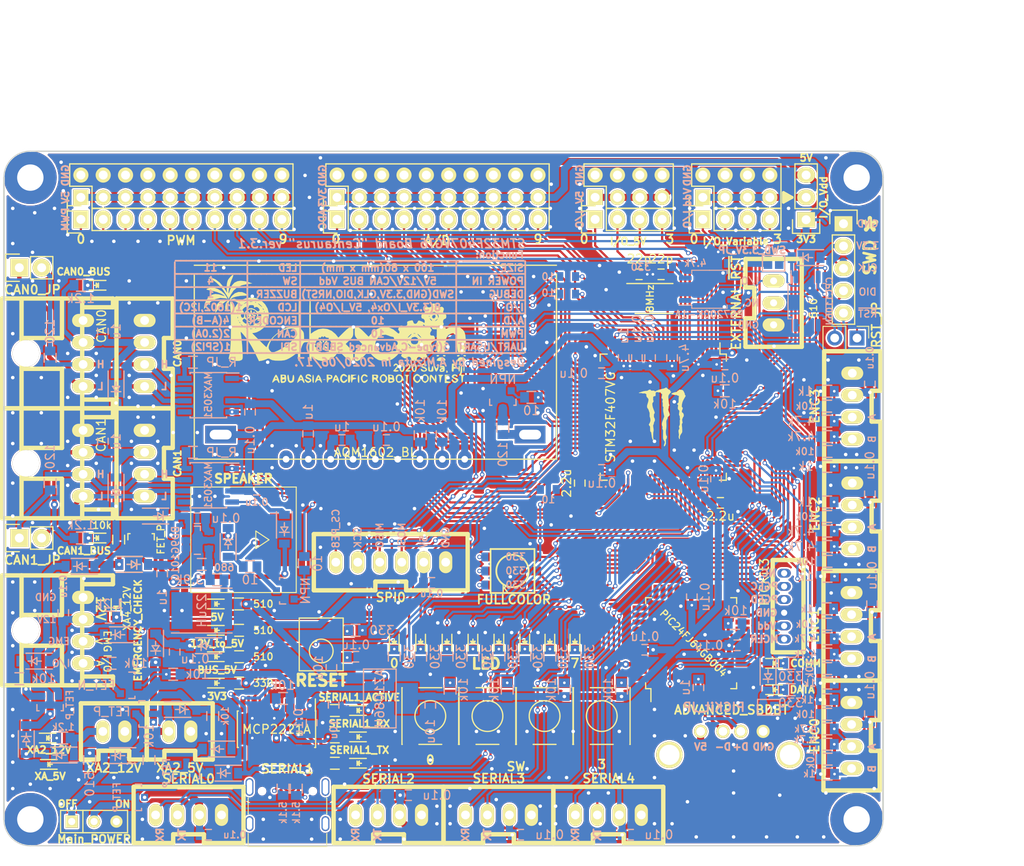
<source format=kicad_pcb>
(kicad_pcb (version 20171130) (host pcbnew "(5.1.6)-1")
  (layers (0 F.Cu signal) (31 B.Cu signal) (34 B.Paste user) (35 F.Paste user hide) (36 B.SilkS user) (37 F.SilkS user) (38 B.Mask user hide) (39 F.Mask user) (44 Edge.Cuts user))
  (net 0 "")
  (net 1 "Net-(C1-Pad1)")
  (net 2 GND)
  (net 3 +5V)
  (net 4 /OSC_OUT)
  (net 5 /OSC_IN)
  (net 6 "Net-(C18-Pad1)")
  (net 7 "Net-(C18-Pad2)")
  (net 8 +12V)
  (net 9 "Net-(D1-Pad2)")
  (net 10 "Net-(D2-Pad2)")
  (net 11 /BUS_5V)
  (net 12 "Net-(D15-Pad1)")
  (net 13 "Net-(IC1-Pad1)")
  (net 14 /USART1_TX)
  (net 15 /USART1_RX)
  (net 16 "Net-(IC1-Pad4)")
  (net 17 "Net-(IC1-Pad5)")
  (net 18 /D+)
  (net 19 /D-)
  (net 20 "Net-(IC1-Pad11)")
  (net 21 "Net-(IC1-Pad12)")
  (net 22 "Net-(IC1-Pad13)")
  (net 23 /MCLR)
  (net 24 "Net-(IC1-Pad19)")
  (net 25 "Net-(IC1-Pad20)")
  (net 26 /PGED1)
  (net 27 /PGEC1)
  (net 28 "Net-(IC1-Pad23)")
  (net 29 "Net-(IC1-Pad24)")
  (net 30 "Net-(IC1-Pad25)")
  (net 31 "Net-(IC1-Pad26)")
  (net 32 "Net-(IC1-Pad27)")
  (net 33 "Net-(IC1-Pad30)")
  (net 34 "Net-(IC1-Pad31)")
  (net 35 "Net-(IC1-Pad32)")
  (net 36 "Net-(IC1-Pad33)")
  (net 37 "Net-(IC1-Pad34)")
  (net 38 "Net-(IC1-Pad35)")
  (net 39 "Net-(IC1-Pad36)")
  (net 40 "Net-(IC1-Pad37)")
  (net 41 "Net-(IC1-Pad38)")
  (net 42 "Net-(IC1-Pad41)")
  (net 43 "Net-(IC1-Pad43)")
  (net 44 "Net-(IC1-Pad44)")
  (net 45 "Net-(P1-Pad6)")
  (net 46 "Net-(P2-Pad5)")
  (net 47 /USART3_TX)
  (net 48 /USART3_RX)
  (net 49 /TIM8_CH4)
  (net 50 /UART5_TX)
  (net 51 /UART5_RX)
  (net 52 "Net-(R25-Pad1)")
  (net 53 "Net-(C26-Pad1)")
  (net 54 "Net-(C27-Pad1)")
  (net 55 "Net-(U7-Pad1)")
  (net 56 "Net-(C29-Pad1)")
  (net 57 "Net-(C30-Pad2)")
  (net 58 "Net-(C30-Pad1)")
  (net 59 "Net-(D18-Pad1)")
  (net 60 "Net-(D20-Pad1)")
  (net 61 /CAN0_H)
  (net 62 /CAN1_H)
  (net 63 "Net-(LED1-Pad3)")
  (net 64 "Net-(P3-Pad3)")
  (net 65 "Net-(P3-Pad4)")
  (net 66 "Net-(P4-Pad4)")
  (net 67 "Net-(P4-Pad3)")
  (net 68 /D-_USB)
  (net 69 /D+_USB)
  (net 70 "Net-(P6-Pad4)")
  (net 71 "Net-(P6-Pad3)")
  (net 72 "Net-(P7-Pad3)")
  (net 73 "Net-(P7-Pad4)")
  (net 74 /CAN0_L)
  (net 75 /CAN1_L)
  (net 76 /SWCLK)
  (net 77 /SWDIO)
  (net 78 "Net-(Q4-Pad1)")
  (net 79 "Net-(Q5-Pad1)")
  (net 80 /TIM2_CH2)
  (net 81 /TIM2_CH1)
  (net 82 /TIM3_CH2)
  (net 83 /TIM3_CH1)
  (net 84 "Net-(R12-Pad1)")
  (net 85 /TIM4_CH2)
  (net 86 /TIM4_CH1)
  (net 87 /TIM5_CH2)
  (net 88 /TIM5_CH1)
  (net 89 /GP0)
  (net 90 /GP1)
  (net 91 /GP2)
  (net 92 /FB)
  (net 93 "Net-(R38-Pad2)")
  (net 94 "Net-(R39-Pad2)")
  (net 95 /I2C1_SDA)
  (net 96 /TIM10_CH1)
  (net 97 /I2C1_SCL)
  (net 98 /ADC12_IN10)
  (net 99 /ADC12_IN11)
  (net 100 /ADC12_IN2)
  (net 101 /ADC12_IN3)
  (net 102 /ADC12_IN4)
  (net 103 /TIM8_CH1)
  (net 104 /ADC12_IN14)
  (net 105 /ADC12_IN15)
  (net 106 /TIM8_CH2)
  (net 107 /ADC12_IN9)
  (net 108 /TIM1_CH1)
  (net 109 /TIM1_CH2)
  (net 110 /TIM1_CH3)
  (net 111 /TIM1_CH4)
  (net 112 /TIM12_CH1)
  (net 113 /TIM12_CH2)
  (net 114 /TIM8_CH3)
  (net 115 /TIM11_CH1)
  (net 116 "Net-(U3-Pad8)")
  (net 117 "Net-(U3-Pad9)")
  (net 118 "Net-(U3-Pad10)")
  (net 119 "Net-(U5-Pad5)")
  (net 120 /CAN1_RX)
  (net 121 /CAN1_TX)
  (net 122 /CAN2_TX)
  (net 123 /CAN2_RX)
  (net 124 "Net-(U6-Pad5)")
  (net 125 /PC15)
  (net 126 /PC13)
  (net 127 /PD11)
  (net 128 /TIM9_CH2)
  (net 129 /TIM9_CH1)
  (net 130 /PD3)
  (net 131 /PD10)
  (net 132 /PD14)
  (net 133 /PD15)
  (net 134 /PD4)
  (net 135 /PD7)
  (net 136 /PE0)
  (net 137 /PE1)
  (net 138 /PC14)
  (net 139 /PE2)
  (net 140 /PE3)
  (net 141 /PE4)
  (net 142 /SPI2_MISO)
  (net 143 /SPI2_MOSI)
  (net 144 /ADC12_IN5)
  (net 145 /ADC12_IN6)
  (net 146 /PB2)
  (net 147 /PE7)
  (net 148 /PE8)
  (net 149 /PE10)
  (net 150 /PE12)
  (net 151 /PE15)
  (net 152 /SPI2_SCK)
  (net 153 /PB11)
  (net 154 /USART6_TX)
  (net 155 /USART6_RX)
  (net 156 /USART2_TX)
  (net 157 /USART2_RX)
  (net 158 /PA8)
  (net 159 "Net-(JP2-Pad1)")
  (net 160 "Net-(D26-Pad2)")
  (net 161 "Net-(D19-Pad2)")
  (net 162 "Net-(D21-Pad2)")
  (net 163 "Net-(D22-Pad2)")
  (net 164 "Net-(D23-Pad2)")
  (net 165 "Net-(D24-Pad2)")
  (net 166 "Net-(D25-Pad2)")
  (net 167 "Net-(JP1-Pad2)")
  (net 168 "Net-(R46-Pad2)")
  (net 169 "Net-(R47-Pad2)")
  (net 170 "Net-(R48-Pad2)")
  (net 171 /PD0)
  (net 172 /PD1)
  (net 173 "Net-(D3-Pad2)")
  (net 174 "Net-(D4-Pad2)")
  (net 175 "Net-(D5-Pad2)")
  (net 176 "Net-(C19-Pad1)")
  (net 177 /12V_TO_5V)
  (net 178 CAN0_BUS_Vdd)
  (net 179 CAN1_BUS_Vdd)
  (net 180 XA4_12V)
  (net 181 /CAN_BUS_12V)
  (net 182 "Net-(D35-Pad1)")
  (net 183 "Net-(D36-Pad1)")
  (net 184 "Net-(D37-Pad1)")
  (net 185 "Net-(D40-Pad1)")
  (net 186 /UART4_TX)
  (net 187 /UART4_RX)
  (net 188 /XA_12V)
  (net 189 "Net-(D7-Pad2)")
  (net 190 XA2_12V)
  (net 191 "Net-(D10-Pad2)")
  (net 192 XA2_5V)
  (net 193 "Net-(D12-Pad2)")
  (net 194 "Net-(D13-Pad1)")
  (net 195 "Net-(D16-Pad1)")
  (net 196 "Net-(D17-Pad1)")
  (net 197 "Net-(D30-Pad1)")
  (net 198 "Net-(Q5-Pad3)")
  (net 199 "Net-(Q6-Pad1)")
  (net 200 "Net-(P27-Pad4)")
  (net 201 "Net-(D27-Pad1)")
  (net 202 "Net-(D11-Pad2)")
  (net 203 "Net-(D27-Pad2)")
  (net 204 "Net-(D28-Pad1)")
  (net 205 "Net-(D28-Pad2)")
  (net 206 "Net-(D1-Pad1)")
  (net 207 "Net-(D2-Pad1)")
  (net 208 "Net-(D31-Pad1)")
  (net 209 "Net-(R43-Pad1)")
  (net 210 "Net-(JP5-Pad2)")
  (net 211 "Net-(Q4-Pad3)")
  (net 212 +3V3)
  (net 213 "Net-(J1-PadS1)")
  (net 214 "Net-(J1-PadB8)")
  (net 215 "Net-(J1-PadA5)")
  (net 216 "Net-(J1-PadA8)")
  (net 217 "Net-(J1-PadB5)")
  (net 218 /~RST)
  (net 219 "Net-(J2-Pad2)")
  (net 220 "Net-(D33-Pad2)")
  (net 221 "Net-(D34-Pad2)")
  (net 222 "Net-(JP6-Pad1)")
  (net 223 /ST-LINK_Vdd)
  (net 224 /EXTERNAL_~RST~_PIN)
  (net 225 "Net-(R77-Pad2)")
  (net 226 "Net-(P5-Pad5)")
  (net 227 "Net-(P5-Pad4)")
  (net 228 "Net-(P5-Pad3)")
  (net 229 /RESET_SIGNAL)
  (net 230 "Net-(R76-Pad2)")
  (net 231 /Buzzer_Vdd)
  (net 232 "Net-(D42-Pad2)")
  (module Mizz_lib:SOT-23 (layer F.Cu) (at 68.6 103.15)
    (fp_text reference Q8 hide)
    (fp_text value FET_P (at 2.25 0 90) (layer F.SilkS) (effects (font (size 0.8 0.8))))
    (pad 1 smd rect (at -0.95 1.00076) (size 0.8001 0.8001) (layers F.Cu F.Paste F.Mask) (net 8 +12V))
    (pad 2 smd rect (at 0.95 1.00076) (size 0.8001 0.8001) (layers F.Cu F.Paste F.Mask) (net 232 "Net-(D42-Pad2)"))
    (pad 3 smd rect (at 0 -0.99822) (size 0.8001 0.8001) (layers F.Cu F.Paste F.Mask) (net 231 /Buzzer_Vdd))
  )
  (module Mizz_lib:SOD-123 (layer F.Cu) (at 67.75 106)
    (fp_text reference D41 hide)
    (fp_text value DIODE hide)
    (pad 1 smd rect (at -1.635 0) (size 0.91 1.22) (layers F.Cu F.Paste F.Mask) (net 8 +12V))
    (pad 2 smd rect (at 1.635 0) (size 0.91 1.22) (layers F.Cu F.Paste F.Mask) (net 231 /Buzzer_Vdd))
  )
  (module Mizz_lib:SOD-123 (layer B.Cu) (at 84.9 102 270)
    (fp_text reference D42 hide)
    (fp_text value DIODE hide)
    (pad 2 smd rect (at 1.635 0 270) (size 0.91 1.22) (layers B.Cu B.Paste B.Mask) (net 232 "Net-(D42-Pad2)"))
    (pad 1 smd rect (at -1.635 0 270) (size 0.91 1.22) (layers B.Cu B.Paste B.Mask) (net 212 +3V3))
  )
  (module Mizz_lib:R_0603 (layer F.Cu) (at 66.05 103.175 90)
    (fp_text reference R81 hide)
    (fp_text value 10k (at 1.625 -1.9) (layer F.SilkS) (effects (font (size 0.8 0.8))))
    (pad 1 smd rect (at -0.78 0 90) (size 1 1.2) (layers F.Cu F.Paste F.Mask) (net 8 +12V))
    (pad 2 smd rect (at 0.78 0 90) (size 1 1.2) (layers F.Cu F.Paste F.Mask) (net 2 GND))
  )
  (module Mizz_lib:R_0603 (layer B.Cu) (at 146.67 86.3 180)
    (fp_text reference R20 hide)
    (fp_text value 1k (at 2.5 0) (layer B.SilkS) (effects (justify mirror)))
    (pad 2 smd rect (at 0.78 0 180) (size 1 1.2) (layers B.Cu B.Paste B.Mask) (net 3 +5V))
    (pad 1 smd rect (at -0.78 0 180) (size 1 1.2) (layers B.Cu B.Paste B.Mask) (net 71 "Net-(P6-Pad3)"))
  )
  (module Mizz_lib:R_0603 (layer B.Cu) (at 146.65 88)
    (fp_text reference R74 hide)
    (fp_text value 10k (at -2.5 0) (layer B.SilkS) (effects (font (size 0.8 0.8)) (justify mirror)))
    (pad 2 smd rect (at 0.78 0) (size 1 1.2) (layers B.Cu B.Paste B.Mask) (net 2 GND))
    (pad 1 smd rect (at -0.78 0) (size 1 1.2) (layers B.Cu B.Paste B.Mask) (net 87 /TIM5_CH2))
  )
  (module Mizz_lib:R_0603 (layer B.Cu) (at 146.67 89.71 180)
    (fp_text reference R13 hide)
    (fp_text value 4.7k (at 3 0) (layer B.SilkS) (effects (justify mirror)))
    (pad 1 smd rect (at -0.78 0 180) (size 1 1.2) (layers B.Cu B.Paste B.Mask) (net 71 "Net-(P6-Pad3)"))
    (pad 2 smd rect (at 0.78 0 180) (size 1 1.2) (layers B.Cu B.Paste B.Mask) (net 87 /TIM5_CH2))
  )
  (module Mizz_lib:R_0603 (layer B.Cu) (at 146.67 91.46 180)
    (fp_text reference R14 hide)
    (fp_text value 4.7k (at 3 0) (layer B.SilkS) (effects (justify mirror)))
    (pad 1 smd rect (at -0.78 0 180) (size 1 1.2) (layers B.Cu B.Paste B.Mask) (net 70 "Net-(P6-Pad4)"))
    (pad 2 smd rect (at 0.78 0 180) (size 1 1.2) (layers B.Cu B.Paste B.Mask) (net 88 /TIM5_CH1))
  )
  (module Mizz_lib:R_0603 (layer B.Cu) (at 146.7 93.15)
    (fp_text reference R75 hide)
    (fp_text value 10k (at -2.6 0) (layer B.SilkS) (effects (font (size 0.8 0.8)) (justify mirror)))
    (pad 1 smd rect (at -0.78 0) (size 1 1.2) (layers B.Cu B.Paste B.Mask) (net 88 /TIM5_CH1))
    (pad 2 smd rect (at 0.78 0) (size 1 1.2) (layers B.Cu B.Paste B.Mask) (net 2 GND))
  )
  (module Mizz_lib:R_0603 (layer B.Cu) (at 146.67 94.85 180)
    (fp_text reference R18 hide)
    (fp_text value 1k (at 2.464999 0.024999) (layer B.SilkS) (effects (justify mirror)))
    (pad 2 smd rect (at 0.78 0 180) (size 1 1.2) (layers B.Cu B.Paste B.Mask) (net 3 +5V))
    (pad 1 smd rect (at -0.78 0 180) (size 1 1.2) (layers B.Cu B.Paste B.Mask) (net 70 "Net-(P6-Pad4)"))
  )
  (module Mizz_lib:R_0603 (layer B.Cu) (at 146.65 98.9 180)
    (fp_text reference R11 hide)
    (fp_text value 1k (at 2.47 0) (layer B.SilkS) (effects (justify mirror)))
    (pad 2 smd rect (at 0.78 0 180) (size 1 1.2) (layers B.Cu B.Paste B.Mask) (net 3 +5V))
    (pad 1 smd rect (at -0.78 0 180) (size 1 1.2) (layers B.Cu B.Paste B.Mask) (net 67 "Net-(P4-Pad3)"))
  )
  (module Mizz_lib:R_0603 (layer B.Cu) (at 146.65 100.55)
    (fp_text reference R27 hide)
    (fp_text value 10k (at -2.5 0) (layer B.SilkS) (effects (font (size 0.8 0.8)) (justify mirror)))
    (pad 2 smd rect (at 0.78 0) (size 1 1.2) (layers B.Cu B.Paste B.Mask) (net 2 GND))
    (pad 1 smd rect (at -0.78 0) (size 1 1.2) (layers B.Cu B.Paste B.Mask) (net 82 /TIM3_CH2))
  )
  (module Mizz_lib:R_0603 (layer B.Cu) (at 146.67 102.21 180)
    (fp_text reference R6 hide)
    (fp_text value 4.7k (at 3 0) (layer B.SilkS) (effects (justify mirror)))
    (pad 2 smd rect (at 0.78 0 180) (size 1 1.2) (layers B.Cu B.Paste B.Mask) (net 82 /TIM3_CH2))
    (pad 1 smd rect (at -0.78 0 180) (size 1 1.2) (layers B.Cu B.Paste B.Mask) (net 67 "Net-(P4-Pad3)"))
  )
  (module Mizz_lib:R_0603 (layer B.Cu) (at 146.67 103.96 180)
    (fp_text reference R7 hide)
    (fp_text value 4.7k (at 2.97 0) (layer B.SilkS) (effects (justify mirror)))
    (pad 1 smd rect (at -0.78 0 180) (size 1 1.2) (layers B.Cu B.Paste B.Mask) (net 66 "Net-(P4-Pad4)"))
    (pad 2 smd rect (at 0.78 0 180) (size 1 1.2) (layers B.Cu B.Paste B.Mask) (net 83 /TIM3_CH1))
  )
  (module Mizz_lib:R_0603 (layer B.Cu) (at 146.7 105.65)
    (fp_text reference R29 hide)
    (fp_text value 10k (at -2.5 0) (layer B.SilkS) (effects (font (size 0.8 0.8)) (justify mirror)))
    (pad 1 smd rect (at -0.78 0) (size 1 1.2) (layers B.Cu B.Paste B.Mask) (net 83 /TIM3_CH1))
    (pad 2 smd rect (at 0.78 0) (size 1 1.2) (layers B.Cu B.Paste B.Mask) (net 2 GND))
  )
  (module Mizz_lib:R_0603 (layer B.Cu) (at 146.7 107.35 180)
    (fp_text reference R9 hide)
    (fp_text value 1k (at 2.5 0) (layer B.SilkS) (effects (justify mirror)))
    (pad 1 smd rect (at -0.78 0 180) (size 1 1.2) (layers B.Cu B.Paste B.Mask) (net 66 "Net-(P4-Pad4)"))
    (pad 2 smd rect (at 0.78 0 180) (size 1 1.2) (layers B.Cu B.Paste B.Mask) (net 3 +5V))
  )
  (module Mizz_lib:R_0603 (layer B.Cu) (at 146.6 111.05 180)
    (fp_text reference R21 hide)
    (fp_text value 1k (at 2.25 0) (layer B.SilkS) (effects (font (size 0.8 0.8)) (justify mirror)))
    (pad 1 smd rect (at -0.78 0 180) (size 1 1.2) (layers B.Cu B.Paste B.Mask) (net 72 "Net-(P7-Pad3)"))
    (pad 2 smd rect (at 0.78 0 180) (size 1 1.2) (layers B.Cu B.Paste B.Mask) (net 3 +5V))
  )
  (module Mizz_lib:R_0603 (layer B.Cu) (at 146.65 112.8)
    (fp_text reference R31 hide)
    (fp_text value 10k (at -2.5 0) (layer B.SilkS) (effects (font (size 0.8 0.8)) (justify mirror)))
    (pad 2 smd rect (at 0.78 0) (size 1 1.2) (layers B.Cu B.Paste B.Mask) (net 2 GND))
    (pad 1 smd rect (at -0.78 0) (size 1 1.2) (layers B.Cu B.Paste B.Mask) (net 85 /TIM4_CH2))
  )
  (module Mizz_lib:R_0603 (layer B.Cu) (at 146.67 114.46 180)
    (fp_text reference R15 hide)
    (fp_text value 4.7k (at 2.5 0) (layer B.SilkS) (effects (font (size 0.8 0.8)) (justify mirror)))
    (pad 1 smd rect (at -0.78 0 180) (size 1 1.2) (layers B.Cu B.Paste B.Mask) (net 72 "Net-(P7-Pad3)"))
    (pad 2 smd rect (at 0.78 0 180) (size 1 1.2) (layers B.Cu B.Paste B.Mask) (net 85 /TIM4_CH2))
  )
  (module Mizz_lib:R_0603 (layer B.Cu) (at 146.67 116.21 180)
    (fp_text reference R16 hide)
    (fp_text value 4.7k (at 2.5 0) (layer B.SilkS) (effects (font (size 0.8 0.8)) (justify mirror)))
    (pad 2 smd rect (at 0.78 0 180) (size 1 1.2) (layers B.Cu B.Paste B.Mask) (net 86 /TIM4_CH1))
    (pad 1 smd rect (at -0.78 0 180) (size 1 1.2) (layers B.Cu B.Paste B.Mask) (net 73 "Net-(P7-Pad4)"))
  )
  (module Mizz_lib:R_0603 (layer B.Cu) (at 146.65 117.85)
    (fp_text reference R32 hide)
    (fp_text value 10k (at -2 0 90) (layer B.SilkS) (effects (font (size 0.8 0.8)) (justify mirror)))
    (pad 1 smd rect (at -0.78 0) (size 1 1.2) (layers B.Cu B.Paste B.Mask) (net 86 /TIM4_CH1))
    (pad 2 smd rect (at 0.78 0) (size 1 1.2) (layers B.Cu B.Paste B.Mask) (net 2 GND))
  )
  (module Mizz_lib:R_0603 (layer B.Cu) (at 146.67 119.5 180)
    (fp_text reference R19 hide)
    (fp_text value 1k (at 2 0) (layer B.SilkS) (effects (font (size 0.8 0.8)) (justify mirror)))
    (pad 2 smd rect (at 0.78 0 180) (size 1 1.2) (layers B.Cu B.Paste B.Mask) (net 3 +5V))
    (pad 1 smd rect (at -0.78 0 180) (size 1 1.2) (layers B.Cu B.Paste B.Mask) (net 73 "Net-(P7-Pad4)"))
  )
  (module Mizz_lib:R_0603 (layer B.Cu) (at 146.65 121.4 180)
    (fp_text reference R10 hide)
    (fp_text value 1k (at 2.25 0) (layer B.SilkS) (effects (font (size 0.8 0.8)) (justify mirror)))
    (pad 2 smd rect (at 0.78 0 180) (size 1 1.2) (layers B.Cu B.Paste B.Mask) (net 3 +5V))
    (pad 1 smd rect (at -0.78 0 180) (size 1 1.2) (layers B.Cu B.Paste B.Mask) (net 64 "Net-(P3-Pad3)"))
  )
  (module Mizz_lib:R_0603 (layer B.Cu) (at 146.65 123.05)
    (fp_text reference R70 hide)
    (fp_text value 10k (at -2.5 0) (layer B.SilkS) (effects (font (size 0.8 0.8)) (justify mirror)))
    (pad 2 smd rect (at 0.78 0) (size 1 1.2) (layers B.Cu B.Paste B.Mask) (net 2 GND))
    (pad 1 smd rect (at -0.78 0) (size 1 1.2) (layers B.Cu B.Paste B.Mask) (net 80 /TIM2_CH2))
  )
  (module Mizz_lib:R_0603 (layer B.Cu) (at 146.67 124.71 180)
    (fp_text reference R4 hide)
    (fp_text value 4.7k (at 2.5 0) (layer B.SilkS) (effects (font (size 0.8 0.8)) (justify mirror)))
    (pad 1 smd rect (at -0.78 0 180) (size 1 1.2) (layers B.Cu B.Paste B.Mask) (net 64 "Net-(P3-Pad3)"))
    (pad 2 smd rect (at 0.78 0 180) (size 1 1.2) (layers B.Cu B.Paste B.Mask) (net 80 /TIM2_CH2))
  )
  (module Mizz_lib:R_0603 (layer B.Cu) (at 146.67 126.46 180)
    (fp_text reference R5 hide)
    (fp_text value 4.7k (at 2.58 0.54) (layer B.SilkS) (effects (font (size 0.8 0.8)) (justify mirror)))
    (pad 1 smd rect (at -0.78 0 180) (size 1 1.2) (layers B.Cu B.Paste B.Mask) (net 65 "Net-(P3-Pad4)"))
    (pad 2 smd rect (at 0.78 0 180) (size 1 1.2) (layers B.Cu B.Paste B.Mask) (net 81 /TIM2_CH1))
  )
  (module Mizz_lib:R_0603 (layer B.Cu) (at 146.7 128.15)
    (fp_text reference R73 hide)
    (fp_text value 10k (at -1.95 0 90) (layer B.SilkS) (effects (font (size 0.8 0.8)) (justify mirror)))
    (pad 1 smd rect (at -0.78 0) (size 1 1.2) (layers B.Cu B.Paste B.Mask) (net 81 /TIM2_CH1))
    (pad 2 smd rect (at 0.78 0) (size 1 1.2) (layers B.Cu B.Paste B.Mask) (net 2 GND))
  )
  (module Mizz_lib:R_0603 (layer B.Cu) (at 146.7 129.85 180)
    (fp_text reference R8 hide)
    (fp_text value 1k (at 2.08 0.04) (layer B.SilkS) (effects (font (size 0.8 0.8)) (justify mirror)))
    (pad 2 smd rect (at 0.78 0 180) (size 1 1.2) (layers B.Cu B.Paste B.Mask) (net 3 +5V))
    (pad 1 smd rect (at -0.78 0 180) (size 1 1.2) (layers B.Cu B.Paste B.Mask) (net 65 "Net-(P3-Pad4)"))
  )
  (module Mizz_lib:R_0603 (layer B.Cu) (at 142.5 120.25 180)
    (fp_text reference R2 hide)
    (fp_text value 330 (at 0 -1.5) (layer B.SilkS) (effects (justify mirror)))
    (pad 1 smd rect (at -0.78 0 180) (size 1 1.2) (layers B.Cu B.Paste B.Mask) (net 212 +3V3))
    (pad 2 smd rect (at 0.78 0 180) (size 1 1.2) (layers B.Cu B.Paste B.Mask) (net 206 "Net-(D1-Pad1)"))
  )
  (module Mizz_lib:R_0603 (layer B.Cu) (at 142.5 117.25 180)
    (fp_text reference R3 hide)
    (fp_text value 330 (at 0 -1.5) (layer B.SilkS) (effects (justify mirror)))
    (pad 1 smd rect (at -0.78 0 180) (size 1 1.2) (layers B.Cu B.Paste B.Mask) (net 212 +3V3))
    (pad 2 smd rect (at 0.78 0 180) (size 1 1.2) (layers B.Cu B.Paste B.Mask) (net 207 "Net-(D2-Pad1)"))
  )
  (module Mizz_lib:R_0603 (layer B.Cu) (at 136.17 112.71)
    (fp_text reference R1 hide)
    (fp_text value 10k (at 0.08 -1.46) (layer B.SilkS) (effects (justify mirror)))
    (pad 1 smd rect (at -0.78 0) (size 1 1.2) (layers B.Cu B.Paste B.Mask) (net 23 /MCLR))
    (pad 2 smd rect (at 0.78 0) (size 1 1.2) (layers B.Cu B.Paste B.Mask) (net 212 +3V3))
  )
  (module Mizz_lib:R_0603 (layer B.Cu) (at 135 86.25)
    (fp_text reference R25 hide)
    (fp_text value 10k (at 0 1.5) (layer B.SilkS) (effects (justify mirror)))
    (pad 2 smd rect (at 0.78 0) (size 1 1.2) (layers B.Cu B.Paste B.Mask) (net 2 GND))
    (pad 1 smd rect (at -0.78 0) (size 1 1.2) (layers B.Cu B.Paste B.Mask) (net 52 "Net-(R25-Pad1)"))
  )
  (module Mizz_lib:R_0603 (layer B.Cu) (at 113 87)
    (fp_text reference R42 hide)
    (fp_text value 10 (at 0 1.5) (layer B.SilkS) (effects (justify mirror)))
    (pad 2 smd rect (at 0.78 0) (size 1 1.2) (layers B.Cu B.Paste B.Mask) (net 146 /PB2))
    (pad 1 smd rect (at -0.78 0) (size 1 1.2) (layers B.Cu B.Paste B.Mask) (net 79 "Net-(Q5-Pad1)"))
  )
  (module Mizz_lib:R_0603 (layer B.Cu) (at 109.75 90.45 90)
    (fp_text reference R43 hide)
    (fp_text value 120 (at -3.05 0 90) (layer B.SilkS) (effects (justify mirror)))
    (pad 2 smd rect (at 0.78 0 90) (size 1 1.2) (layers B.Cu B.Paste B.Mask) (net 198 "Net-(Q5-Pad3)"))
    (pad 1 smd rect (at -0.78 0 90) (size 1 1.2) (layers B.Cu B.Paste B.Mask) (net 209 "Net-(R43-Pad1)"))
  )
  (module Mizz_lib:R_0603 (layer B.Cu) (at 123.25 120.25 90)
    (fp_text reference R56 hide)
    (fp_text value 10k (at 0 -1.5 90) (layer B.SilkS) (effects (justify mirror)))
    (pad 2 smd rect (at 0.78 0 90) (size 1 1.2) (layers B.Cu B.Paste B.Mask) (net 135 /PD7))
    (pad 1 smd rect (at -0.78 0 90) (size 1 1.2) (layers B.Cu B.Paste B.Mask) (net 212 +3V3))
  )
  (module Mizz_lib:R_0603 (layer B.Cu) (at 116.75 120.25 90)
    (fp_text reference R55 hide)
    (fp_text value 10k (at 0 -1.5 90) (layer B.SilkS) (effects (justify mirror)))
    (pad 2 smd rect (at 0.78 0 90) (size 1 1.2) (layers B.Cu B.Paste B.Mask) (net 134 /PD4))
    (pad 1 smd rect (at -0.78 0 90) (size 1 1.2) (layers B.Cu B.Paste B.Mask) (net 212 +3V3))
  )
  (module Mizz_lib:R_0603 (layer B.Cu) (at 110.25 120.25 90)
    (fp_text reference R45 hide)
    (fp_text value 10k (at 0 -1.5 90) (layer B.SilkS) (effects (justify mirror)))
    (pad 1 smd rect (at -0.78 0 90) (size 1 1.2) (layers B.Cu B.Paste B.Mask) (net 212 +3V3))
    (pad 2 smd rect (at 0.78 0 90) (size 1 1.2) (layers B.Cu B.Paste B.Mask) (net 130 /PD3))
  )
  (module Mizz_lib:R_0603 (layer B.Cu) (at 103.75 120.25 90)
    (fp_text reference R54 hide)
    (fp_text value 10k (at 0 1.5 90) (layer B.SilkS) (effects (justify mirror)))
    (pad 1 smd rect (at -0.78 0 90) (size 1 1.2) (layers B.Cu B.Paste B.Mask) (net 212 +3V3))
    (pad 2 smd rect (at 0.78 0 90) (size 1 1.2) (layers B.Cu B.Paste B.Mask) (net 172 /PD1))
  )
  (module Mizz_lib:R_0603 (layer B.Cu) (at 93 113.5 180)
    (fp_text reference R17 hide)
    (fp_text value 330 (at -3 0) (layer B.SilkS) (effects (justify mirror)))
    (pad 2 smd rect (at 0.78 0 180) (size 1 1.2) (layers B.Cu B.Paste B.Mask) (net 63 "Net-(LED1-Pad3)"))
    (pad 1 smd rect (at -0.78 0 180) (size 1 1.2) (layers B.Cu B.Paste B.Mask) (net 149 /PE10))
  )
  (module Mizz_lib:R_0603 (layer B.Cu) (at 102.85 91.3 270)
    (fp_text reference R52 hide)
    (fp_text value 10k (at -2.75 0 90) (layer B.SilkS) (effects (justify mirror)))
    (pad 2 smd rect (at 0.78 0 270) (size 1 1.2) (layers B.Cu B.Paste B.Mask) (net 97 /I2C1_SCL))
    (pad 1 smd rect (at -0.78 0 270) (size 1 1.2) (layers B.Cu B.Paste B.Mask) (net 212 +3V3))
  )
  (module Mizz_lib:R_0603 (layer B.Cu) (at 100.35 91.3 270)
    (fp_text reference R50 hide)
    (fp_text value 10k (at -2.78 0 90) (layer B.SilkS) (effects (justify mirror)))
    (pad 1 smd rect (at -0.78 0 270) (size 1 1.2) (layers B.Cu B.Paste B.Mask) (net 212 +3V3))
    (pad 2 smd rect (at 0.78 0 270) (size 1 1.2) (layers B.Cu B.Paste B.Mask) (net 95 /I2C1_SDA))
  )
  (module Mizz_lib:R_0603 (layer B.Cu) (at 81 106.25)
    (fp_text reference R53 hide)
    (fp_text value 10 (at 0 1.5) (layer B.SilkS) (effects (justify mirror)))
    (pad 2 smd rect (at 0.78 0) (size 1 1.2) (layers B.Cu B.Paste B.Mask) (net 211 "Net-(Q4-Pad3)"))
    (pad 1 smd rect (at -0.78 0) (size 1 1.2) (layers B.Cu B.Paste B.Mask) (net 60 "Net-(D20-Pad1)"))
  )
  (module Mizz_lib:R_0603 (layer B.Cu) (at 77.25 107.75 180)
    (fp_text reference R35 hide)
    (fp_text value 3.9k (at 3.1 0) (layer B.SilkS) (effects (justify mirror)))
    (pad 1 smd rect (at -0.78 0 180) (size 1 1.2) (layers B.Cu B.Paste B.Mask) (net 12 "Net-(D15-Pad1)"))
    (pad 2 smd rect (at 0.78 0 180) (size 1 1.2) (layers B.Cu B.Paste B.Mask) (net 92 /FB))
  )
  (module Mizz_lib:R_0603 (layer B.Cu) (at 75.5 106 180)
    (fp_text reference R36 hide)
    (fp_text value 680 (at -2.55 -0.35) (layer B.SilkS) (effects (font (size 0.8 0.8)) (justify mirror)))
    (pad 2 smd rect (at 0.78 0 180) (size 1 1.2) (layers B.Cu B.Paste B.Mask) (net 2 GND))
    (pad 1 smd rect (at -0.78 0 180) (size 1 1.2) (layers B.Cu B.Paste B.Mask) (net 92 /FB))
  )
  (module Mizz_lib:R_0603 (layer B.Cu) (at 87.17 105.88 90)
    (fp_text reference R51 hide)
    (fp_text value 10 (at 0 1.5 90) (layer B.SilkS) (effects (justify mirror)))
    (pad 2 smd rect (at 0.78 0 90) (size 1 1.2) (layers B.Cu B.Paste B.Mask) (net 112 /TIM12_CH1))
    (pad 1 smd rect (at -0.78 0 90) (size 1 1.2) (layers B.Cu B.Paste B.Mask) (net 78 "Net-(Q4-Pad1)"))
  )
  (module Mizz_lib:R_0603 (layer B.Cu) (at 84.75 121.25)
    (fp_text reference R12 hide)
    (fp_text value 10k (at -0.03 -1.5) (layer B.SilkS) (effects (justify mirror)))
    (pad 1 smd rect (at -0.78 0) (size 1 1.2) (layers B.Cu B.Paste B.Mask) (net 84 "Net-(R12-Pad1)"))
    (pad 2 smd rect (at 0.78 0) (size 1 1.2) (layers B.Cu B.Paste B.Mask) (net 212 +3V3))
  )
  (module Mizz_lib:C_0603 (layer B.Cu) (at 88 124 270)
    (fp_text reference C10 hide)
    (fp_text value 0.1u (at 0 1.5 90) (layer B.SilkS) (effects (justify mirror)))
    (pad 2 smd rect (at 0.93 0 270) (size 1 1.2) (layers B.Cu B.Paste B.Mask) (net 2 GND))
    (pad 1 smd rect (at -0.95 0 270) (size 1 1.2) (layers B.Cu B.Paste B.Mask) (net 212 +3V3))
  )
  (module Mizz_lib:R_0603 (layer B.Cu) (at 76.75 123.25 270)
    (fp_text reference R28 hide)
    (fp_text value 10k (at 0 -1.4 90) (layer B.SilkS) (effects (font (size 0.8 0.8)) (justify mirror)))
    (pad 1 smd rect (at -0.78 0 270) (size 1 1.2) (layers B.Cu B.Paste B.Mask) (net 202 "Net-(D11-Pad2)"))
    (pad 2 smd rect (at 0.78 0 270) (size 1 1.2) (layers B.Cu B.Paste B.Mask) (net 2 GND))
  )
  (module Mizz_lib:R_0603 (layer B.Cu) (at 69.5 128.25 270)
    (fp_text reference R30 hide)
    (fp_text value 10k (at -2.75 0 90) (layer B.SilkS) (effects (justify mirror)))
    (pad 2 smd rect (at 0.78 0 270) (size 1 1.2) (layers B.Cu B.Paste B.Mask) (net 2 GND))
    (pad 1 smd rect (at -0.78 0 270) (size 1 1.2) (layers B.Cu B.Paste B.Mask) (net 201 "Net-(D27-Pad1)"))
  )
  (module Mizz_lib:R_0603 (layer B.Cu) (at 72.25 118.5 180)
    (fp_text reference R69 hide)
    (fp_text value 10k (at -2.75 0) (layer B.SilkS) (effects (justify mirror)))
    (pad 1 smd rect (at -0.78 0 180) (size 1 1.2) (layers B.Cu B.Paste B.Mask) (net 212 +3V3))
    (pad 2 smd rect (at 0.78 0 180) (size 1 1.2) (layers B.Cu B.Paste B.Mask) (net 153 /PB11))
  )
  (module Mizz_lib:R_0603 (layer B.Cu) (at 65.25 117.25)
    (fp_text reference R71 hide)
    (fp_text value 10k (at 2.75 0) (layer B.SilkS) (effects (justify mirror)))
    (pad 1 smd rect (at -0.78 0) (size 1 1.2) (layers B.Cu B.Paste B.Mask) (net 200 "Net-(P27-Pad4)"))
    (pad 2 smd rect (at 0.78 0) (size 1 1.2) (layers B.Cu B.Paste B.Mask) (net 2 GND))
  )
  (module Mizz_lib:R_0603 (layer B.Cu) (at 65.03 112 180)
    (fp_text reference R66 hide)
    (fp_text value 1.2k (at 0 1.5) (layer B.SilkS) (effects (justify mirror)))
    (pad 2 smd rect (at 0.78 0 180) (size 1 1.2) (layers B.Cu B.Paste B.Mask) (net 180 XA4_12V))
    (pad 1 smd rect (at -0.78 0 180) (size 1 1.2) (layers B.Cu B.Paste B.Mask) (net 182 "Net-(D35-Pad1)"))
  )
  (module Mizz_lib:R_0603 (layer B.Cu) (at 61.75 103 180)
    (fp_text reference R68 hide)
    (fp_text value 1.2k (at 0 1.5) (layer B.SilkS) (effects (justify mirror)))
    (pad 1 smd rect (at -0.78 0 180) (size 1 1.2) (layers B.Cu B.Paste B.Mask) (net 184 "Net-(D37-Pad1)"))
    (pad 2 smd rect (at 0.78 0 180) (size 1 1.2) (layers B.Cu B.Paste B.Mask) (net 179 CAN1_BUS_Vdd))
  )
  (module Mizz_lib:R_0603 (layer B.Cu) (at 61.75 74.25 180)
    (fp_text reference R67 hide)
    (fp_text value 1.2k (at 0 -1.5) (layer B.SilkS) (effects (justify mirror)))
    (pad 2 smd rect (at 0.78 0 180) (size 1 1.2) (layers B.Cu B.Paste B.Mask) (net 178 CAN0_BUS_Vdd))
    (pad 1 smd rect (at -0.78 0 180) (size 1 1.2) (layers B.Cu B.Paste B.Mask) (net 183 "Net-(D36-Pad1)"))
  )
  (module Mizz_lib:R_0603 (layer B.Cu) (at 58.25 82.5 90)
    (fp_text reference R40 hide)
    (fp_text value 120 (at 3 0 90) (layer B.SilkS) (effects (justify mirror)))
    (pad 2 smd rect (at 0.78 0 90) (size 1 1.2) (layers B.Cu B.Paste B.Mask) (net 167 "Net-(JP1-Pad2)"))
    (pad 1 smd rect (at -0.78 0 90) (size 1 1.2) (layers B.Cu B.Paste B.Mask) (net 61 /CAN0_H))
  )
  (module Mizz_lib:R_0603 (layer B.Cu) (at 58.25 96.75 90)
    (fp_text reference R41 hide)
    (fp_text value 120 (at 3 0 270) (layer B.SilkS) (effects (justify mirror)))
    (pad 1 smd rect (at -0.78 0 90) (size 1 1.2) (layers B.Cu B.Paste B.Mask) (net 159 "Net-(JP2-Pad1)"))
    (pad 2 smd rect (at 0.78 0 90) (size 1 1.2) (layers B.Cu B.Paste B.Mask) (net 62 /CAN1_H))
  )
  (module Mizz_lib:R_0603 (layer B.Cu) (at 62.75 128.25 90)
    (fp_text reference R34 hide)
    (fp_text value 510 (at -2.75 0 90) (layer B.SilkS) (effects (justify mirror)))
    (pad 1 smd rect (at -0.78 0 90) (size 1 1.2) (layers B.Cu B.Paste B.Mask) (net 195 "Net-(D16-Pad1)"))
    (pad 2 smd rect (at 0.78 0 90) (size 1 1.2) (layers B.Cu B.Paste B.Mask) (net 192 XA2_5V))
  )
  (module Mizz_lib:R_0603 (layer B.Cu) (at 59.75 125.75)
    (fp_text reference R33 hide)
    (fp_text value 1.2k (at 0 -1.25 180) (layer B.SilkS) (effects (font (size 0.8 0.8)) (justify mirror)))
    (pad 2 smd rect (at 0.78 0) (size 1 1.2) (layers B.Cu B.Paste B.Mask) (net 190 XA2_12V))
    (pad 1 smd rect (at -0.78 0) (size 1 1.2) (layers B.Cu B.Paste B.Mask) (net 194 "Net-(D13-Pad1)"))
  )
  (module Mizz_lib:R_0603 (layer B.Cu) (at 54.75 119 180)
    (fp_text reference R26 hide)
    (fp_text value 10k (at -2.75 0) (layer B.SilkS) (effects (justify mirror)))
    (pad 2 smd rect (at 0.78 0 180) (size 1 1.2) (layers B.Cu B.Paste B.Mask) (net 2 GND))
    (pad 1 smd rect (at -0.78 0 180) (size 1 1.2) (layers B.Cu B.Paste B.Mask) (net 188 /XA_12V))
  )
  (module Mizz_lib:SOD-123 (layer B.Cu) (at 78 129.75 180)
    (fp_text reference D12)
    (fp_text value DIODE hide)
    (pad 1 smd rect (at -1.635 0 180) (size 0.91 1.22) (layers B.Cu B.Paste B.Mask) (net 11 /BUS_5V))
    (pad 2 smd rect (at 1.635 0 180) (size 0.91 1.22) (layers B.Cu B.Paste B.Mask) (net 193 "Net-(D12-Pad2)"))
  )
  (module Mizz_lib:SOD-123 (layer B.Cu) (at 77.25 127 180)
    (fp_text reference D9)
    (fp_text value DIODE)
    (pad 1 smd rect (at -1.635 0 180) (size 0.91 1.22) (layers B.Cu B.Paste B.Mask) (net 202 "Net-(D11-Pad2)"))
    (pad 2 smd rect (at 1.635 0 180) (size 0.91 1.22) (layers B.Cu B.Paste B.Mask) (net 201 "Net-(D27-Pad1)"))
  )
  (module Mizz_lib:SOD-123 (layer B.Cu) (at 66 127.75 180)
    (fp_text reference D27 hide)
    (fp_text value DIODE)
    (pad 1 smd rect (at -1.635 0 180) (size 0.91 1.22) (layers B.Cu B.Paste B.Mask) (net 201 "Net-(D27-Pad1)"))
    (pad 2 smd rect (at 1.635 0 180) (size 0.91 1.22) (layers B.Cu B.Paste B.Mask) (net 203 "Net-(D27-Pad2)"))
  )
  (module Mizz_lib:SOD-123 (layer B.Cu) (at 55.54 125.92 90)
    (fp_text reference D6)
    (fp_text value DIODE hide)
    (pad 1 smd rect (at -1.635 0 90) (size 0.91 1.22) (layers B.Cu B.Paste B.Mask) (net 188 /XA_12V))
    (pad 2 smd rect (at 1.635 0 90) (size 0.91 1.22) (layers B.Cu B.Paste B.Mask) (net 8 +12V))
  )
  (module Mizz_lib:SOD-123 (layer B.Cu) (at 73.25 122.5)
    (fp_text reference D11)
    (fp_text value DIODE)
    (pad 2 smd rect (at 1.635 0) (size 0.91 1.22) (layers B.Cu B.Paste B.Mask) (net 202 "Net-(D11-Pad2)"))
    (pad 1 smd rect (at -1.635 0) (size 0.91 1.22) (layers B.Cu B.Paste B.Mask) (net 192 XA2_5V))
  )
  (module Mizz_lib:SOD-123 (layer B.Cu) (at 59.32 127.68 180)
    (fp_text reference D8 hide)
    (fp_text value DIODE)
    (pad 1 smd rect (at -1.635 0 180) (size 0.91 1.22) (layers B.Cu B.Paste B.Mask) (net 190 XA2_12V))
    (pad 2 smd rect (at 1.635 0 180) (size 0.91 1.22) (layers B.Cu B.Paste B.Mask) (net 188 /XA_12V))
  )
  (module Mizz_lib:SOD-123 (layer B.Cu) (at 56.5 117 180)
    (fp_text reference D32)
    (fp_text value DIODE hide)
    (pad 1 smd rect (at -1.635 0 180) (size 0.91 1.22) (layers B.Cu B.Paste B.Mask) (net 180 XA4_12V))
    (pad 2 smd rect (at 1.635 0 180) (size 0.91 1.22) (layers B.Cu B.Paste B.Mask) (net 188 /XA_12V))
  )
  (module Mizz_lib:SOD-123 (layer B.Cu) (at 70.25 115.5 270)
    (fp_text reference D10)
    (fp_text value DIODE)
    (pad 2 smd rect (at 1.635 0 270) (size 0.91 1.22) (layers B.Cu B.Paste B.Mask) (net 191 "Net-(D10-Pad2)"))
    (pad 1 smd rect (at -1.635 0 270) (size 0.91 1.22) (layers B.Cu B.Paste B.Mask) (net 177 /12V_TO_5V))
  )
  (module Mizz_lib:SOD-123 (layer B.Cu) (at 75.775001 115.25 180)
    (fp_text reference D15)
    (fp_text value DIODE hide)
    (pad 1 smd rect (at -1.635 0 180) (size 0.91 1.22) (layers B.Cu B.Paste B.Mask) (net 12 "Net-(D15-Pad1)"))
    (pad 2 smd rect (at 1.635 0 180) (size 0.91 1.22) (layers B.Cu B.Paste B.Mask) (net 177 /12V_TO_5V))
  )
  (module Mizz_lib:SOD-123 (layer B.Cu) (at 66 114 180)
    (fp_text reference D26)
    (fp_text value DIODE hide)
    (pad 1 smd rect (at -1.635 0 180) (size 0.91 1.22) (layers B.Cu B.Paste B.Mask) (net 151 /PE15))
    (pad 2 smd rect (at 1.635 0 180) (size 0.91 1.22) (layers B.Cu B.Paste B.Mask) (net 160 "Net-(D26-Pad2)"))
  )
  (module Mizz_lib:SOD-123 (layer B.Cu) (at 61.65 106.22 180)
    (fp_text reference D7)
    (fp_text value DIODE)
    (pad 2 smd rect (at 1.635 0 180) (size 0.91 1.22) (layers B.Cu B.Paste B.Mask) (net 189 "Net-(D7-Pad2)"))
    (pad 1 smd rect (at -1.635 0 180) (size 0.91 1.22) (layers B.Cu B.Paste B.Mask) (net 181 /CAN_BUS_12V))
  )
  (module Mizz_lib:SOD-123 (layer B.Cu) (at 67.75 106)
    (fp_text reference D29)
    (fp_text value DIODE)
    (pad 1 smd rect (at -1.635 0) (size 0.91 1.22) (layers B.Cu B.Paste B.Mask) (net 8 +12V))
    (pad 2 smd rect (at 1.635 0) (size 0.91 1.22) (layers B.Cu B.Paste B.Mask) (net 176 "Net-(C19-Pad1)"))
  )
  (module Mizz_lib:SOD-123 (layer B.Cu) (at 78.5 103.5 90)
    (fp_text reference D20 hide)
    (fp_text value DIODE)
    (pad 1 smd rect (at -1.635 0 90) (size 0.91 1.22) (layers B.Cu B.Paste B.Mask) (net 60 "Net-(D20-Pad1)"))
    (pad 2 smd rect (at 1.635 0 90) (size 0.91 1.22) (layers B.Cu B.Paste B.Mask) (net 231 /Buzzer_Vdd))
  )
  (module Mizz_lib:SOD-123 (layer B.Cu) (at 70.75 100.5)
    (fp_text reference D14)
    (fp_text value DIODE)
    (pad 1 smd rect (at -1.635 0) (size 0.91 1.22) (layers B.Cu B.Paste B.Mask) (net 2 GND))
    (pad 2 smd rect (at 1.635 0) (size 0.91 1.22) (layers B.Cu B.Paste B.Mask) (net 6 "Net-(C18-Pad1)"))
  )
  (module Mizz_lib:SOD-123 (layer B.Cu) (at 65.75 86 270)
    (fp_text reference D38)
    (fp_text value DIODE hide)
    (pad 2 smd rect (at 1.635 0 270) (size 0.91 1.22) (layers B.Cu B.Paste B.Mask) (net 181 /CAN_BUS_12V))
    (pad 1 smd rect (at -1.635 0 270) (size 0.91 1.22) (layers B.Cu B.Paste B.Mask) (net 178 CAN0_BUS_Vdd))
  )
  (module Mizz_lib:SOD-123 (layer B.Cu) (at 65.75 97.75 270)
    (fp_text reference D39)
    (fp_text value DIODE hide)
    (pad 1 smd rect (at -1.635 0 270) (size 0.91 1.22) (layers B.Cu B.Paste B.Mask) (net 179 CAN1_BUS_Vdd))
    (pad 2 smd rect (at 1.635 0 270) (size 0.91 1.22) (layers B.Cu B.Paste B.Mask) (net 181 /CAN_BUS_12V))
  )
  (module Mizz_lib:C_0603 (layer B.Cu) (at 64.25 79.5 270)
    (fp_text reference C22 hide)
    (fp_text value 1u (at 0 -1.5 90) (layer B.SilkS) (effects (justify mirror)))
    (pad 1 smd rect (at -0.95 0 270) (size 1 1.2) (layers B.Cu B.Paste B.Mask) (net 2 GND))
    (pad 2 smd rect (at 0.93 0 270) (size 1 1.2) (layers B.Cu B.Paste B.Mask) (net 178 CAN0_BUS_Vdd))
  )
  (module Mizz_lib:C_0603 (layer B.Cu) (at 64.25 92 270)
    (fp_text reference C23 hide)
    (fp_text value 1u (at 0 -1.5 90) (layer B.SilkS) (effects (justify mirror)))
    (pad 2 smd rect (at 0.93 0 270) (size 1 1.2) (layers B.Cu B.Paste B.Mask) (net 179 CAN1_BUS_Vdd))
    (pad 1 smd rect (at -0.95 0 270) (size 1 1.2) (layers B.Cu B.Paste B.Mask) (net 2 GND))
  )
  (module Mizz_lib:C_0603 (layer B.Cu) (at 71 107.05 270)
    (fp_text reference C19 hide)
    (fp_text value 1u (at 2.7 0 90) (layer B.SilkS) (effects (justify mirror)))
    (pad 2 smd rect (at 0.93 0 270) (size 1 1.2) (layers B.Cu B.Paste B.Mask) (net 2 GND))
    (pad 1 smd rect (at -0.95 0 270) (size 1 1.2) (layers B.Cu B.Paste B.Mask) (net 176 "Net-(C19-Pad1)"))
  )
  (module Mizz_lib:C_0603 (layer B.Cu) (at 75 100.75)
    (fp_text reference C18 hide)
    (fp_text value 0.1u (at 3.25 0) (layer B.SilkS) (effects (justify mirror)))
    (pad 2 smd rect (at 0.93 0) (size 1 1.2) (layers B.Cu B.Paste B.Mask) (net 7 "Net-(C18-Pad2)"))
    (pad 1 smd rect (at -0.95 0) (size 1 1.2) (layers B.Cu B.Paste B.Mask) (net 6 "Net-(C18-Pad1)"))
  )
  (module Mizz_lib:C_0603 (layer B.Cu) (at 72.42 115.96 270)
    (fp_text reference C5 hide)
    (fp_text value 0.1u (at 0.79 -2.33) (layer B.SilkS) (effects (justify mirror)))
    (pad 1 smd rect (at -0.95 0 270) (size 1 1.2) (layers B.Cu B.Paste B.Mask) (net 177 /12V_TO_5V))
    (pad 2 smd rect (at 0.93 0 270) (size 1 1.2) (layers B.Cu B.Paste B.Mask) (net 2 GND))
  )
  (module Mizz_lib:C_0603 (layer B.Cu) (at 59.75 111.5 270)
    (fp_text reference C42 hide)
    (fp_text value 0.1u (at -3 0 270) (layer B.SilkS) (effects (font (size 0.8 0.8)) (justify mirror)))
    (pad 2 smd rect (at 0.93 0 270) (size 1 1.2) (layers B.Cu B.Paste B.Mask) (net 180 XA4_12V))
    (pad 1 smd rect (at -0.95 0 270) (size 1 1.2) (layers B.Cu B.Paste B.Mask) (net 2 GND))
  )
  (module Mizz_lib:C_0603 (layer B.Cu) (at 93 116.5)
    (fp_text reference C12 hide)
    (fp_text value 0.1u (at 0 -1.35) (layer B.SilkS) (effects (justify mirror)))
    (pad 2 smd rect (at 0.93 0) (size 1 1.2) (layers B.Cu B.Paste B.Mask) (net 2 GND))
    (pad 1 smd rect (at -0.95 0) (size 1 1.2) (layers B.Cu B.Paste B.Mask) (net 218 /~RST))
  )
  (module Mizz_lib:C_0603 (layer B.Cu) (at 90.25 117.75 90)
    (fp_text reference C6 hide)
    (fp_text value 10u (at 0 -1.5 90) (layer B.SilkS) (effects (justify mirror)))
    (pad 1 smd rect (at -0.95 0 90) (size 1 1.2) (layers B.Cu B.Paste B.Mask) (net 3 +5V))
    (pad 2 smd rect (at 0.93 0 90) (size 1 1.2) (layers B.Cu B.Paste B.Mask) (net 2 GND))
  )
  (module Mizz_lib:C_0603 (layer B.Cu) (at 101.5 122 270)
    (fp_text reference C7 hide)
    (fp_text value 10u (at 3 0 90) (layer B.SilkS) (effects (justify mirror)))
    (pad 2 smd rect (at 0.93 0 270) (size 1 1.2) (layers B.Cu B.Paste B.Mask) (net 2 GND))
    (pad 1 smd rect (at -0.95 0 270) (size 1 1.2) (layers B.Cu B.Paste B.Mask) (net 212 +3V3))
  )
  (module Mizz_lib:C_0603 (layer B.Cu) (at 124.25 136.75 180)
    (fp_text reference C16 hide)
    (fp_text value 0.1u (at -3.25 0) (layer B.SilkS) (effects (justify mirror)))
    (pad 2 smd rect (at 0.93 0 180) (size 1 1.2) (layers B.Cu B.Paste B.Mask) (net 3 +5V))
    (pad 1 smd rect (at -0.95 0 180) (size 1 1.2) (layers B.Cu B.Paste B.Mask) (net 2 GND))
  )
  (module Mizz_lib:C_0603 (layer B.Cu) (at 111.75 136.75 180)
    (fp_text reference C17 hide)
    (fp_text value 0.1u (at -3.32 0) (layer B.SilkS) (effects (justify mirror)))
    (pad 2 smd rect (at 0.93 0 180) (size 1 1.2) (layers B.Cu B.Paste B.Mask) (net 3 +5V))
    (pad 1 smd rect (at -0.95 0 180) (size 1 1.2) (layers B.Cu B.Paste B.Mask) (net 2 GND))
  )
  (module Mizz_lib:C_0603 (layer B.Cu) (at 76.25 136.75 180)
    (fp_text reference C25 hide)
    (fp_text value 0.1u (at -3 0) (layer B.SilkS) (effects (font (size 0.8 0.8)) (justify mirror)))
    (pad 1 smd rect (at -0.95 0 180) (size 1 1.2) (layers B.Cu B.Paste B.Mask) (net 2 GND))
    (pad 2 smd rect (at 0.93 0 180) (size 1 1.2) (layers B.Cu B.Paste B.Mask) (net 3 +5V))
  )
  (module Mizz_lib:C_0603 (layer B.Cu) (at 99 132.25 180)
    (fp_text reference C24 hide)
    (fp_text value 0.1u (at -3.25 0) (layer B.SilkS) (effects (justify mirror)))
    (pad 1 smd rect (at -0.95 0 180) (size 1 1.2) (layers B.Cu B.Paste B.Mask) (net 2 GND))
    (pad 2 smd rect (at 0.93 0 180) (size 1 1.2) (layers B.Cu B.Paste B.Mask) (net 3 +5V))
  )
  (module Mizz_lib:C_0603 (layer B.Cu) (at 80.995 88.655 90)
    (fp_text reference C20 hide)
    (fp_text value 0.1u (at -3.2 0 90) (layer B.SilkS) (effects (justify mirror)))
    (pad 2 smd rect (at 0.93 0 90) (size 1 1.2) (layers B.Cu B.Paste B.Mask) (net 212 +3V3))
    (pad 1 smd rect (at -0.95 0 90) (size 1 1.2) (layers B.Cu B.Paste B.Mask) (net 2 GND))
  )
  (module Mizz_lib:C_0603 (layer B.Cu) (at 101.65 108.1 180)
    (fp_text reference C32 hide)
    (fp_text value 0.1u (at 0 -1.2 180) (layer B.SilkS) (effects (font (size 0.8 0.8)) (justify mirror)))
    (pad 1 smd rect (at -0.95 0 180) (size 1 1.2) (layers B.Cu B.Paste B.Mask) (net 2 GND))
    (pad 2 smd rect (at 0.93 0 180) (size 1 1.2) (layers B.Cu B.Paste B.Mask) (net 3 +5V))
  )
  (module Mizz_lib:C_0603 (layer B.Cu) (at 81.75 97.5 180)
    (fp_text reference C21 hide)
    (fp_text value 0.1u (at 0 -1.4) (layer B.SilkS) (effects (font (size 0.8 0.8)) (justify mirror)))
    (pad 2 smd rect (at 0.93 0 180) (size 1 1.2) (layers B.Cu B.Paste B.Mask) (net 212 +3V3))
    (pad 1 smd rect (at -0.95 0 180) (size 1 1.2) (layers B.Cu B.Paste B.Mask) (net 2 GND))
  )
  (module Mizz_lib:C_0603 (layer B.Cu) (at 87.6 91.15 90)
    (fp_text reference C29 hide)
    (fp_text value 1u (at 2.5 0 90) (layer B.SilkS) (effects (justify mirror)))
    (pad 1 smd rect (at -0.95 0 90) (size 1 1.2) (layers B.Cu B.Paste B.Mask) (net 56 "Net-(C29-Pad1)"))
    (pad 2 smd rect (at 0.93 0 90) (size 1 1.2) (layers B.Cu B.Paste B.Mask) (net 212 +3V3))
  )
  (module Mizz_lib:C_0603 (layer B.Cu) (at 91.45 91.85)
    (fp_text reference C30 hide)
    (fp_text value 1u (at 0 -1.5) (layer B.SilkS) (effects (justify mirror)))
    (pad 2 smd rect (at 0.93 0) (size 1 1.2) (layers B.Cu B.Paste B.Mask) (net 57 "Net-(C30-Pad2)"))
    (pad 1 smd rect (at -0.95 0) (size 1 1.2) (layers B.Cu B.Paste B.Mask) (net 58 "Net-(C30-Pad1)"))
  )
  (module Mizz_lib:C_0603 (layer B.Cu) (at 96.5 91.85 180)
    (fp_text reference C28 hide)
    (fp_text value 0.1u (at 0 1.5) (layer B.SilkS) (effects (justify mirror)))
    (pad 1 smd rect (at -0.95 0 180) (size 1 1.2) (layers B.Cu B.Paste B.Mask) (net 2 GND))
    (pad 2 smd rect (at 0.93 0 180) (size 1 1.2) (layers B.Cu B.Paste B.Mask) (net 212 +3V3))
  )
  (module Mizz_lib:C_0603 (layer B.Cu) (at 121 95.25 180)
    (fp_text reference C38 hide)
    (fp_text value 0.1u (at 0 -1.5 180) (layer B.SilkS) (effects (justify mirror)))
    (pad 1 smd rect (at -0.95 0 180) (size 1 1.2) (layers B.Cu B.Paste B.Mask) (net 212 +3V3))
    (pad 2 smd rect (at 0.93 0 180) (size 1 1.2) (layers B.Cu B.Paste B.Mask) (net 2 GND))
  )
  (module Mizz_lib:C_0603 (layer B.Cu) (at 121 84.25 180)
    (fp_text reference C37 hide)
    (fp_text value 0.1u (at 3.2 0 180) (layer B.SilkS) (effects (justify mirror)))
    (pad 2 smd rect (at 0.93 0 180) (size 1 1.2) (layers B.Cu B.Paste B.Mask) (net 2 GND))
    (pad 1 smd rect (at -0.95 0 180) (size 1 1.2) (layers B.Cu B.Paste B.Mask) (net 212 +3V3))
  )
  (module Mizz_lib:C_0603 (layer B.Cu) (at 123.5 82.5 90)
    (fp_text reference C34 hide)
    (fp_text value 1u (at 2.5 0 270) (layer B.SilkS) (effects (justify mirror)))
    (pad 1 smd rect (at -0.95 0 90) (size 1 1.2) (layers B.Cu B.Paste B.Mask) (net 212 +3V3))
    (pad 2 smd rect (at 0.93 0 90) (size 1 1.2) (layers B.Cu B.Paste B.Mask) (net 2 GND))
  )
  (module Mizz_lib:C_0603 (layer B.Cu) (at 125 82.5 90)
    (fp_text reference C33 hide)
    (fp_text value 0.1u (at 3.3 0 270) (layer B.SilkS) (effects (justify mirror)))
    (pad 1 smd rect (at -0.95 0 90) (size 1 1.2) (layers B.Cu B.Paste B.Mask) (net 212 +3V3))
    (pad 2 smd rect (at 0.93 0 90) (size 1 1.2) (layers B.Cu B.Paste B.Mask) (net 2 GND))
  )
  (module Mizz_lib:LED_0603 (layer F.Cu) (at 117.95 114.75 90)
    (fp_text reference D25 hide)
    (fp_text value LED hide)
    (pad 2 smd rect (at -0.88 0 270) (size 1 1.2) (layers F.Cu F.Paste F.Mask) (net 166 "Net-(D25-Pad2)"))
    (pad 1 smd rect (at 0.88 0 270) (size 1 1.2) (layers F.Cu F.Paste F.Mask) (net 171 /PD0))
  )
  (module Mizz_lib:LED_0603 (layer F.Cu) (at 115.1 114.75 90)
    (fp_text reference D23 hide)
    (fp_text value LED hide)
    (pad 2 smd rect (at -0.88 0 270) (size 1 1.2) (layers F.Cu F.Paste F.Mask) (net 164 "Net-(D23-Pad2)"))
    (pad 1 smd rect (at 0.88 0 270) (size 1 1.2) (layers F.Cu F.Paste F.Mask) (net 158 /PA8))
  )
  (module Mizz_lib:LED_0603 (layer F.Cu) (at 112.25 114.75 90)
    (fp_text reference D24 hide)
    (fp_text value LED hide)
    (pad 2 smd rect (at -0.88 0 270) (size 1 1.2) (layers F.Cu F.Paste F.Mask) (net 165 "Net-(D24-Pad2)"))
    (pad 1 smd rect (at 0.88 0 270) (size 1 1.2) (layers F.Cu F.Paste F.Mask) (net 133 /PD15))
  )
  (module Mizz_lib:LED_0603 (layer F.Cu) (at 109.3 114.75 90)
    (fp_text reference D22 hide)
    (fp_text value LED hide)
    (pad 1 smd rect (at 0.88 0 270) (size 1 1.2) (layers F.Cu F.Paste F.Mask) (net 132 /PD14))
    (pad 2 smd rect (at -0.88 0 270) (size 1 1.2) (layers F.Cu F.Paste F.Mask) (net 163 "Net-(D22-Pad2)"))
  )
  (module Mizz_lib:LED_0603 (layer F.Cu) (at 106.35 114.75 90)
    (fp_text reference D21 hide)
    (fp_text value LED hide)
    (pad 2 smd rect (at -0.88 0 270) (size 1 1.2) (layers F.Cu F.Paste F.Mask) (net 162 "Net-(D21-Pad2)"))
    (pad 1 smd rect (at 0.88 0 270) (size 1 1.2) (layers F.Cu F.Paste F.Mask) (net 127 /PD11))
  )
  (module Mizz_lib:LED_0603 (layer F.Cu) (at 103.4 114.75 90)
    (fp_text reference D19 hide)
    (fp_text value LED hide)
    (pad 1 smd rect (at 0.88 0 270) (size 1 1.2) (layers F.Cu F.Paste F.Mask) (net 131 /PD10))
    (pad 2 smd rect (at -0.88 0 270) (size 1 1.2) (layers F.Cu F.Paste F.Mask) (net 161 "Net-(D19-Pad2)"))
  )
  (module Mizz_lib:LED_0603 (layer F.Cu) (at 100.4 114.75 90)
    (fp_text reference D33 hide)
    (fp_text value LED hide)
    (pad 1 smd rect (at 0.88 0 270) (size 1 1.2) (layers F.Cu F.Paste F.Mask) (net 147 /PE7))
    (pad 2 smd rect (at -0.88 0 270) (size 1 1.2) (layers F.Cu F.Paste F.Mask) (net 220 "Net-(D33-Pad2)"))
  )
  (module Mizz_lib:LED_0603 (layer F.Cu) (at 97.4 114.75 90)
    (fp_text reference D34 hide)
    (fp_text value LED hide)
    (pad 2 smd rect (at -0.88 0 270) (size 1 1.2) (layers F.Cu F.Paste F.Mask) (net 221 "Net-(D34-Pad2)"))
    (pad 1 smd rect (at 0.88 0 270) (size 1 1.2) (layers F.Cu F.Paste F.Mask) (net 150 /PE12))
  )
  (module Mizz_lib:C_0603 (layer B.Cu) (at 126.5 82.5 90)
    (fp_text reference C36 hide)
    (fp_text value 0.1u (at 3.3 -0.1 270) (layer B.SilkS) (effects (justify mirror)))
    (pad 1 smd rect (at -0.95 0 90) (size 1 1.2) (layers B.Cu B.Paste B.Mask) (net 212 +3V3))
    (pad 2 smd rect (at 0.93 0 90) (size 1 1.2) (layers B.Cu B.Paste B.Mask) (net 2 GND))
  )
  (module Mizz_lib:C_0603 (layer B.Cu) (at 129 82.5 90)
    (fp_text reference C35 hide)
    (fp_text value 4.7u (at 0 1.4 270) (layer B.SilkS) (effects (justify mirror)))
    (pad 2 smd rect (at 0.93 0 90) (size 1 1.2) (layers B.Cu B.Paste B.Mask) (net 2 GND))
    (pad 1 smd rect (at -0.95 0 90) (size 1 1.2) (layers B.Cu B.Paste B.Mask) (net 212 +3V3))
  )
  (module Mizz_lib:C_0603 (layer B.Cu) (at 135 83.25)
    (fp_text reference C40 hide)
    (fp_text value 0.1u (at 0 1.55 180) (layer B.SilkS) (effects (justify mirror)))
    (pad 1 smd rect (at -0.95 0) (size 1 1.2) (layers B.Cu B.Paste B.Mask) (net 212 +3V3))
    (pad 2 smd rect (at 0.93 0) (size 1 1.2) (layers B.Cu B.Paste B.Mask) (net 2 GND))
  )
  (module Mizz_lib:C_0603 (layer B.Cu) (at 134 96.25 270)
    (fp_text reference C39 hide)
    (fp_text value 0.1u (at 0 1.4 270) (layer B.SilkS) (effects (justify mirror)))
    (pad 2 smd rect (at 0.93 0 270) (size 1 1.2) (layers B.Cu B.Paste B.Mask) (net 2 GND))
    (pad 1 smd rect (at -0.95 0 270) (size 1 1.2) (layers B.Cu B.Paste B.Mask) (net 212 +3V3))
  )
  (module Mizz_lib:C_0603 (layer B.Cu) (at 125.92 115.71 180)
    (fp_text reference C3 hide)
    (fp_text value 0.1u (at 0 1.51 180) (layer B.SilkS) (effects (justify mirror)))
    (pad 1 smd rect (at -0.95 0 180) (size 1 1.2) (layers B.Cu B.Paste B.Mask) (net 212 +3V3))
    (pad 2 smd rect (at 0.93 0 180) (size 1 1.2) (layers B.Cu B.Paste B.Mask) (net 2 GND))
  )
  (module Mizz_lib:C_0603 (layer B.Cu) (at 131.25 109.71 270)
    (fp_text reference C2 hide)
    (fp_text value 0.1u (at 0 -1.5 90) (layer B.SilkS) (effects (justify mirror)))
    (pad 1 smd rect (at -0.95 0 270) (size 1 1.2) (layers B.Cu B.Paste B.Mask) (net 2 GND))
    (pad 2 smd rect (at 0.93 0 270) (size 1 1.2) (layers B.Cu B.Paste B.Mask) (net 212 +3V3))
  )
  (module Mizz_lib:C_0603 (layer B.Cu) (at 136.4 115.2)
    (fp_text reference C4 hide)
    (fp_text value 0.1u (at -3.2 0 180) (layer B.SilkS) (effects (justify mirror)))
    (pad 2 smd rect (at 0.93 0) (size 1 1.2) (layers B.Cu B.Paste B.Mask) (net 2 GND))
    (pad 1 smd rect (at -0.95 0) (size 1 1.2) (layers B.Cu B.Paste B.Mask) (net 212 +3V3))
  )
  (module Mizz_lib:C_0603 (layer B.Cu) (at 132 120 270)
    (fp_text reference C1 hide)
    (fp_text value 1u (at 0 1.5 90) (layer B.SilkS) (effects (justify mirror)))
    (pad 2 smd rect (at 0.93 0 270) (size 1 1.2) (layers B.Cu B.Paste B.Mask) (net 2 GND))
    (pad 1 smd rect (at -0.95 0 270) (size 1 1.2) (layers B.Cu B.Paste B.Mask) (net 1 "Net-(C1-Pad1)"))
  )
  (module Mizz_lib:C_0603 (layer B.Cu) (at 151.5 123 270)
    (fp_text reference C15 hide)
    (fp_text value 0.1u (at -3.25 0 90) (layer B.SilkS) (effects (justify mirror)))
    (pad 1 smd rect (at -0.95 0 270) (size 1 1.2) (layers B.Cu B.Paste B.Mask) (net 2 GND))
    (pad 2 smd rect (at 0.93 0 270) (size 1 1.2) (layers B.Cu B.Paste B.Mask) (net 3 +5V))
  )
  (module Mizz_lib:C_0603 (layer B.Cu) (at 151.75 110.5 270)
    (fp_text reference C8 hide)
    (fp_text value 0.1u (at -3.25 0 90) (layer B.SilkS) (effects (justify mirror)))
    (pad 1 smd rect (at -0.95 0 270) (size 1 1.2) (layers B.Cu B.Paste B.Mask) (net 2 GND))
    (pad 2 smd rect (at 0.93 0 270) (size 1 1.2) (layers B.Cu B.Paste B.Mask) (net 3 +5V))
  )
  (module Mizz_lib:C_0603 (layer B.Cu) (at 151.5 98 270)
    (fp_text reference C9 hide)
    (fp_text value 0.1u (at -3.25 0 90) (layer B.SilkS) (effects (justify mirror)))
    (pad 1 smd rect (at -0.95 0 270) (size 1 1.2) (layers B.Cu B.Paste B.Mask) (net 2 GND))
    (pad 2 smd rect (at 0.93 0 270) (size 1 1.2) (layers B.Cu B.Paste B.Mask) (net 3 +5V))
  )
  (module Mizz_lib:C_0603 (layer B.Cu) (at 151.5 85.5 270)
    (fp_text reference C14 hide)
    (fp_text value 0.1u (at -3 0 90) (layer B.SilkS) (effects (font (size 0.8 0.8)) (justify mirror)))
    (pad 2 smd rect (at 0.93 0 270) (size 1 1.2) (layers B.Cu B.Paste B.Mask) (net 3 +5V))
    (pad 1 smd rect (at -0.95 0 270) (size 1 1.2) (layers B.Cu B.Paste B.Mask) (net 2 GND))
  )
  (module Mizz_lib:SOD-123 (layer B.Cu) (at 139.92 118.71 270)
    (fp_text reference D28 hide)
    (fp_text value DIODE hide)
    (pad 1 smd rect (at -1.635 0 270) (size 0.91 1.22) (layers B.Cu B.Paste B.Mask) (net 204 "Net-(D28-Pad1)"))
    (pad 2 smd rect (at 1.635 0 270) (size 0.91 1.22) (layers B.Cu B.Paste B.Mask) (net 205 "Net-(D28-Pad2)"))
  )
  (module Mizz_lib:LED_0603 (layer F.Cu) (at 140.75 120.25)
    (fp_text reference D1 hide)
    (fp_text value DATA (at 3.05 0) (layer F.SilkS) (effects (font (size 0.8 0.8) (thickness 0.2))))
    (pad 2 smd rect (at -0.88 0 180) (size 1 1.2) (layers F.Cu F.Paste F.Mask) (net 9 "Net-(D1-Pad2)"))
    (pad 1 smd rect (at 0.88 0 180) (size 1 1.2) (layers F.Cu F.Paste F.Mask) (net 206 "Net-(D1-Pad1)"))
  )
  (module Mizz_lib:LED_0603 (layer F.Cu) (at 140.75 117.25)
    (fp_text reference D2 hide)
    (fp_text value COMM (at 3.45 0) (layer F.SilkS) (effects (font (size 0.8 0.8) (thickness 0.2))))
    (pad 1 smd rect (at 0.88 0 180) (size 1 1.2) (layers F.Cu F.Paste F.Mask) (net 207 "Net-(D2-Pad1)"))
    (pad 2 smd rect (at -0.88 0 180) (size 1 1.2) (layers F.Cu F.Paste F.Mask) (net 10 "Net-(D2-Pad2)"))
  )
  (module Mizz_lib:SOT-23 (layer B.Cu) (at 69 123 270)
    (fp_text reference Q2 hide)
    (fp_text value FET_P (at -0.25 3.75) (layer B.SilkS) (effects (justify mirror)))
    (pad 1 smd rect (at -0.95 -1.00076 270) (size 0.8001 0.8001) (layers B.Cu B.Paste B.Mask) (net 202 "Net-(D11-Pad2)"))
    (pad 2 smd rect (at 0.95 -1.00076 270) (size 0.8001 0.8001) (layers B.Cu B.Paste B.Mask) (net 191 "Net-(D10-Pad2)"))
    (pad 3 smd rect (at 0 0.99822 270) (size 0.8001 0.8001) (layers B.Cu B.Paste B.Mask) (net 201 "Net-(D27-Pad1)"))
  )
  (module Mizz_lib:SOT-23 (layer B.Cu) (at 58.25 122)
    (fp_text reference Q1 hide)
    (fp_text value FET_P (at 2.25 0 270) (layer B.SilkS) (effects (font (size 0.8 0.8)) (justify mirror)))
    (pad 3 smd rect (at 0 0.99822) (size 0.8001 0.8001) (layers B.Cu B.Paste B.Mask) (net 8 +12V))
    (pad 2 smd rect (at 0.95 -1.00076) (size 0.8001 0.8001) (layers B.Cu B.Paste B.Mask) (net 189 "Net-(D7-Pad2)"))
    (pad 1 smd rect (at -0.95 -1.00076) (size 0.8001 0.8001) (layers B.Cu B.Paste B.Mask) (net 188 /XA_12V))
  )
  (module Mizz_lib:SOT-23 (layer B.Cu) (at 73.75 129.75)
    (fp_text reference Q3 hide)
    (fp_text value FET_P (at -2.25 0 90) (layer B.SilkS) (effects (font (size 0.8 0.8)) (justify mirror)))
    (pad 3 smd rect (at 0 0.99822) (size 0.8001 0.8001) (layers B.Cu B.Paste B.Mask) (net 203 "Net-(D27-Pad2)"))
    (pad 2 smd rect (at 0.95 -1.00076) (size 0.8001 0.8001) (layers B.Cu B.Paste B.Mask) (net 193 "Net-(D12-Pad2)"))
    (pad 1 smd rect (at -0.95 -1.00076) (size 0.8001 0.8001) (layers B.Cu B.Paste B.Mask) (net 201 "Net-(D27-Pad1)"))
  )
  (module Mizz_lib:SOT-23 (layer B.Cu) (at 68 132.5 90)
    (fp_text reference Q6 hide)
    (fp_text value FET_P (at 0 -2.15 90) (layer B.SilkS) (effects (font (size 0.8 0.8)) (justify mirror)))
    (pad 1 smd rect (at -0.95 -1.00076 90) (size 0.8001 0.8001) (layers B.Cu B.Paste B.Mask) (net 199 "Net-(Q6-Pad1)"))
    (pad 2 smd rect (at 0.95 -1.00076 90) (size 0.8001 0.8001) (layers B.Cu B.Paste B.Mask) (net 203 "Net-(D27-Pad2)"))
    (pad 3 smd rect (at 0 0.99822 90) (size 0.8001 0.8001) (layers B.Cu B.Paste B.Mask) (net 3 +5V))
  )
  (module Mizz_lib:SOT-23 (layer B.Cu) (at 67.25 119.75 90)
    (fp_text reference Q7 hide)
    (fp_text value FET_N (at 0 -3.75 180) (layer B.SilkS) (effects (justify mirror)))
    (pad 1 smd rect (at -0.95 -1.00076 90) (size 0.8001 0.8001) (layers B.Cu B.Paste B.Mask) (net 200 "Net-(P27-Pad4)"))
    (pad 2 smd rect (at 0.95 -1.00076 90) (size 0.8001 0.8001) (layers B.Cu B.Paste B.Mask) (net 2 GND))
    (pad 3 smd rect (at 0 0.99822 90) (size 0.8001 0.8001) (layers B.Cu B.Paste B.Mask) (net 153 /PB11))
  )
  (module Mizz_lib:SOT-123 (layer B.Cu) (at 109.75 87.25)
    (fp_text reference Q5 hide)
    (fp_text value NPN (at 0 -2.3) (layer B.SilkS) (effects (justify mirror)))
    (pad 1 smd rect (at 0.95 -1.00076) (size 0.8001 0.8001) (layers B.Cu B.Paste B.Mask) (net 79 "Net-(Q5-Pad1)"))
    (pad 2 smd rect (at -0.95 -1.00076) (size 0.8001 0.8001) (layers B.Cu B.Paste B.Mask) (net 2 GND))
    (pad 3 smd rect (at 0 0.99822) (size 0.8001 0.8001) (layers B.Cu B.Paste B.Mask) (net 198 "Net-(Q5-Pad3)"))
  )
  (module Mizz_lib:SOT-123 (layer B.Cu) (at 85 109 270)
    (fp_text reference Q4 hide)
    (fp_text value NPN (at 0 -2.3 90) (layer B.SilkS) (effects (justify mirror)))
    (pad 1 smd rect (at 0.95 -1.00076 270) (size 0.8001 0.8001) (layers B.Cu B.Paste B.Mask) (net 78 "Net-(Q4-Pad1)"))
    (pad 2 smd rect (at -0.95 -1.00076 270) (size 0.8001 0.8001) (layers B.Cu B.Paste B.Mask) (net 2 GND))
    (pad 3 smd rect (at 0 0.99822 270) (size 0.8001 0.8001) (layers B.Cu B.Paste B.Mask) (net 211 "Net-(Q4-Pad3)"))
  )
  (module Mizz_lib:SOD-123 (layer B.Cu) (at 144.25 71.1 180)
    (fp_text reference D40)
    (fp_text value DIODE hide)
    (pad 1 smd rect (at -1.635 0 180) (size 0.91 1.22) (layers B.Cu B.Paste B.Mask) (net 185 "Net-(D40-Pad1)"))
    (pad 2 smd rect (at 1.635 0 180) (size 0.91 1.22) (layers B.Cu B.Paste B.Mask) (net 223 /ST-LINK_Vdd))
  )
  (module Mizz_lib:R_0603 (layer B.Cu) (at 115.1 116.5 270)
    (fp_text reference R59 hide)
    (fp_text value 330 (at 0 -1.5 90) (layer B.SilkS) (effects (justify mirror)))
    (pad 1 smd rect (at -0.78 0 270) (size 1 1.2) (layers B.Cu B.Paste B.Mask) (net 164 "Net-(D23-Pad2)"))
    (pad 2 smd rect (at 0.78 0 270) (size 1 1.2) (layers B.Cu B.Paste B.Mask) (net 2 GND))
  )
  (module Mizz_lib:R_0603 (layer B.Cu) (at 97.4 116.5 270)
    (fp_text reference R63 hide)
    (fp_text value 330 (at 0 -1.7 270) (layer B.SilkS) (effects (justify mirror)))
    (pad 2 smd rect (at 0.78 0 270) (size 1 1.2) (layers B.Cu B.Paste B.Mask) (net 2 GND))
    (pad 1 smd rect (at -0.78 0 270) (size 1 1.2) (layers B.Cu B.Paste B.Mask) (net 221 "Net-(D34-Pad2)"))
  )
  (module Mizz_lib:R_0603 (layer B.Cu) (at 100.4 116.5 270)
    (fp_text reference R62 hide)
    (fp_text value 330 (at 0 -1.65 270) (layer B.SilkS) (effects (justify mirror)))
    (pad 1 smd rect (at -0.78 0 270) (size 1 1.2) (layers B.Cu B.Paste B.Mask) (net 220 "Net-(D33-Pad2)"))
    (pad 2 smd rect (at 0.78 0 270) (size 1 1.2) (layers B.Cu B.Paste B.Mask) (net 2 GND))
  )
  (module Mizz_lib:R_0603 (layer B.Cu) (at 103.4 116.5 270)
    (fp_text reference R49 hide)
    (fp_text value 330 (at -0.02 -1.6 90) (layer B.SilkS) (effects (justify mirror)))
    (pad 2 smd rect (at 0.78 0 270) (size 1 1.2) (layers B.Cu B.Paste B.Mask) (net 2 GND))
    (pad 1 smd rect (at -0.78 0 270) (size 1 1.2) (layers B.Cu B.Paste B.Mask) (net 161 "Net-(D19-Pad2)"))
  )
  (module Mizz_lib:R_0603 (layer B.Cu) (at 106.35 116.5 270)
    (fp_text reference R57 hide)
    (fp_text value 330 (at 0.02 -1.6 90) (layer B.SilkS) (effects (justify mirror)))
    (pad 1 smd rect (at -0.78 0 270) (size 1 1.2) (layers B.Cu B.Paste B.Mask) (net 162 "Net-(D21-Pad2)"))
    (pad 2 smd rect (at 0.78 0 270) (size 1 1.2) (layers B.Cu B.Paste B.Mask) (net 2 GND))
  )
  (module Mizz_lib:R_0603 (layer B.Cu) (at 109.3 116.5 270)
    (fp_text reference R58 hide)
    (fp_text value 330 (at -0.02 -1.6 90) (layer B.SilkS) (effects (justify mirror)))
    (pad 1 smd rect (at -0.78 0 270) (size 1 1.2) (layers B.Cu B.Paste B.Mask) (net 163 "Net-(D22-Pad2)"))
    (pad 2 smd rect (at 0.78 0 270) (size 1 1.2) (layers B.Cu B.Paste B.Mask) (net 2 GND))
  )
  (module Mizz_lib:R_0603 (layer B.Cu) (at 112.25 116.5 270)
    (fp_text reference R60 hide)
    (fp_text value 330 (at -0.03 -1.5 90) (layer B.SilkS) (effects (justify mirror)))
    (pad 2 smd rect (at 0.78 0 270) (size 1 1.2) (layers B.Cu B.Paste B.Mask) (net 2 GND))
    (pad 1 smd rect (at -0.78 0 270) (size 1 1.2) (layers B.Cu B.Paste B.Mask) (net 165 "Net-(D24-Pad2)"))
  )
  (module Mizz_lib:R_0603 (layer B.Cu) (at 117.95 116.5 270)
    (fp_text reference R61 hide)
    (fp_text value 330 (at 0 -1.674999 90) (layer B.SilkS) (effects (justify mirror)))
    (pad 1 smd rect (at -0.78 0 270) (size 1 1.2) (layers B.Cu B.Paste B.Mask) (net 166 "Net-(D25-Pad2)"))
    (pad 2 smd rect (at 0.78 0 270) (size 1 1.2) (layers B.Cu B.Paste B.Mask) (net 2 GND))
  )
  (module Mizz_lib:R_0603 (layer F.Cu) (at 90.64 128.62 180)
    (fp_text reference R22 hide)
    (fp_text value 330 hide)
    (pad 1 smd rect (at -0.78 0 180) (size 1 1.2) (layers F.Cu F.Paste F.Mask) (net 173 "Net-(D3-Pad2)"))
    (pad 2 smd rect (at 0.78 0 180) (size 1 1.2) (layers F.Cu F.Paste F.Mask) (net 89 /GP0))
  )
  (module Mizz_lib:R_0603 (layer F.Cu) (at 90.64 125.62 180)
    (fp_text reference R23 hide)
    (fp_text value 330 hide)
    (pad 1 smd rect (at -0.78 0 180) (size 1 1.2) (layers F.Cu F.Paste F.Mask) (net 174 "Net-(D4-Pad2)"))
    (pad 2 smd rect (at 0.78 0 180) (size 1 1.2) (layers F.Cu F.Paste F.Mask) (net 90 /GP1))
  )
  (module Mizz_lib:R_0603 (layer F.Cu) (at 90.64 122.62 180)
    (fp_text reference R24 hide)
    (fp_text value 330 hide)
    (pad 2 smd rect (at 0.78 0 180) (size 1 1.2) (layers F.Cu F.Paste F.Mask) (net 91 /GP2))
    (pad 1 smd rect (at -0.78 0 180) (size 1 1.2) (layers F.Cu F.Paste F.Mask) (net 175 "Net-(D5-Pad2)"))
  )
  (module Mizz_lib:C_0603 (layer B.Cu) (at 90.5 122 270)
    (fp_text reference C31 hide)
    (fp_text value 10u (at 2.75 0 90) (layer B.SilkS) (effects (font (size 0.8 0.8)) (justify mirror)))
    (pad 1 smd rect (at -0.95 0 270) (size 1 1.2) (layers B.Cu B.Paste B.Mask) (net 212 +3V3))
    (pad 2 smd rect (at 0.93 0 270) (size 1 1.2) (layers B.Cu B.Paste B.Mask) (net 2 GND))
  )
  (module Mizz_lib:R_0603 (layer F.Cu) (at 79.75 119.5)
    (fp_text reference R72 hide)
    (fp_text value 330 (at 2.75 0) (layer F.SilkS) (effects (font (size 0.8 0.8))))
    (pad 1 smd rect (at -0.78 0) (size 1 1.2) (layers F.Cu F.Paste F.Mask) (net 208 "Net-(D31-Pad1)"))
    (pad 2 smd rect (at 0.78 0) (size 1 1.2) (layers F.Cu F.Paste F.Mask) (net 212 +3V3))
  )
  (module Mizz_lib:R_0603 (layer F.Cu) (at 79.75 116.5)
    (fp_text reference R44 hide)
    (fp_text value 510 (at 2.75 0) (layer F.SilkS) (effects (font (size 0.8 0.8))))
    (pad 1 smd rect (at -0.78 0) (size 1 1.2) (layers F.Cu F.Paste F.Mask) (net 59 "Net-(D18-Pad1)"))
    (pad 2 smd rect (at 0.78 0) (size 1 1.2) (layers F.Cu F.Paste F.Mask) (net 11 /BUS_5V))
  )
  (module Mizz_lib:R_0603 (layer F.Cu) (at 79.75 113.5)
    (fp_text reference R37 hide)
    (fp_text value 510 (at 2.75 0) (layer F.SilkS) (effects (font (size 0.8 0.8))))
    (pad 2 smd rect (at 0.78 0) (size 1 1.2) (layers F.Cu F.Paste F.Mask) (net 177 /12V_TO_5V))
    (pad 1 smd rect (at -0.78 0) (size 1 1.2) (layers F.Cu F.Paste F.Mask) (net 196 "Net-(D17-Pad1)"))
  )
  (module Mizz_lib:R_0603 (layer F.Cu) (at 79.75 110.5)
    (fp_text reference R65 hide)
    (fp_text value 510 (at 2.75 0) (layer F.SilkS) (effects (font (size 0.8 0.8))))
    (pad 1 smd rect (at -0.78 0) (size 1 1.2) (layers F.Cu F.Paste F.Mask) (net 197 "Net-(D30-Pad1)"))
    (pad 2 smd rect (at 0.78 0) (size 1 1.2) (layers F.Cu F.Paste F.Mask) (net 3 +5V))
  )
  (module Mizz_lib:Inductor_Taiyo-Yuden_NR-50xx_HandSoldering (layer B.Cu) (at 75.5 111.25)
    (fp_text reference L1 hide)
    (fp_text value 22uH (at 0 0 -90) (layer B.SilkS) (effects (justify mirror)))
    (pad 2 smd rect (at 2.25 0) (size 2.4 4.2) (layers B.Cu B.Paste B.Mask) (net 12 "Net-(D15-Pad1)"))
    (pad 1 smd rect (at -2.25 0) (size 2.4 4.2) (layers B.Cu B.Paste B.Mask) (net 6 "Net-(C18-Pad1)"))
  )
  (module Mizz_lib:C_0603 (layer F.Cu) (at 127.75 73 180)
    (fp_text reference C13 hide)
    (fp_text value 22p (at 0 1.75) (layer F.SilkS))
    (pad 1 smd rect (at -0.95 0 180) (size 1 1.2) (layers F.Cu F.Paste F.Mask) (net 5 /OSC_IN))
    (pad 2 smd rect (at 0.93 0 180) (size 1 1.2) (layers F.Cu F.Paste F.Mask) (net 2 GND))
  )
  (module Mizz_lib:C_0603 (layer F.Cu) (at 125.25 73)
    (fp_text reference C11 hide)
    (fp_text value 22p (at 0 -1.75) (layer F.SilkS))
    (pad 2 smd rect (at 0.93 0) (size 1 1.2) (layers F.Cu F.Paste F.Mask) (net 2 GND))
    (pad 1 smd rect (at -0.95 0) (size 1 1.2) (layers F.Cu F.Paste F.Mask) (net 4 /OSC_OUT))
  )
  (module Mizz_lib:C_0603 (layer F.Cu) (at 134.5 99)
    (fp_text reference C27 hide)
    (fp_text value 2.2u (at 0 1.5) (layer F.SilkS))
    (pad 1 smd rect (at -0.95 0) (size 1 1.2) (layers F.Cu F.Paste F.Mask) (net 54 "Net-(C27-Pad1)"))
    (pad 2 smd rect (at 0.93 0) (size 1 1.2) (layers F.Cu F.Paste F.Mask) (net 2 GND))
  )
  (module Mizz_lib:C_0603 (layer F.Cu) (at 118.5 96.75 270)
    (fp_text reference C26 hide)
    (fp_text value 2.2u (at 0 1.5 90) (layer F.SilkS))
    (pad 2 smd rect (at 0.93 0 270) (size 1 1.2) (layers F.Cu F.Paste F.Mask) (net 2 GND))
    (pad 1 smd rect (at -0.95 0 270) (size 1 1.2) (layers F.Cu F.Paste F.Mask) (net 53 "Net-(C26-Pad1)"))
  )
  (module Mizz_lib:LED_0603 (layer F.Cu) (at 93.42 128.62)
    (fp_text reference D3 hide)
    (fp_text value SERIAL1_TX (at 0 -1.5) (layer F.SilkS) (effects (font (size 0.8 0.8) (thickness 0.2))))
    (pad 2 smd rect (at -0.88 0 180) (size 1 1.2) (layers F.Cu F.Paste F.Mask) (net 173 "Net-(D3-Pad2)"))
    (pad 1 smd rect (at 0.88 0 180) (size 1 1.2) (layers F.Cu F.Paste F.Mask) (net 212 +3V3))
  )
  (module Mizz_lib:LED_0603 (layer F.Cu) (at 93.42 125.62)
    (fp_text reference D4 hide)
    (fp_text value SERIAL1_RX (at 0 -1.5) (layer F.SilkS) (effects (font (size 0.8 0.8) (thickness 0.2))))
    (pad 1 smd rect (at 0.88 0 180) (size 1 1.2) (layers F.Cu F.Paste F.Mask) (net 212 +3V3))
    (pad 2 smd rect (at -0.88 0 180) (size 1 1.2) (layers F.Cu F.Paste F.Mask) (net 174 "Net-(D4-Pad2)"))
  )
  (module Mizz_lib:LED_0603 (layer F.Cu) (at 93.42 122.62)
    (fp_text reference D5 hide)
    (fp_text value SERIAL1_ACTIVE (at 0 -1.5) (layer F.SilkS) (effects (font (size 0.8 0.8) (thickness 0.2))))
    (pad 1 smd rect (at 0.88 0 180) (size 1 1.2) (layers F.Cu F.Paste F.Mask) (net 212 +3V3))
    (pad 2 smd rect (at -0.88 0 180) (size 1 1.2) (layers F.Cu F.Paste F.Mask) (net 175 "Net-(D5-Pad2)"))
  )
  (module Mizz_lib:LED_0603 (layer F.Cu) (at 77.25 119.5)
    (fp_text reference D31 hide)
    (fp_text value 3V3 (at 0 1.5) (layer F.SilkS) (effects (font (size 0.8 0.8) (thickness 0.2))))
    (pad 2 smd rect (at -0.88 0 180) (size 1 1.2) (layers F.Cu F.Paste F.Mask) (net 2 GND))
    (pad 1 smd rect (at 0.88 0 180) (size 1 1.2) (layers F.Cu F.Paste F.Mask) (net 208 "Net-(D31-Pad1)"))
  )
  (module Mizz_lib:LED_0603 (layer F.Cu) (at 77.25 116.5)
    (fp_text reference D18 hide)
    (fp_text value BUS_5V (at 0 1.5) (layer F.SilkS) (effects (font (size 0.8 0.8) (thickness 0.2))))
    (pad 2 smd rect (at -0.88 0 180) (size 1 1.2) (layers F.Cu F.Paste F.Mask) (net 2 GND))
    (pad 1 smd rect (at 0.88 0 180) (size 1 1.2) (layers F.Cu F.Paste F.Mask) (net 59 "Net-(D18-Pad1)"))
  )
  (module Mizz_lib:LED_0603 (layer F.Cu) (at 77.25 113.5)
    (fp_text reference D17 hide)
    (fp_text value 12V_to_5V (at 0 1.5) (layer F.SilkS) (effects (font (size 0.8 0.8) (thickness 0.2))))
    (pad 1 smd rect (at 0.88 0 180) (size 1 1.2) (layers F.Cu F.Paste F.Mask) (net 196 "Net-(D17-Pad1)"))
    (pad 2 smd rect (at -0.88 0 180) (size 1 1.2) (layers F.Cu F.Paste F.Mask) (net 2 GND))
  )
  (module Mizz_lib:LED_0603 (layer F.Cu) (at 77.25 110.5)
    (fp_text reference D30 hide)
    (fp_text value 5V (at 0 1.5) (layer F.SilkS) (effects (font (size 0.8 0.8) (thickness 0.2))))
    (pad 2 smd rect (at -0.88 0 180) (size 1 1.2) (layers F.Cu F.Paste F.Mask) (net 2 GND))
    (pad 1 smd rect (at 0.88 0 180) (size 1 1.2) (layers F.Cu F.Paste F.Mask) (net 197 "Net-(D30-Pad1)"))
  )
  (module Mizz_lib:LED_0603 (layer F.Cu) (at 63.5 74.25 180)
    (fp_text reference D36 hide)
    (fp_text value CAN0_BUS (at 1.45 1.55) (layer F.SilkS) (effects (font (size 0.8 0.8) (thickness 0.2))))
    (pad 2 smd rect (at -0.88 0) (size 1 1.2) (layers F.Cu F.Paste F.Mask) (net 2 GND))
    (pad 1 smd rect (at 0.88 0) (size 1 1.2) (layers F.Cu F.Paste F.Mask) (net 183 "Net-(D36-Pad1)"))
  )
  (module Mizz_lib:LED_0603 (layer F.Cu) (at 63.5 103 180)
    (fp_text reference D37 hide)
    (fp_text value CAN1_BUS (at 1.4 -1.45) (layer F.SilkS) (effects (font (size 0.8 0.8) (thickness 0.2))))
    (pad 1 smd rect (at 0.88 0) (size 1 1.2) (layers F.Cu F.Paste F.Mask) (net 184 "Net-(D37-Pad1)"))
    (pad 2 smd rect (at -0.88 0) (size 1 1.2) (layers F.Cu F.Paste F.Mask) (net 2 GND))
  )
  (module Mizz_lib:LED_0603 (layer F.Cu) (at 65.75 111 270)
    (fp_text reference D35 hide)
    (fp_text value XA4_12V (at 0 -1.25 90) (layer F.SilkS) (effects (font (size 0.8 0.8))))
    (pad 1 smd rect (at 0.88 0 90) (size 1 1.2) (layers F.Cu F.Paste F.Mask) (net 182 "Net-(D35-Pad1)"))
    (pad 2 smd rect (at -0.88 0 90) (size 1 1.2) (layers F.Cu F.Paste F.Mask) (net 2 GND))
  )
  (module Mizz_lib:LED_0603 (layer F.Cu) (at 58.25 128.75)
    (fp_text reference D16 hide)
    (fp_text value XA_5V (at 0 1.35) (layer F.SilkS) (effects (font (size 0.8 0.8) (thickness 0.2))))
    (pad 2 smd rect (at -0.88 0 180) (size 1 1.2) (layers F.Cu F.Paste F.Mask) (net 2 GND))
    (pad 1 smd rect (at 0.88 0 180) (size 1 1.2) (layers F.Cu F.Paste F.Mask) (net 195 "Net-(D16-Pad1)"))
  )
  (module Mizz_lib:LED_0603 (layer F.Cu) (at 58.12 125.75)
    (fp_text reference D13 hide)
    (fp_text value XA2_12V (at 0 1.35) (layer F.SilkS) (effects (font (size 0.8 0.8) (thickness 0.2))))
    (pad 1 smd rect (at 0.88 0 180) (size 1 1.2) (layers F.Cu F.Paste F.Mask) (net 194 "Net-(D13-Pad1)"))
    (pad 2 smd rect (at -0.88 0 180) (size 1 1.2) (layers F.Cu F.Paste F.Mask) (net 2 GND))
  )
  (module Buttons_Switches_ThroughHole:SW_Micro_SPST (layer F.Cu) (at 63.25 135.25)
    (fp_text reference SW1 hide)
    (fp_text value Main_POWER (at 0 2) (layer F.SilkS) (effects (font (size 0.9 0.9) (thickness 0.2))))
    (pad 1 thru_hole rect (at -2.54 0) (size 1.397 1.397) (drill 0.8128) (layers *.Cu *.Mask F.SilkS) (net 203 "Net-(D27-Pad2)"))
    (pad 2 thru_hole circle (at 0 0) (size 1.397 1.397) (drill 0.8128) (layers *.Cu *.Mask F.SilkS) (net 199 "Net-(Q6-Pad1)"))
    (pad 3 thru_hole circle (at 2.54 0) (size 1.397 1.397) (drill 0.8128) (layers *.Cu *.Mask F.SilkS) (net 2 GND))
  )
  (module Mizz_lib:TSHD (layer F.Cu) (at 89 115 90)
    (fp_text reference LED1 hide)
    (fp_text value RESET hide)
    (pad 1 smd rect (at -1.6 3.04 90) (size 1.1 1.5) (layers F.Cu F.Paste F.Mask) (net 218 /~RST))
    (pad 3 smd rect (at 1.4 3.04 90) (size 1.1 1.5) (layers F.Cu F.Paste F.Mask) (net 63 "Net-(LED1-Pad3)"))
    (pad 2 smd rect (at -1.6 -2.86 90) (size 1.1 1.5) (layers F.Cu F.Paste F.Mask) (net 2 GND))
    (pad 4 smd rect (at 1.4 -2.86 90) (size 1.1 1.5) (layers F.Cu F.Paste F.Mask) (net 2 GND))
  )
  (module Mizz_lib:PKLCS1212E4001 (layer F.Cu) (at 80.25 103.2)
    (fp_text reference SP1 hide)
    (fp_text value SPEAKER (at 0 -6.95) (layer F.SilkS) (effects (font (thickness 0.25))))
    (pad 1 smd rect (at -5 0) (size 4 6) (layers F.Cu F.Paste F.Mask) (net 231 /Buzzer_Vdd))
    (pad 2 smd rect (at 5 0) (size 4 6) (layers F.Cu F.Paste F.Mask) (net 60 "Net-(D20-Pad1)"))
  )
  (module Mizz_lib:XA_4T (layer F.Cu) (at 149.42 129.21 90)
    (fp_text reference P3 hide)
    (fp_text value ENC0 (at 3.759999 -4.200001 90) (layer F.SilkS) (effects (font (thickness 0.2))))
    (pad 4 thru_hole oval (at 0 0 90) (size 1.5 2.5) (drill 1) (layers *.Cu *.Mask F.SilkS) (net 65 "Net-(P3-Pad4)"))
    (pad 3 thru_hole oval (at 2.5 0 90) (size 1.5 2.5) (drill 1) (layers *.Cu *.Mask F.SilkS) (net 64 "Net-(P3-Pad3)"))
    (pad 2 thru_hole oval (at 5 0 90) (size 1.5 2.5) (drill 1) (layers *.Cu *.Mask F.SilkS) (net 3 +5V))
    (pad 1 thru_hole oval (at 7.5 0 90) (size 1.5 2.5) (drill 1) (layers *.Cu *.Mask F.SilkS) (net 2 GND))
  )
  (module Mizz_lib:XA_4T (layer F.Cu) (at 149.42 116.71 90)
    (fp_text reference P7 hide)
    (fp_text value ENC1 (at 3.75 -4.25 90) (layer F.SilkS) (effects (font (thickness 0.2))))
    (pad 1 thru_hole oval (at 7.5 0 90) (size 1.5 2.5) (drill 1) (layers *.Cu *.Mask F.SilkS) (net 2 GND))
    (pad 2 thru_hole oval (at 5 0 90) (size 1.5 2.5) (drill 1) (layers *.Cu *.Mask F.SilkS) (net 3 +5V))
    (pad 3 thru_hole oval (at 2.5 0 90) (size 1.5 2.5) (drill 1) (layers *.Cu *.Mask F.SilkS) (net 72 "Net-(P7-Pad3)"))
    (pad 4 thru_hole oval (at 0 0 90) (size 1.5 2.5) (drill 1) (layers *.Cu *.Mask F.SilkS) (net 73 "Net-(P7-Pad4)"))
  )
  (module Mizz_lib:XA_4T (layer F.Cu) (at 149.5 104.25 90)
    (fp_text reference P4 hide)
    (fp_text value ENC2 (at 4 -4.25 90) (layer F.SilkS) (effects (font (thickness 0.2))))
    (pad 1 thru_hole oval (at 7.5 0 90) (size 1.5 2.5) (drill 1) (layers *.Cu *.Mask F.SilkS) (net 2 GND))
    (pad 2 thru_hole oval (at 5 0 90) (size 1.5 2.5) (drill 1) (layers *.Cu *.Mask F.SilkS) (net 3 +5V))
    (pad 3 thru_hole oval (at 2.5 0 90) (size 1.5 2.5) (drill 1) (layers *.Cu *.Mask F.SilkS) (net 67 "Net-(P4-Pad3)"))
    (pad 4 thru_hole oval (at 0 0 90) (size 1.5 2.5) (drill 1) (layers *.Cu *.Mask F.SilkS) (net 66 "Net-(P4-Pad4)"))
  )
  (module Mizz_lib:XA_4T (layer F.Cu) (at 149.5 91.75 90)
    (fp_text reference P6 hide)
    (fp_text value ENC3 (at 3.75 -4.25 90) (layer F.SilkS) (effects (font (thickness 0.2))))
    (pad 4 thru_hole oval (at 0 0 90) (size 1.5 2.5) (drill 1) (layers *.Cu *.Mask F.SilkS) (net 70 "Net-(P6-Pad4)"))
    (pad 3 thru_hole oval (at 2.5 0 90) (size 1.5 2.5) (drill 1) (layers *.Cu *.Mask F.SilkS) (net 71 "Net-(P6-Pad3)"))
    (pad 2 thru_hole oval (at 5 0 90) (size 1.5 2.5) (drill 1) (layers *.Cu *.Mask F.SilkS) (net 3 +5V))
    (pad 1 thru_hole oval (at 7.5 0 90) (size 1.5 2.5) (drill 1) (layers *.Cu *.Mask F.SilkS) (net 2 GND))
  )
  (module Mizz_lib:XA_4T (layer F.Cu) (at 118 134.5)
    (fp_text reference P8 hide)
    (fp_text value SERIAL4 (at 3.8 -4.15) (layer F.SilkS) (effects (font (thickness 0.2))))
    (pad 4 thru_hole oval (at 0 0) (size 1.5 2.5) (drill 1) (layers *.Cu *.Mask F.SilkS) (net 51 /UART5_RX))
    (pad 3 thru_hole oval (at 2.5 0) (size 1.5 2.5) (drill 1) (layers *.Cu *.Mask F.SilkS) (net 50 /UART5_TX))
    (pad 2 thru_hole oval (at 5 0) (size 1.5 2.5) (drill 1) (layers *.Cu *.Mask F.SilkS) (net 3 +5V))
    (pad 1 thru_hole oval (at 7.5 0) (size 1.5 2.5) (drill 1) (layers *.Cu *.Mask F.SilkS) (net 2 GND))
  )
  (module Mizz_lib:XA_4T (layer F.Cu) (at 105.5 134.5)
    (fp_text reference P9 hide)
    (fp_text value SERIAL3 (at 3.8 -4.15) (layer F.SilkS) (effects (font (thickness 0.2))))
    (pad 1 thru_hole oval (at 7.5 0) (size 1.5 2.5) (drill 1) (layers *.Cu *.Mask F.SilkS) (net 2 GND))
    (pad 2 thru_hole oval (at 5 0) (size 1.5 2.5) (drill 1) (layers *.Cu *.Mask F.SilkS) (net 3 +5V))
    (pad 3 thru_hole oval (at 2.5 0) (size 1.5 2.5) (drill 1) (layers *.Cu *.Mask F.SilkS) (net 186 /UART4_TX))
    (pad 4 thru_hole oval (at 0 0) (size 1.5 2.5) (drill 1) (layers *.Cu *.Mask F.SilkS) (net 187 /UART4_RX))
  )
  (module Mizz_lib:XA_4T (layer F.Cu) (at 93 134.5)
    (fp_text reference P15 hide)
    (fp_text value SERIAL2 (at 3.75 -4.1) (layer F.SilkS) (effects (font (thickness 0.2))))
    (pad 4 thru_hole oval (at 0 0) (size 1.5 2.5) (drill 1) (layers *.Cu *.Mask F.SilkS) (net 155 /USART6_RX))
    (pad 3 thru_hole oval (at 2.5 0) (size 1.5 2.5) (drill 1) (layers *.Cu *.Mask F.SilkS) (net 154 /USART6_TX))
    (pad 2 thru_hole oval (at 5 0) (size 1.5 2.5) (drill 1) (layers *.Cu *.Mask F.SilkS) (net 3 +5V))
    (pad 1 thru_hole oval (at 7.5 0) (size 1.5 2.5) (drill 1) (layers *.Cu *.Mask F.SilkS) (net 2 GND))
  )
  (module Mizz_lib:XA_4T (layer F.Cu) (at 69 98.25 90)
    (fp_text reference P12 hide)
    (fp_text value CAN1 (at 3.75 3.75 90) (layer F.SilkS) (effects (font (size 0.8 0.8) (thickness 0.2))))
    (pad 4 thru_hole oval (at 0 0 90) (size 1.5 2.5) (drill 1) (layers *.Cu *.Mask F.SilkS) (net 75 /CAN1_L))
    (pad 3 thru_hole oval (at 2.5 0 90) (size 1.5 2.5) (drill 1) (layers *.Cu *.Mask F.SilkS) (net 62 /CAN1_H))
    (pad 2 thru_hole oval (at 5 0 90) (size 1.5 2.5) (drill 1) (layers *.Cu *.Mask F.SilkS) (net 179 CAN1_BUS_Vdd))
    (pad 1 thru_hole oval (at 7.5 0 90) (size 1.5 2.5) (drill 1) (layers *.Cu *.Mask F.SilkS) (net 2 GND))
  )
  (module Mizz_lib:XA_4T (layer F.Cu) (at 69 85.75 90)
    (fp_text reference P11 hide)
    (fp_text value CAN0 (at 3.75 3.75 90) (layer F.SilkS) (effects (font (size 0.8 0.8) (thickness 0.2))))
    (pad 1 thru_hole oval (at 7.5 0 90) (size 1.5 2.5) (drill 1) (layers *.Cu *.Mask F.SilkS) (net 2 GND))
    (pad 2 thru_hole oval (at 5 0 90) (size 1.5 2.5) (drill 1) (layers *.Cu *.Mask F.SilkS) (net 178 CAN0_BUS_Vdd))
    (pad 3 thru_hole oval (at 2.5 0 90) (size 1.5 2.5) (drill 1) (layers *.Cu *.Mask F.SilkS) (net 61 /CAN0_H))
    (pad 4 thru_hole oval (at 0 0 90) (size 1.5 2.5) (drill 1) (layers *.Cu *.Mask F.SilkS) (net 74 /CAN0_L))
  )
  (module Mizz_lib:XA_4T (layer F.Cu) (at 70.25 134.5)
    (fp_text reference P16 hide)
    (fp_text value SERIAL0 (at 3.75 -4.1) (layer F.SilkS) (effects (font (thickness 0.2))))
    (pad 1 thru_hole oval (at 7.5 0) (size 1.5 2.5) (drill 1) (layers *.Cu *.Mask F.SilkS) (net 2 GND))
    (pad 2 thru_hole oval (at 5 0) (size 1.5 2.5) (drill 1) (layers *.Cu *.Mask F.SilkS) (net 3 +5V))
    (pad 3 thru_hole oval (at 2.5 0) (size 1.5 2.5) (drill 1) (layers *.Cu *.Mask F.SilkS) (net 14 /USART1_TX))
    (pad 4 thru_hole oval (at 0 0) (size 1.5 2.5) (drill 1) (layers *.Cu *.Mask F.SilkS) (net 15 /USART1_RX))
  )
  (module Mizz_lib:XA_4LC (layer F.Cu) (at 62 78.25 270)
    (fp_text reference P13 hide)
    (fp_text value CAN0 (at 0.65 -2.1 90) (layer F.SilkS))
    (pad "" thru_hole circle (at 3.75 6.5 270) (size 3 3) (drill 3) (layers *.Cu *.Mask F.SilkS) (clearance -0.3))
    (pad 4 thru_hole oval (at 7.5 0 270) (size 1.5 2.5) (drill 1) (layers *.Cu *.Mask F.SilkS) (net 74 /CAN0_L))
    (pad 3 thru_hole oval (at 5 0 270) (size 1.5 2.5) (drill 1) (layers *.Cu *.Mask F.SilkS) (net 61 /CAN0_H))
    (pad 2 thru_hole oval (at 2.5 0 270) (size 1.5 2.5) (drill 1) (layers *.Cu *.Mask F.SilkS) (net 178 CAN0_BUS_Vdd))
    (pad 1 thru_hole oval (at 0 0 270) (size 1.5 2.5) (drill 1) (layers *.Cu *.Mask F.SilkS) (net 2 GND))
  )
  (module Mizz_lib:XA_4LC (layer F.Cu) (at 62 90.75 270)
    (fp_text reference P14 hide)
    (fp_text value CAN1 (at 0.55 -2.05 90) (layer F.SilkS))
    (pad 1 thru_hole oval (at 0 0 270) (size 1.5 2.5) (drill 1) (layers *.Cu *.Mask F.SilkS) (net 2 GND))
    (pad 2 thru_hole oval (at 2.5 0 270) (size 1.5 2.5) (drill 1) (layers *.Cu *.Mask F.SilkS) (net 179 CAN1_BUS_Vdd))
    (pad 3 thru_hole oval (at 5 0 270) (size 1.5 2.5) (drill 1) (layers *.Cu *.Mask F.SilkS) (net 62 /CAN1_H))
    (pad 4 thru_hole oval (at 7.5 0 270) (size 1.5 2.5) (drill 1) (layers *.Cu *.Mask F.SilkS) (net 75 /CAN1_L))
    (pad "" thru_hole circle (at 3.75 6.5 270) (size 3 3) (drill 3) (layers *.Cu *.Mask F.SilkS) (clearance -0.3))
  )
  (module Mizz_lib:XA_4LC (layer F.Cu) (at 62 109.75 270)
    (fp_text reference P27 hide)
    (fp_text value EMERGENCY_CHECK (at 3.75 -6.25 90) (layer F.SilkS) (effects (font (size 0.8 0.8) (thickness 0.2))))
    (pad 1 thru_hole oval (at 0 0 270) (size 1.5 2.5) (drill 1) (layers *.Cu *.Mask F.SilkS) (net 2 GND))
    (pad 2 thru_hole oval (at 2.5 0 270) (size 1.5 2.5) (drill 1) (layers *.Cu *.Mask F.SilkS) (net 180 XA4_12V))
    (pad 3 thru_hole oval (at 5 0 270) (size 1.5 2.5) (drill 1) (layers *.Cu *.Mask F.SilkS) (net 160 "Net-(D26-Pad2)"))
    (pad 4 thru_hole oval (at 7.5 0 270) (size 1.5 2.5) (drill 1) (layers *.Cu *.Mask F.SilkS) (net 200 "Net-(P27-Pad4)"))
    (pad "" thru_hole circle (at 3.75 6.5 270) (size 3 3) (drill 3) (layers *.Cu *.Mask F.SilkS) (clearance -0.3))
  )
  (module Mizz_lib:XA_2T (layer F.Cu) (at 64.25 125)
    (fp_text reference P10 hide)
    (fp_text value XA2_12V (at 1.25 4.15) (layer F.SilkS) (effects (font (thickness 0.2))))
    (pad 1 thru_hole oval (at 2.5 0) (size 1.5 2.5) (drill 1) (layers *.Cu *.Mask F.SilkS) (net 2 GND))
    (pad 2 thru_hole oval (at 0 0) (size 1.5 2.5) (drill 1) (layers *.Cu *.Mask F.SilkS) (net 190 XA2_12V))
  )
  (module Mizz_lib:XA_2T (layer F.Cu) (at 71.75 125)
    (fp_text reference P17 hide)
    (fp_text value XA2_5V (at 1.25 4.15) (layer F.SilkS) (effects (font (thickness 0.2))))
    (pad 2 thru_hole oval (at 0 0) (size 1.5 2.5) (drill 1) (layers *.Cu *.Mask F.SilkS) (net 192 XA2_5V))
    (pad 1 thru_hole oval (at 2.5 0) (size 1.5 2.5) (drill 1) (layers *.Cu *.Mask F.SilkS) (net 2 GND))
  )
  (module Mizz_lib:XA_6T (layer F.Cu) (at 90.75 105.75)
    (fp_text reference P5 hide)
    (fp_text value SPI0 (at 6.25 4) (layer F.SilkS) (effects (font (thickness 0.2))))
    (pad 6 thru_hole oval (at 0 0) (size 1.5 2.5) (drill 1) (layers *.Cu *.Mask F.SilkS) (net 148 /PE8))
    (pad 5 thru_hole oval (at 2.5 0) (size 1.5 2.5) (drill 1) (layers *.Cu *.Mask F.SilkS) (net 226 "Net-(P5-Pad5)"))
    (pad 4 thru_hole oval (at 5 0) (size 1.5 2.5) (drill 1) (layers *.Cu *.Mask F.SilkS) (net 227 "Net-(P5-Pad4)"))
    (pad 3 thru_hole oval (at 7.5 0) (size 1.5 2.5) (drill 1) (layers *.Cu *.Mask F.SilkS) (net 228 "Net-(P5-Pad3)"))
    (pad 2 thru_hole oval (at 10 0) (size 1.5 2.5) (drill 1) (layers *.Cu *.Mask F.SilkS) (net 3 +5V))
    (pad 1 thru_hole oval (at 12.5 0) (size 1.5 2.5) (drill 1) (layers *.Cu *.Mask F.SilkS) (net 2 GND))
  )
  (module Connector_USB:USB_C_Receptacle_Palconn_UTC16-G (layer F.Cu) (at 85.25 133.25)
    (fp_text reference J1 hide)
    (fp_text value SERIAL1)
    (pad S1 thru_hole oval (at -4.32 -1.93 90) (size 2 0.9) (drill oval 1.7 0.6) (layers *.Cu *.Mask) (net 213 "Net-(J1-PadS1)"))
    (pad S1 thru_hole oval (at 4.32 -1.93 90) (size 2 0.9) (drill oval 1.7 0.6) (layers *.Cu *.Mask) (net 213 "Net-(J1-PadS1)"))
    (pad S1 thru_hole oval (at -4.32 2.24 90) (size 1.7 0.9) (drill oval 1.4 0.6) (layers *.Cu *.Mask) (net 213 "Net-(J1-PadS1)"))
    (pad S1 thru_hole oval (at 4.32 2.24 90) (size 1.7 0.9) (drill oval 1.4 0.6) (layers *.Cu *.Mask) (net 213 "Net-(J1-PadS1)"))
    (pad B7 smd rect (at -0.75 -2.51 180) (size 0.3 1.16) (layers F.Cu F.Paste F.Mask) (net 68 /D-_USB))
    (pad A6 smd rect (at -0.25 -2.51 180) (size 0.3 1.16) (layers F.Cu F.Paste F.Mask) (net 69 /D+_USB))
    (pad A7 smd rect (at 0.25 -2.51 180) (size 0.3 1.16) (layers F.Cu F.Paste F.Mask) (net 68 /D-_USB))
    (pad B8 smd rect (at -1.75 -2.51 180) (size 0.3 1.16) (layers F.Cu F.Paste F.Mask) (net 214 "Net-(J1-PadB8)"))
    (pad A5 smd rect (at -1.25 -2.51 180) (size 0.3 1.16) (layers F.Cu F.Paste F.Mask) (net 215 "Net-(J1-PadA5)"))
    (pad A8 smd rect (at 1.25 -2.51 180) (size 0.3 1.16) (layers F.Cu F.Paste F.Mask) (net 216 "Net-(J1-PadA8)"))
    (pad B6 smd rect (at 0.75 -2.51 180) (size 0.3 1.16) (layers F.Cu F.Paste F.Mask) (net 69 /D+_USB))
    (pad B5 smd rect (at 1.75 -2.51 180) (size 0.3 1.16) (layers F.Cu F.Paste F.Mask) (net 217 "Net-(J1-PadB5)"))
    (pad "" np_thru_hole circle (at 2.89 -1.45 180) (size 0.6 0.6) (drill 0.6) (layers *.Cu *.Mask))
    (pad "" np_thru_hole circle (at -2.89 -1.45 180) (size 0.6 0.6) (drill 0.6) (layers *.Cu *.Mask))
    (pad A4 smd rect (at -2.4 -2.51) (size 0.6 1.16) (layers F.Cu F.Paste F.Mask) (net 11 /BUS_5V))
    (pad B9 smd rect (at -2.4 -2.51) (size 0.6 1.16) (layers F.Cu F.Paste F.Mask) (net 11 /BUS_5V))
    (pad A1 smd rect (at -3.2 -2.51) (size 0.6 1.16) (layers F.Cu F.Paste F.Mask) (net 2 GND))
    (pad B12 smd rect (at -3.2 -2.51) (size 0.6 1.16) (layers F.Cu F.Paste F.Mask) (net 2 GND))
    (pad B4 smd rect (at 2.4 -2.51) (size 0.6 1.16) (layers F.Cu F.Paste F.Mask) (net 11 /BUS_5V))
    (pad B1 smd rect (at 3.2 -2.51) (size 0.6 1.16) (layers F.Cu F.Paste F.Mask) (net 2 GND))
    (pad A9 smd rect (at 2.4 -2.51) (size 0.6 1.16) (layers F.Cu F.Paste F.Mask) (net 11 /BUS_5V))
    (pad A12 smd rect (at 3.2 -2.51) (size 0.6 1.16) (layers F.Cu F.Paste F.Mask) (net 2 GND))
  )
  (module Mizz_lib:USB_A (layer F.Cu) (at 132.25 124.99788)
    (fp_text reference P2 hide)
    (fp_text value ADVANCED_SBDBT (at 3.5 -2.44788) (layer F.SilkS) (effects (font (thickness 0.2))))
    (pad 4 thru_hole circle (at 7.11286 -0.00212 270) (size 1.50114 1.50114) (drill 1.00076) (layers *.Cu *.Mask F.SilkS) (net 2 GND))
    (pad 3 thru_hole circle (at 4.57286 -0.00212 270) (size 1.50114 1.50114) (drill 1.00076) (layers *.Cu *.Mask F.SilkS) (net 18 /D+))
    (pad 2 thru_hole circle (at 2.54086 -0.00212 270) (size 1.50114 1.50114) (drill 1.00076) (layers *.Cu *.Mask F.SilkS) (net 19 /D-))
    (pad 1 thru_hole circle (at 0.00086 -0.00212 270) (size 1.50114 1.50114) (drill 1.00076) (layers *.Cu *.Mask F.SilkS) (net 3 +5V))
    (pad 5 thru_hole circle (at 10.16086 2.66488 270) (size 2.99974 2.99974) (drill 2.30124) (layers *.Cu *.Mask F.SilkS) (net 46 "Net-(P2-Pad5)"))
    (pad 5 thru_hole circle (at -3.55514 2.66488 270) (size 2.99974 2.99974) (drill 2.30124) (layers *.Cu *.Mask F.SilkS) (net 46 "Net-(P2-Pad5)"))
  )
  (module Mizz_lib:ZH_6T (layer F.Cu) (at 141.75 114.5 90)
    (fp_text reference P1 hide)
    (fp_text value PICKit3 (at 6.5 -2.25 90) (layer F.SilkS))
    (pad 1 thru_hole oval (at 0 0 90) (size 1 1.524) (drill 0.7) (layers *.Cu *.Mask) (net 23 /MCLR))
    (pad 2 thru_hole oval (at 1.5 0 90) (size 1 1.524) (drill 0.7) (layers *.Cu *.Mask) (net 204 "Net-(D28-Pad1)"))
    (pad 3 thru_hole oval (at 3 0 90) (size 1 1.524) (drill 0.7) (layers *.Cu *.Mask) (net 2 GND))
    (pad 4 thru_hole oval (at 4.5 0 90) (size 1 1.524) (drill 0.7) (layers *.Cu *.Mask) (net 26 /PGED1))
    (pad 5 thru_hole oval (at 6 0 90) (size 1 1.524) (drill 0.7) (layers *.Cu *.Mask) (net 27 /PGEC1))
    (pad 6 thru_hole oval (at 7.5 0 90) (size 1 1.524) (drill 0.7) (layers *.Cu *.Mask) (net 45 "Net-(P1-Pad6)"))
  )
  (module Mizz_lib:XA_3T (layer F.Cu) (at 140.55 73.75 270)
    (fp_text reference J2)
    (fp_text value EXTERNAL_~RST (at 2.5 4.25 270) (layer F.SilkS) (effects (font (thickness 0.2))))
    (pad 3 thru_hole oval (at 0 0 270) (size 1.5 2.5) (drill 0.8) (layers *.Cu *.Mask F.SilkS) (net 229 /RESET_SIGNAL))
    (pad 2 thru_hole oval (at 2.5 0 270) (size 1.5 2.5) (drill 0.8) (layers *.Cu *.Mask F.SilkS) (net 219 "Net-(J2-Pad2)"))
    (pad 1 thru_hole oval (at 5 0 270) (size 1.5 2.5) (drill 0.8) (layers *.Cu *.Mask F.SilkS) (net 2 GND))
  )
  (module Mizz_lib:AQM1602_BL_Fad (layer F.Cu) (at 95.25 83.5)
    (fp_text reference U7 hide)
    (fp_text value AQM1602_BL (at 0 9.75) (layer F.SilkS))
    (pad 1 thru_hole oval (at -10.16 10.535) (size 1.5 2) (drill 0.762) (layers *.Cu *.Mask) (net 55 "Net-(U7-Pad1)"))
    (pad 2 thru_hole oval (at -7.62 10.535) (size 1.5 2) (drill 0.762) (layers *.Cu *.Mask) (net 56 "Net-(C29-Pad1)"))
    (pad 3 thru_hole oval (at -5.08 10.535) (size 1.5 2) (drill 0.762) (layers *.Cu *.Mask) (net 58 "Net-(C30-Pad1)"))
    (pad 4 thru_hole oval (at -2.54 10.535) (size 1.5 2) (drill 0.762) (layers *.Cu *.Mask) (net 57 "Net-(C30-Pad2)"))
    (pad 5 thru_hole oval (at 0 10.535) (size 1.5 2) (drill 0.762) (layers *.Cu *.Mask) (net 212 +3V3))
    (pad 6 thru_hole oval (at 2.54 10.535) (size 1.5 2) (drill 0.762) (layers *.Cu *.Mask) (net 2 GND))
    (pad 7 thru_hole oval (at 5.08 10.535) (size 1.5 2) (drill 0.762) (layers *.Cu *.Mask) (net 95 /I2C1_SDA))
    (pad 8 thru_hole oval (at 7.62 10.535) (size 1.5 2) (drill 0.762) (layers *.Cu *.Mask) (net 97 /I2C1_SCL))
    (pad 9 thru_hole oval (at 10.16 10.535) (size 1.5 2) (drill 0.762) (layers *.Cu *.Mask) (net 212 +3V3))
    (pad 10 thru_hole rect (at -17.6 7.735) (size 3.5 2) (drill oval 2.5 1.1) (layers *.Cu *.Mask) (net 212 +3V3))
    (pad 11 thru_hole rect (at 17.6 7.735) (size 3.5 2) (drill oval 2.5 1.1) (layers *.Cu *.Mask) (net 209 "Net-(R43-Pad1)"))
  )
  (module Mizz_lib:TSOT-6-MK06A (layer B.Cu) (at 75 103.25 270)
    (fp_text reference U4 hide)
    (fp_text value BD9G101G (at 1.5 2.5 90) (layer B.SilkS) (effects (font (size 0.8 0.8)) (justify mirror)))
    (pad 1 smd rect (at -0.94996 -1.30048 270) (size 0.69088 1.00076) (layers B.Cu B.Paste B.Mask) (net 7 "Net-(C18-Pad2)"))
    (pad 2 smd rect (at 0 -1.30048 270) (size 0.69088 1.00076) (layers B.Cu B.Paste B.Mask) (net 2 GND))
    (pad 3 smd rect (at 0.94996 -1.30048 270) (size 0.69088 1.00076) (layers B.Cu B.Paste B.Mask) (net 92 /FB))
    (pad 4 smd rect (at 0.94996 1.30048 270) (size 0.69088 1.00076) (layers B.Cu B.Paste B.Mask) (net 176 "Net-(C19-Pad1)"))
    (pad 5 smd rect (at 0 1.30048 270) (size 0.69088 1.00076) (layers B.Cu B.Paste B.Mask) (net 176 "Net-(C19-Pad1)"))
    (pad 6 smd rect (at -0.94996 1.30048 270) (size 0.69088 1.00076) (layers B.Cu B.Paste B.Mask) (net 6 "Net-(C18-Pad1)"))
  )
  (module Mizz_lib:SW_SPST_PTS645 (layer F.Cu) (at 101.5 123.25 90)
    (fp_text reference SW3 hide)
    (fp_text value SW0 hide)
    (pad 2 smd rect (at 3.975 2.25 90) (size 1.55 1.3) (layers F.Cu F.Paste F.Mask) (net 172 /PD1))
    (pad 1 smd rect (at 3.975 -2.25 90) (size 1.55 1.3) (layers F.Cu F.Paste F.Mask) (net 2 GND))
    (pad 1 smd rect (at -3.975 -2.25 90) (size 1.55 1.3) (layers F.Cu F.Paste F.Mask) (net 2 GND))
    (pad 2 smd rect (at -3.975 2.25 90) (size 1.55 1.3) (layers F.Cu F.Paste F.Mask) (net 172 /PD1))
  )
  (module Mizz_lib:SW_SPST_PTS645 (layer F.Cu) (at 108 123.25 90)
    (fp_text reference SW2 hide)
    (fp_text value SW1 hide)
    (pad 2 smd rect (at -3.975 2.25 90) (size 1.55 1.3) (layers F.Cu F.Paste F.Mask) (net 130 /PD3))
    (pad 1 smd rect (at -3.975 -2.25 90) (size 1.55 1.3) (layers F.Cu F.Paste F.Mask) (net 2 GND))
    (pad 1 smd rect (at 3.975 -2.25 90) (size 1.55 1.3) (layers F.Cu F.Paste F.Mask) (net 2 GND))
    (pad 2 smd rect (at 3.975 2.25 90) (size 1.55 1.3) (layers F.Cu F.Paste F.Mask) (net 130 /PD3))
  )
  (module Mizz_lib:SW_SPST_PTS645 (layer F.Cu) (at 114.5 123.25 90)
    (fp_text reference SW4 hide)
    (fp_text value SW2 hide)
    (pad 2 smd rect (at 3.975 2.25 90) (size 1.55 1.3) (layers F.Cu F.Paste F.Mask) (net 134 /PD4))
    (pad 1 smd rect (at 3.975 -2.25 90) (size 1.55 1.3) (layers F.Cu F.Paste F.Mask) (net 2 GND))
    (pad 1 smd rect (at -3.975 -2.25 90) (size 1.55 1.3) (layers F.Cu F.Paste F.Mask) (net 2 GND))
    (pad 2 smd rect (at -3.975 2.25 90) (size 1.55 1.3) (layers F.Cu F.Paste F.Mask) (net 134 /PD4))
  )
  (module Mizz_lib:Pin_Header_Straight_2x04 (layer F.Cu) (at 132.5 64.25 90)
    (fp_text reference P31 hide)
    (fp_text value I/O_Variable hide)
    (pad 8 thru_hole oval (at 2.54 7.62 90) (size 1.7272 1.7272) (drill 1.016) (layers *.Cu *.Mask F.SilkS) (net 2 GND))
    (pad 7 thru_hole oval (at 0 7.62 90) (size 1.7272 1.7272) (drill 1.016) (layers *.Cu *.Mask F.SilkS) (net 210 "Net-(JP5-Pad2)"))
    (pad 6 thru_hole oval (at 2.54 5.08 90) (size 1.7272 1.7272) (drill 1.016) (layers *.Cu *.Mask F.SilkS) (net 2 GND))
    (pad 5 thru_hole oval (at 0 5.08 90) (size 1.7272 1.7272) (drill 1.016) (layers *.Cu *.Mask F.SilkS) (net 210 "Net-(JP5-Pad2)"))
    (pad 4 thru_hole oval (at 2.54 2.54 90) (size 1.7272 1.7272) (drill 1.016) (layers *.Cu *.Mask F.SilkS) (net 2 GND))
    (pad 3 thru_hole oval (at 0 2.54 90) (size 1.7272 1.7272) (drill 1.016) (layers *.Cu *.Mask F.SilkS) (net 210 "Net-(JP5-Pad2)"))
    (pad 2 thru_hole oval (at 2.54 0 90) (size 1.7272 1.7272) (drill 1.016) (layers *.Cu *.Mask F.SilkS) (net 2 GND))
    (pad 1 thru_hole rect (at 0 0 90) (size 1.7272 1.7272) (drill 1.016) (layers *.Cu *.Mask F.SilkS) (net 210 "Net-(JP5-Pad2)"))
  )
  (module Mizz_lib:Pin_Header_Straight_2x04 (layer F.Cu) (at 120.25 64.25 90)
    (fp_text reference P30 hide)
    (fp_text value I/O_5V_batt hide)
    (pad 1 thru_hole rect (at 0 0 90) (size 1.7272 1.7272) (drill 1.016) (layers *.Cu *.Mask F.SilkS) (net 3 +5V))
    (pad 2 thru_hole oval (at 2.54 0 90) (size 1.7272 1.7272) (drill 1.016) (layers *.Cu *.Mask F.SilkS) (net 2 GND))
    (pad 3 thru_hole oval (at 0 2.54 90) (size 1.7272 1.7272) (drill 1.016) (layers *.Cu *.Mask F.SilkS) (net 3 +5V))
    (pad 4 thru_hole oval (at 2.54 2.54 90) (size 1.7272 1.7272) (drill 1.016) (layers *.Cu *.Mask F.SilkS) (net 2 GND))
    (pad 5 thru_hole oval (at 0 5.08 90) (size 1.7272 1.7272) (drill 1.016) (layers *.Cu *.Mask F.SilkS) (net 3 +5V))
    (pad 6 thru_hole oval (at 2.54 5.08 90) (size 1.7272 1.7272) (drill 1.016) (layers *.Cu *.Mask F.SilkS) (net 2 GND))
    (pad 7 thru_hole oval (at 0 7.62 90) (size 1.7272 1.7272) (drill 1.016) (layers *.Cu *.Mask F.SilkS) (net 3 +5V))
    (pad 8 thru_hole oval (at 2.54 7.62 90) (size 1.7272 1.7272) (drill 1.016) (layers *.Cu *.Mask F.SilkS) (net 2 GND))
  )
  (module Mizz_lib:Pin_Header_Straight_2x10 (layer F.Cu) (at 90.89 64.25 90)
    (fp_text reference P25 hide)
    (fp_text value A/D_batt hide)
    (pad 20 thru_hole oval (at 2.54 22.86 90) (size 1.7272 1.7272) (drill 1.016) (layers *.Cu *.Mask F.SilkS) (net 2 GND))
    (pad 19 thru_hole oval (at 0 22.86 90) (size 1.7272 1.7272) (drill 1.016) (layers *.Cu *.Mask F.SilkS) (net 212 +3V3))
    (pad 18 thru_hole oval (at 2.54 20.32 90) (size 1.7272 1.7272) (drill 1.016) (layers *.Cu *.Mask F.SilkS) (net 2 GND))
    (pad 17 thru_hole oval (at 0 20.32 90) (size 1.7272 1.7272) (drill 1.016) (layers *.Cu *.Mask F.SilkS) (net 212 +3V3))
    (pad 16 thru_hole oval (at 2.54 17.78 90) (size 1.7272 1.7272) (drill 1.016) (layers *.Cu *.Mask F.SilkS) (net 2 GND))
    (pad 15 thru_hole oval (at 0 17.78 90) (size 1.7272 1.7272) (drill 1.016) (layers *.Cu *.Mask F.SilkS) (net 212 +3V3))
    (pad 14 thru_hole oval (at 2.54 15.24 90) (size 1.7272 1.7272) (drill 1.016) (layers *.Cu *.Mask F.SilkS) (net 2 GND))
    (pad 13 thru_hole oval (at 0 15.24 90) (size 1.7272 1.7272) (drill 1.016) (layers *.Cu *.Mask F.SilkS) (net 212 +3V3))
    (pad 12 thru_hole oval (at 2.54 12.7 90) (size 1.7272 1.7272) (drill 1.016) (layers *.Cu *.Mask F.SilkS) (net 2 GND))
    (pad 11 thru_hole oval (at 0 12.7 90) (size 1.7272 1.7272) (drill 1.016) (layers *.Cu *.Mask F.SilkS) (net 212 +3V3))
    (pad 10 thru_hole oval (at 2.54 10.16 90) (size 1.7272 1.7272) (drill 1.016) (layers *.Cu *.Mask F.SilkS) (net 2 GND))
    (pad 9 thru_hole oval (at 0 10.16 90) (size 1.7272 1.7272) (drill 1.016) (layers *.Cu *.Mask F.SilkS) (net 212 +3V3))
    (pad 8 thru_hole oval (at 2.54 7.62 90) (size 1.7272 1.7272) (drill 1.016) (layers *.Cu *.Mask F.SilkS) (net 2 GND))
    (pad 7 thru_hole oval (at 0 7.62 90) (size 1.7272 1.7272) (drill 1.016) (layers *.Cu *.Mask F.SilkS) (net 212 +3V3))
    (pad 6 thru_hole oval (at 2.54 5.08 90) (size 1.7272 1.7272) (drill 1.016) (layers *.Cu *.Mask F.SilkS) (net 2 GND))
    (pad 5 thru_hole oval (at 0 5.08 90) (size 1.7272 1.7272) (drill 1.016) (layers *.Cu *.Mask F.SilkS) (net 212 +3V3))
    (pad 4 thru_hole oval (at 2.54 2.54 90) (size 1.7272 1.7272) (drill 1.016) (layers *.Cu *.Mask F.SilkS) (net 2 GND))
    (pad 3 thru_hole oval (at 0 2.54 90) (size 1.7272 1.7272) (drill 1.016) (layers *.Cu *.Mask F.SilkS) (net 212 +3V3))
    (pad 2 thru_hole oval (at 2.54 0 90) (size 1.7272 1.7272) (drill 1.016) (layers *.Cu *.Mask F.SilkS) (net 2 GND))
    (pad 1 thru_hole rect (at 0 0 90) (size 1.7272 1.7272) (drill 1.016) (layers *.Cu *.Mask F.SilkS) (net 212 +3V3))
  )
  (module Mizz_lib:Pin_Header_Straight_2x10 (layer F.Cu) (at 61.75 64.25 90)
    (fp_text reference P26 hide)
    (fp_text value PWM_batt hide)
    (pad 1 thru_hole rect (at 0 0 90) (size 1.7272 1.7272) (drill 1.016) (layers *.Cu *.Mask F.SilkS) (net 3 +5V))
    (pad 2 thru_hole oval (at 2.54 0 90) (size 1.7272 1.7272) (drill 1.016) (layers *.Cu *.Mask F.SilkS) (net 2 GND))
    (pad 3 thru_hole oval (at 0 2.54 90) (size 1.7272 1.7272) (drill 1.016) (layers *.Cu *.Mask F.SilkS) (net 3 +5V))
    (pad 4 thru_hole oval (at 2.54 2.54 90) (size 1.7272 1.7272) (drill 1.016) (layers *.Cu *.Mask F.SilkS) (net 2 GND))
    (pad 5 thru_hole oval (at 0 5.08 90) (size 1.7272 1.7272) (drill 1.016) (layers *.Cu *.Mask F.SilkS) (net 3 +5V))
    (pad 6 thru_hole oval (at 2.54 5.08 90) (size 1.7272 1.7272) (drill 1.016) (layers *.Cu *.Mask F.SilkS) (net 2 GND))
    (pad 7 thru_hole oval (at 0 7.62 90) (size 1.7272 1.7272) (drill 1.016) (layers *.Cu *.Mask F.SilkS) (net 3 +5V))
    (pad 8 thru_hole oval (at 2.54 7.62 90) (size 1.7272 1.7272) (drill 1.016) (layers *.Cu *.Mask F.SilkS) (net 2 GND))
    (pad 9 thru_hole oval (at 0 10.16 90) (size 1.7272 1.7272) (drill 1.016) (layers *.Cu *.Mask F.SilkS) (net 3 +5V))
    (pad 10 thru_hole oval (at 2.54 10.16 90) (size 1.7272 1.7272) (drill 1.016) (layers *.Cu *.Mask F.SilkS) (net 2 GND))
    (pad 11 thru_hole oval (at 0 12.7 90) (size 1.7272 1.7272) (drill 1.016) (layers *.Cu *.Mask F.SilkS) (net 3 +5V))
    (pad 12 thru_hole oval (at 2.54 12.7 90) (size 1.7272 1.7272) (drill 1.016) (layers *.Cu *.Mask F.SilkS) (net 2 GND))
    (pad 13 thru_hole oval (at 0 15.24 90) (size 1.7272 1.7272) (drill 1.016) (layers *.Cu *.Mask F.SilkS) (net 3 +5V))
    (pad 14 thru_hole oval (at 2.54 15.24 90) (size 1.7272 1.7272) (drill 1.016) (layers *.Cu *.Mask F.SilkS) (net 2 GND))
    (pad 15 thru_hole oval (at 0 17.78 90) (size 1.7272 1.7272) (drill 1.016) (layers *.Cu *.Mask F.SilkS) (net 3 +5V))
    (pad 16 thru_hole oval (at 2.54 17.78 90) (size 1.7272 1.7272) (drill 1.016) (layers *.Cu *.Mask F.SilkS) (net 2 GND))
    (pad 17 thru_hole oval (at 0 20.32 90) (size 1.7272 1.7272) (drill 1.016) (layers *.Cu *.Mask F.SilkS) (net 3 +5V))
    (pad 18 thru_hole oval (at 2.54 20.32 90) (size 1.7272 1.7272) (drill 1.016) (layers *.Cu *.Mask F.SilkS) (net 2 GND))
    (pad 19 thru_hole oval (at 0 22.86 90) (size 1.7272 1.7272) (drill 1.016) (layers *.Cu *.Mask F.SilkS) (net 3 +5V))
    (pad 20 thru_hole oval (at 2.54 22.86 90) (size 1.7272 1.7272) (drill 1.016) (layers *.Cu *.Mask F.SilkS) (net 2 GND))
  )
  (module Mizz_lib:Pin_Header_Straight_1x10 (layer F.Cu) (at 61.75 66.75 90)
    (fp_text reference P24 hide)
    (fp_text value PWM (at -2.4 11.4) (layer F.SilkS) (effects (font (thickness 0.2))))
    (pad 10 thru_hole oval (at 0 22.86 90) (size 2.032 1.7272) (drill 1.016) (layers *.Cu *.Mask F.SilkS) (net 96 /TIM10_CH1))
    (pad 9 thru_hole oval (at 0 20.32 90) (size 2.032 1.7272) (drill 1.016) (layers *.Cu *.Mask F.SilkS) (net 115 /TIM11_CH1))
    (pad 8 thru_hole oval (at 0 17.78 90) (size 2.032 1.7272) (drill 1.016) (layers *.Cu *.Mask F.SilkS) (net 129 /TIM9_CH1))
    (pad 7 thru_hole oval (at 0 15.24 90) (size 2.032 1.7272) (drill 1.016) (layers *.Cu *.Mask F.SilkS) (net 128 /TIM9_CH2))
    (pad 6 thru_hole oval (at 0 12.7 90) (size 2.032 1.7272) (drill 1.016) (layers *.Cu *.Mask F.SilkS) (net 103 /TIM8_CH1))
    (pad 5 thru_hole oval (at 0 10.16 90) (size 2.032 1.7272) (drill 1.016) (layers *.Cu *.Mask F.SilkS) (net 106 /TIM8_CH2))
    (pad 4 thru_hole oval (at 0 7.62 90) (size 2.032 1.7272) (drill 1.016) (layers *.Cu *.Mask F.SilkS) (net 108 /TIM1_CH1))
    (pad 3 thru_hole oval (at 0 5.08 90) (size 2.032 1.7272) (drill 1.016) (layers *.Cu *.Mask F.SilkS) (net 109 /TIM1_CH2))
    (pad 2 thru_hole oval (at 0 2.54 90) (size 2.032 1.7272) (drill 1.016) (layers *.Cu *.Mask F.SilkS) (net 110 /TIM1_CH3))
    (pad 1 thru_hole rect (at 0 0 90) (size 2.032 1.7272) (drill 1.016) (layers *.Cu *.Mask F.SilkS) (net 111 /TIM1_CH4))
  )
  (module Mizz_lib:Pin_Header_Straight_1x10 (layer F.Cu) (at 90.89 66.75 90)
    (fp_text reference P23 hide)
    (fp_text value A/D (at -2.4 11.4) (layer F.SilkS) (effects (font (thickness 0.2))))
    (pad 1 thru_hole rect (at 0 0 90) (size 2.032 1.7272) (drill 1.016) (layers *.Cu *.Mask F.SilkS) (net 107 /ADC12_IN9))
    (pad 2 thru_hole oval (at 0 2.54 90) (size 2.032 1.7272) (drill 1.016) (layers *.Cu *.Mask F.SilkS) (net 105 /ADC12_IN15))
    (pad 3 thru_hole oval (at 0 5.08 90) (size 2.032 1.7272) (drill 1.016) (layers *.Cu *.Mask F.SilkS) (net 104 /ADC12_IN14))
    (pad 4 thru_hole oval (at 0 7.62 90) (size 2.032 1.7272) (drill 1.016) (layers *.Cu *.Mask F.SilkS) (net 145 /ADC12_IN6))
    (pad 5 thru_hole oval (at 0 10.16 90) (size 2.032 1.7272) (drill 1.016) (layers *.Cu *.Mask F.SilkS) (net 144 /ADC12_IN5))
    (pad 6 thru_hole oval (at 0 12.7 90) (size 2.032 1.7272) (drill 1.016) (layers *.Cu *.Mask F.SilkS) (net 102 /ADC12_IN4))
    (pad 7 thru_hole oval (at 0 15.24 90) (size 2.032 1.7272) (drill 1.016) (layers *.Cu *.Mask F.SilkS) (net 101 /ADC12_IN3))
    (pad 8 thru_hole oval (at 0 17.78 90) (size 2.032 1.7272) (drill 1.016) (layers *.Cu *.Mask F.SilkS) (net 100 /ADC12_IN2))
    (pad 9 thru_hole oval (at 0 20.32 90) (size 2.032 1.7272) (drill 1.016) (layers *.Cu *.Mask F.SilkS) (net 99 /ADC12_IN11))
    (pad 10 thru_hole oval (at 0 22.86 90) (size 2.032 1.7272) (drill 1.016) (layers *.Cu *.Mask F.SilkS) (net 98 /ADC12_IN10))
  )
  (module Mizz_lib:Pin_Header_Straight_1x04 (layer F.Cu) (at 120.25 66.75 90)
    (fp_text reference P28 hide)
    (fp_text value I/O_5V (at -2.5 3.75) (layer F.SilkS) (effects (font (size 0.8 0.8) (thickness 0.2))))
    (pad 1 thru_hole rect (at 0 0 90) (size 2.032 1.7272) (drill 1.016) (layers *.Cu *.Mask F.SilkS) (net 125 /PC15))
    (pad 2 thru_hole oval (at 0 2.54 90) (size 2.032 1.7272) (drill 1.016) (layers *.Cu *.Mask F.SilkS) (net 138 /PC14))
    (pad 3 thru_hole oval (at 0 5.08 90) (size 2.032 1.7272) (drill 1.016) (layers *.Cu *.Mask F.SilkS) (net 126 /PC13))
    (pad 4 thru_hole oval (at 0 7.62 90) (size 2.032 1.7272) (drill 1.016) (layers *.Cu *.Mask F.SilkS) (net 141 /PE4))
  )
  (module Mizz_lib:AZ1086H (layer B.Cu) (at 95.75 121.25 90)
    (fp_text reference U2 hide)
    (fp_text value AZ1086H (at 0 0 90) (layer B.SilkS) (effects (justify mirror)))
    (pad 2 smd rect (at 0 -2.9 90) (size 1.2 2) (layers B.Cu B.Paste B.Mask) (net 212 +3V3))
    (pad 1 smd rect (at -2.3 -2.9 90) (size 1.2 2) (layers B.Cu B.Paste B.Mask) (net 2 GND))
    (pad 3 smd rect (at 2.3 -2.9 90) (size 1.2 2) (layers B.Cu B.Paste B.Mask) (net 3 +5V))
    (pad 2 smd rect (at 0 3.1 90) (size 3.5 2.5) (layers B.Cu B.Paste B.Mask) (net 212 +3V3))
  )
  (module Mizz_lib:SOIC-8_3.9x4.9mm_Pitch1.27mm (layer B.Cu) (at 76.25 97 180)
    (fp_text reference U6 hide)
    (fp_text value MAX3051 (at 0 0 90) (layer B.SilkS) (effects (font (size 0.8 0.8)) (justify mirror)))
    (pad 1 smd rect (at -2.7 1.905 180) (size 1.55 0.6) (layers B.Cu B.Paste B.Mask) (net 122 /CAN2_TX))
    (pad 2 smd rect (at -2.7 0.635 180) (size 1.55 0.6) (layers B.Cu B.Paste B.Mask) (net 2 GND))
    (pad 3 smd rect (at -2.7 -0.635 180) (size 1.55 0.6) (layers B.Cu B.Paste B.Mask) (net 212 +3V3))
    (pad 4 smd rect (at -2.7 -1.905 180) (size 1.55 0.6) (layers B.Cu B.Paste B.Mask) (net 123 /CAN2_RX))
    (pad 5 smd rect (at 2.7 -1.905 180) (size 1.55 0.6) (layers B.Cu B.Paste B.Mask) (net 124 "Net-(U6-Pad5)"))
    (pad 6 smd rect (at 2.7 -0.635 180) (size 1.55 0.6) (layers B.Cu B.Paste B.Mask) (net 75 /CAN1_L))
    (pad 7 smd rect (at 2.7 0.635 180) (size 1.55 0.6) (layers B.Cu B.Paste B.Mask) (net 62 /CAN1_H))
    (pad 8 smd rect (at 2.7 1.905 180) (size 1.55 0.6) (layers B.Cu B.Paste B.Mask) (net 94 "Net-(R39-Pad2)"))
  )
  (module Mizz_lib:SOIC-8_3.9x4.9mm_Pitch1.27mm (layer B.Cu) (at 76.25 86.75 180)
    (fp_text reference U5 hide)
    (fp_text value MAX3051 (at 0 0 90) (layer B.SilkS) (effects (font (size 0.8 0.8)) (justify mirror)))
    (pad 8 smd rect (at 2.7 1.905 180) (size 1.55 0.6) (layers B.Cu B.Paste B.Mask) (net 93 "Net-(R38-Pad2)"))
    (pad 7 smd rect (at 2.7 0.635 180) (size 1.55 0.6) (layers B.Cu B.Paste B.Mask) (net 61 /CAN0_H))
    (pad 6 smd rect (at 2.7 -0.635 180) (size 1.55 0.6) (layers B.Cu B.Paste B.Mask) (net 74 /CAN0_L))
    (pad 5 smd rect (at 2.7 -1.905 180) (size 1.55 0.6) (layers B.Cu B.Paste B.Mask) (net 119 "Net-(U5-Pad5)"))
    (pad 4 smd rect (at -2.7 -1.905 180) (size 1.55 0.6) (layers B.Cu B.Paste B.Mask) (net 120 /CAN1_RX))
    (pad 3 smd rect (at -2.7 -0.635 180) (size 1.55 0.6) (layers B.Cu B.Paste B.Mask) (net 212 +3V3))
    (pad 2 smd rect (at -2.7 0.635 180) (size 1.55 0.6) (layers B.Cu B.Paste B.Mask) (net 2 GND))
    (pad 1 smd rect (at -2.7 1.905 180) (size 1.55 0.6) (layers B.Cu B.Paste B.Mask) (net 121 /CAN1_TX))
  )
  (module Mizz_lib:Crystal_SMD_5032_2Pads (layer F.Cu) (at 126.5 75.75)
    (fp_text reference X1 hide)
    (fp_text value 8MHz (at 0 0 -270) (layer F.SilkS) (effects (font (size 0.8 0.8))))
    (pad 1 smd rect (at -2.05 0) (size 2 2.4) (layers F.Cu F.Paste F.Mask) (net 4 /OSC_OUT))
    (pad 2 smd rect (at 2.05 0) (size 2 2.4) (layers F.Cu F.Paste F.Mask) (net 5 /OSC_IN))
  )
  (module Mizz_lib:OSTBABS4C2B (layer F.Cu) (at 110.75 106.75 90)
    (fp_text reference U8 hide)
    (fp_text value OSTBABS4C2B hide)
    (pad 6 smd rect (at -1.6 -2.4 90) (size 1 1.5) (layers F.Cu F.Paste F.Mask) (net 168 "Net-(R46-Pad2)"))
    (pad 5 smd rect (at 0 -2.4 90) (size 1 1.5) (layers F.Cu F.Paste F.Mask) (net 169 "Net-(R47-Pad2)"))
    (pad 4 smd rect (at 1.6 -2.4 90) (size 1 1.5) (layers F.Cu F.Paste F.Mask) (net 170 "Net-(R48-Pad2)"))
    (pad 3 smd rect (at 1.6 2.6 90) (size 1 1.5) (layers F.Cu F.Paste F.Mask) (net 113 /TIM12_CH2))
    (pad 2 smd rect (at 0 2.6 90) (size 1 1.5) (layers F.Cu F.Paste F.Mask) (net 114 /TIM8_CH3))
    (pad 1 smd rect (at -1.6 2.6 90) (size 1 1.5) (layers F.Cu F.Paste F.Mask) (net 49 /TIM8_CH4))
  )
  (module Mizz_lib:SW_SPST_PTS645 (layer F.Cu) (at 121 123.25 90)
    (fp_text reference SW5 hide)
    (fp_text value SW3 hide)
    (pad 2 smd rect (at -3.975 2.25 90) (size 1.55 1.3) (layers F.Cu F.Paste F.Mask) (net 135 /PD7))
    (pad 1 smd rect (at -3.975 -2.25 90) (size 1.55 1.3) (layers F.Cu F.Paste F.Mask) (net 2 GND))
    (pad 1 smd rect (at 3.975 -2.25 90) (size 1.55 1.3) (layers F.Cu F.Paste F.Mask) (net 2 GND))
    (pad 2 smd rect (at 3.975 2.25 90) (size 1.55 1.3) (layers F.Cu F.Paste F.Mask) (net 135 /PD7))
  )
  (module Mizz_lib:Pin_Header_Straight_1x03 (layer F.Cu) (at 144.25 66.79 180)
    (fp_text reference JP5 hide)
    (fp_text value I/O_Vdd (at -2 2.54 90) (layer F.SilkS) (effects (font (size 0.8 0.8) (thickness 0.2))))
    (pad 3 thru_hole oval (at 0 5.08 180) (size 2.032 1.7272) (drill 1.016) (layers *.Cu *.Mask F.SilkS) (net 3 +5V))
    (pad 2 thru_hole oval (at 0 2.54 180) (size 2.032 1.7272) (drill 1.016) (layers *.Cu *.Mask F.SilkS) (net 210 "Net-(JP5-Pad2)"))
    (pad 1 thru_hole rect (at 0 0 180) (size 2.032 1.7272) (drill 1.016) (layers *.Cu *.Mask F.SilkS) (net 212 +3V3))
  )
  (module Mizz_lib:Pin_Header_Straight_1x05 (layer F.Cu) (at 148.5 67.25)
    (fp_text reference P18 hide)
    (fp_text value SWD (at 3 3.85 90) (layer F.SilkS) (effects (font (size 1.3 1.3) (thickness 0.3))))
    (pad 5 thru_hole oval (at 0 10.16) (size 2.032 1.7272) (drill 1.016) (layers *.Cu *.Mask F.SilkS) (net 218 /~RST))
    (pad 4 thru_hole oval (at 0 7.62) (size 2.032 1.7272) (drill 1.016) (layers *.Cu *.Mask F.SilkS) (net 77 /SWDIO))
    (pad 3 thru_hole oval (at 0 5.08) (size 2.032 1.7272) (drill 1.016) (layers *.Cu *.Mask F.SilkS) (net 76 /SWCLK))
    (pad 2 thru_hole oval (at 0 2.54) (size 2.032 1.7272) (drill 1.016) (layers *.Cu *.Mask F.SilkS) (net 185 "Net-(D40-Pad1)"))
    (pad 1 thru_hole rect (at 0 0) (size 2.032 1.7272) (drill 1.016) (layers *.Cu *.Mask F.SilkS) (net 2 GND))
  )
  (module Mizz_lib:Pin_Header_Straight_1x02 (layer F.Cu) (at 54.75 103 90)
    (fp_text reference JP2 hide)
    (fp_text value CAN1_JP (at -2.5 1.5) (layer F.SilkS) (effects (font (thickness 0.2))))
    (pad 2 thru_hole oval (at 0 2.54 90) (size 2.032 2.032) (drill 1.016) (layers *.Cu *.Mask F.SilkS) (net 75 /CAN1_L))
    (pad 1 thru_hole rect (at 0 0 90) (size 2.032 2.032) (drill 1.016) (layers *.Cu *.Mask F.SilkS) (net 159 "Net-(JP2-Pad1)"))
  )
  (module Mizz_lib:Pin_Header_Straight_1x02 (layer F.Cu) (at 54.75 72.25 90)
    (fp_text reference JP1 hide)
    (fp_text value CAN0_JP (at -2.5 1.5) (layer F.SilkS) (effects (font (thickness 0.2))))
    (pad 1 thru_hole rect (at 0 0 90) (size 2.032 2.032) (drill 1.016) (layers *.Cu *.Mask F.SilkS) (net 74 /CAN0_L))
    (pad 2 thru_hole oval (at 0 2.54 90) (size 2.032 2.032) (drill 1.016) (layers *.Cu *.Mask F.SilkS) (net 167 "Net-(JP1-Pad2)"))
  )
  (module Mizz_lib:SOIC-14_3.9x8.7mm_Pitch1.27mm (layer F.Cu) (at 84 124.75 270)
    (fp_text reference U3 hide)
    (fp_text value MCP2221A (at 0 0) (layer F.SilkS))
    (pad 1 smd rect (at -2.7 -3.81 270) (size 1.5 0.6) (layers F.Cu F.Paste F.Mask) (net 212 +3V3))
    (pad 2 smd rect (at -2.7 -2.54 270) (size 1.5 0.6) (layers F.Cu F.Paste F.Mask) (net 89 /GP0))
    (pad 3 smd rect (at -2.7 -1.27 270) (size 1.5 0.6) (layers F.Cu F.Paste F.Mask) (net 90 /GP1))
    (pad 4 smd rect (at -2.7 0 270) (size 1.5 0.6) (layers F.Cu F.Paste F.Mask) (net 84 "Net-(R12-Pad1)"))
    (pad 5 smd rect (at -2.7 1.27 270) (size 1.5 0.6) (layers F.Cu F.Paste F.Mask) (net 47 /USART3_TX))
    (pad 6 smd rect (at -2.7 2.54 270) (size 1.5 0.6) (layers F.Cu F.Paste F.Mask) (net 48 /USART3_RX))
    (pad 7 smd rect (at -2.7 3.81 270) (size 1.5 0.6) (layers F.Cu F.Paste F.Mask) (net 91 /GP2))
    (pad 8 smd rect (at 2.7 3.81 270) (size 1.5 0.6) (layers F.Cu F.Paste F.Mask) (net 116 "Net-(U3-Pad8)"))
    (pad 9 smd rect (at 2.7 2.54 270) (size 1.5 0.6) (layers F.Cu F.Paste F.Mask) (net 117 "Net-(U3-Pad9)"))
    (pad 10 smd rect (at 2.7 1.27 270) (size 1.5 0.6) (layers F.Cu F.Paste F.Mask) (net 118 "Net-(U3-Pad10)"))
    (pad 11 smd rect (at 2.7 0 270) (size 1.5 0.6) (layers F.Cu F.Paste F.Mask) (net 212 +3V3))
    (pad 12 smd rect (at 2.7 -1.27 270) (size 1.5 0.6) (layers F.Cu F.Paste F.Mask) (net 68 /D-_USB))
    (pad 13 smd rect (at 2.7 -2.54 270) (size 1.5 0.6) (layers F.Cu F.Paste F.Mask) (net 69 /D+_USB))
    (pad 14 smd rect (at 2.7 -3.81 270) (size 1.5 0.6) (layers F.Cu F.Paste F.Mask) (net 2 GND))
  )
  (module Mizz_lib:TQFP-100_14x14mm_Pitch0.5mm (layer F.Cu) (at 128 89.25 270)
    (fp_text reference U1 hide)
    (fp_text value STM32F407VG (at 0 6 90) (layer F.SilkS))
    (pad 1 smd rect (at -7.7 -6 270) (size 1.5 0.3) (layers F.Cu F.Paste F.Mask) (net 139 /PE2))
    (pad 2 smd rect (at -7.7 -5.5 270) (size 1.5 0.3) (layers F.Cu F.Paste F.Mask) (net 140 /PE3))
    (pad 3 smd rect (at -7.7 -5 270) (size 1.5 0.3) (layers F.Cu F.Paste F.Mask) (net 141 /PE4))
    (pad 4 smd rect (at -7.7 -4.5 270) (size 1.5 0.3) (layers F.Cu F.Paste F.Mask) (net 129 /TIM9_CH1))
    (pad 5 smd rect (at -7.7 -4 270) (size 1.5 0.3) (layers F.Cu F.Paste F.Mask) (net 128 /TIM9_CH2))
    (pad 6 smd rect (at -7.7 -3.5 270) (size 1.5 0.3) (layers F.Cu F.Paste F.Mask) (net 212 +3V3))
    (pad 7 smd rect (at -7.7 -3 270) (size 1.5 0.3) (layers F.Cu F.Paste F.Mask) (net 126 /PC13))
    (pad 8 smd rect (at -7.7 -2.5 270) (size 1.5 0.3) (layers F.Cu F.Paste F.Mask) (net 138 /PC14))
    (pad 9 smd rect (at -7.7 -2 270) (size 1.5 0.3) (layers F.Cu F.Paste F.Mask) (net 125 /PC15))
    (pad 10 smd rect (at -7.7 -1.5 270) (size 1.5 0.3) (layers F.Cu F.Paste F.Mask) (net 2 GND))
    (pad 11 smd rect (at -7.7 -1 270) (size 1.5 0.3) (layers F.Cu F.Paste F.Mask) (net 212 +3V3))
    (pad 12 smd rect (at -7.7 -0.5 270) (size 1.5 0.3) (layers F.Cu F.Paste F.Mask) (net 5 /OSC_IN))
    (pad 13 smd rect (at -7.7 0 270) (size 1.5 0.3) (layers F.Cu F.Paste F.Mask) (net 4 /OSC_OUT))
    (pad 14 smd rect (at -7.7 0.5 270) (size 1.5 0.3) (layers F.Cu F.Paste F.Mask) (net 218 /~RST))
    (pad 15 smd rect (at -7.7 1 270) (size 1.5 0.3) (layers F.Cu F.Paste F.Mask) (net 98 /ADC12_IN10))
    (pad 16 smd rect (at -7.7 1.5 270) (size 1.5 0.3) (layers F.Cu F.Paste F.Mask) (net 99 /ADC12_IN11))
    (pad 17 smd rect (at -7.7 2 270) (size 1.5 0.3) (layers F.Cu F.Paste F.Mask) (net 142 /SPI2_MISO))
    (pad 18 smd rect (at -7.7 2.5 270) (size 1.5 0.3) (layers F.Cu F.Paste F.Mask) (net 143 /SPI2_MOSI))
    (pad 19 smd rect (at -7.7 3 270) (size 1.5 0.3) (layers F.Cu F.Paste F.Mask) (net 212 +3V3))
    (pad 20 smd rect (at -7.7 3.5 270) (size 1.5 0.3) (layers F.Cu F.Paste F.Mask) (net 2 GND))
    (pad 21 smd rect (at -7.7 4 270) (size 1.5 0.3) (layers F.Cu F.Paste F.Mask) (net 212 +3V3))
    (pad 22 smd rect (at -7.7 4.5 270) (size 1.5 0.3) (layers F.Cu F.Paste F.Mask) (net 212 +3V3))
    (pad 23 smd rect (at -7.7 5 270) (size 1.5 0.3) (layers F.Cu F.Paste F.Mask) (net 88 /TIM5_CH1))
    (pad 24 smd rect (at -7.7 5.5 270) (size 1.5 0.3) (layers F.Cu F.Paste F.Mask) (net 87 /TIM5_CH2))
    (pad 25 smd rect (at -7.7 6 270) (size 1.5 0.3) (layers F.Cu F.Paste F.Mask) (net 100 /ADC12_IN2))
    (pad 26 smd rect (at -6 7.7) (size 1.5 0.3) (layers F.Cu F.Paste F.Mask) (net 101 /ADC12_IN3))
    (pad 27 smd rect (at -5.5 7.7) (size 1.5 0.3) (layers F.Cu F.Paste F.Mask) (net 2 GND))
    (pad 28 smd rect (at -5 7.7) (size 1.5 0.3) (layers F.Cu F.Paste F.Mask) (net 212 +3V3))
    (pad 29 smd rect (at -4.5 7.7) (size 1.5 0.3) (layers F.Cu F.Paste F.Mask) (net 102 /ADC12_IN4))
    (pad 30 smd rect (at -4 7.7) (size 1.5 0.3) (layers F.Cu F.Paste F.Mask) (net 144 /ADC12_IN5))
    (pad 31 smd rect (at -3.5 7.7) (size 1.5 0.3) (layers F.Cu F.Paste F.Mask) (net 145 /ADC12_IN6))
    (pad 32 smd rect (at -3 7.7) (size 1.5 0.3) (layers F.Cu F.Paste F.Mask) (net 103 /TIM8_CH1))
    (pad 33 smd rect (at -2.5 7.7) (size 1.5 0.3) (layers F.Cu F.Paste F.Mask) (net 104 /ADC12_IN14))
    (pad 34 smd rect (at -2 7.7) (size 1.5 0.3) (layers F.Cu F.Paste F.Mask) (net 105 /ADC12_IN15))
    (pad 35 smd rect (at -1.5 7.7) (size 1.5 0.3) (layers F.Cu F.Paste F.Mask) (net 106 /TIM8_CH2))
    (pad 36 smd rect (at -1 7.7) (size 1.5 0.3) (layers F.Cu F.Paste F.Mask) (net 107 /ADC12_IN9))
    (pad 37 smd rect (at -0.5 7.7) (size 1.5 0.3) (layers F.Cu F.Paste F.Mask) (net 146 /PB2))
    (pad 38 smd rect (at 0 7.7) (size 1.5 0.3) (layers F.Cu F.Paste F.Mask) (net 147 /PE7))
    (pad 39 smd rect (at 0.5 7.7) (size 1.5 0.3) (layers F.Cu F.Paste F.Mask) (net 148 /PE8))
    (pad 40 smd rect (at 1 7.7) (size 1.5 0.3) (layers F.Cu F.Paste F.Mask) (net 108 /TIM1_CH1))
    (pad 41 smd rect (at 1.5 7.7) (size 1.5 0.3) (layers F.Cu F.Paste F.Mask) (net 149 /PE10))
    (pad 42 smd rect (at 2 7.7) (size 1.5 0.3) (layers F.Cu F.Paste F.Mask) (net 109 /TIM1_CH2))
    (pad 43 smd rect (at 2.5 7.7) (size 1.5 0.3) (layers F.Cu F.Paste F.Mask) (net 150 /PE12))
    (pad 44 smd rect (at 3 7.7) (size 1.5 0.3) (layers F.Cu F.Paste F.Mask) (net 110 /TIM1_CH3))
    (pad 45 smd rect (at 3.5 7.7) (size 1.5 0.3) (layers F.Cu F.Paste F.Mask) (net 111 /TIM1_CH4))
    (pad 46 smd rect (at 4 7.7) (size 1.5 0.3) (layers F.Cu F.Paste F.Mask) (net 151 /PE15))
    (pad 47 smd rect (at 4.5 7.7) (size 1.5 0.3) (layers F.Cu F.Paste F.Mask) (net 152 /SPI2_SCK))
    (pad 48 smd rect (at 5 7.7) (size 1.5 0.3) (layers F.Cu F.Paste F.Mask) (net 153 /PB11))
    (pad 49 smd rect (at 5.5 7.7) (size 1.5 0.3) (layers F.Cu F.Paste F.Mask) (net 53 "Net-(C26-Pad1)"))
    (pad 50 smd rect (at 6 7.7) (size 1.5 0.3) (layers F.Cu F.Paste F.Mask) (net 212 +3V3))
    (pad 51 smd rect (at 7.7 6 270) (size 1.5 0.3) (layers F.Cu F.Paste F.Mask) (net 123 /CAN2_RX))
    (pad 52 smd rect (at 7.7 5.5 270) (size 1.5 0.3) (layers F.Cu F.Paste F.Mask) (net 122 /CAN2_TX))
    (pad 53 smd rect (at 7.7 5 270) (size 1.5 0.3) (layers F.Cu F.Paste F.Mask) (net 112 /TIM12_CH1))
    (pad 54 smd rect (at 7.7 4.5 270) (size 1.5 0.3) (layers F.Cu F.Paste F.Mask) (net 113 /TIM12_CH2))
    (pad 55 smd rect (at 7.7 4 270) (size 1.5 0.3) (layers F.Cu F.Paste F.Mask) (net 47 /USART3_TX))
    (pad 56 smd rect (at 7.7 3.5 270) (size 1.5 0.3) (layers F.Cu F.Paste F.Mask) (net 48 /USART3_RX))
    (pad 57 smd rect (at 7.7 3 270) (size 1.5 0.3) (layers F.Cu F.Paste F.Mask) (net 131 /PD10))
    (pad 58 smd rect (at 7.7 2.5 270) (size 1.5 0.3) (layers F.Cu F.Paste F.Mask) (net 127 /PD11))
    (pad 59 smd rect (at 7.7 2 270) (size 1.5 0.3) (layers F.Cu F.Paste F.Mask) (net 86 /TIM4_CH1))
    (pad 60 smd rect (at 7.7 1.5 270) (size 1.5 0.3) (layers F.Cu F.Paste F.Mask) (net 85 /TIM4_CH2))
    (pad 61 smd rect (at 7.7 1 270) (size 1.5 0.3) (layers F.Cu F.Paste F.Mask) (net 132 /PD14))
    (pad 62 smd rect (at 7.7 0.5 270) (size 1.5 0.3) (layers F.Cu F.Paste F.Mask) (net 133 /PD15))
    (pad 63 smd rect (at 7.7 0 270) (size 1.5 0.3) (layers F.Cu F.Paste F.Mask) (net 154 /USART6_TX))
    (pad 64 smd rect (at 7.7 -0.5 270) (size 1.5 0.3) (layers F.Cu F.Paste F.Mask) (net 155 /USART6_RX))
    (pad 65 smd rect (at 7.7 -1 270) (size 1.5 0.3) (layers F.Cu F.Paste F.Mask) (net 114 /TIM8_CH3))
    (pad 66 smd rect (at 7.7 -1.5 270) (size 1.5 0.3) (layers F.Cu F.Paste F.Mask) (net 49 /TIM8_CH4))
    (pad 67 smd rect (at 7.7 -2 270) (size 1.5 0.3) (layers F.Cu F.Paste F.Mask) (net 158 /PA8))
    (pad 68 smd rect (at 7.7 -2.5 270) (size 1.5 0.3) (layers F.Cu F.Paste F.Mask) (net 14 /USART1_TX))
    (pad 69 smd rect (at 7.7 -3 270) (size 1.5 0.3) (layers F.Cu F.Paste F.Mask) (net 15 /USART1_RX))
    (pad 70 smd rect (at 7.7 -3.5 270) (size 1.5 0.3) (layers F.Cu F.Paste F.Mask) (net 120 /CAN1_RX))
    (pad 71 smd rect (at 7.7 -4 270) (size 1.5 0.3) (layers F.Cu F.Paste F.Mask) (net 121 /CAN1_TX))
    (pad 72 smd rect (at 7.7 -4.5 270) (size 1.5 0.3) (layers F.Cu F.Paste F.Mask) (net 77 /SWDIO))
    (pad 73 smd rect (at 7.7 -5 270) (size 1.5 0.3) (layers F.Cu F.Paste F.Mask) (net 54 "Net-(C27-Pad1)"))
    (pad 74 smd rect (at 7.7 -5.5 270) (size 1.5 0.3) (layers F.Cu F.Paste F.Mask) (net 2 GND))
    (pad 75 smd rect (at 7.7 -6 270) (size 1.5 0.3) (layers F.Cu F.Paste F.Mask) (net 212 +3V3))
    (pad 76 smd rect (at 6 -7.7) (size 1.5 0.3) (layers F.Cu F.Paste F.Mask) (net 76 /SWCLK))
    (pad 77 smd rect (at 5.5 -7.7) (size 1.5 0.3) (layers F.Cu F.Paste F.Mask) (net 81 /TIM2_CH1))
    (pad 78 smd rect (at 5 -7.7) (size 1.5 0.3) (layers F.Cu F.Paste F.Mask) (net 186 /UART4_TX))
    (pad 79 smd rect (at 4.5 -7.7) (size 1.5 0.3) (layers F.Cu F.Paste F.Mask) (net 187 /UART4_RX))
    (pad 80 smd rect (at 4 -7.7) (size 1.5 0.3) (layers F.Cu F.Paste F.Mask) (net 50 /UART5_TX))
    (pad 81 smd rect (at 3.5 -7.7) (size 1.5 0.3) (layers F.Cu F.Paste F.Mask) (net 171 /PD0))
    (pad 82 smd rect (at 3 -7.7) (size 1.5 0.3) (layers F.Cu F.Paste F.Mask) (net 172 /PD1))
    (pad 83 smd rect (at 2.5 -7.7) (size 1.5 0.3) (layers F.Cu F.Paste F.Mask) (net 51 /UART5_RX))
    (pad 84 smd rect (at 2 -7.7) (size 1.5 0.3) (layers F.Cu F.Paste F.Mask) (net 130 /PD3))
    (pad 85 smd rect (at 1.5 -7.7) (size 1.5 0.3) (layers F.Cu F.Paste F.Mask) (net 134 /PD4))
    (pad 86 smd rect (at 1 -7.7) (size 1.5 0.3) (layers F.Cu F.Paste F.Mask) (net 156 /USART2_TX))
    (pad 87 smd rect (at 0.5 -7.7) (size 1.5 0.3) (layers F.Cu F.Paste F.Mask) (net 157 /USART2_RX))
    (pad 88 smd rect (at 0 -7.7) (size 1.5 0.3) (layers F.Cu F.Paste F.Mask) (net 135 /PD7))
    (pad 89 smd rect (at -0.5 -7.7) (size 1.5 0.3) (layers F.Cu F.Paste F.Mask) (net 80 /TIM2_CH2))
    (pad 90 smd rect (at -1 -7.7) (size 1.5 0.3) (layers F.Cu F.Paste F.Mask) (net 83 /TIM3_CH1))
    (pad 91 smd rect (at -1.5 -7.7) (size 1.5 0.3) (layers F.Cu F.Paste F.Mask) (net 82 /TIM3_CH2))
    (pad 92 smd rect (at -2 -7.7) (size 1.5 0.3) (layers F.Cu F.Paste F.Mask) (net 97 /I2C1_SCL))
    (pad 93 smd rect (at -2.5 -7.7) (size 1.5 0.3) (layers F.Cu F.Paste F.Mask) (net 95 /I2C1_SDA))
    (pad 94 smd rect (at -3 -7.7) (size 1.5 0.3) (layers F.Cu F.Paste F.Mask) (net 52 "Net-(R25-Pad1)"))
    (pad 95 smd rect (at -3.5 -7.7) (size 1.5 0.3) (layers F.Cu F.Paste F.Mask) (net 96 /TIM10_CH1))
    (pad 96 smd rect (at -4 -7.7) (size 1.5 0.3) (layers F.Cu F.Paste F.Mask) (net 115 /TIM11_CH1))
    (pad 97 smd rect (at -4.5 -7.7) (size 1.5 0.3) (layers F.Cu F.Paste F.Mask) (net 136 /PE0))
    (pad 98 smd rect (at -5 -7.7) (size 1.5 0.3) (layers F.Cu F.Paste F.Mask) (net 137 /PE1))
    (pad 99 smd rect (at -5.5 -7.7) (size 1.5 0.3) (layers F.Cu F.Paste F.Mask) (net 2 GND))
    (pad 100 smd rect (at -6 -7.7) (size 1.5 0.3) (layers F.Cu F.Paste F.Mask) (net 212 +3V3))
  )
  (module Mizz_lib:LQFP-44_10x10mm_Pitch0.8mm (layer F.Cu) (at 131.17 114.96 90)
    (fp_text reference IC1 hide)
    (fp_text value PIC24FJ64GB004 (at 0 0.25 135) (layer F.SilkS) (effects (font (size 0.8 0.8))))
    (pad 1 smd rect (at -5.85 -4 90) (size 1.6 0.56) (layers F.Cu F.Paste F.Mask) (net 13 "Net-(IC1-Pad1)"))
    (pad 2 smd rect (at -5.85 -3.2 90) (size 1.6 0.56) (layers F.Cu F.Paste F.Mask) (net 157 /USART2_RX))
    (pad 3 smd rect (at -5.85 -2.4 90) (size 1.6 0.56) (layers F.Cu F.Paste F.Mask) (net 156 /USART2_TX))
    (pad 4 smd rect (at -5.85 -1.6 90) (size 1.6 0.56) (layers F.Cu F.Paste F.Mask) (net 16 "Net-(IC1-Pad4)"))
    (pad 5 smd rect (at -5.85 -0.8 90) (size 1.6 0.56) (layers F.Cu F.Paste F.Mask) (net 17 "Net-(IC1-Pad5)"))
    (pad 6 smd rect (at -5.85 0 90) (size 1.6 0.56) (layers F.Cu F.Paste F.Mask) (net 2 GND))
    (pad 7 smd rect (at -5.85 0.8 90) (size 1.6 0.56) (layers F.Cu F.Paste F.Mask) (net 1 "Net-(C1-Pad1)"))
    (pad 8 smd rect (at -5.85 1.6 90) (size 1.6 0.56) (layers F.Cu F.Paste F.Mask) (net 18 /D+))
    (pad 9 smd rect (at -5.85 2.4 90) (size 1.6 0.56) (layers F.Cu F.Paste F.Mask) (net 19 /D-))
    (pad 10 smd rect (at -5.85 3.2 90) (size 1.6 0.56) (layers F.Cu F.Paste F.Mask) (net 212 +3V3))
    (pad 11 smd rect (at -5.85 4 90) (size 1.6 0.56) (layers F.Cu F.Paste F.Mask) (net 20 "Net-(IC1-Pad11)"))
    (pad 12 smd rect (at -4 5.85 180) (size 1.6 0.56) (layers F.Cu F.Paste F.Mask) (net 21 "Net-(IC1-Pad12)"))
    (pad 13 smd rect (at -3.2 5.85 180) (size 1.6 0.56) (layers F.Cu F.Paste F.Mask) (net 22 "Net-(IC1-Pad13)"))
    (pad 14 smd rect (at -2.4 5.85 180) (size 1.6 0.56) (layers F.Cu F.Paste F.Mask) (net 9 "Net-(D1-Pad2)"))
    (pad 15 smd rect (at -1.6 5.85 180) (size 1.6 0.56) (layers F.Cu F.Paste F.Mask) (net 10 "Net-(D2-Pad2)"))
    (pad 16 smd rect (at -0.8 5.85 180) (size 1.6 0.56) (layers F.Cu F.Paste F.Mask) (net 2 GND))
    (pad 17 smd rect (at 0 5.85 180) (size 1.6 0.56) (layers F.Cu F.Paste F.Mask) (net 212 +3V3))
    (pad 18 smd rect (at 0.8 5.85 180) (size 1.6 0.56) (layers F.Cu F.Paste F.Mask) (net 23 /MCLR))
    (pad 19 smd rect (at 1.6 5.85 180) (size 1.6 0.56) (layers F.Cu F.Paste F.Mask) (net 24 "Net-(IC1-Pad19)"))
    (pad 20 smd rect (at 2.4 5.85 180) (size 1.6 0.56) (layers F.Cu F.Paste F.Mask) (net 25 "Net-(IC1-Pad20)"))
    (pad 21 smd rect (at 3.2 5.85 180) (size 1.6 0.56) (layers F.Cu F.Paste F.Mask) (net 26 /PGED1))
    (pad 22 smd rect (at 4 5.85 180) (size 1.6 0.56) (layers F.Cu F.Paste F.Mask) (net 27 /PGEC1))
    (pad 23 smd rect (at 5.85 4 90) (size 1.6 0.56) (layers F.Cu F.Paste F.Mask) (net 28 "Net-(IC1-Pad23)"))
    (pad 24 smd rect (at 5.85 3.2 90) (size 1.6 0.56) (layers F.Cu F.Paste F.Mask) (net 29 "Net-(IC1-Pad24)"))
    (pad 25 smd rect (at 5.85 2.4 90) (size 1.6 0.56) (layers F.Cu F.Paste F.Mask) (net 30 "Net-(IC1-Pad25)"))
    (pad 26 smd rect (at 5.85 1.6 90) (size 1.6 0.56) (layers F.Cu F.Paste F.Mask) (net 31 "Net-(IC1-Pad26)"))
    (pad 27 smd rect (at 5.85 0.8 90) (size 1.6 0.56) (layers F.Cu F.Paste F.Mask) (net 32 "Net-(IC1-Pad27)"))
    (pad 28 smd rect (at 5.85 0 90) (size 1.6 0.56) (layers F.Cu F.Paste F.Mask) (net 212 +3V3))
    (pad 29 smd rect (at 5.85 -0.8 90) (size 1.6 0.56) (layers F.Cu F.Paste F.Mask) (net 2 GND))
    (pad 30 smd rect (at 5.85 -1.6 90) (size 1.6 0.56) (layers F.Cu F.Paste F.Mask) (net 33 "Net-(IC1-Pad30)"))
    (pad 31 smd rect (at 5.85 -2.4 90) (size 1.6 0.56) (layers F.Cu F.Paste F.Mask) (net 34 "Net-(IC1-Pad31)"))
    (pad 32 smd rect (at 5.85 -3.2 90) (size 1.6 0.56) (layers F.Cu F.Paste F.Mask) (net 35 "Net-(IC1-Pad32)"))
    (pad 33 smd rect (at 5.85 -4 90) (size 1.6 0.56) (layers F.Cu F.Paste F.Mask) (net 36 "Net-(IC1-Pad33)"))
    (pad 34 smd rect (at 4 -5.85 180) (size 1.6 0.56) (layers F.Cu F.Paste F.Mask) (net 37 "Net-(IC1-Pad34)"))
    (pad 35 smd rect (at 3.2 -5.85 180) (size 1.6 0.56) (layers F.Cu F.Paste F.Mask) (net 38 "Net-(IC1-Pad35)"))
    (pad 36 smd rect (at 2.4 -5.85 180) (size 1.6 0.56) (layers F.Cu F.Paste F.Mask) (net 39 "Net-(IC1-Pad36)"))
    (pad 37 smd rect (at 1.6 -5.85 180) (size 1.6 0.56) (layers F.Cu F.Paste F.Mask) (net 40 "Net-(IC1-Pad37)"))
    (pad 38 smd rect (at 0.8 -5.85 180) (size 1.6 0.56) (layers F.Cu F.Paste F.Mask) (net 41 "Net-(IC1-Pad38)"))
    (pad 39 smd rect (at 0 -5.85 180) (size 1.6 0.56) (layers F.Cu F.Paste F.Mask) (net 2 GND))
    (pad 40 smd rect (at -0.8 -5.85 180) (size 1.6 0.56) (layers F.Cu F.Paste F.Mask) (net 212 +3V3))
    (pad 41 smd rect (at -1.6 -5.85 180) (size 1.6 0.56) (layers F.Cu F.Paste F.Mask) (net 42 "Net-(IC1-Pad41)"))
    (pad 42 smd rect (at -2.4 -5.85 180) (size 1.6 0.56) (layers F.Cu F.Paste F.Mask) (net 3 +5V))
    (pad 43 smd rect (at -3.2 -5.85 180) (size 1.6 0.56) (layers F.Cu F.Paste F.Mask) (net 43 "Net-(IC1-Pad43)"))
    (pad 44 smd rect (at -4 -5.85 180) (size 1.6 0.56) (layers F.Cu F.Paste F.Mask) (net 44 "Net-(IC1-Pad44)"))
  )
  (module Mizz_lib:Mini_Monster (layer F.Cu) (at 128 89.25)
    (fp_text reference U9 hide)
    (fp_text value LOGO hide)
  )
  (module Mizz_lib:kitLogo_Mask_5.0x5.0 (layer B.Cu) (at 69.75 73.25 180)
    (fp_text reference U10 hide)
    (fp_text value LOGO hide)
  )
  (module Mizz_lib:Pin_Header_Straight_1x04 (layer F.Cu) (at 132.5 66.75 90)
    (fp_text reference P29 hide)
    (fp_text value I/O_Variable (at -2.5 3.75 180) (layer F.SilkS) (effects (font (size 0.8 0.8) (thickness 0.2))))
    (pad 4 thru_hole oval (at 0 7.62 90) (size 2.032 1.7272) (drill 1.016) (layers *.Cu *.Mask F.SilkS) (net 136 /PE0))
    (pad 3 thru_hole oval (at 0 5.08 90) (size 2.032 1.7272) (drill 1.016) (layers *.Cu *.Mask F.SilkS) (net 137 /PE1))
    (pad 2 thru_hole oval (at 0 2.54 90) (size 2.032 1.7272) (drill 1.016) (layers *.Cu *.Mask F.SilkS) (net 139 /PE2))
    (pad 1 thru_hole rect (at 0 0 90) (size 2.032 1.7272) (drill 1.016) (layers *.Cu *.Mask F.SilkS) (net 140 /PE3))
  )
  (module Mizz_lib:GS2 (layer B.Cu) (at 140.55 71.75 270)
    (fp_text reference JP3 hide)
    (fp_text value SWD_3.3V_JP (at -1.5 2.45) (layer B.SilkS) (effects (font (size 0.8 0.8) (thickness 0.2)) (justify mirror)))
    (pad 1 smd rect (at 0 0.635 270) (size 1.27 0.9652) (layers B.Cu B.Paste B.Mask) (net 212 +3V3))
    (pad 2 smd rect (at 0 -0.635 270) (size 1.27 0.9652) (layers B.Cu B.Paste B.Mask) (net 223 /ST-LINK_Vdd))
  )
  (module Mizz_lib:GS2 (layer B.Cu) (at 140 122.25 90)
    (fp_text reference JP4 hide)
    (fp_text value PICKit_JP (at 0 -6.25 180) (layer B.SilkS) (effects (font (thickness 0.2)) (justify mirror)))
    (pad 2 smd rect (at 0 -0.635 90) (size 1.27 0.9652) (layers B.Cu B.Paste B.Mask) (net 205 "Net-(D28-Pad2)"))
    (pad 1 smd rect (at 0 0.635 90) (size 1.27 0.9652) (layers B.Cu B.Paste B.Mask) (net 212 +3V3))
  )
  (module Mizz_lib:R_0603 (layer B.Cu) (at 74.5 83 180)
    (fp_text reference R38 hide)
    (fp_text value R_JP (at -3.25 0 180) (layer B.SilkS) (effects (justify mirror)))
    (pad 1 smd rect (at -0.78 0 180) (size 1 1.2) (layers B.Cu B.Paste B.Mask) (net 2 GND))
    (pad 2 smd rect (at 0.78 0 180) (size 1 1.2) (layers B.Cu B.Paste B.Mask) (net 93 "Net-(R38-Pad2)"))
  )
  (module Mizz_lib:R_0603 (layer B.Cu) (at 74.5 93.25 180)
    (fp_text reference R39 hide)
    (fp_text value R_JP (at -3.25 0 180) (layer B.SilkS) (effects (justify mirror)))
    (pad 1 smd rect (at -0.78 0 180) (size 1 1.2) (layers B.Cu B.Paste B.Mask) (net 2 GND))
    (pad 2 smd rect (at 0.78 0 180) (size 1 1.2) (layers B.Cu B.Paste B.Mask) (net 94 "Net-(R39-Pad2)"))
  )
  (module Mizz_lib:Robocon2020_30.0x12.5_silk (layer F.Cu) (at 90.75 79.25)
    (fp_text reference U13 hide)
    (fp_text value LOGO hide)
  )
  (module Mizz_lib:1608_WP (layer B.Cu) (at 108.6 108.35 180)
    (fp_text reference R46 hide)
    (fp_text value 330 (at -2.6 -0.45) (layer B.SilkS) (effects (font (size 0.8 0.8)) (justify bottom mirror)))
    (pad 1 smd rect (at -0.9 0 180) (size 0.8 1) (layers B.Cu B.Paste B.Mask) (net 2 GND))
    (pad 2 smd rect (at 0.9 0 180) (size 0.8 1) (layers B.Cu B.Paste B.Mask) (net 168 "Net-(R46-Pad2)"))
  )
  (module Mizz_lib:1608_WP (layer B.Cu) (at 108.6 106.75 180)
    (fp_text reference R47 hide)
    (fp_text value 330 (at -2.6 -0.45) (layer B.SilkS) (effects (font (size 0.8 0.8)) (justify bottom mirror)))
    (pad 2 smd rect (at 0.9 0 180) (size 0.8 1) (layers B.Cu B.Paste B.Mask) (net 169 "Net-(R47-Pad2)"))
    (pad 1 smd rect (at -0.9 0 180) (size 0.8 1) (layers B.Cu B.Paste B.Mask) (net 2 GND))
  )
  (module Mizz_lib:1608_WP (layer B.Cu) (at 108.6 105.15 180)
    (fp_text reference R48 hide)
    (fp_text value 330 (at -2.6 -0.45) (layer B.SilkS) (effects (font (size 0.8 0.8)) (justify bottom mirror)))
    (pad 1 smd rect (at -0.9 0 180) (size 0.8 1) (layers B.Cu B.Paste B.Mask) (net 2 GND))
    (pad 2 smd rect (at 0.9 0 180) (size 0.8 1) (layers B.Cu B.Paste B.Mask) (net 170 "Net-(R48-Pad2)"))
  )
  (module Connector_PinHeader_2.54mm:PinHeader_1x02_P2.54mm_Vertical (layer F.Cu) (at 150.04 80.25 270)
    (fp_text reference JP6 hide)
    (fp_text value RST_JP (at -1.5 -2.21 270) (layer F.SilkS) (effects (font (thickness 0.2))))
    (pad 1 thru_hole rect (at 0 0 270) (size 1.7 1.7) (drill 1) (layers *.Cu *.Mask) (net 222 "Net-(JP6-Pad1)"))
    (pad 2 thru_hole oval (at 0 2.54 270) (size 1.7 1.7) (drill 1) (layers *.Cu *.Mask) (net 224 /EXTERNAL_~RST~_PIN))
  )
  (module Mizz_lib:1608_WP (layer B.Cu) (at 134.4 71.75 180)
    (fp_text reference R64 hide)
    (fp_text value 4.7k (at 2.75 -0.45) (layer B.SilkS) (effects (font (size 0.8 0.8)) (justify bottom mirror)))
    (pad 1 smd rect (at -0.9 0 180) (size 0.8 1) (layers B.Cu B.Paste B.Mask) (net 222 "Net-(JP6-Pad1)"))
    (pad 2 smd rect (at 0.9 0 180) (size 0.8 1) (layers B.Cu B.Paste B.Mask) (net 2 GND))
  )
  (module Mizz_lib:1608_WP (layer F.Cu) (at 146.35 76.85 90)
    (fp_text reference R77 hide)
    (fp_text value 510 (at 0 -0.8 90) (layer F.SilkS) (effects (font (size 0.8 0.8)) (justify bottom)))
    (pad 2 smd rect (at 0.9 0 90) (size 0.8 1) (layers F.Cu F.Paste F.Mask) (net 225 "Net-(R77-Pad2)"))
    (pad 1 smd rect (at -0.9 0 90) (size 0.8 1) (layers F.Cu F.Paste F.Mask) (net 2 GND))
  )
  (module Package_SO:SOP-4_3.8x4.1mm_P2.54mm (layer B.Cu) (at 144.35 76.05 270)
    (fp_text reference U11 hide)
    (fp_text value CPC1106N (at 0 -2.55 90) (layer B.SilkS) (effects (font (size 0.7 0.7)) (justify mirror)))
    (pad 1 smd roundrect (at -2.75 1.27 270) (size 1.45 0.55) (layers B.Cu B.Paste B.Mask) (net 223 /ST-LINK_Vdd))
    (pad 2 smd roundrect (at -2.75 -1.27 270) (size 1.45 0.55) (layers B.Cu B.Paste B.Mask) (net 225 "Net-(R77-Pad2)"))
    (pad 3 smd roundrect (at 2.75 -1.27 270) (size 1.45 0.55) (layers B.Cu B.Paste B.Mask) (net 218 /~RST))
    (pad 4 smd roundrect (at 2.75 1.27 270) (size 1.45 0.55) (layers B.Cu B.Paste B.Mask) (net 224 /EXTERNAL_~RST~_PIN))
  )
  (module Mizz_lib:1608_WP (layer B.Cu) (at 117.125 75.25)
    (fp_text reference R78 hide)
    (fp_text value 10 (at -2.2 0.325) (layer B.SilkS) (effects (font (size 0.8 0.8)) (justify bottom mirror)))
    (pad 2 smd rect (at 0.9 0) (size 0.8 1) (layers B.Cu B.Paste B.Mask) (net 143 /SPI2_MOSI))
    (pad 1 smd rect (at -0.9 0) (size 0.8 1) (layers B.Cu B.Paste B.Mask) (net 228 "Net-(P5-Pad3)"))
  )
  (module Mizz_lib:1608_WP (layer B.Cu) (at 117.125 73.25)
    (fp_text reference R79 hide)
    (fp_text value 10 (at -2.2 0.475) (layer B.SilkS) (effects (font (size 0.8 0.8)) (justify bottom mirror)))
    (pad 1 smd rect (at -0.9 0) (size 0.8 1) (layers B.Cu B.Paste B.Mask) (net 227 "Net-(P5-Pad4)"))
    (pad 2 smd rect (at 0.9 0) (size 0.8 1) (layers B.Cu B.Paste B.Mask) (net 142 /SPI2_MISO))
  )
  (module Mizz_lib:1608_WP (layer B.Cu) (at 114.925 97.475)
    (fp_text reference R80 hide)
    (fp_text value 10 (at 0 1.625) (layer B.SilkS) (effects (font (size 0.8 0.8)) (justify bottom mirror)))
    (pad 1 smd rect (at -0.9 0) (size 0.8 1) (layers B.Cu B.Paste B.Mask) (net 226 "Net-(P5-Pad5)"))
    (pad 2 smd rect (at 0.9 0) (size 0.8 1) (layers B.Cu B.Paste B.Mask) (net 152 /SPI2_SCK))
  )
  (module Mizz_lib:1608_WP (layer B.Cu) (at 128.15 72.15)
    (fp_text reference R76 hide)
    (fp_text value 330 (at -2.7 0.5) (layer B.SilkS) (effects (font (size 0.8 0.8)) (justify bottom mirror)))
    (pad 1 smd rect (at -0.9 0) (size 0.8 1) (layers B.Cu B.Paste B.Mask) (net 2 GND))
    (pad 2 smd rect (at 0.9 0) (size 0.8 1) (layers B.Cu B.Paste B.Mask) (net 230 "Net-(R76-Pad2)"))
  )
  (module Package_SO:SOP-4_3.8x4.1mm_P2.54mm (layer B.Cu) (at 133.25 74.7)
    (fp_text reference U12 hide)
    (fp_text value PS7200K-1A (at 0 2.85) (layer B.SilkS) (effects (font (size 0.8 0.8)) (justify mirror)))
    (pad 4 smd roundrect (at 2.75 1.27) (size 1.45 0.55) (layers B.Cu B.Paste B.Mask) (net 212 +3V3))
    (pad 3 smd roundrect (at 2.75 -1.27) (size 1.45 0.55) (layers B.Cu B.Paste B.Mask) (net 222 "Net-(JP6-Pad1)"))
    (pad 2 smd roundrect (at -2.75 -1.27) (size 1.45 0.55) (layers B.Cu B.Paste B.Mask) (net 230 "Net-(R76-Pad2)"))
    (pad 1 smd roundrect (at -2.75 1.27) (size 1.45 0.55) (layers B.Cu B.Paste B.Mask) (net 229 /RESET_SIGNAL))
  )
  (module Mizz_lib:R_0603 (layer B.Cu) (at 86.25 131.5 90)
    (fp_text reference R82 hide)
    (fp_text value 5.1k (at -2.75 0 90) (layer B.SilkS) (effects (font (size 0.8 0.8)) (justify mirror)))
    (pad 1 smd rect (at -0.78 0 90) (size 1 1.2) (layers B.Cu B.Paste B.Mask) (net 217 "Net-(J1-PadB5)"))
    (pad 2 smd rect (at 0.78 0 90) (size 1 1.2) (layers B.Cu B.Paste B.Mask) (net 2 GND))
  )
  (module Mizz_lib:R_0603 (layer B.Cu) (at 84.75 131.5 90)
    (fp_text reference R83 hide)
    (fp_text value 5.1k (at -2.75 0 90) (layer B.SilkS) (effects (font (size 0.8 0.8)) (justify mirror)))
    (pad 2 smd rect (at 0.78 0 90) (size 1 1.2) (layers B.Cu B.Paste B.Mask) (net 2 GND))
    (pad 1 smd rect (at -0.78 0 90) (size 1 1.2) (layers B.Cu B.Paste B.Mask) (net 215 "Net-(J1-PadA5)"))
  )
  (gr_text L (at 71.25 98.25) (layer B.SilkS) (effects (font (size 0.8 0.8) (thickness 0.2)) (justify mirror)))
  (gr_text H (at 71.25 95.75) (layer B.SilkS) (effects (font (size 0.8 0.8) (thickness 0.2)) (justify mirror)))
  (gr_text L (at 71.25 85.75) (layer B.SilkS) (effects (font (size 0.8 0.8) (thickness 0.2)) (justify mirror)))
  (gr_text H (at 71.25 83.25) (layer B.SilkS) (effects (font (size 0.8 0.8) (thickness 0.2)) (justify mirror)))
  (gr_text GND (at 139 78.75) (layer B.SilkS) (effects (font (size 0.8 0.8)) (justify left mirror)))
  (gr_text NC (at 139 76.25) (layer B.SilkS) (effects (font (size 0.8 0.8)) (justify left mirror)))
  (gr_text I/O (at 139 73.75) (layer B.SilkS) (effects (font (size 0.8 0.8)) (justify left mirror)))
  (gr_text CS_PE8 (at 90.75 104.25 90) (layer B.SilkS) (effects (font (size 0.8 0.8)) (justify right mirror)))
  (gr_text SCK (at 93.25 104.25 90) (layer B.SilkS) (effects (font (size 0.8 0.8)) (justify right mirror)))
  (gr_text MISO (at 95.75 104.25 90) (layer B.SilkS) (effects (font (size 0.8 0.8)) (justify right mirror)))
  (gr_text MOSI (at 98.25 104.25 90) (layer B.SilkS) (effects (font (size 0.8 0.8)) (justify right mirror)))
  (gr_text 5V (at 100.75 104.25 90) (layer B.SilkS) (effects (font (size 0.8 0.8)) (justify right mirror)))
  (gr_text GND (at 103.25 104.25 90) (layer B.SilkS) (effects (font (size 0.8 0.8)) (justify right mirror)))
  (gr_text SERIAL1 (at 85.25 129.25) (layer F.SilkS) (effects (font (size 1 1) (thickness 0.2))))
  (gr_text ▲ (at 142.25 64.25 270) (layer F.SilkS) (effects (font (size 1.3 1.3) (thickness 0.325))))
  (gr_text RESET (at 89.1 119.2) (layer F.SilkS) (effects (font (size 1.3 1.3) (thickness 0.325))))
  (gr_text 5V (at 132.25 126.75) (layer B.SilkS) (effects (font (size 0.8 0.8) (thickness 0.2)) (justify mirror)))
  (gr_text D- (at 134.8 126.75) (layer B.SilkS) (effects (font (size 0.8 0.8) (thickness 0.2)) (justify mirror)))
  (gr_text D+ (at 136.8 126.75) (layer B.SilkS) (effects (font (size 0.8 0.8) (thickness 0.2)) (justify mirror)))
  (gr_text GND (at 139.4 126.75) (layer B.SilkS) (effects (font (size 0.8 0.8) (thickness 0.2)) (justify mirror)))
  (gr_text 5V (at 144.25 59.75) (layer F.SilkS) (effects (font (size 0.8 0.8) (thickness 0.2))))
  (gr_text 3V3 (at 144.25 69) (layer F.SilkS) (effects (font (size 0.8 0.8) (thickness 0.2))))
  (gr_text H (at 64 83.25) (layer B.SilkS) (effects (font (size 0.8 0.8) (thickness 0.2)) (justify mirror)))
  (gr_text L (at 64 85.75) (layer B.SilkS) (effects (font (size 0.8 0.8) (thickness 0.2)) (justify mirror)))
  (gr_text L (at 64 98.25) (layer B.SilkS) (effects (font (size 0.8 0.8) (thickness 0.2)) (justify mirror)))
  (gr_text H (at 64 95.75) (layer B.SilkS) (effects (font (size 0.8 0.8) (thickness 0.2)) (justify mirror)))
  (gr_text OFF (at 60.25 133.25) (layer F.SilkS) (effects (font (size 0.8 0.8) (thickness 0.2))))
  (gr_text ON (at 66.5 133.25) (layer F.SilkS) (effects (font (size 0.8 0.8) (thickness 0.2))))
  (gr_text RX (at 70.75 136.75 90) (layer B.SilkS) (effects (font (size 0.8 0.8) (thickness 0.2)) (justify mirror)))
  (gr_text TX (at 73.25 136.75 90) (layer B.SilkS) (effects (font (size 0.8 0.8) (thickness 0.2)) (justify mirror)))
  (gr_text RX (at 93 136.75 90) (layer B.SilkS) (effects (font (size 0.8 0.8) (thickness 0.2)) (justify mirror)))
  (gr_text TX (at 95.5 136.75 90) (layer B.SilkS) (effects (font (size 0.8 0.8) (thickness 0.2)) (justify mirror)))
  (gr_text RX (at 105.5 136.75 90) (layer B.SilkS) (effects (font (size 0.8 0.8) (thickness 0.2)) (justify mirror)))
  (gr_text TX (at 108 136.75 90) (layer B.SilkS) (effects (font (size 0.8 0.8) (thickness 0.2)) (justify mirror)))
  (gr_text RX (at 118 136.75 90) (layer B.SilkS) (effects (font (size 0.8 0.8) (thickness 0.2)) (justify mirror)))
  (gr_text TX (at 120.5 136.75 90) (layer B.SilkS) (effects (font (size 0.8 0.8) (thickness 0.2)) (justify mirror)))
  (gr_text 5V (at 118.5 64.25 90) (layer B.SilkS) (effects (font (size 0.8 0.8) (thickness 0.2)) (justify mirror)))
  (gr_text I/O (at 118.5 66.75 90) (layer B.SilkS) (effects (font (size 0.8 0.8) (thickness 0.2)) (justify mirror)))
  (gr_text I/O (at 130.75 66.75 90) (layer B.SilkS) (effects (font (size 0.8 0.8) (thickness 0.2)) (justify mirror)))
  (gr_text Vdd (at 130.75 64.25 90) (layer B.SilkS) (effects (font (size 0.8 0.8) (thickness 0.2)) (justify mirror)))
  (gr_text GND (at 130.75 61.75 90) (layer B.SilkS) (effects (font (size 0.8 0.8) (thickness 0.2)) (justify mirror)))
  (gr_text GND (at 118.5 61.75 90) (layer B.SilkS) (effects (font (size 0.8 0.8) (thickness 0.2)) (justify mirror)))
  (gr_text GND (at 89.25 61.75 90) (layer B.SilkS) (effects (font (size 0.8 0.8) (thickness 0.2)) (justify mirror)))
  (gr_text 3V3 (at 89.25 64.25 90) (layer B.SilkS) (effects (font (size 0.8 0.8) (thickness 0.2)) (justify mirror)))
  (gr_text ADC (at 89.25 66.75 90) (layer B.SilkS) (effects (font (size 0.8 0.8) (thickness 0.2)) (justify mirror)))
  (gr_text PWM (at 60 66.75 90) (layer B.SilkS) (effects (font (size 0.8 0.8) (thickness 0.2)) (justify mirror)))
  (gr_text GND (at 60 61.75 90) (layer B.SilkS) (effects (font (size 0.8 0.8) (thickness 0.2)) (justify mirror)))
  (gr_text 5V (at 60 64.25 90) (layer B.SilkS) (effects (font (size 0.8 0.8) (thickness 0.2)) (justify mirror)))
  (gr_text "STM32F407VGT6 Board \"Centaurus\" ver.3.1" (at 112.51 69.52) (layer B.SilkS) (effects (font (size 1 1) (thickness 0.2) italic) (justify left mirror)))
  (gr_text * (at 151.5 68.25) (layer F.SilkS) (effects (font (size 3 3) (thickness 0.5))))
  (gr_line (start 153 135) (end 153 62) (layer Edge.Cuts) (width 0.2))
  (gr_line (start 53 62) (end 53 135) (layer Edge.Cuts) (width 0.2))
  (gr_text MCLR (at 139.5 114.5) (layer B.SilkS) (effects (font (size 0.8 0.8) (thickness 0.2)) (justify mirror)))
  (gr_text Vdd (at 139.75 113) (layer B.SilkS) (effects (font (size 0.8 0.8) (thickness 0.2)) (justify mirror)))
  (gr_text GND (at 139.75 111.5) (layer B.SilkS) (effects (font (size 0.8 0.8) (thickness 0.2)) (justify mirror)))
  (gr_text PGED (at 139.5 110) (layer B.SilkS) (effects (font (size 0.8 0.8) (thickness 0.2)) (justify mirror)))
  (gr_text PGEC (at 139.5 108.5) (layer B.SilkS) (effects (font (size 0.8 0.8) (thickness 0.2)) (justify mirror)))
  (gr_text NC (at 140 107) (layer B.SilkS) (effects (font (size 0.8 0.8) (thickness 0.2)) (justify mirror)))
  (gr_text B (at 151.75 129.25 90) (layer B.SilkS) (effects (font (size 0.8 0.8) (thickness 0.2)) (justify mirror)))
  (gr_text 3 (at 141 69) (layer F.SilkS) (effects (font (size 1 1) (thickness 0.2))))
  (gr_text 0 (at 131.5 69) (layer F.SilkS) (effects (font (size 1 1) (thickness 0.2))))
  (gr_text 3 (at 128.75 69) (layer F.SilkS) (effects (font (size 1 1) (thickness 0.2))))
  (gr_text 0 (at 119 69) (layer F.SilkS) (effects (font (size 1 1) (thickness 0.2))))
  (gr_text 9 (at 113.75 69) (layer F.SilkS) (effects (font (size 1 1) (thickness 0.2))))
  (gr_text 0 (at 90.75 69) (layer F.SilkS) (effects (font (size 1 1) (thickness 0.2))))
  (gr_text 9 (at 84.75 69) (layer F.SilkS) (effects (font (size 1 1) (thickness 0.2))))
  (gr_text 0 (at 61.75 69) (layer F.SilkS) (effects (font (size 1 1) (thickness 0.2))))
  (gr_line (start 56 138) (end 150 138) (layer Edge.Cuts) (width 0.15))
  (gr_arc (start 150 135) (end 150 138) (angle -90) (layer Edge.Cuts) (width 0.15))
  (gr_arc (start 56 135) (end 53 135) (angle -90) (layer Edge.Cuts) (width 0.15))
  (gr_arc (start 56 62) (end 56 59) (angle -90) (layer Edge.Cuts) (width 0.15))
  (gr_line (start 150 59) (end 56 59) (layer Edge.Cuts) (width 0.15))
  (gr_arc (start 150 62) (end 153 62) (angle -90) (layer Edge.Cuts) (width 0.2))
  (gr_text 3 (at 121 128.75) (layer F.SilkS) (effects (font (size 1 1) (thickness 0.2))))
  (gr_text 0 (at 101.5 128.25) (layer F.SilkS) (effects (font (size 1 1) (thickness 0.2))))
  (gr_text SW (at 111.25 129) (layer F.SilkS) (effects (font (size 1 1) (thickness 0.2))))
  (gr_text LED (at 107.85 117.3) (layer F.SilkS) (effects (font (size 1.2 1.2) (thickness 0.3))))
  (gr_text K (at 110 108.75) (layer F.SilkS) (effects (font (size 0.8 0.8))))
  (gr_text 7 (at 117.95 117.25) (layer F.SilkS) (effects (font (size 1 1) (thickness 0.2))))
  (gr_text 0 (at 97.4 117.25) (layer F.SilkS) (effects (font (size 1 1) (thickness 0.2))))
  (gr_text A (at 151.75 126.75 90) (layer B.SilkS) (effects (font (size 0.8 0.8) (thickness 0.2)) (justify mirror)))
  (gr_text B (at 151.75 116.75 90) (layer B.SilkS) (effects (font (size 0.8 0.8) (thickness 0.2)) (justify mirror)))
  (gr_text A (at 151.75 114.25 90) (layer B.SilkS) (effects (font (size 0.8 0.8) (thickness 0.2)) (justify mirror)))
  (gr_text B (at 151.75 104.25 90) (layer B.SilkS) (effects (font (size 0.8 0.8) (thickness 0.2)) (justify mirror)))
  (gr_text A (at 151.75 101.75 90) (layer B.SilkS) (effects (font (size 0.8 0.8) (thickness 0.2)) (justify mirror)))
  (gr_text "1(SPI2)" (at 76.5 81.25) (layer B.SilkS) (effects (font (size 0.8 0.8) (thickness 0.2)) (justify mirror)))
  (gr_text "2(2.0A)" (at 76.5 79.75) (layer B.SilkS) (effects (font (size 0.8 0.8) (thickness 0.2)) (justify mirror)))
  (gr_text _________________ (at 80.25 71.5 90) (layer B.SilkS) (effects (font (size 0.8 0.8) (thickness 0.2)) (justify left mirror)))
  (gr_text _________________ (at 111.86 71.37 90) (layer B.SilkS) (effects (font (size 0.8 0.8) (thickness 0.2)) (justify left mirror)))
  (gr_text _________________________________________________________________ (at 112.26 81.52) (layer B.SilkS) (effects (font (size 0.8 0.8) (thickness 0.2)) (justify left mirror)))
  (gr_text _________________________________________________________________ (at 112.26 80.02) (layer B.SilkS) (effects (font (size 0.8 0.8) (thickness 0.2)) (justify left mirror)))
  (gr_text _________________________________________________________________ (at 112.26 78.52) (layer B.SilkS) (effects (font (size 0.8 0.8) (thickness 0.2)) (justify left mirror)))
  (gr_text _________________________________________________________________ (at 112.26 77.02) (layer B.SilkS) (effects (font (size 0.8 0.8) (thickness 0.2)) (justify left mirror)))
  (gr_text _________________________________________________________________ (at 112.26 75.52) (layer B.SilkS) (effects (font (size 0.8 0.8) (thickness 0.2)) (justify left mirror)))
  (gr_text _________________________________________________________________ (at 112.26 74.02) (layer B.SilkS) (effects (font (size 0.8 0.8) (thickness 0.2)) (justify left mirror)))
  (gr_text _________________________________________________________________ (at 112.26 72.52) (layer B.SilkS) (effects (font (size 0.8 0.8) (thickness 0.2)) (justify left mirror)))
  (gr_text _________________________________________________________________ (at 112.26 71.02) (layer B.SilkS) (effects (font (size 0.8 0.8) (thickness 0.2)) (justify left mirror)))
  (gr_text _________________ (at 72 71.5 90) (layer B.SilkS) (effects (font (size 0.8 0.8) (thickness 0.2)) (justify left mirror)))
  (gr_text "4(A-B)" (at 76.5 78.25) (layer B.SilkS) (effects (font (size 0.8 0.8) (thickness 0.2)) (justify mirror)))
  (gr_text "1(1602,I2C)" (at 76.5 76.75) (layer B.SilkS) (effects (font (size 0.8 0.8) (thickness 0.2)) (justify mirror)))
  (gr_text 1 (at 76.5 75.25) (layer B.SilkS) (effects (font (size 0.8 0.8) (thickness 0.2)) (justify mirror)))
  (gr_text 4 (at 76.5 73.75) (layer B.SilkS) (effects (font (size 0.8 0.8) (thickness 0.2)) (justify mirror)))
  (gr_text 11 (at 76.5 72.25) (layer B.SilkS) (effects (font (size 0.8 0.8) (thickness 0.2)) (justify mirror)))
  (gr_text _________________ (at 86.26 71.37 90) (layer B.SilkS) (effects (font (size 0.8 0.8) (thickness 0.2)) (justify left mirror)))
  (gr_text _________________ (at 104.01 71.37 90) (layer B.SilkS) (effects (font (size 0.8 0.8) (thickness 0.2)) (justify left mirror)))
  (gr_text "6(type-C,Advanced SBDBT)" (at 95.51 81.27) (layer B.SilkS) (effects (font (size 0.8 0.8) (thickness 0.2)) (justify mirror)))
  (gr_text 10 (at 95.51 79.77) (layer B.SilkS) (effects (font (size 0.8 0.8) (thickness 0.2)) (justify mirror)))
  (gr_text 10 (at 95.51 78.27) (layer B.SilkS) (effects (font (size 0.8 0.8) (thickness 0.2)) (justify mirror)))
  (gr_text "8(3.3V_I/Ox4, 5V_I/O4)" (at 95.51 76.77) (layer B.SilkS) (effects (font (size 0.8 0.8) (thickness 0.2)) (justify mirror)))
  (gr_text "SWD(GND,3.3V,CLK,DIO,NRST)" (at 95.51 75.27) (layer B.SilkS) (effects (font (size 0.8 0.8) (thickness 0.2)) (justify mirror)))
  (gr_text "5V/12V/CAN BUS Vdd" (at 95.51 73.77) (layer B.SilkS) (effects (font (size 0.8 0.8) (thickness 0.2)) (justify mirror)))
  (gr_text "100 x 80(mm x mm)" (at 95.51 72.27) (layer B.SilkS) (effects (font (size 0.8 0.8) (thickness 0.2)) (justify mirror)))
  (gr_text SPI (at 86.51 81.27) (layer B.SilkS) (effects (font (size 0.8 0.8) (thickness 0.2)) (justify left mirror)))
  (gr_text CAN (at 86.51 79.77) (layer B.SilkS) (effects (font (size 0.8 0.8) (thickness 0.2)) (justify left mirror)))
  (gr_text ENCODER (at 86.51 78.27) (layer B.SilkS) (effects (font (size 0.8 0.8) (thickness 0.2)) (justify left mirror)))
  (gr_text LCD (at 86.51 76.77) (layer B.SilkS) (effects (font (size 0.8 0.8) (thickness 0.2)) (justify left mirror)))
  (gr_text BUZZER (at 86.51 75.27) (layer B.SilkS) (effects (font (size 0.8 0.8) (thickness 0.2)) (justify left mirror)))
  (gr_text SW (at 86.51 73.77) (layer B.SilkS) (effects (font (size 0.8 0.8) (thickness 0.2)) (justify left mirror)))
  (gr_text LED (at 86.51 72.27) (layer B.SilkS) (effects (font (size 0.8 0.8) (thickness 0.2)) (justify left mirror)))
  (gr_text UART/USART (at 112.26 81.27) (layer B.SilkS) (effects (font (size 0.8 0.8) (thickness 0.2)) (justify left mirror)))
  (gr_text PWM (at 112.26 79.77) (layer B.SilkS) (effects (font (size 0.8 0.8) (thickness 0.2)) (justify left mirror)))
  (gr_text A/D (at 112.26 78.27) (layer B.SilkS) (effects (font (size 0.8 0.8) (thickness 0.2)) (justify left mirror)))
  (gr_text I/O (at 112.26 76.77) (layer B.SilkS) (effects (font (size 0.8 0.8) (thickness 0.2)) (justify left mirror)))
  (gr_text DEBUG (at 112.26 75.27) (layer B.SilkS) (effects (font (size 0.8 0.8) (thickness 0.2)) (justify left mirror)))
  (gr_text "POWER IN" (at 112.26 73.77) (layer B.SilkS) (effects (font (size 0.8 0.8) (thickness 0.2)) (justify left mirror)))
  (gr_text SIZE (at 112.26 72.27) (layer B.SilkS) (effects (font (size 0.8 0.8) (thickness 0.2)) (justify left mirror)))
  (gr_text FULLCOLOR (at 111 110) (layer F.SilkS) (effects (font (size 1 1) (thickness 0.2))))
  (gr_text Function: (at 112.26 70.77) (layer B.SilkS) (effects (font (size 0.8 0.8) (thickness 0.2)) (justify left mirror)))
  (gr_text "Desgined by A.Mizuta in 2020/06/17." (at 112.4 83) (layer B.SilkS) (effects (font (size 0.9 0.9) (thickness 0.2) italic) (justify left mirror)))
  (gr_text B (at 151.75 91.75 90) (layer B.SilkS) (effects (font (size 0.8 0.8)) (justify mirror)))
  (gr_text A (at 151.75 89.25 90) (layer B.SilkS) (effects (font (size 0.8 0.8)) (justify mirror)))
  (gr_text ~RST (at 151.25 77.5) (layer B.SilkS) (effects (font (size 0.8 0.8)) (justify mirror)))
  (gr_text 3.3V (at 151.25 69.75) (layer B.SilkS) (effects (font (size 0.8 0.8)) (justify mirror)))
  (gr_text GND (at 151.25 67.25) (layer B.SilkS) (effects (font (size 0.8 0.8)) (justify mirror)))
  (gr_text DIO (at 151.25 75) (layer B.SilkS) (effects (font (size 0.8 0.8)) (justify mirror)))
  (gr_text CLK (at 151.25 72.25) (layer B.SilkS) (effects (font (size 0.8 0.8)) (justify mirror)))
  (gr_text I/O (at 59.5 117.25) (layer B.SilkS) (effects (font (size 0.8 0.8)) (justify mirror)))
  (gr_text EMG (at 59.25 114.75) (layer B.SilkS) (effects (font (size 0.8 0.8)) (justify mirror)))
  (gr_text 12V (at 57.85 112.25) (layer B.SilkS) (effects (font (size 0.8 0.8)) (justify mirror)))
  (gr_text GND (at 57.75 109.75) (layer B.SilkS) (effects (font (size 0.8 0.8)) (justify mirror)))
  (gr_text A (at 63.95 117.25 -90) (layer F.SilkS) (effects (font (size 0.8 0.8))))
  (gr_text I/O (at 64.75 117.25 -90) (layer F.SilkS) (effects (font (size 0.8 0.8))))
  (gr_text V (at 63.75 114.75 -90) (layer F.SilkS) (effects (font (size 0.8 0.8))))
  (gr_text EMG (at 64.75 114.75 -90) (layer F.SilkS) (effects (font (size 0.8 0.8))))
  (gr_text 12V (at 64 111 -90) (layer F.SilkS) (effects (font (size 1 1) (thickness 0.2))))
  (via (at 56 62) (size 6) (drill 3) (layers F.Cu B.Cu) (net 0))
  (via (at 56 135) (size 6) (drill 3) (layers F.Cu B.Cu) (net 0))
  (via (at 150 135) (size 6) (drill 3) (layers F.Cu B.Cu) (net 0))
  (via (at 150 62) (size 6) (drill 3) (layers F.Cu B.Cu) (net 0))
  (via (at 132 119.05) (size 0.5) (drill 0.3) (layers F.Cu B.Cu) (net 1))
  (segment (start 131.97 119.08) (end 132 119.05) (width 0.35) (layer F.Cu) (net 1))
  (segment (start 131.97 120.81) (end 131.97 119.08) (width 0.35) (layer F.Cu) (net 1))
  (via (at 142.85 95.05) (size 0.5) (drill 0.3) (layers F.Cu B.Cu) (net 2))
  (segment (start 133.5 97.95) (end 133.51 97.96) (width 0.25) (layer F.Cu) (net 2))
  (segment (start 133.5 96.95) (end 133.5 97.95) (width 0.25) (layer F.Cu) (net 2))
  (segment (start 133.524999 97.960001) (end 133.604998 98.04) (width 0.25) (layer F.Cu) (net 2))
  (segment (start 133.51 97.96) (end 133.524999 97.960001) (width 0.25) (layer F.Cu) (net 2))
  (segment (start 133.604998 98.04) (end 133.86 98.04) (width 0.25) (layer F.Cu) (net 2))
  (segment (start 133.5 96.95) (end 133.5 95.78) (width 0.25) (layer F.Cu) (net 2))
  (segment (start 133.5 95.78) (end 133.26 95.54) (width 0.25) (layer F.Cu) (net 2))
  (segment (start 133.26 95.54) (end 133.26 95.05) (width 0.25) (layer F.Cu) (net 2))
  (segment (start 121.3 83.75) (end 121.48 83.57) (width 0.25) (layer F.Cu) (net 2))
  (segment (start 120.3 83.75) (end 121.3 83.75) (width 0.25) (layer F.Cu) (net 2))
  (segment (start 121.48 83.57) (end 121.88 83.57) (width 0.25) (layer F.Cu) (net 2))
  (via (at 126.82 73) (size 0.5) (drill 0.3) (layers F.Cu B.Cu) (net 2))
  (via (at 126.18 73) (size 0.5) (drill 0.3) (layers F.Cu B.Cu) (net 2))
  (via (at 76 125.25) (size 0.8) (drill 0.4) (layers F.Cu B.Cu) (net 2))
  (via (at 77.75 125.25) (size 0.8) (drill 0.4) (layers F.Cu B.Cu) (net 2))
  (via (at 89.25 124) (size 0.8) (drill 0.4) (layers F.Cu B.Cu) (net 2))
  (via (at 121.5 117.75) (size 0.8) (drill 0.4) (layers F.Cu B.Cu) (net 2))
  (via (at 135.5 96.25) (size 0.8) (drill 0.4) (layers F.Cu B.Cu) (net 2))
  (via (at 130.37 116.22) (size 0.8) (drill 0.4) (layers F.Cu B.Cu) (net 2))
  (via (at 134.31 116.22) (size 0.8) (drill 0.4) (layers F.Cu B.Cu) (net 2))
  (via (at 106 131.5) (size 0.8) (drill 0.4) (layers F.Cu B.Cu) (net 2))
  (via (at 109 132.75) (size 0.8) (drill 0.4) (layers F.Cu B.Cu) (net 2))
  (via (at 115 130.25) (size 0.8) (drill 0.4) (layers F.Cu B.Cu) (net 2))
  (via (at 117 130.25) (size 0.8) (drill 0.4) (layers F.Cu B.Cu) (net 2))
  (via (at 112.5 129.25) (size 0.8) (drill 0.4) (layers F.Cu B.Cu) (net 2))
  (via (at 108.5 129.25) (size 0.8) (drill 0.4) (layers F.Cu B.Cu) (net 2))
  (via (at 91.75 131) (size 0.8) (drill 0.4) (layers F.Cu B.Cu) (net 2))
  (via (at 65.5 130.25) (size 0.8) (drill 0.4) (layers F.Cu B.Cu) (net 2))
  (via (at 61.5 130.5) (size 0.8) (drill 0.4) (layers F.Cu B.Cu) (net 2))
  (via (at 62.75 133) (size 0.8) (drill 0.4) (layers F.Cu B.Cu) (net 2))
  (via (at 60.25 137.25) (size 0.8) (drill 0.4) (layers F.Cu B.Cu) (net 2))
  (via (at 63.5 137.25) (size 0.8) (drill 0.4) (layers F.Cu B.Cu) (net 2))
  (via (at 67 137.25) (size 0.8) (drill 0.4) (layers F.Cu B.Cu) (net 2))
  (via (at 146.25 137) (size 0.8) (drill 0.4) (layers F.Cu B.Cu) (net 2))
  (via (at 143.25 137) (size 0.8) (drill 0.4) (layers F.Cu B.Cu) (net 2))
  (via (at 139.75 137) (size 0.8) (drill 0.4) (layers F.Cu B.Cu) (net 2))
  (via (at 136 137) (size 0.8) (drill 0.4) (layers F.Cu B.Cu) (net 2))
  (via (at 131.75 137) (size 0.8) (drill 0.4) (layers F.Cu B.Cu) (net 2))
  (via (at 129 135.5) (size 0.8) (drill 0.4) (layers F.Cu B.Cu) (net 2))
  (via (at 136 132) (size 0.8) (drill 0.4) (layers F.Cu B.Cu) (net 2))
  (via (at 146.5 132) (size 0.8) (drill 0.4) (layers F.Cu B.Cu) (net 2))
  (via (at 152 131.5) (size 0.8) (drill 0.4) (layers F.Cu B.Cu) (net 2))
  (via (at 136 129.5) (size 0.8) (drill 0.4) (layers F.Cu B.Cu) (net 2))
  (via (at 130.5 125.5) (size 0.8) (drill 0.4) (layers F.Cu B.Cu) (net 2))
  (via (at 130.75 133) (size 0.8) (drill 0.4) (layers F.Cu B.Cu) (net 2))
  (via (at 117.75 125) (size 0.8) (drill 0.4) (layers F.Cu B.Cu) (net 2))
  (via (at 123 125) (size 0.8) (drill 0.4) (layers F.Cu B.Cu) (net 2))
  (via (at 115.5 125) (size 0.8) (drill 0.4) (layers F.Cu B.Cu) (net 2))
  (via (at 112.5 125) (size 0.8) (drill 0.4) (layers F.Cu B.Cu) (net 2))
  (via (at 109.25 125) (size 0.8) (drill 0.4) (layers F.Cu B.Cu) (net 2))
  (via (at 106.75 125) (size 0.8) (drill 0.4) (layers F.Cu B.Cu) (net 2))
  (via (at 87 99.25) (size 0.8) (drill 0.4) (layers F.Cu B.Cu) (net 2))
  (via (at 83.5 86.25) (size 0.8) (drill 0.4) (layers F.Cu B.Cu) (net 2))
  (via (at 92.4 65.5) (size 0.8) (drill 0.4) (layers F.Cu B.Cu) (net 2))
  (via (at 94.7 65.5) (size 0.8) (drill 0.4) (layers F.Cu B.Cu) (net 2))
  (via (at 97.2 65.5) (size 0.8) (drill 0.4) (layers F.Cu B.Cu) (net 2))
  (via (at 99.7 65.5) (size 0.8) (drill 0.4) (layers F.Cu B.Cu) (net 2))
  (via (at 102.3 65.5) (size 0.8) (drill 0.4) (layers F.Cu B.Cu) (net 2))
  (via (at 104.9 65.5) (size 0.8) (drill 0.4) (layers F.Cu B.Cu) (net 2))
  (via (at 107.4 65.5) (size 0.8) (drill 0.4) (layers F.Cu B.Cu) (net 2))
  (via (at 109.95 65.5) (size 0.8) (drill 0.4) (layers F.Cu B.Cu) (net 2))
  (via (at 112.5 65.5) (size 0.8) (drill 0.4) (layers F.Cu B.Cu) (net 2))
  (via (at 115.15 65.5) (size 0.8) (drill 0.4) (layers F.Cu B.Cu) (net 2))
  (via (at 115.15 67.6) (size 0.8) (drill 0.4) (layers F.Cu B.Cu) (net 2))
  (via (at 112.5 67.9) (size 0.8) (drill 0.4) (layers F.Cu B.Cu) (net 2))
  (via (at 109.95 67.9) (size 0.8) (drill 0.4) (layers F.Cu B.Cu) (net 2))
  (via (at 107.4 67.9) (size 0.8) (drill 0.4) (layers F.Cu B.Cu) (net 2))
  (via (at 104.9 67.9) (size 0.8) (drill 0.4) (layers F.Cu B.Cu) (net 2))
  (via (at 102.3 67.9) (size 0.8) (drill 0.4) (layers F.Cu B.Cu) (net 2))
  (via (at 99.8 67.9) (size 0.8) (drill 0.4) (layers F.Cu B.Cu) (net 2))
  (via (at 97.2 67.9) (size 0.8) (drill 0.4) (layers F.Cu B.Cu) (net 2))
  (via (at 94.7 67.9) (size 0.8) (drill 0.4) (layers F.Cu B.Cu) (net 2))
  (via (at 92.4 68) (size 0.8) (drill 0.4) (layers F.Cu B.Cu) (net 2))
  (via (at 89.1 67.9) (size 0.8) (drill 0.4) (layers F.Cu B.Cu) (net 2))
  (via (at 89.1 65.5) (size 0.8) (drill 0.4) (layers F.Cu B.Cu) (net 2))
  (via (at 87.75 64.25) (size 0.8) (drill 0.4) (layers F.Cu B.Cu) (net 2))
  (via (at 59.5 133.25) (size 0.8) (drill 0.4) (layers F.Cu B.Cu) (net 2))
  (via (at 58.25 131.5) (size 0.8) (drill 0.4) (layers F.Cu B.Cu) (net 2))
  (via (at 56 131) (size 0.8) (drill 0.4) (layers F.Cu B.Cu) (net 2))
  (via (at 54 131.5) (size 0.8) (drill 0.4) (layers F.Cu B.Cu) (net 2))
  (via (at 54 128.5) (size 0.8) (drill 0.4) (layers F.Cu B.Cu) (net 2))
  (via (at 54 125.5) (size 0.8) (drill 0.4) (layers F.Cu B.Cu) (net 2))
  (via (at 54 122.5) (size 0.8) (drill 0.4) (layers F.Cu B.Cu) (net 2))
  (via (at 54 115.25) (size 0.8) (drill 0.4) (layers F.Cu B.Cu) (net 2))
  (via (at 54 111.5) (size 0.8) (drill 0.4) (layers F.Cu B.Cu) (net 2))
  (via (at 54 108) (size 0.8) (drill 0.4) (layers F.Cu B.Cu) (net 2))
  (via (at 54 104.75) (size 0.8) (drill 0.4) (layers F.Cu B.Cu) (net 2))
  (via (at 54 100.5) (size 0.8) (drill 0.4) (layers F.Cu B.Cu) (net 2))
  (via (at 54 96.75) (size 0.8) (drill 0.4) (layers F.Cu B.Cu) (net 2))
  (via (at 54 92.25) (size 0.8) (drill 0.4) (layers F.Cu B.Cu) (net 2))
  (via (at 54 88.75) (size 0.8) (drill 0.4) (layers F.Cu B.Cu) (net 2))
  (via (at 54 84.75) (size 0.8) (drill 0.4) (layers F.Cu B.Cu) (net 2))
  (via (at 54 79.75) (size 0.8) (drill 0.4) (layers F.Cu B.Cu) (net 2))
  (via (at 54 75.25) (size 0.8) (drill 0.4) (layers F.Cu B.Cu) (net 2))
  (via (at 54 69.5) (size 0.8) (drill 0.4) (layers F.Cu B.Cu) (net 2))
  (via (at 54 65.5) (size 0.8) (drill 0.4) (layers F.Cu B.Cu) (net 2))
  (via (at 56.5 66) (size 0.8) (drill 0.4) (layers F.Cu B.Cu) (net 2))
  (via (at 58.75 65.5) (size 0.8) (drill 0.4) (layers F.Cu B.Cu) (net 2))
  (via (at 59.75 63.5) (size 0.8) (drill 0.4) (layers F.Cu B.Cu) (net 2))
  (via (at 59.5 60.25) (size 0.8) (drill 0.4) (layers F.Cu B.Cu) (net 2))
  (via (at 146.5 59.75) (size 0.8) (drill 0.4) (layers F.Cu B.Cu) (net 2))
  (via (at 150 93.5) (size 0.8) (drill 0.4) (layers F.Cu B.Cu) (net 2))
  (via (at 150.25 106) (size 0.8) (drill 0.4) (layers F.Cu B.Cu) (net 2))
  (via (at 150.25 118.75) (size 0.8) (drill 0.4) (layers F.Cu B.Cu) (net 2))
  (via (at 105.75 73.25) (size 0.8) (drill 0.4) (layers F.Cu B.Cu) (net 2))
  (via (at 101 73.25) (size 0.8) (drill 0.4) (layers F.Cu B.Cu) (net 2))
  (via (at 107.75 77.75) (size 0.8) (drill 0.4) (layers F.Cu B.Cu) (net 2))
  (via (at 115 76.5) (size 0.8) (drill 0.4) (layers F.Cu B.Cu) (net 2))
  (via (at 113.25 73.25) (size 0.8) (drill 0.4) (layers F.Cu B.Cu) (net 2))
  (via (at 114.75 80.75) (size 0.8) (drill 0.4) (layers F.Cu B.Cu) (net 2))
  (via (at 106 78) (size 0.8) (drill 0.4) (layers F.Cu B.Cu) (net 2))
  (via (at 105 75) (size 0.8) (drill 0.4) (layers F.Cu B.Cu) (net 2))
  (via (at 102.75 79) (size 0.8) (drill 0.4) (layers F.Cu B.Cu) (net 2))
  (via (at 84.75 79) (size 0.8) (drill 0.4) (layers F.Cu B.Cu) (net 2))
  (via (at 75.75 69.25) (size 0.8) (drill 0.4) (layers F.Cu B.Cu) (net 2))
  (via (at 86 65.5) (size 0.8) (drill 0.4) (layers F.Cu B.Cu) (net 2))
  (via (at 90.5 71.5) (size 0.8) (drill 0.4) (layers F.Cu B.Cu) (net 2))
  (via (at 95 73.25) (size 0.8) (drill 0.4) (layers F.Cu B.Cu) (net 2))
  (via (at 82 69.25) (size 0.8) (drill 0.4) (layers F.Cu B.Cu) (net 2))
  (via (at 78.5 69.25) (size 0.8) (drill 0.4) (layers F.Cu B.Cu) (net 2))
  (via (at 73.25 69.25) (size 0.8) (drill 0.4) (layers F.Cu B.Cu) (net 2))
  (via (at 70.75 69.25) (size 0.8) (drill 0.4) (layers F.Cu B.Cu) (net 2))
  (via (at 68.25 69.25) (size 0.8) (drill 0.4) (layers F.Cu B.Cu) (net 2))
  (via (at 65.5 69.25) (size 0.8) (drill 0.4) (layers F.Cu B.Cu) (net 2))
  (via (at 63 69.25) (size 0.8) (drill 0.4) (layers F.Cu B.Cu) (net 2))
  (via (at 60.25 68.5) (size 0.8) (drill 0.4) (layers F.Cu B.Cu) (net 2))
  (via (at 73.75 73.75) (size 0.8) (drill 0.4) (layers F.Cu B.Cu) (net 2))
  (via (at 83 83) (size 0.8) (drill 0.4) (layers F.Cu B.Cu) (net 2))
  (via (at 78 72.25) (size 0.8) (drill 0.4) (layers F.Cu B.Cu) (net 2))
  (via (at 82 71.5) (size 0.8) (drill 0.4) (layers F.Cu B.Cu) (net 2))
  (via (at 94.75 75.25) (size 0.8) (drill 0.4) (layers F.Cu B.Cu) (net 2))
  (via (at 92.75 79) (size 0.8) (drill 0.4) (layers F.Cu B.Cu) (net 2))
  (via (at 103.5 84.75) (size 0.8) (drill 0.4) (layers F.Cu B.Cu) (net 2))
  (via (at 105 86.5) (size 0.8) (drill 0.4) (layers F.Cu B.Cu) (net 2))
  (via (at 107.5 86) (size 0.8) (drill 0.4) (layers F.Cu B.Cu) (net 2))
  (via (at 107.5 88.5) (size 0.8) (drill 0.4) (layers F.Cu B.Cu) (net 2))
  (via (at 113.75 88.75) (size 0.8) (drill 0.4) (layers F.Cu B.Cu) (net 2))
  (via (at 112.25 81.5) (size 0.8) (drill 0.4) (layers F.Cu B.Cu) (net 2))
  (via (at 107.5 75) (size 0.8) (drill 0.4) (layers F.Cu B.Cu) (net 2))
  (via (at 120.75 72) (size 0.8) (drill 0.4) (layers F.Cu B.Cu) (net 2))
  (via (at 121.5 74.75) (size 0.8) (drill 0.4) (layers F.Cu B.Cu) (net 2))
  (via (at 123 72.75) (size 0.8) (drill 0.4) (layers F.Cu B.Cu) (net 2))
  (via (at 118.5 67.75) (size 0.8) (drill 0.4) (layers F.Cu B.Cu) (net 2))
  (via (at 118.5 65.5) (size 0.8) (drill 0.4) (layers F.Cu B.Cu) (net 2))
  (via (at 129.25 65.5) (size 0.8) (drill 0.4) (layers F.Cu B.Cu) (net 2))
  (via (at 129.25 67.75) (size 0.8) (drill 0.4) (layers F.Cu B.Cu) (net 2))
  (via (at 131 67.75) (size 0.8) (drill 0.4) (layers F.Cu B.Cu) (net 2))
  (via (at 131 65.5) (size 0.8) (drill 0.4) (layers F.Cu B.Cu) (net 2))
  (via (at 142.25 65.5) (size 0.8) (drill 0.4) (layers F.Cu B.Cu) (net 2))
  (via (at 142.25 67.75) (size 0.8) (drill 0.4) (layers F.Cu B.Cu) (net 2))
  (via (at 147 65.75) (size 0.8) (drill 0.4) (layers F.Cu B.Cu) (net 2))
  (via (at 136 70.5) (size 0.8) (drill 0.4) (layers F.Cu B.Cu) (net 2))
  (via (at 136.25 68) (size 0.8) (drill 0.4) (layers F.Cu B.Cu) (net 2))
  (via (at 139 68) (size 0.8) (drill 0.4) (layers F.Cu B.Cu) (net 2))
  (via (at 136.25 65.5) (size 0.8) (drill 0.4) (layers F.Cu B.Cu) (net 2))
  (via (at 138.75 65.5) (size 0.8) (drill 0.4) (layers F.Cu B.Cu) (net 2))
  (via (at 134 65.5) (size 0.8) (drill 0.4) (layers F.Cu B.Cu) (net 2))
  (via (at 83.75 111.25) (size 0.8) (drill 0.4) (layers F.Cu B.Cu) (net 2))
  (via (at 81.75 113.25) (size 0.8) (drill 0.4) (layers F.Cu B.Cu) (net 2))
  (via (at 82.75 117.5) (size 0.8) (drill 0.4) (layers F.Cu B.Cu) (net 2))
  (via (at 71.25 111.25) (size 0.8) (drill 0.4) (layers F.Cu B.Cu) (net 2))
  (via (at 63.25 104.5) (size 0.8) (drill 0.4) (layers F.Cu B.Cu) (net 2))
  (via (at 60.75 113.5) (size 0.8) (drill 0.4) (layers F.Cu B.Cu) (net 2))
  (via (at 60.75 116) (size 0.8) (drill 0.4) (layers F.Cu B.Cu) (net 2))
  (via (at 60.25 97) (size 0.8) (drill 0.4) (layers F.Cu B.Cu) (net 2))
  (via (at 60.25 94.75) (size 0.8) (drill 0.4) (layers F.Cu B.Cu) (net 2))
  (via (at 67.5 94.5) (size 0.8) (drill 0.4) (layers F.Cu B.Cu) (net 2))
  (via (at 70.5 94.5) (size 0.8) (drill 0.4) (layers F.Cu B.Cu) (net 2))
  (via (at 67.5 99.75) (size 0.8) (drill 0.4) (layers F.Cu B.Cu) (net 2))
  (via (at 70.5 99.75) (size 0.8) (drill 0.4) (layers F.Cu B.Cu) (net 2))
  (via (at 63.75 99.75) (size 0.8) (drill 0.4) (layers F.Cu B.Cu) (net 2))
  (via (at 63.5 94.5) (size 0.8) (drill 0.4) (layers F.Cu B.Cu) (net 2))
  (via (at 63.5 84.5) (size 0.8) (drill 0.4) (layers F.Cu B.Cu) (net 2))
  (via (at 63.5 87) (size 0.8) (drill 0.4) (layers F.Cu B.Cu) (net 2))
  (via (at 60.25 87) (size 0.8) (drill 0.4) (layers F.Cu B.Cu) (net 2))
  (via (at 67.25 87) (size 0.8) (drill 0.4) (layers F.Cu B.Cu) (net 2))
  (via (at 67.25 84.5) (size 0.8) (drill 0.4) (layers F.Cu B.Cu) (net 2))
  (via (at 72 84.5) (size 0.8) (drill 0.4) (layers F.Cu B.Cu) (net 2))
  (via (at 63.5 82) (size 0.8) (drill 0.4) (layers F.Cu B.Cu) (net 2))
  (via (at 60.25 82) (size 0.8) (drill 0.4) (layers F.Cu B.Cu) (net 2))
  (via (at 60.25 92) (size 0.8) (drill 0.4) (layers F.Cu B.Cu) (net 2))
  (via (at 67.5 92) (size 0.8) (drill 0.4) (layers F.Cu B.Cu) (net 2))
  (via (at 70.5 92) (size 0.8) (drill 0.4) (layers F.Cu B.Cu) (net 2))
  (via (at 62.75 72.75) (size 0.8) (drill 0.4) (layers F.Cu B.Cu) (net 2))
  (via (at 56.25 73.75) (size 0.8) (drill 0.4) (layers F.Cu B.Cu) (net 2))
  (via (at 56.25 70.5) (size 0.8) (drill 0.4) (layers F.Cu B.Cu) (net 2))
  (via (at 59.25 73.75) (size 0.8) (drill 0.4) (layers F.Cu B.Cu) (net 2))
  (via (at 58.75 104.75) (size 0.8) (drill 0.4) (layers F.Cu B.Cu) (net 2))
  (via (at 77 83.25) (size 0.8) (drill 0.4) (layers F.Cu B.Cu) (net 2))
  (via (at 67.25 73.75) (size 0.8) (drill 0.4) (layers F.Cu B.Cu) (net 2))
  (via (at 132.5 84.5) (size 0.8) (drill 0.4) (layers F.Cu B.Cu) (net 2))
  (via (at 129.25 87.5) (size 0.8) (drill 0.4) (layers F.Cu B.Cu) (net 2))
  (via (at 129.25 93) (size 0.8) (drill 0.4) (layers F.Cu B.Cu) (net 2))
  (via (at 130.75 95) (size 0.8) (drill 0.4) (layers F.Cu B.Cu) (net 2))
  (via (at 127 92) (size 0.8) (drill 0.4) (layers F.Cu B.Cu) (net 2))
  (via (at 122 93.5) (size 0.8) (drill 0.4) (layers F.Cu B.Cu) (net 2))
  (via (at 119.25 81.25) (size 0.8) (drill 0.4) (layers F.Cu B.Cu) (net 2))
  (via (at 120.25 82.25) (size 0.8) (drill 0.4) (layers F.Cu B.Cu) (net 2))
  (via (at 126.5 85.25) (size 0.8) (drill 0.4) (layers F.Cu B.Cu) (net 2))
  (via (at 129.15 84.55) (size 0.8) (drill 0.4) (layers F.Cu B.Cu) (net 2))
  (via (at 124.25 92) (size 0.8) (drill 0.4) (layers F.Cu B.Cu) (net 2))
  (via (at 103.5 81.25) (size 0.8) (drill 0.4) (layers F.Cu B.Cu) (net 2))
  (via (at 100.5 81) (size 0.8) (drill 0.4) (layers F.Cu B.Cu) (net 2))
  (via (at 95.5 81) (size 0.8) (drill 0.4) (layers F.Cu B.Cu) (net 2))
  (via (at 98 83.5) (size 0.8) (drill 0.4) (layers F.Cu B.Cu) (net 2))
  (via (at 100.5 84.75) (size 0.8) (drill 0.4) (layers F.Cu B.Cu) (net 2))
  (via (at 92.75 83) (size 0.8) (drill 0.4) (layers F.Cu B.Cu) (net 2))
  (via (at 97.75 87.75) (size 0.8) (drill 0.4) (layers F.Cu B.Cu) (net 2))
  (via (at 89 59.75) (size 0.8) (drill 0.4) (layers F.Cu B.Cu) (net 2))
  (via (at 87.25 61.75) (size 0.8) (drill 0.4) (layers F.Cu B.Cu) (net 2))
  (via (at 97.5 128.25) (size 0.8) (drill 0.4) (layers F.Cu B.Cu) (net 2))
  (via (at 146.75 82.75) (size 0.8) (drill 0.4) (layers F.Cu B.Cu) (net 2))
  (via (at 150.25 82.75) (size 0.8) (drill 0.4) (layers F.Cu B.Cu) (net 2))
  (via (at 146.75 85) (size 0.8) (drill 0.4) (layers F.Cu B.Cu) (net 2))
  (via (at 150 95) (size 0.8) (drill 0.4) (layers F.Cu B.Cu) (net 2))
  (via (at 150.25 107.75) (size 0.8) (drill 0.4) (layers F.Cu B.Cu) (net 2))
  (via (at 150.25 120.25) (size 0.8) (drill 0.4) (layers F.Cu B.Cu) (net 2))
  (via (at 117.5 100.5) (size 0.8) (drill 0.4) (layers F.Cu B.Cu) (net 2))
  (via (at 115.25 101.5) (size 0.8) (drill 0.4) (layers F.Cu B.Cu) (net 2))
  (via (at 73.75 80.25) (size 0.8) (drill 0.4) (layers F.Cu B.Cu) (net 2))
  (via (at 81.25 75.5) (size 0.8) (drill 0.4) (layers F.Cu B.Cu) (net 2))
  (via (at 70.5 76.25) (size 0.8) (drill 0.4) (layers F.Cu B.Cu) (net 2))
  (via (at 67.25 76.25) (size 0.8) (drill 0.4) (layers F.Cu B.Cu) (net 2))
  (via (at 57.25 84.75) (size 0.8) (drill 0.4) (layers F.Cu B.Cu) (net 2))
  (via (at 57.25 88.75) (size 0.8) (drill 0.4) (layers F.Cu B.Cu) (net 2))
  (via (at 57.25 92.25) (size 0.8) (drill 0.4) (layers F.Cu B.Cu) (net 2))
  (via (at 68.25 88) (size 0.8) (drill 0.4) (layers F.Cu B.Cu) (net 2))
  (via (at 70 88) (size 0.8) (drill 0.4) (layers F.Cu B.Cu) (net 2))
  (via (at 70 89.25) (size 0.8) (drill 0.4) (layers F.Cu B.Cu) (net 2))
  (via (at 68.25 89.25) (size 0.8) (drill 0.4) (layers F.Cu B.Cu) (net 2))
  (via (at 60.5 101.25) (size 0.8) (drill 0.4) (layers F.Cu B.Cu) (net 2))
  (via (at 62.1 107.6) (size 0.8) (drill 0.4) (layers F.Cu B.Cu) (net 2))
  (via (at 56.5 108) (size 0.8) (drill 0.4) (layers F.Cu B.Cu) (net 2))
  (via (at 56.5 111.25) (size 0.8) (drill 0.4) (layers F.Cu B.Cu) (net 2))
  (via (at 60.75 122.5) (size 0.8) (drill 0.4) (layers F.Cu B.Cu) (net 2))
  (via (at 60.75 119.25) (size 0.8) (drill 0.4) (layers F.Cu B.Cu) (net 2))
  (via (at 63.5 119.25) (size 0.8) (drill 0.4) (layers F.Cu B.Cu) (net 2))
  (via (at 66.5 122.5) (size 0.8) (drill 0.4) (layers F.Cu B.Cu) (net 2))
  (via (at 75.75 121) (size 0.8) (drill 0.4) (layers F.Cu B.Cu) (net 2))
  (via (at 78.5 129) (size 0.8) (drill 0.4) (layers F.Cu B.Cu) (net 2))
  (via (at 102.25 135.5) (size 0.8) (drill 0.4) (layers F.Cu B.Cu) (net 2))
  (via (at 102.25 133.5) (size 0.8) (drill 0.4) (layers F.Cu B.Cu) (net 2))
  (via (at 103.75 133.5) (size 0.8) (drill 0.4) (layers F.Cu B.Cu) (net 2))
  (via (at 103.75 135.5) (size 0.8) (drill 0.4) (layers F.Cu B.Cu) (net 2))
  (via (at 114 135.5) (size 0.8) (drill 0.4) (layers F.Cu B.Cu) (net 2))
  (via (at 114 133.5) (size 0.8) (drill 0.4) (layers F.Cu B.Cu) (net 2))
  (via (at 115.75 133.5) (size 0.8) (drill 0.4) (layers F.Cu B.Cu) (net 2))
  (via (at 115.75 135.5) (size 0.8) (drill 0.4) (layers F.Cu B.Cu) (net 2))
  (via (at 127 135.5) (size 0.8) (drill 0.4) (layers F.Cu B.Cu) (net 2))
  (via (at 127 130.25) (size 0.8) (drill 0.4) (layers F.Cu B.Cu) (net 2))
  (via (at 127 125.5) (size 0.8) (drill 0.4) (layers F.Cu B.Cu) (net 2))
  (via (at 127 122.5) (size 0.8) (drill 0.4) (layers F.Cu B.Cu) (net 2))
  (via (at 130.5 122.5) (size 0.8) (drill 0.4) (layers F.Cu B.Cu) (net 2))
  (via (at 127 112.25) (size 0.8) (drill 0.4) (layers F.Cu B.Cu) (net 2))
  (via (at 130 110.75) (size 0.8) (drill 0.4) (layers F.Cu B.Cu) (net 2))
  (via (at 132.75 114) (size 0.8) (drill 0.4) (layers F.Cu B.Cu) (net 2))
  (via (at 136.5 109) (size 0.8) (drill 0.4) (layers F.Cu B.Cu) (net 2))
  (via (at 135.5 118.25) (size 0.8) (drill 0.4) (layers F.Cu B.Cu) (net 2))
  (via (at 136.5 121.75) (size 0.8) (drill 0.4) (layers F.Cu B.Cu) (net 2))
  (via (at 138.25 120) (size 0.8) (drill 0.4) (layers F.Cu B.Cu) (net 2))
  (via (at 129.75 119.25) (size 0.8) (drill 0.4) (layers F.Cu B.Cu) (net 2))
  (via (at 136 126.5) (size 0.8) (drill 0.4) (layers F.Cu B.Cu) (net 2))
  (via (at 139.75 126.5) (size 0.8) (drill 0.4) (layers F.Cu B.Cu) (net 2))
  (via (at 143 123.5) (size 0.8) (drill 0.4) (layers F.Cu B.Cu) (net 2))
  (via (at 141 123.5) (size 0.8) (drill 0.4) (layers F.Cu B.Cu) (net 2))
  (via (at 144.5 127.25) (size 0.8) (drill 0.4) (layers F.Cu B.Cu) (net 2))
  (via (at 148.75 106) (size 0.8) (drill 0.4) (layers F.Cu B.Cu) (net 2))
  (via (at 148.75 93.5) (size 0.8) (drill 0.4) (layers F.Cu B.Cu) (net 2))
  (via (at 144 85) (size 0.8) (drill 0.4) (layers F.Cu B.Cu) (net 2))
  (via (at 144 88.75) (size 0.8) (drill 0.4) (layers F.Cu B.Cu) (net 2))
  (via (at 118.5 62.75) (size 0.8) (drill 0.4) (layers F.Cu B.Cu) (net 2))
  (via (at 115.25 62.75) (size 0.8) (drill 0.4) (layers F.Cu B.Cu) (net 2))
  (via (at 86 67.9) (size 0.8) (drill 0.4) (layers F.Cu B.Cu) (net 2))
  (via (at 98.25 73.25) (size 0.8) (drill 0.4) (layers F.Cu B.Cu) (net 2))
  (via (at 108.5 73.25) (size 0.8) (drill 0.4) (layers F.Cu B.Cu) (net 2))
  (via (at 112.25 77.75) (size 0.8) (drill 0.4) (layers F.Cu B.Cu) (net 2))
  (via (at 79.5 93.5) (size 0.8) (drill 0.4) (layers F.Cu B.Cu) (net 2))
  (via (at 77 93.5) (size 0.8) (drill 0.4) (layers F.Cu B.Cu) (net 2))
  (via (at 71.25 109) (size 0.8) (drill 0.4) (layers F.Cu B.Cu) (net 2))
  (via (at 68.5 115.5) (size 0.8) (drill 0.4) (layers F.Cu B.Cu) (net 2))
  (via (at 68.5 117.5) (size 0.8) (drill 0.4) (layers F.Cu B.Cu) (net 2))
  (via (at 74.25 117) (size 0.8) (drill 0.4) (layers F.Cu B.Cu) (net 2))
  (via (at 81.75 115.5) (size 0.8) (drill 0.4) (layers F.Cu B.Cu) (net 2))
  (via (at 101.5 128.25) (size 0.8) (drill 0.4) (layers F.Cu B.Cu) (net 2))
  (via (at 101.5 125) (size 0.8) (drill 0.4) (layers F.Cu B.Cu) (net 2))
  (via (at 97.5 125) (size 0.8) (drill 0.4) (layers F.Cu B.Cu) (net 2))
  (via (at 123 130.25) (size 0.8) (drill 0.4) (layers F.Cu B.Cu) (net 2))
  (via (at 77 98.25) (size 0.8) (drill 0.4) (layers F.Cu B.Cu) (net 2))
  (via (at 75.25 98.25) (size 0.8) (drill 0.4) (layers F.Cu B.Cu) (net 2))
  (via (at 83.5 92.5) (size 0.8) (drill 0.4) (layers F.Cu B.Cu) (net 2))
  (via (at 83.5 95) (size 0.8) (drill 0.4) (layers F.Cu B.Cu) (net 2))
  (via (at 86.25 92.5) (size 0.8) (drill 0.4) (layers F.Cu B.Cu) (net 2))
  (via (at 94 92.5) (size 0.8) (drill 0.4) (layers F.Cu B.Cu) (net 2))
  (via (at 123.25 84.75) (size 0.8) (drill 0.4) (layers F.Cu B.Cu) (net 2))
  (via (at 134 89.25) (size 0.8) (drill 0.4) (layers F.Cu B.Cu) (net 2))
  (via (at 131.5 93) (size 0.8) (drill 0.4) (layers F.Cu B.Cu) (net 2))
  (via (at 124.5 94.25) (size 0.8) (drill 0.4) (layers F.Cu B.Cu) (net 2))
  (via (at 127 94.25) (size 0.8) (drill 0.4) (layers F.Cu B.Cu) (net 2))
  (via (at 136.5 100) (size 0.8) (drill 0.4) (layers F.Cu B.Cu) (net 2))
  (via (at 148.75 95) (size 0.8) (drill 0.4) (layers F.Cu B.Cu) (net 2))
  (via (at 148.75 107.75) (size 0.8) (drill 0.4) (layers F.Cu B.Cu) (net 2))
  (via (at 148.75 120.25) (size 0.8) (drill 0.4) (layers F.Cu B.Cu) (net 2))
  (via (at 148.75 118.75) (size 0.8) (drill 0.4) (layers F.Cu B.Cu) (net 2))
  (via (at 68.5 112.5) (size 0.8) (drill 0.4) (layers F.Cu B.Cu) (net 2))
  (via (at 56.25 101.25) (size 0.8) (drill 0.4) (layers F.Cu B.Cu) (net 2))
  (via (at 72.25 91) (size 0.8) (drill 0.4) (layers F.Cu B.Cu) (net 2))
  (via (at 75 91) (size 0.8) (drill 0.4) (layers F.Cu B.Cu) (net 2))
  (via (at 78.75 79) (size 0.8) (drill 0.4) (layers F.Cu B.Cu) (net 2))
  (via (at 147.1 109.25) (size 0.8) (drill 0.4) (layers F.Cu B.Cu) (net 2))
  (via (at 147.05 97) (size 0.8) (drill 0.4) (layers F.Cu B.Cu) (net 2))
  (via (at 121.75 132) (size 0.8) (drill 0.4) (layers F.Cu B.Cu) (net 2))
  (via (at 119.5 132) (size 0.8) (drill 0.4) (layers F.Cu B.Cu) (net 2))
  (via (at 82.5 135) (size 0.8) (drill 0.4) (layers F.Cu B.Cu) (net 2))
  (via (at 88 135) (size 0.8) (drill 0.4) (layers F.Cu B.Cu) (net 2))
  (via (at 83.25 132.5) (size 0.8) (drill 0.4) (layers F.Cu B.Cu) (net 2))
  (via (at 82.5 137.25) (size 0.8) (drill 0.4) (layers F.Cu B.Cu) (net 2))
  (via (at 88 137.25) (size 0.8) (drill 0.4) (layers F.Cu B.Cu) (net 2))
  (via (at 91.25 137.25) (size 0.8) (drill 0.4) (layers F.Cu B.Cu) (net 2))
  (via (at 91.25 135) (size 0.8) (drill 0.4) (layers F.Cu B.Cu) (net 2))
  (via (at 98.5 137.25) (size 0.8) (drill 0.4) (layers F.Cu B.Cu) (net 2))
  (via (at 68.75 137.25) (size 0.8) (drill 0.4) (layers F.Cu B.Cu) (net 2))
  (via (at 68.75 135) (size 0.8) (drill 0.4) (layers F.Cu B.Cu) (net 2))
  (via (at 70.5 130.25) (size 0.8) (drill 0.4) (layers F.Cu B.Cu) (net 2))
  (via (at 141.25 132.25) (size 0.8) (drill 0.4) (layers F.Cu B.Cu) (net 2))
  (via (at 137.5 82.75) (size 0.8) (drill 0.4) (layers F.Cu B.Cu) (net 2))
  (via (at 144.675 74.575) (size 0.5) (drill 0.3) (layers F.Cu B.Cu) (net 2))
  (via (at 140.6 81.175) (size 0.8) (drill 0.4) (layers F.Cu B.Cu) (net 2))
  (via (at 113.75 118) (size 0.8) (drill 0.4) (layers F.Cu B.Cu) (net 2))
  (via (at 101.5 118.5) (size 0.8) (drill 0.4) (layers F.Cu B.Cu) (net 2))
  (via (at 107.25 118.5) (size 0.8) (drill 0.4) (layers F.Cu B.Cu) (net 2))
  (via (at 102.35 112.65) (size 0.8) (drill 0.4) (layers F.Cu B.Cu) (net 2))
  (via (at 104.75 113.75) (size 0.8) (drill 0.4) (layers F.Cu B.Cu) (net 2))
  (via (at 107.75 113.75) (size 0.8) (drill 0.4) (layers F.Cu B.Cu) (net 2))
  (via (at 110.75 113.75) (size 0.8) (drill 0.4) (layers F.Cu B.Cu) (net 2))
  (via (at 113.75 113.75) (size 0.8) (drill 0.4) (layers F.Cu B.Cu) (net 2))
  (via (at 95.25 113.75) (size 0.8) (drill 0.4) (layers F.Cu B.Cu) (net 2))
  (via (at 97.85 110.35) (size 0.8) (drill 0.4) (layers F.Cu B.Cu) (net 2))
  (via (at 97.85 108) (size 0.8) (drill 0.4) (layers F.Cu B.Cu) (net 2))
  (via (at 99.7 99.65) (size 0.8) (drill 0.4) (layers F.Cu B.Cu) (net 2))
  (via (at 89.05 99.65) (size 0.8) (drill 0.4) (layers F.Cu B.Cu) (net 2))
  (via (at 88.85 111.4) (size 0.8) (drill 0.4) (layers F.Cu B.Cu) (net 2))
  (via (at 92.5 108.2) (size 0.8) (drill 0.4) (layers F.Cu B.Cu) (net 2))
  (via (at 89 104.05) (size 0.8) (drill 0.4) (layers F.Cu B.Cu) (net 2))
  (via (at 92.25 101.4) (size 0.8) (drill 0.4) (layers F.Cu B.Cu) (net 2))
  (via (at 97.45 101.4) (size 0.8) (drill 0.4) (layers F.Cu B.Cu) (net 2))
  (via (at 107.65 101.9) (size 0.8) (drill 0.4) (layers F.Cu B.Cu) (net 2))
  (via (at 112.85 103.65) (size 0.8) (drill 0.4) (layers F.Cu B.Cu) (net 2))
  (via (at 110.6 107.4) (size 0.8) (drill 0.4) (layers F.Cu B.Cu) (net 2))
  (via (at 137.7 75.1) (size 0.8) (drill 0.4) (layers F.Cu B.Cu) (net 2))
  (via (at 134.95 76.7) (size 0.8) (drill 0.4) (layers F.Cu B.Cu) (net 2))
  (via (at 132.85 69.95) (size 0.5) (drill 0.3) (layers F.Cu B.Cu) (net 2))
  (via (at 134.25 70.45) (size 0.5) (drill 0.3) (layers F.Cu B.Cu) (net 2))
  (via (at 134.8 72.85) (size 0.8) (drill 0.4) (layers F.Cu B.Cu) (net 2))
  (via (at 134.8 75.05) (size 0.8) (drill 0.4) (layers F.Cu B.Cu) (net 2))
  (via (at 89 92.5) (size 0.8) (drill 0.4) (layers F.Cu B.Cu) (net 2))
  (via (at 86.5 125.4) (size 0.5) (drill 0.3) (layers F.Cu B.Cu) (net 2))
  (via (at 85 126) (size 0.5) (drill 0.3) (layers F.Cu B.Cu) (net 2))
  (via (at 83.75 123.5) (size 0.5) (drill 0.3) (layers F.Cu B.Cu) (net 2))
  (via (at 81.25 125.75) (size 0.5) (drill 0.3) (layers F.Cu B.Cu) (net 2))
  (via (at 81.25 123.5) (size 0.5) (drill 0.3) (layers F.Cu B.Cu) (net 2))
  (segment (start 149.42 124.21) (end 148.49 124.21) (width 0.25) (layer B.Cu) (net 3))
  (segment (start 148.49 124.21) (end 148.275001 124.424999) (width 0.25) (layer B.Cu) (net 3))
  (segment (start 84.61 64.25) (end 82.07 64.25) (width 0.8) (layer F.Cu) (net 3))
  (segment (start 82.07 64.25) (end 79.53 64.25) (width 0.8) (layer F.Cu) (net 3))
  (segment (start 79.53 64.25) (end 76.99 64.25) (width 0.8) (layer F.Cu) (net 3))
  (segment (start 76.99 64.25) (end 74.45 64.25) (width 0.8) (layer F.Cu) (net 3))
  (segment (start 151.22 124.21) (end 151.5 123.93) (width 0.8) (layer B.Cu) (net 3))
  (segment (start 149.42 124.21) (end 151.22 124.21) (width 0.8) (layer B.Cu) (net 3))
  (via (at 151.5 123.93) (size 0.8) (drill 0.4) (layers F.Cu B.Cu) (net 3))
  (segment (start 151.47 111.71) (end 151.75 111.43) (width 0.8) (layer B.Cu) (net 3))
  (segment (start 149.42 111.71) (end 151.47 111.71) (width 0.8) (layer B.Cu) (net 3))
  (via (at 151.75 111.43) (size 0.8) (drill 0.4) (layers F.Cu B.Cu) (net 3))
  (via (at 151.5 98.93) (size 0.8) (drill 0.4) (layers F.Cu B.Cu) (net 3))
  (segment (start 149.82 98.93) (end 149.5 99.25) (width 0.8) (layer B.Cu) (net 3))
  (segment (start 151.5 98.93) (end 149.82 98.93) (width 0.8) (layer B.Cu) (net 3))
  (via (at 151.5 86.43) (size 0.8) (drill 0.4) (layers F.Cu B.Cu) (net 3))
  (segment (start 149.82 86.43) (end 149.5 86.75) (width 0.8) (layer B.Cu) (net 3))
  (segment (start 151.5 86.43) (end 149.82 86.43) (width 0.8) (layer B.Cu) (net 3))
  (via (at 123.72 117.36) (size 0.8) (drill 0.4) (layers F.Cu B.Cu) (net 3))
  (segment (start 125.32 117.36) (end 123.72 117.36) (width 0.5) (layer F.Cu) (net 3))
  (segment (start 123.154315 117.36) (end 121.76501 118.749305) (width 0.5) (layer B.Cu) (net 3))
  (segment (start 123.72 117.36) (end 123.154315 117.36) (width 0.5) (layer B.Cu) (net 3))
  (segment (start 132.00086 134.29914) (end 130.79 135.51) (width 0.8) (layer F.Cu) (net 3))
  (segment (start 92.85 118.7) (end 90.25 118.7) (width 0.8) (layer B.Cu) (net 3))
  (via (at 80.53 110.5) (size 0.8) (drill 0.4) (layers F.Cu B.Cu) (net 3))
  (segment (start 80.54 110.51) (end 80.53 110.5) (width 0.8) (layer B.Cu) (net 3))
  (segment (start 81.39 110.51) (end 80.54 110.51) (width 0.8) (layer B.Cu) (net 3))
  (segment (start 90.25 118.7) (end 89.58 118.7) (width 0.8) (layer B.Cu) (net 3))
  (via (at 68.99822 132.5) (size 0.8) (drill 0.4) (layers F.Cu B.Cu) (net 3))
  (segment (start 86.18387 64.25) (end 84.61 64.25) (width 0.8) (layer F.Cu) (net 3))
  (segment (start 90.26387 60.17) (end 86.18387 64.25) (width 0.8) (layer F.Cu) (net 3))
  (segment (start 142.434 61.71) (end 140.894 60.17) (width 0.8) (layer F.Cu) (net 3))
  (segment (start 144.25 61.71) (end 142.434 61.71) (width 0.8) (layer F.Cu) (net 3))
  (segment (start 144.25 61.71) (end 144.4024 61.71) (width 0.8) (layer F.Cu) (net 3))
  (segment (start 135.43 130.87) (end 130.79 135.51) (width 0.8) (layer F.Cu) (net 3))
  (segment (start 151.5 68.8076) (end 151.5 111.48) (width 0.8) (layer F.Cu) (net 3))
  (segment (start 151.5 111.48) (end 151.61201 111.59201) (width 0.8) (layer F.Cu) (net 3))
  (segment (start 151.61201 111.59201) (end 151.61201 130.10799) (width 0.8) (layer F.Cu) (net 3))
  (segment (start 151.61201 130.10799) (end 150.85 130.87) (width 0.8) (layer F.Cu) (net 3))
  (segment (start 131.95 60.17) (end 127.87 64.25) (width 0.8) (layer F.Cu) (net 3))
  (segment (start 133.75 60.17) (end 131.95 60.17) (width 0.8) (layer F.Cu) (net 3))
  (segment (start 133.75 60.17) (end 90.26387 60.17) (width 0.8) (layer F.Cu) (net 3))
  (segment (start 140.894 60.17) (end 133.75 60.17) (width 0.8) (layer F.Cu) (net 3))
  (segment (start 127.87 64.25) (end 125.33 64.25) (width 0.8) (layer F.Cu) (net 3))
  (segment (start 125.33 64.25) (end 122.79 64.25) (width 0.8) (layer F.Cu) (net 3))
  (segment (start 122.79 64.25) (end 120.25 64.25) (width 0.8) (layer F.Cu) (net 3))
  (segment (start 74.45 64.25) (end 71.91 64.25) (width 0.8) (layer B.Cu) (net 3))
  (segment (start 71.91 64.25) (end 69.37 64.25) (width 0.8) (layer B.Cu) (net 3))
  (segment (start 69.37 64.25) (end 66.83 64.25) (width 0.8) (layer B.Cu) (net 3))
  (segment (start 66.83 64.25) (end 64.29 64.25) (width 0.8) (layer B.Cu) (net 3))
  (segment (start 64.29 64.25) (end 61.75 64.25) (width 0.8) (layer B.Cu) (net 3))
  (via (at 145.92 129.85) (size 0.8) (drill 0.4) (layers F.Cu B.Cu) (net 3))
  (segment (start 145.89 129.85) (end 144.87 130.87) (width 0.8) (layer F.Cu) (net 3))
  (segment (start 145.92 129.85) (end 145.89 129.85) (width 0.8) (layer F.Cu) (net 3))
  (segment (start 150.85 130.87) (end 144.87 130.87) (width 0.8) (layer F.Cu) (net 3))
  (segment (start 144.87 130.87) (end 135.43 130.87) (width 0.8) (layer F.Cu) (net 3))
  (via (at 145.87 121.4) (size 0.8) (drill 0.4) (layers F.Cu B.Cu) (net 3))
  (segment (start 145.92 129.85) (end 145.92 121.45) (width 0.8) (layer F.Cu) (net 3))
  (segment (start 145.92 121.45) (end 145.87 121.4) (width 0.8) (layer F.Cu) (net 3))
  (via (at 145.87 98.9) (size 0.8) (drill 0.4) (layers F.Cu B.Cu) (net 3))
  (segment (start 145.92 107.35) (end 145.92 98.95) (width 0.8) (layer F.Cu) (net 3))
  (segment (start 145.92 98.95) (end 145.87 98.9) (width 0.8) (layer F.Cu) (net 3))
  (segment (start 145.87 94.87) (end 145.89 94.85) (width 0.8) (layer B.Cu) (net 3))
  (segment (start 145.87 98.9) (end 145.87 94.87) (width 0.8) (layer B.Cu) (net 3))
  (via (at 145.89 94.85) (size 0.8) (drill 0.4) (layers F.Cu B.Cu) (net 3))
  (via (at 145.89 86.3) (size 0.8) (drill 0.4) (layers F.Cu B.Cu) (net 3))
  (segment (start 145.89 94.85) (end 145.89 86.3) (width 0.8) (layer F.Cu) (net 3))
  (segment (start 145.87 119.52) (end 145.89 119.5) (width 0.8) (layer B.Cu) (net 3))
  (segment (start 145.87 121.4) (end 145.87 119.52) (width 0.8) (layer B.Cu) (net 3))
  (via (at 145.82 111.05) (size 0.8) (drill 0.4) (layers F.Cu B.Cu) (net 3))
  (via (at 145.89 119.5) (size 0.8) (drill 0.4) (layers F.Cu B.Cu) (net 3))
  (segment (start 145.82 111.05) (end 145.82 119.43) (width 0.8) (layer F.Cu) (net 3))
  (segment (start 145.82 119.43) (end 145.89 119.5) (width 0.8) (layer F.Cu) (net 3))
  (segment (start 145.82 107.45) (end 145.92 107.35) (width 0.8) (layer B.Cu) (net 3))
  (segment (start 145.82 111.05) (end 145.82 107.45) (width 0.8) (layer B.Cu) (net 3))
  (via (at 145.92 107.35) (size 0.8) (drill 0.4) (layers F.Cu B.Cu) (net 3))
  (segment (start 132.25086 134.04914) (end 130.79 135.51) (width 0.8) (layer F.Cu) (net 3))
  (segment (start 132.25086 124.99576) (end 132.25086 134.04914) (width 0.8) (layer F.Cu) (net 3))
  (segment (start 110.5 136.43) (end 110.82 136.75) (width 0.8) (layer B.Cu) (net 3))
  (segment (start 110.5 134.5) (end 110.5 136.43) (width 0.8) (layer B.Cu) (net 3))
  (via (at 110.82 136.75) (size 0.8) (drill 0.4) (layers F.Cu B.Cu) (net 3))
  (segment (start 121.76501 118.749305) (end 121.76501 129.73499) (width 0.5) (layer B.Cu) (net 3))
  (segment (start 123 131.508002) (end 123 134.5) (width 0.5) (layer B.Cu) (net 3))
  (segment (start 121.76501 129.73499) (end 121.76501 130.273012) (width 0.5) (layer B.Cu) (net 3))
  (segment (start 121.76501 130.273012) (end 123 131.508002) (width 0.5) (layer B.Cu) (net 3))
  (segment (start 129.55 136.75) (end 100.27 136.75) (width 0.8) (layer F.Cu) (net 3))
  (segment (start 130.79 135.51) (end 129.55 136.75) (width 0.8) (layer F.Cu) (net 3))
  (segment (start 100.27 136.75) (end 100.25753 136.76247) (width 0.8) (layer F.Cu) (net 3))
  (via (at 98.07 132.25) (size 0.8) (drill 0.4) (layers F.Cu B.Cu) (net 3))
  (segment (start 68.99822 132.5) (end 69.49822 132) (width 0.8) (layer F.Cu) (net 3))
  (segment (start 79.035062 132) (end 80.785062 133.75) (width 0.8) (layer F.Cu) (net 3))
  (segment (start 80.785062 133.75) (end 90.25 133.75) (width 0.8) (layer F.Cu) (net 3))
  (segment (start 90.25 133.75) (end 91.75 132.25) (width 0.8) (layer F.Cu) (net 3))
  (segment (start 98.07 134.43) (end 98 134.5) (width 0.8) (layer B.Cu) (net 3))
  (segment (start 98.07 132.25) (end 98.07 134.43) (width 0.8) (layer B.Cu) (net 3))
  (segment (start 92.85 118.7) (end 96.29 118.7) (width 0.8) (layer B.Cu) (net 3))
  (via (at 96.29 118.7) (size 0.8) (drill 0.4) (layers F.Cu B.Cu) (net 3))
  (segment (start 96.29 130.71) (end 94.75 132.25) (width 0.8) (layer F.Cu) (net 3))
  (segment (start 96.29 118.7) (end 96.29 130.71) (width 0.8) (layer F.Cu) (net 3))
  (segment (start 91.75 132.25) (end 94.75 132.25) (width 0.8) (layer F.Cu) (net 3))
  (segment (start 94.75 132.25) (end 98.07 132.25) (width 0.8) (layer F.Cu) (net 3))
  (segment (start 99.75 136.75) (end 100.27 136.75) (width 0.8) (layer F.Cu) (net 3))
  (segment (start 98 135) (end 99.75 136.75) (width 0.8) (layer F.Cu) (net 3))
  (segment (start 98 134.5) (end 98 135) (width 0.8) (layer F.Cu) (net 3))
  (segment (start 75.25 136.68) (end 75.32 136.75) (width 0.8) (layer B.Cu) (net 3))
  (segment (start 75.25 134.5) (end 75.25 136.68) (width 0.8) (layer B.Cu) (net 3))
  (segment (start 73.75 132) (end 74 132) (width 0.8) (layer F.Cu) (net 3))
  (segment (start 73.75 132) (end 79.035062 132) (width 0.8) (layer F.Cu) (net 3))
  (segment (start 69.49822 132) (end 73.75 132) (width 0.8) (layer F.Cu) (net 3))
  (segment (start 74 132) (end 75.25 133.25) (width 0.8) (layer F.Cu) (net 3))
  (segment (start 75.25 133.25) (end 75.25 134.5) (width 0.8) (layer F.Cu) (net 3))
  (segment (start 123.32 134.82) (end 123 134.5) (width 0.8) (layer B.Cu) (net 3))
  (segment (start 123.32 136.75) (end 123.32 134.82) (width 0.8) (layer B.Cu) (net 3))
  (via (at 123.32 136.75) (size 0.8) (drill 0.4) (layers F.Cu B.Cu) (net 3))
  (segment (start 151.5 68.8076) (end 151.5 67.15) (width 0.8) (layer F.Cu) (net 3))
  (segment (start 148.292401 65.600001) (end 144.4024 61.71) (width 0.8) (layer F.Cu) (net 3))
  (segment (start 151.5 67.15) (end 149.950001 65.600001) (width 0.8) (layer F.Cu) (net 3))
  (segment (start 149.950001 65.600001) (end 148.292401 65.600001) (width 0.8) (layer F.Cu) (net 3))
  (segment (start 100.75 108.07) (end 100.72 108.1) (width 0.8) (layer B.Cu) (net 3))
  (segment (start 100.75 105.75) (end 100.75 108.07) (width 0.8) (layer B.Cu) (net 3))
  (segment (start 83.74 112.86) (end 88.89 112.86) (width 0.8) (layer B.Cu) (net 3))
  (segment (start 83.74 112.86) (end 81.39 110.51) (width 0.8) (layer B.Cu) (net 3))
  (segment (start 89.58 118.7) (end 83.74 112.86) (width 0.8) (layer B.Cu) (net 3))
  (segment (start 88.89 112.86) (end 92.5 109.25) (width 0.8) (layer B.Cu) (net 3))
  (segment (start 92.5 109.25) (end 99.6 109.25) (width 0.8) (layer B.Cu) (net 3))
  (segment (start 100.72 108.13) (end 100.72 108.1) (width 0.8) (layer B.Cu) (net 3))
  (segment (start 99.6 109.25) (end 100.72 108.13) (width 0.8) (layer B.Cu) (net 3))
  (segment (start 124.66 75.75) (end 124.45 75.75) (width 0.25) (layer F.Cu) (net 4))
  (segment (start 128 81.55) (end 128 79.09) (width 0.25) (layer F.Cu) (net 4))
  (segment (start 128 79.09) (end 124.66 75.75) (width 0.25) (layer F.Cu) (net 4))
  (segment (start 124.45 73.4) (end 124.05 73) (width 0.25) (layer F.Cu) (net 4))
  (segment (start 124.45 75.75) (end 124.45 73.4) (width 0.25) (layer F.Cu) (net 4))
  (segment (start 128.5 75.8) (end 128.55 75.75) (width 0.25) (layer F.Cu) (net 5))
  (segment (start 128.5 81.55) (end 128.5 75.8) (width 0.25) (layer F.Cu) (net 5))
  (segment (start 128.55 73.4) (end 128.95 73) (width 0.25) (layer F.Cu) (net 5))
  (segment (start 128.55 75.75) (end 128.55 73.4) (width 0.25) (layer F.Cu) (net 5))
  (segment (start 73.8 100.5) (end 74.05 100.75) (width 0.8) (layer B.Cu) (net 6))
  (segment (start 72.385 100.5) (end 73.8 100.5) (width 0.8) (layer B.Cu) (net 6))
  (segment (start 74.05 102.15) (end 73.95001 102.24999) (width 0.8) (layer B.Cu) (net 6))
  (segment (start 74.05 100.75) (end 74.05 102.15) (width 0.8) (layer B.Cu) (net 6))
  (via (at 73.25 111.25) (size 0.8) (drill 0.4) (layers F.Cu B.Cu) (net 6))
  (via (at 72 102.65) (size 0.8) (drill 0.4) (layers F.Cu B.Cu) (net 6))
  (segment (start 72 100.885) (end 72.385 100.5) (width 0.8) (layer B.Cu) (net 6))
  (segment (start 72 102.65) (end 72 100.885) (width 0.8) (layer B.Cu) (net 6))
  (segment (start 73.55 110.95) (end 73.25 111.25) (width 0.8) (layer F.Cu) (net 6))
  (segment (start 72 102.65) (end 72 106.25) (width 0.8) (layer F.Cu) (net 6))
  (segment (start 73.55 107.8) (end 73.55 110.95) (width 0.8) (layer F.Cu) (net 6))
  (segment (start 72 106.25) (end 73.55 107.8) (width 0.8) (layer F.Cu) (net 6))
  (segment (start 75.93 101.92956) (end 76.30048 102.30004) (width 0.8) (layer B.Cu) (net 7))
  (segment (start 75.93 100.75) (end 75.93 101.92956) (width 0.8) (layer B.Cu) (net 7))
  (via (at 58.25 122.99822) (size 0.8) (drill 0.4) (layers F.Cu B.Cu) (net 8))
  (segment (start 58.25 121.79817) (end 58.26 121.78817) (width 0.8) (layer F.Cu) (net 8))
  (segment (start 58.25 122.99822) (end 58.25 121.79817) (width 0.8) (layer F.Cu) (net 8))
  (segment (start 58.26 121.78817) (end 58.26 109.84) (width 0.8) (layer F.Cu) (net 8))
  (via (at 66.115 106) (size 0.8) (drill 0.4) (layers F.Cu B.Cu) (net 8))
  (segment (start 58.26 109.84) (end 62.1 106) (width 0.8) (layer F.Cu) (net 8))
  (segment (start 62.1 106) (end 66.115 106) (width 0.8) (layer F.Cu) (net 8))
  (segment (start 56.96322 124.285) (end 58.25 122.99822) (width 0.8) (layer B.Cu) (net 8))
  (segment (start 55.54 124.285) (end 56.96322 124.285) (width 0.8) (layer B.Cu) (net 8))
  (segment (start 66.115 104.02) (end 66.05 103.955) (width 0.5) (layer F.Cu) (net 8))
  (segment (start 66.115 106) (end 66.115 104.02) (width 0.5) (layer F.Cu) (net 8))
  (segment (start 66.24576 104.15076) (end 66.05 103.955) (width 0.5) (layer F.Cu) (net 8))
  (segment (start 67.65 104.15076) (end 66.24576 104.15076) (width 0.5) (layer F.Cu) (net 8))
  (segment (start 138.07 117.36) (end 137.02 117.36) (width 0.25) (layer F.Cu) (net 9))
  (segment (start 139.87 119.16) (end 138.07 117.36) (width 0.25) (layer F.Cu) (net 9))
  (segment (start 139.87 120.25) (end 139.87 119.16) (width 0.25) (layer F.Cu) (net 9))
  (segment (start 138.07 116.56) (end 137.02 116.56) (width 0.25) (layer F.Cu) (net 10))
  (segment (start 138.43 116.56) (end 138.07 116.56) (width 0.25) (layer F.Cu) (net 10))
  (segment (start 139.12 117.25) (end 138.43 116.56) (width 0.25) (layer F.Cu) (net 10))
  (segment (start 139.87 117.25) (end 139.12 117.25) (width 0.25) (layer F.Cu) (net 10))
  (via (at 78.82 120.74) (size 0.5) (drill 0.3) (layers F.Cu B.Cu) (net 11))
  (segment (start 79.69 120.74) (end 78.82 120.74) (width 0.35) (layer F.Cu) (net 11))
  (segment (start 79.855001 120.574999) (end 79.69 120.74) (width 0.35) (layer F.Cu) (net 11))
  (segment (start 81.205001 120.574999) (end 79.855001 120.574999) (width 0.35) (layer F.Cu) (net 11))
  (segment (start 81.65 120.13) (end 81.205001 120.574999) (width 0.35) (layer F.Cu) (net 11))
  (segment (start 80.53 116.5) (end 81.65 117.62) (width 0.35) (layer F.Cu) (net 11))
  (segment (start 81.65 117.62) (end 81.65 120.13) (width 0.35) (layer F.Cu) (net 11))
  (segment (start 81 129.75) (end 79.635 129.75) (width 0.5) (layer B.Cu) (net 11))
  (segment (start 82.5 129.25) (end 81.5 129.25) (width 0.5) (layer B.Cu) (net 11))
  (segment (start 81.5 129.25) (end 81 129.75) (width 0.5) (layer B.Cu) (net 11))
  (segment (start 80.4 123.23) (end 80.4 122.32) (width 0.35) (layer B.Cu) (net 11))
  (segment (start 80.4 122.32) (end 78.82 120.74) (width 0.35) (layer B.Cu) (net 11))
  (segment (start 80.4 128.78) (end 80.4 123.23) (width 0.35) (layer B.Cu) (net 11))
  (segment (start 80.4 128.78) (end 80.4 128.9) (width 0.35) (layer B.Cu) (net 11))
  (segment (start 81 129.75) (end 80.75 129.75) (width 0.35) (layer B.Cu) (net 11))
  (segment (start 80.4 129.4) (end 80.4 128.78) (width 0.35) (layer B.Cu) (net 11))
  (segment (start 80.75 129.75) (end 80.4 129.4) (width 0.35) (layer B.Cu) (net 11))
  (via (at 87.5 129.5) (size 0.8) (drill 0.4) (layers F.Cu B.Cu) (net 11))
  (segment (start 82.5 129.25) (end 87.25 129.25) (width 0.5) (layer B.Cu) (net 11))
  (segment (start 87.25 129.25) (end 87.5 129.5) (width 0.5) (layer B.Cu) (net 11))
  (segment (start 87.65 129.65) (end 87.65 130.74) (width 0.5) (layer F.Cu) (net 11))
  (segment (start 87.5 129.5) (end 87.65 129.65) (width 0.5) (layer F.Cu) (net 11))
  (via (at 82.5 129.25) (size 0.8) (drill 0.4) (layers F.Cu B.Cu) (net 11))
  (segment (start 82.85 130.74) (end 82.85 129.6) (width 0.5) (layer F.Cu) (net 11))
  (segment (start 82.85 129.6) (end 82.5 129.25) (width 0.5) (layer F.Cu) (net 11))
  (segment (start 78.03 110.97) (end 77.75 111.25) (width 0.8) (layer B.Cu) (net 12))
  (segment (start 78.03 107.75) (end 78.03 110.97) (width 0.8) (layer B.Cu) (net 12))
  (segment (start 77.75 114.910001) (end 77.410001 115.25) (width 0.8) (layer B.Cu) (net 12))
  (segment (start 77.75 111.25) (end 77.75 114.910001) (width 0.8) (layer B.Cu) (net 12))
  (segment (start 121.24 106.44) (end 117.73 109.95) (width 0.25) (layer F.Cu) (net 14))
  (segment (start 124.93 106.44) (end 121.24 106.44) (width 0.25) (layer F.Cu) (net 14))
  (segment (start 130.5 101.47) (end 129.84 102.13) (width 0.25) (layer F.Cu) (net 14))
  (segment (start 130.5 96.95) (end 130.5 101.47) (width 0.25) (layer F.Cu) (net 14))
  (segment (start 129.84 102.13) (end 127.47 102.13) (width 0.25) (layer F.Cu) (net 14))
  (segment (start 127.47 102.13) (end 125.84 103.76) (width 0.25) (layer F.Cu) (net 14))
  (segment (start 125.84 103.76) (end 125.84 105.53) (width 0.25) (layer F.Cu) (net 14))
  (segment (start 125.84 105.53) (end 124.93 106.44) (width 0.25) (layer F.Cu) (net 14))
  (via (at 117.25 110.21) (size 0.5) (drill 0.3) (layers F.Cu B.Cu) (net 14))
  (segment (start 117.73 109.95) (end 117.51 109.95) (width 0.25) (layer F.Cu) (net 14))
  (segment (start 117.51 109.95) (end 117.25 110.21) (width 0.25) (layer F.Cu) (net 14))
  (via (at 108.36 118.46) (size 0.5) (drill 0.3) (layers F.Cu B.Cu) (net 14))
  (segment (start 108.36 120.151002) (end 108.35 120.161002) (width 0.25) (layer F.Cu) (net 14))
  (segment (start 108.36 118.46) (end 108.36 120.151002) (width 0.25) (layer F.Cu) (net 14))
  (via (at 108.35 127.94) (size 0.5) (drill 0.3) (layers F.Cu B.Cu) (net 14))
  (segment (start 108.35 120.161002) (end 108.35 127.94) (width 0.25) (layer F.Cu) (net 14))
  (segment (start 73.25 134.5) (end 73.25 134.18) (width 0.25) (layer B.Cu) (net 14))
  (segment (start 106.99 129.3) (end 108.35 127.94) (width 0.25) (layer B.Cu) (net 14))
  (segment (start 106.66 129.63) (end 106.99 129.3) (width 0.25) (layer B.Cu) (net 14))
  (segment (start 95.37 129.63) (end 106.66 129.63) (width 0.25) (layer B.Cu) (net 14))
  (segment (start 72.75 134.5) (end 72.75 133.75) (width 0.25) (layer B.Cu) (net 14))
  (segment (start 74.25 132.25) (end 78.5 132.25) (width 0.25) (layer B.Cu) (net 14))
  (segment (start 78.5 132.25) (end 80 133.75) (width 0.25) (layer B.Cu) (net 14))
  (segment (start 72.75 133.75) (end 74.25 132.25) (width 0.25) (layer B.Cu) (net 14))
  (segment (start 80 133.75) (end 91.25 133.75) (width 0.25) (layer B.Cu) (net 14))
  (segment (start 91.25 133.75) (end 95.37 129.63) (width 0.25) (layer B.Cu) (net 14))
  (segment (start 108.625011 118.194989) (end 108.36 118.46) (width 0.25) (layer B.Cu) (net 14))
  (segment (start 115.40359 110.21) (end 110.874989 114.738601) (width 0.25) (layer B.Cu) (net 14))
  (segment (start 110.874989 114.738601) (end 110.874989 117.825011) (width 0.25) (layer B.Cu) (net 14))
  (segment (start 117.25 110.21) (end 115.40359 110.21) (width 0.25) (layer B.Cu) (net 14))
  (segment (start 110.874989 117.825011) (end 110.505011 118.194989) (width 0.25) (layer B.Cu) (net 14))
  (segment (start 110.505011 118.194989) (end 108.625011 118.194989) (width 0.25) (layer B.Cu) (net 14))
  (segment (start 121.42 106.93) (end 117.89 110.46) (width 0.25) (layer F.Cu) (net 15))
  (segment (start 131 96.95) (end 131 101.67) (width 0.25) (layer F.Cu) (net 15))
  (segment (start 125.13 106.93) (end 121.42 106.93) (width 0.25) (layer F.Cu) (net 15))
  (segment (start 130.06 102.61) (end 127.73 102.61) (width 0.25) (layer F.Cu) (net 15))
  (segment (start 127.73 102.61) (end 126.31 104.03) (width 0.25) (layer F.Cu) (net 15))
  (segment (start 126.31 104.03) (end 126.31 105.75) (width 0.25) (layer F.Cu) (net 15))
  (segment (start 126.31 105.75) (end 125.13 106.93) (width 0.25) (layer F.Cu) (net 15))
  (segment (start 117.89 110.46) (end 117.68 110.67) (width 0.25) (layer F.Cu) (net 15))
  (via (at 116.86 110.84) (size 0.5) (drill 0.3) (layers F.Cu B.Cu) (net 15))
  (segment (start 117.68 110.67) (end 117.51 110.84) (width 0.25) (layer F.Cu) (net 15))
  (segment (start 117.51 110.84) (end 116.86 110.84) (width 0.25) (layer F.Cu) (net 15))
  (via (at 107.77 119.89) (size 0.5) (drill 0.3) (layers F.Cu B.Cu) (net 15))
  (via (at 107.77 127.54) (size 0.5) (drill 0.3) (layers F.Cu B.Cu) (net 15))
  (segment (start 107.77 119.89) (end 107.77 127.54) (width 0.25) (layer F.Cu) (net 15))
  (segment (start 131 101.67) (end 130.06 102.61) (width 0.25) (layer F.Cu) (net 15))
  (segment (start 70.75 134.5) (end 70.75 134) (width 0.25) (layer B.Cu) (net 15))
  (segment (start 106.15 129.16) (end 106.49 128.82) (width 0.25) (layer B.Cu) (net 15))
  (segment (start 95.06 129.16) (end 106.15 129.16) (width 0.25) (layer B.Cu) (net 15))
  (segment (start 90.97 133.25) (end 95.06 129.16) (width 0.25) (layer B.Cu) (net 15))
  (segment (start 80.25 133.25) (end 90.97 133.25) (width 0.25) (layer B.Cu) (net 15))
  (segment (start 70.25 134) (end 71.32501 132.92499) (width 0.25) (layer B.Cu) (net 15))
  (segment (start 70.25 134.5) (end 70.25 134) (width 0.25) (layer B.Cu) (net 15))
  (segment (start 71.32501 132.92499) (end 72.9386 132.92499) (width 0.25) (layer B.Cu) (net 15))
  (segment (start 72.9386 132.92499) (end 74.0636 131.79999) (width 0.25) (layer B.Cu) (net 15))
  (segment (start 74.0636 131.79999) (end 78.79999 131.79999) (width 0.25) (layer B.Cu) (net 15))
  (segment (start 106.49 128.82) (end 107.77 127.54) (width 0.25) (layer B.Cu) (net 15))
  (segment (start 78.79999 131.79999) (end 80.25 133.25) (width 0.25) (layer B.Cu) (net 15))
  (segment (start 109.015001 118.644999) (end 107.77 119.89) (width 0.25) (layer B.Cu) (net 15))
  (segment (start 111.324999 118.175001) (end 110.855001 118.644999) (width 0.25) (layer B.Cu) (net 15))
  (segment (start 115.41 110.84) (end 111.324999 114.925001) (width 0.25) (layer B.Cu) (net 15))
  (segment (start 116.86 110.84) (end 115.41 110.84) (width 0.25) (layer B.Cu) (net 15))
  (segment (start 111.324999 114.925001) (end 111.324999 118.175001) (width 0.25) (layer B.Cu) (net 15))
  (segment (start 110.855001 118.644999) (end 109.015001 118.644999) (width 0.25) (layer B.Cu) (net 15))
  (segment (start 132.77 122.53) (end 132.77 120.81) (width 0.35) (layer F.Cu) (net 18))
  (via (at 132.77 123.55) (size 0.5) (drill 0.3) (layers F.Cu B.Cu) (net 18))
  (segment (start 132.77 123.55) (end 132.77 122.53) (width 0.35) (layer F.Cu) (net 18))
  (segment (start 135.3771 123.55) (end 136.82286 124.99576) (width 0.35) (layer B.Cu) (net 18))
  (segment (start 132.77 123.55) (end 135.3771 123.55) (width 0.35) (layer B.Cu) (net 18))
  (segment (start 133.57 123.7749) (end 134.79086 124.99576) (width 0.35) (layer F.Cu) (net 19))
  (segment (start 133.57 120.81) (end 133.57 123.7749) (width 0.35) (layer F.Cu) (net 19))
  (via (at 135.39 112.71) (size 0.5) (drill 0.3) (layers F.Cu B.Cu) (net 23))
  (segment (start 135.39 113.68) (end 135.39 112.71) (width 0.35) (layer F.Cu) (net 23))
  (segment (start 135.87 114.16) (end 135.39 113.68) (width 0.35) (layer F.Cu) (net 23))
  (segment (start 137.02 114.16) (end 135.87 114.16) (width 0.35) (layer F.Cu) (net 23))
  (segment (start 141.41 114.16) (end 141.75 114.5) (width 0.35) (layer F.Cu) (net 23))
  (segment (start 137.02 114.16) (end 141.41 114.16) (width 0.35) (layer F.Cu) (net 23))
  (segment (start 139.93 110) (end 140.34 110) (width 0.35) (layer F.Cu) (net 26))
  (segment (start 138.17 111.76) (end 139.93 110) (width 0.35) (layer F.Cu) (net 26))
  (segment (start 137.02 111.76) (end 138.17 111.76) (width 0.35) (layer F.Cu) (net 26))
  (segment (start 140.34 110) (end 141.75 110) (width 0.35) (layer F.Cu) (net 26))
  (segment (start 137.54 110.96) (end 140.01 108.49) (width 0.35) (layer F.Cu) (net 27))
  (segment (start 137.02 110.96) (end 137.54 110.96) (width 0.35) (layer F.Cu) (net 27))
  (segment (start 140.02 108.5) (end 141.75 108.5) (width 0.35) (layer F.Cu) (net 27))
  (segment (start 140.01 108.49) (end 140.02 108.5) (width 0.35) (layer F.Cu) (net 27))
  (segment (start 82.73 119.658998) (end 83.198998 119.19) (width 0.25) (layer F.Cu) (net 47))
  (segment (start 83.198998 119.19) (end 94.774682 119.19) (width 0.25) (layer F.Cu) (net 47))
  (segment (start 94.774682 119.19) (end 96.174682 117.79) (width 0.25) (layer F.Cu) (net 47))
  (via (at 115.743413 103.623413) (size 0.5) (drill 0.3) (layers F.Cu B.Cu) (net 47))
  (segment (start 124 96.95) (end 124 95.58) (width 0.25) (layer F.Cu) (net 47))
  (segment (start 120.7 100.17) (end 119.14 100.17) (width 0.25) (layer F.Cu) (net 47))
  (segment (start 119.14 100.17) (end 115.7 103.61) (width 0.25) (layer F.Cu) (net 47))
  (segment (start 124 96.87) (end 120.7 100.17) (width 0.25) (layer B.Cu) (net 47))
  (segment (start 124 95.58) (end 124 96.87) (width 0.25) (layer B.Cu) (net 47))
  (via (at 120.7 100.17) (size 0.5) (drill 0.3) (layers F.Cu B.Cu) (net 47))
  (via (at 124 95.58) (size 0.5) (drill 0.3) (layers F.Cu B.Cu) (net 47))
  (segment (start 115.743413 104.236587) (end 115.743413 103.623413) (width 0.25) (layer B.Cu) (net 47))
  (segment (start 110.04 109.94) (end 115.743413 104.236587) (width 0.25) (layer B.Cu) (net 47))
  (segment (start 107.14 109.94) (end 110.04 109.94) (width 0.25) (layer B.Cu) (net 47))
  (segment (start 100.884999 111.093999) (end 101.818998 110.16) (width 0.25) (layer B.Cu) (net 47))
  (segment (start 101.818998 110.16) (end 106.92 110.16) (width 0.25) (layer B.Cu) (net 47))
  (segment (start 106.92 110.16) (end 107.14 109.94) (width 0.25) (layer B.Cu) (net 47))
  (segment (start 82.73 119.658998) (end 82.73 122.05) (width 0.25) (layer F.Cu) (net 47))
  (via (at 98.75 117.325) (size 0.5) (drill 0.3) (layers F.Cu B.Cu) (net 47))
  (segment (start 94.774682 119.19) (end 96.639682 117.325) (width 0.25) (layer F.Cu) (net 47))
  (segment (start 96.639682 117.325) (end 98.75 117.325) (width 0.25) (layer F.Cu) (net 47))
  (segment (start 98.75 117.325) (end 99.1 116.975) (width 0.25) (layer B.Cu) (net 47))
  (segment (start 99.1 112.878998) (end 101.818998 110.16) (width 0.25) (layer B.Cu) (net 47))
  (segment (start 99.1 116.975) (end 99.1 112.878998) (width 0.25) (layer B.Cu) (net 47))
  (segment (start 83 118.68) (end 94.56 118.68) (width 0.25) (layer F.Cu) (net 48))
  (segment (start 124.5 96.95) (end 124.5 98.01) (width 0.25) (layer F.Cu) (net 48))
  (segment (start 124.5 98.01) (end 122.82 99.69) (width 0.25) (layer F.Cu) (net 48))
  (segment (start 122.82 99.69) (end 122.5 100.01) (width 0.25) (layer F.Cu) (net 48))
  (segment (start 122.5 100.01) (end 120 102.51) (width 0.25) (layer F.Cu) (net 48))
  (via (at 115.738449 105.298378) (size 0.5) (drill 0.3) (layers F.Cu B.Cu) (net 48))
  (segment (start 120 102.51) (end 118.526827 102.51) (width 0.25) (layer F.Cu) (net 48))
  (segment (start 118.526827 102.51) (end 115.738449 105.298378) (width 0.25) (layer F.Cu) (net 48))
  (segment (start 115.384896 105.298378) (end 110.243274 110.44) (width 0.25) (layer B.Cu) (net 48))
  (segment (start 115.738449 105.298378) (end 115.384896 105.298378) (width 0.25) (layer B.Cu) (net 48))
  (segment (start 107.45 110.44) (end 107.24 110.65) (width 0.25) (layer B.Cu) (net 48))
  (segment (start 110.243274 110.44) (end 107.45 110.44) (width 0.25) (layer B.Cu) (net 48))
  (segment (start 107.08 110.81) (end 107.24 110.65) (width 0.25) (layer B.Cu) (net 48))
  (via (at 101.46 111.37) (size 0.5) (drill 0.3) (layers F.Cu B.Cu) (net 48))
  (segment (start 102.02 110.81) (end 102.05 110.81) (width 0.25) (layer B.Cu) (net 48))
  (segment (start 101.46 111.37) (end 102.02 110.81) (width 0.25) (layer B.Cu) (net 48))
  (segment (start 102.05 110.81) (end 107.08 110.81) (width 0.25) (layer B.Cu) (net 48))
  (segment (start 82.24 119.44) (end 83 118.68) (width 0.25) (layer F.Cu) (net 48))
  (segment (start 82.24 120.27) (end 82.24 119.51) (width 0.25) (layer F.Cu) (net 48))
  (segment (start 81.46 121.05) (end 82.24 120.27) (width 0.25) (layer F.Cu) (net 48))
  (segment (start 81.46 122.05) (end 81.46 121.05) (width 0.25) (layer F.Cu) (net 48))
  (segment (start 82.24 119.51) (end 82.24 119.44) (width 0.25) (layer F.Cu) (net 48))
  (segment (start 94.57 118.68) (end 94.56 118.68) (width 0.25) (layer F.Cu) (net 48))
  (segment (start 96.5 116.75) (end 94.57 118.68) (width 0.25) (layer F.Cu) (net 48))
  (segment (start 101 116.75) (end 96.5 116.75) (width 0.25) (layer F.Cu) (net 48))
  (segment (start 101.46 116.29) (end 101 116.75) (width 0.25) (layer F.Cu) (net 48))
  (segment (start 101.46 111.37) (end 101.46 116.29) (width 0.25) (layer F.Cu) (net 48))
  (segment (start 124.32 105.48) (end 120.38 105.48) (width 0.25) (layer F.Cu) (net 49))
  (segment (start 129.5 96.95) (end 129.5 100.65) (width 0.25) (layer F.Cu) (net 49))
  (segment (start 129.01 101.14) (end 127.18718 101.14) (width 0.25) (layer F.Cu) (net 49))
  (segment (start 129.5 100.65) (end 129.01 101.14) (width 0.25) (layer F.Cu) (net 49))
  (segment (start 127.18718 101.14) (end 124.86718 103.46) (width 0.25) (layer F.Cu) (net 49))
  (segment (start 124.86718 103.46) (end 124.86718 104.93282) (width 0.25) (layer F.Cu) (net 49))
  (segment (start 124.86718 104.93282) (end 124.32 105.48) (width 0.25) (layer F.Cu) (net 49))
  (segment (start 114.35 108.35) (end 115.165011 109.165011) (width 0.25) (layer F.Cu) (net 49))
  (segment (start 113.35 108.35) (end 114.35 108.35) (width 0.25) (layer F.Cu) (net 49))
  (segment (start 116.694989 109.165011) (end 120.38 105.48) (width 0.25) (layer F.Cu) (net 49))
  (segment (start 115.165011 109.165011) (end 116.694989 109.165011) (width 0.25) (layer F.Cu) (net 49))
  (segment (start 141.51 96.14) (end 141.71 96.14) (width 0.25) (layer B.Cu) (net 50))
  (segment (start 141.71 96.14) (end 141.88 96.14) (width 0.25) (layer B.Cu) (net 50))
  (via (at 142.096587 103.633413) (size 0.5) (drill 0.3) (layers F.Cu B.Cu) (net 50))
  (segment (start 142.096587 103.663413) (end 142.096587 103.633413) (width 0.25) (layer B.Cu) (net 50))
  (segment (start 139.23 106.53) (end 142.096587 103.663413) (width 0.25) (layer B.Cu) (net 50))
  (via (at 120 129.4) (size 0.5) (drill 0.3) (layers F.Cu B.Cu) (net 50))
  (segment (start 142.74 102.99) (end 142.096587 103.633413) (width 0.25) (layer F.Cu) (net 50))
  (segment (start 142.864991 102.865009) (end 142.74 102.99) (width 0.25) (layer F.Cu) (net 50))
  (segment (start 142.864991 97.478544) (end 142.864991 97.174983) (width 0.25) (layer F.Cu) (net 50))
  (segment (start 142.864991 97.174983) (end 142.866189 97.173785) (width 0.25) (layer F.Cu) (net 50))
  (segment (start 140.69 96.14) (end 141.51 96.14) (width 0.25) (layer B.Cu) (net 50))
  (segment (start 140.27 96.05) (end 140.36 96.14) (width 0.25) (layer B.Cu) (net 50))
  (segment (start 140.36 96.14) (end 140.69 96.14) (width 0.25) (layer B.Cu) (net 50))
  (segment (start 140.07 95.85) (end 140.27 96.05) (width 0.25) (layer B.Cu) (net 50))
  (via (at 137.358414 93.325) (size 0.5) (drill 0.3) (layers F.Cu B.Cu) (net 50))
  (segment (start 137.435001 93.248413) (end 137.358414 93.325) (width 0.25) (layer B.Cu) (net 50))
  (segment (start 137.358414 93.325) (end 140.07 95.85) (width 0.25) (layer B.Cu) (net 50))
  (segment (start 137.283414 93.25) (end 137.358414 93.325) (width 0.25) (layer F.Cu) (net 50))
  (segment (start 135.9 93.25) (end 137.283414 93.25) (width 0.25) (layer F.Cu) (net 50))
  (via (at 142.915 97.203782) (size 0.5) (drill 0.3) (layers F.Cu B.Cu) (net 50))
  (segment (start 142.864991 97.253791) (end 142.915 97.203782) (width 0.25) (layer F.Cu) (net 50))
  (segment (start 142.864991 97.64) (end 142.864991 97.253791) (width 0.25) (layer F.Cu) (net 50))
  (segment (start 142.864991 97.64) (end 142.864991 102.865009) (width 0.25) (layer F.Cu) (net 50))
  (segment (start 142.864991 97.478544) (end 142.864991 97.64) (width 0.25) (layer F.Cu) (net 50))
  (segment (start 141.851218 96.14) (end 141.71 96.14) (width 0.25) (layer B.Cu) (net 50))
  (segment (start 142.915 97.203782) (end 141.851218 96.14) (width 0.25) (layer B.Cu) (net 50))
  (via (at 130.34049 107.073498) (size 0.5) (drill 0.3) (layers F.Cu B.Cu) (net 50))
  (segment (start 130.694043 107.073498) (end 130.697541 107.07) (width 0.25) (layer F.Cu) (net 50))
  (segment (start 130.34049 107.073498) (end 130.694043 107.073498) (width 0.25) (layer F.Cu) (net 50))
  (via (at 138.68 107.06) (size 0.5) (drill 0.3) (layers F.Cu B.Cu) (net 50))
  (segment (start 130.697541 107.07) (end 138.67 107.07) (width 0.25) (layer F.Cu) (net 50))
  (segment (start 138.67 107.07) (end 138.68 107.06) (width 0.25) (layer F.Cu) (net 50))
  (segment (start 138.7 107.06) (end 139.23 106.53) (width 0.25) (layer B.Cu) (net 50))
  (segment (start 138.68 107.06) (end 138.7 107.06) (width 0.25) (layer B.Cu) (net 50))
  (segment (start 130.313988 107.1) (end 130.34049 107.073498) (width 0.25) (layer B.Cu) (net 50))
  (segment (start 130.14 107.1) (end 130.313988 107.1) (width 0.25) (layer B.Cu) (net 50))
  (segment (start 120 129.4) (end 120 117.24) (width 0.25) (layer B.Cu) (net 50))
  (segment (start 120 117.24) (end 130.14 107.1) (width 0.25) (layer B.Cu) (net 50))
  (segment (start 120 129.4) (end 120.5 129.9) (width 0.25) (layer F.Cu) (net 50))
  (segment (start 120.5 129.9) (end 120.5 134.5) (width 0.25) (layer F.Cu) (net 50))
  (segment (start 141.67 95.64) (end 142.06 95.64) (width 0.25) (layer B.Cu) (net 51))
  (segment (start 142.259293 95.64) (end 141.15 95.64) (width 0.25) (layer B.Cu) (net 51))
  (segment (start 140.72 95.64) (end 141.15 95.64) (width 0.25) (layer B.Cu) (net 51))
  (segment (start 141.15 95.64) (end 141.67 95.64) (width 0.25) (layer B.Cu) (net 51))
  (via (at 142.85 103.72) (size 0.5) (drill 0.3) (layers F.Cu B.Cu) (net 51))
  (segment (start 142.85 103.72) (end 143.49 103.08) (width 0.25) (layer F.Cu) (net 51))
  (segment (start 143.49 96.80765) (end 143.362819 96.680469) (width 0.25) (layer F.Cu) (net 51))
  (segment (start 143.49 103.08) (end 143.49 96.80765) (width 0.25) (layer F.Cu) (net 51))
  (segment (start 142.32 95.64) (end 142.259293 95.64) (width 0.25) (layer B.Cu) (net 51))
  (segment (start 135.9 91.75) (end 138.4 91.75) (width 0.25) (layer F.Cu) (net 51))
  (via (at 143.27 96.58765) (size 0.5) (drill 0.3) (layers F.Cu B.Cu) (net 51))
  (segment (start 143.27 96.58765) (end 143.362819 96.680469) (width 0.25) (layer F.Cu) (net 51))
  (segment (start 142.32235 95.64) (end 142.259293 95.64) (width 0.25) (layer B.Cu) (net 51))
  (segment (start 143.27 96.58765) (end 142.32235 95.64) (width 0.25) (layer B.Cu) (net 51))
  (via (at 139.55 94.47) (size 0.5) (drill 0.3) (layers F.Cu B.Cu) (net 51))
  (segment (start 139.55 94.47) (end 140.72 95.64) (width 0.25) (layer B.Cu) (net 51))
  (segment (start 139 91.75) (end 138.4 91.75) (width 0.25) (layer F.Cu) (net 51))
  (segment (start 139.55 94.47) (end 139.55 92.3) (width 0.25) (layer F.Cu) (net 51))
  (segment (start 139.55 92.3) (end 139 91.75) (width 0.25) (layer F.Cu) (net 51))
  (via (at 130.69 107.68) (size 0.5) (drill 0.3) (layers F.Cu B.Cu) (net 51))
  (segment (start 130.69 107.68) (end 131.043553 107.68) (width 0.25) (layer F.Cu) (net 51))
  (via (at 139.02 107.68) (size 0.5) (drill 0.3) (layers F.Cu B.Cu) (net 51))
  (segment (start 131.043553 107.68) (end 139.02 107.68) (width 0.25) (layer F.Cu) (net 51))
  (segment (start 142.85 103.85) (end 142.85 103.72) (width 0.25) (layer B.Cu) (net 51))
  (segment (start 139.02 107.68) (end 142.85 103.85) (width 0.25) (layer B.Cu) (net 51))
  (segment (start 130.24 107.68) (end 130.69 107.68) (width 0.25) (layer B.Cu) (net 51))
  (segment (start 120.58 117.34) (end 130.24 107.68) (width 0.25) (layer B.Cu) (net 51))
  (segment (start 120.58 129.671002) (end 120.58 117.34) (width 0.25) (layer B.Cu) (net 51))
  (segment (start 118 132.251002) (end 120.58 129.671002) (width 0.25) (layer B.Cu) (net 51))
  (segment (start 118 134.5) (end 118 132.251002) (width 0.25) (layer B.Cu) (net 51))
  (via (at 134.22 86.25) (size 0.5) (drill 0.3) (layers F.Cu B.Cu) (net 52))
  (segment (start 135.7 86.25) (end 134.22 86.25) (width 0.25) (layer F.Cu) (net 52))
  (segment (start 118.5 95.66) (end 118.5 95.8) (width 0.25) (layer F.Cu) (net 53))
  (segment (start 120.3 94.75) (end 119.41 94.75) (width 0.25) (layer F.Cu) (net 53))
  (segment (start 119.41 94.75) (end 118.5 95.66) (width 0.25) (layer F.Cu) (net 53))
  (segment (start 133 98.45) (end 133.55 99) (width 0.25) (layer F.Cu) (net 54))
  (segment (start 133 96.95) (end 133 98.45) (width 0.25) (layer F.Cu) (net 54))
  (segment (start 87.63 92.13) (end 87.6 92.1) (width 0.8) (layer B.Cu) (net 56))
  (segment (start 87.63 94.035) (end 87.63 92.13) (width 0.8) (layer B.Cu) (net 56))
  (segment (start 92.71 92.18) (end 92.38 91.85) (width 0.8) (layer B.Cu) (net 57))
  (segment (start 92.71 94.035) (end 92.71 92.18) (width 0.8) (layer B.Cu) (net 57))
  (segment (start 90.17 92.18) (end 90.5 91.85) (width 0.8) (layer B.Cu) (net 58))
  (segment (start 90.17 94.035) (end 90.17 92.18) (width 0.8) (layer B.Cu) (net 58))
  (segment (start 78.97 116.5) (end 78.13 116.5) (width 0.5) (layer F.Cu) (net 59))
  (segment (start 79.105 105.135) (end 80.22 106.25) (width 0.5) (layer B.Cu) (net 60))
  (via (at 81.5 103.55) (size 0.8) (drill 0.4) (layers F.Cu B.Cu) (net 60))
  (segment (start 78.5 105.135) (end 79.915 105.135) (width 0.5) (layer B.Cu) (net 60))
  (segment (start 79.915 105.135) (end 81.5 103.55) (width 0.5) (layer B.Cu) (net 60))
  (segment (start 84.9 103.55) (end 85.25 103.2) (width 0.5) (layer F.Cu) (net 60))
  (segment (start 81.5 103.55) (end 84.9 103.55) (width 0.5) (layer F.Cu) (net 60))
  (segment (start 69.4 83.25) (end 69 83.25) (width 0.5) (layer B.Cu) (net 61))
  (segment (start 71.59 85.44) (end 69.4 83.25) (width 0.5) (layer B.Cu) (net 61))
  (segment (start 71.6 85.44) (end 71.59 85.44) (width 0.5) (layer B.Cu) (net 61))
  (segment (start 73.55 86.115) (end 72.275 86.115) (width 0.5) (layer B.Cu) (net 61))
  (segment (start 72.275 86.115) (end 71.6 85.44) (width 0.5) (layer B.Cu) (net 61))
  (segment (start 67.25 83.25) (end 62 83.25) (width 0.5) (layer F.Cu) (net 61))
  (segment (start 69 83.25) (end 67.25 83.25) (width 0.5) (layer F.Cu) (net 61))
  (segment (start 58.28 83.25) (end 58.25 83.28) (width 0.5) (layer B.Cu) (net 61))
  (segment (start 62 83.25) (end 58.28 83.25) (width 0.5) (layer B.Cu) (net 61))
  (segment (start 69.615 96.365) (end 69 95.75) (width 0.5) (layer B.Cu) (net 62))
  (segment (start 73.55 96.365) (end 69.615 96.365) (width 0.5) (layer B.Cu) (net 62))
  (segment (start 58.47 95.75) (end 58.25 95.97) (width 0.5) (layer B.Cu) (net 62))
  (segment (start 62 95.75) (end 58.47 95.75) (width 0.5) (layer B.Cu) (net 62))
  (segment (start 62.5 95.75) (end 64.1 97.35) (width 0.5) (layer B.Cu) (net 62))
  (segment (start 62 95.75) (end 62.5 95.75) (width 0.5) (layer B.Cu) (net 62))
  (segment (start 68.5 95.75) (end 69 95.75) (width 0.5) (layer B.Cu) (net 62))
  (segment (start 66.9 97.35) (end 68.5 95.75) (width 0.5) (layer B.Cu) (net 62))
  (segment (start 64.1 97.35) (end 66.9 97.35) (width 0.5) (layer B.Cu) (net 62))
  (via (at 92.04 113.6) (size 0.5) (drill 0.3) (layers F.Cu B.Cu) (net 63))
  (segment (start 149.14 126.71) (end 149.42 126.71) (width 0.25) (layer B.Cu) (net 64))
  (segment (start 147.28 124.75) (end 147.28 124.85) (width 0.25) (layer B.Cu) (net 64))
  (segment (start 147.45 124.81) (end 147.45 124.71) (width 0.25) (layer B.Cu) (net 64))
  (segment (start 149.35 126.71) (end 147.45 124.81) (width 0.25) (layer B.Cu) (net 64))
  (segment (start 149.42 126.71) (end 149.35 126.71) (width 0.25) (layer B.Cu) (net 64))
  (via (at 147.43 121.4) (size 0.5) (drill 0.3) (layers F.Cu B.Cu) (net 64))
  (via (at 147.45 124.71) (size 0.5) (drill 0.3) (layers F.Cu B.Cu) (net 64))
  (segment (start 147.45 121.42) (end 147.43 121.4) (width 0.35) (layer F.Cu) (net 64))
  (segment (start 147.45 124.71) (end 147.45 121.42) (width 0.35) (layer F.Cu) (net 64))
  (segment (start 148.99 129.21) (end 149.42 129.21) (width 0.25) (layer B.Cu) (net 65))
  (via (at 147.45 126.46) (size 0.5) (drill 0.3) (layers F.Cu B.Cu) (net 65))
  (via (at 147.48 129.85) (size 0.5) (drill 0.3) (layers F.Cu B.Cu) (net 65))
  (segment (start 147.48 126.49) (end 147.45 126.46) (width 0.35) (layer F.Cu) (net 65))
  (segment (start 147.48 129.85) (end 147.48 126.49) (width 0.35) (layer F.Cu) (net 65))
  (segment (start 148.78 129.85) (end 149.42 129.21) (width 0.35) (layer B.Cu) (net 65))
  (segment (start 147.48 129.85) (end 148.78 129.85) (width 0.35) (layer B.Cu) (net 65))
  (segment (start 147.74 104.25) (end 147.45 103.96) (width 0.25) (layer B.Cu) (net 66))
  (segment (start 149.5 104.25) (end 147.74 104.25) (width 0.25) (layer B.Cu) (net 66))
  (via (at 147.48 107.35) (size 0.5) (drill 0.3) (layers F.Cu B.Cu) (net 66))
  (via (at 147.45 103.96) (size 0.5) (drill 0.3) (layers F.Cu B.Cu) (net 66))
  (segment (start 147.48 107.35) (end 147.48 103.99) (width 0.35) (layer F.Cu) (net 66))
  (segment (start 147.48 103.99) (end 147.45 103.96) (width 0.35) (layer F.Cu) (net 66))
  (segment (start 147.91 101.75) (end 147.45 102.21) (width 0.25) (layer B.Cu) (net 67))
  (segment (start 149.5 101.75) (end 147.91 101.75) (width 0.25) (layer B.Cu) (net 67))
  (via (at 147.45 102.21) (size 0.5) (drill 0.3) (layers F.Cu B.Cu) (net 67))
  (via (at 147.43 98.9) (size 0.5) (drill 0.3) (layers F.Cu B.Cu) (net 67))
  (segment (start 147.45 102.21) (end 147.45 98.92) (width 0.35) (layer F.Cu) (net 67))
  (segment (start 147.45 98.92) (end 147.43 98.9) (width 0.35) (layer F.Cu) (net 67))
  (segment (start 85.27 129.02) (end 85.27 127.45) (width 0.25) (layer F.Cu) (net 68))
  (segment (start 85.5 129.25) (end 85.27 129.02) (width 0.25) (layer F.Cu) (net 68))
  (segment (start 84.5 129.91) (end 84.66 129.75) (width 0.25) (layer F.Cu) (net 68))
  (segment (start 84.5 130.74) (end 84.5 129.91) (width 0.25) (layer F.Cu) (net 68))
  (segment (start 85.25 129.75) (end 85.5 130) (width 0.25) (layer F.Cu) (net 68))
  (segment (start 84.66 129.75) (end 85.25 129.75) (width 0.25) (layer F.Cu) (net 68))
  (segment (start 85.5 130.74) (end 85.5 130) (width 0.25) (layer F.Cu) (net 68))
  (segment (start 85.5 130) (end 85.5 129.25) (width 0.25) (layer F.Cu) (net 68))
  (segment (start 86 130.74) (end 86 129.5) (width 0.25) (layer F.Cu) (net 69))
  (segment (start 86.54 128.96) (end 86.54 127.45) (width 0.25) (layer F.Cu) (net 69))
  (segment (start 86 129.5) (end 86.54 128.96) (width 0.25) (layer F.Cu) (net 69))
  (segment (start 86 131.57) (end 86 130.74) (width 0.25) (layer F.Cu) (net 69))
  (segment (start 85.82 131.75) (end 86 131.57) (width 0.25) (layer F.Cu) (net 69))
  (segment (start 85.18 131.75) (end 85.82 131.75) (width 0.25) (layer F.Cu) (net 69))
  (segment (start 85 131.57) (end 85.18 131.75) (width 0.25) (layer F.Cu) (net 69))
  (segment (start 85 130.74) (end 85 131.57) (width 0.25) (layer F.Cu) (net 69))
  (segment (start 147.74 91.75) (end 147.45 91.46) (width 0.25) (layer B.Cu) (net 70))
  (segment (start 149.5 91.75) (end 147.74 91.75) (width 0.25) (layer B.Cu) (net 70))
  (via (at 147.45 91.46) (size 0.5) (drill 0.3) (layers F.Cu B.Cu) (net 70))
  (via (at 147.45 94.85) (size 0.5) (drill 0.3) (layers F.Cu B.Cu) (net 70))
  (segment (start 147.45 94.85) (end 147.45 91.46) (width 0.25) (layer F.Cu) (net 70))
  (segment (start 147.91 89.25) (end 147.45 89.71) (width 0.25) (layer B.Cu) (net 71))
  (segment (start 149.5 89.25) (end 147.91 89.25) (width 0.25) (layer B.Cu) (net 71))
  (via (at 147.45 89.71) (size 0.5) (drill 0.3) (layers F.Cu B.Cu) (net 71))
  (via (at 147.45 86.3) (size 0.5) (drill 0.3) (layers F.Cu B.Cu) (net 71))
  (segment (start 147.45 86.3) (end 147.45 89.71) (width 0.25) (layer F.Cu) (net 71))
  (segment (start 147.7 114.21) (end 147.45 114.46) (width 0.25) (layer B.Cu) (net 72))
  (segment (start 149.42 114.21) (end 147.7 114.21) (width 0.25) (layer B.Cu) (net 72))
  (via (at 147.45 114.46) (size 0.5) (drill 0.3) (layers F.Cu B.Cu) (net 72))
  (via (at 147.38 111.05) (size 0.5) (drill 0.3) (layers F.Cu B.Cu) (net 72))
  (segment (start 147.45 114.46) (end 147.45 111.12) (width 0.35) (layer F.Cu) (net 72))
  (segment (start 147.45 111.12) (end 147.38 111.05) (width 0.35) (layer F.Cu) (net 72))
  (segment (start 147.95 116.71) (end 147.45 116.21) (width 0.25) (layer B.Cu) (net 73))
  (segment (start 149.42 116.71) (end 147.95 116.71) (width 0.25) (layer B.Cu) (net 73))
  (via (at 147.45 119.5) (size 0.5) (drill 0.3) (layers F.Cu B.Cu) (net 73))
  (via (at 147.45 116.21) (size 0.5) (drill 0.3) (layers F.Cu B.Cu) (net 73))
  (segment (start 147.45 119.5) (end 147.45 116.21) (width 0.25) (layer F.Cu) (net 73))
  (segment (start 69.5 85.75) (end 69 85.75) (width 0.5) (layer B.Cu) (net 74))
  (segment (start 71.135 87.385) (end 69.5 85.75) (width 0.5) (layer B.Cu) (net 74))
  (segment (start 73.55 87.385) (end 71.135 87.385) (width 0.5) (layer B.Cu) (net 74))
  (segment (start 63.75 85.75) (end 69 85.75) (width 0.5) (layer F.Cu) (net 74))
  (segment (start 62 85.75) (end 63.75 85.75) (width 0.5) (layer F.Cu) (net 74))
  (segment (start 61.5 85.75) (end 58.15 82.4) (width 0.5) (layer F.Cu) (net 74))
  (segment (start 62 85.75) (end 61.5 85.75) (width 0.5) (layer F.Cu) (net 74))
  (segment (start 54.75 73.766) (end 54.75 72.25) (width 0.5) (layer F.Cu) (net 74))
  (segment (start 58.15 77.166) (end 54.75 73.766) (width 0.5) (layer F.Cu) (net 74))
  (segment (start 58.15 82.4) (end 58.15 77.166) (width 0.5) (layer F.Cu) (net 74))
  (segment (start 69.615 97.635) (end 69 98.25) (width 0.5) (layer B.Cu) (net 75))
  (segment (start 73.55 97.635) (end 69.615 97.635) (width 0.5) (layer B.Cu) (net 75))
  (segment (start 62 98.29) (end 62 98.25) (width 0.5) (layer F.Cu) (net 75))
  (segment (start 57.29 103) (end 62 98.29) (width 0.5) (layer F.Cu) (net 75))
  (segment (start 69 98.25) (end 62 98.25) (width 0.5) (layer B.Cu) (net 75))
  (segment (start 135.7 95.25) (end 134.781002 95.25) (width 0.25) (layer F.Cu) (net 76))
  (segment (start 133.518998 93.988998) (end 133.01 93.48) (width 0.25) (layer F.Cu) (net 76))
  (segment (start 133.52 93.988998) (end 133.518998 93.988998) (width 0.25) (layer F.Cu) (net 76))
  (segment (start 133.52 93.988998) (end 133.251002 93.72) (width 0.25) (layer F.Cu) (net 76))
  (segment (start 134.781002 95.25) (end 133.52 93.988998) (width 0.25) (layer F.Cu) (net 76))
  (segment (start 133.01 93.48) (end 133.01 93.29) (width 0.25) (layer F.Cu) (net 76))
  (via (at 133.01 93.29) (size 0.5) (drill 0.3) (layers F.Cu B.Cu) (net 76))
  (segment (start 133.01 93.29) (end 133.01 91.55) (width 0.25) (layer B.Cu) (net 76))
  (segment (start 133.01 91.55) (end 136.29 88.27) (width 0.25) (layer B.Cu) (net 76))
  (via (at 139.09 85.95) (size 0.5) (drill 0.3) (layers F.Cu B.Cu) (net 76))
  (segment (start 136.29 88.27) (end 136.77 88.27) (width 0.25) (layer B.Cu) (net 76))
  (segment (start 136.77 88.27) (end 139.09 85.95) (width 0.25) (layer B.Cu) (net 76))
  (segment (start 148.46 71.5) (end 148.5 71.54) (width 0.8) (layer B.Cu) (net 76))
  (segment (start 147.94 72.33) (end 148.5 72.33) (width 0.25) (layer F.Cu) (net 76))
  (segment (start 148.3476 72.33) (end 148.5 72.33) (width 0.25) (layer F.Cu) (net 76))
  (segment (start 139.09 85.95) (end 139.443553 85.95) (width 0.25) (layer F.Cu) (net 76))
  (segment (start 143.48 81.91) (end 143.48 76.118998) (width 0.25) (layer F.Cu) (net 76))
  (segment (start 145.55 74.825) (end 145.55 71.815658) (width 0.25) (layer F.Cu) (net 76))
  (segment (start 147.2676 71.25) (end 148.3476 72.33) (width 0.25) (layer F.Cu) (net 76))
  (segment (start 139.443553 85.95) (end 139.613553 85.78) (width 0.25) (layer F.Cu) (net 76))
  (segment (start 139.613553 85.78) (end 139.613553 85.776447) (width 0.25) (layer F.Cu) (net 76))
  (segment (start 145.150001 75.224999) (end 145.55 74.825) (width 0.25) (layer F.Cu) (net 76))
  (segment (start 139.613553 85.776447) (end 143.48 81.91) (width 0.25) (layer F.Cu) (net 76))
  (segment (start 143.48 76.118998) (end 144.373998 75.225) (width 0.25) (layer F.Cu) (net 76))
  (segment (start 144.373998 75.225) (end 145.150001 75.224999) (width 0.25) (layer F.Cu) (net 76))
  (segment (start 145.55 71.815658) (end 146.115658 71.25) (width 0.25) (layer F.Cu) (net 76))
  (segment (start 146.115658 71.25) (end 147.2676 71.25) (width 0.25) (layer F.Cu) (net 76))
  (segment (start 148.5 74.33) (end 148.3476 74.33) (width 0.25) (layer B.Cu) (net 77))
  (segment (start 132.5 95.34) (end 132.5 94.4) (width 0.25) (layer F.Cu) (net 77))
  (segment (start 132.5 96.95) (end 132.5 95.34) (width 0.25) (layer F.Cu) (net 77))
  (segment (start 132.5 95.34) (end 132.5 93.921863) (width 0.25) (layer F.Cu) (net 77))
  (via (at 132.504999 93.865001) (size 0.5) (drill 0.3) (layers F.Cu B.Cu) (net 77))
  (segment (start 132.504999 93.865001) (end 133.286001 93.865001) (width 0.25) (layer B.Cu) (net 77))
  (segment (start 133.286001 93.865001) (end 133.585001 93.566001) (width 0.25) (layer B.Cu) (net 77))
  (segment (start 133.585001 93.566001) (end 133.585001 91.644999) (width 0.25) (layer B.Cu) (net 77))
  (segment (start 133.585001 91.644999) (end 136.45 88.78) (width 0.25) (layer B.Cu) (net 77))
  (segment (start 136.45 88.78) (end 137.88 88.78) (width 0.25) (layer B.Cu) (net 77))
  (via (at 140.87 86.77) (size 0.5) (drill 0.3) (layers F.Cu B.Cu) (net 77))
  (segment (start 137.88 88.78) (end 138.86 88.78) (width 0.25) (layer B.Cu) (net 77))
  (segment (start 138.86 88.78) (end 140.87 86.77) (width 0.25) (layer B.Cu) (net 77))
  (segment (start 148.5 74.87) (end 148.5 75.225) (width 0.25) (layer F.Cu) (net 77))
  (segment (start 145.37 82.27) (end 140.87 86.77) (width 0.25) (layer F.Cu) (net 77))
  (segment (start 145.914998 76.7) (end 145.37 77.244998) (width 0.25) (layer F.Cu) (net 77))
  (segment (start 148.5 75.225) (end 148.5 75.285002) (width 0.25) (layer F.Cu) (net 77))
  (segment (start 148.5 75.285002) (end 147.085002 76.7) (width 0.25) (layer F.Cu) (net 77))
  (segment (start 145.37 77.244998) (end 145.37 82.27) (width 0.25) (layer F.Cu) (net 77))
  (segment (start 147.085002 76.7) (end 145.914998 76.7) (width 0.25) (layer F.Cu) (net 77))
  (segment (start 86.65081 109.95) (end 86.00076 109.95) (width 0.25) (layer B.Cu) (net 78))
  (segment (start 87.17 109.43081) (end 86.65081 109.95) (width 0.25) (layer B.Cu) (net 78))
  (segment (start 87.17 106.66) (end 87.17 109.43081) (width 0.25) (layer B.Cu) (net 78))
  (segment (start 112.21924 86.99924) (end 112.22 87) (width 0.25) (layer B.Cu) (net 79))
  (segment (start 111.45076 87) (end 110.7 86.24924) (width 0.25) (layer B.Cu) (net 79))
  (segment (start 112.22 87) (end 111.45076 87) (width 0.25) (layer B.Cu) (net 79))
  (segment (start 144.71 111.56) (end 144.71 111.17) (width 0.25) (layer F.Cu) (net 80))
  (via (at 144.24 124.71) (size 0.5) (drill 0.3) (layers F.Cu B.Cu) (net 80))
  (segment (start 145.12 124.71) (end 144.24 124.71) (width 0.25) (layer B.Cu) (net 80))
  (segment (start 145.12 124.71) (end 144.75 124.71) (width 0.25) (layer B.Cu) (net 80))
  (segment (start 145.89 124.71) (end 145.12 124.71) (width 0.25) (layer B.Cu) (net 80))
  (segment (start 144.489999 124.460001) (end 144.71 124.24) (width 0.25) (layer F.Cu) (net 80))
  (segment (start 144.24 124.71) (end 144.489999 124.460001) (width 0.25) (layer F.Cu) (net 80))
  (segment (start 144.71 124.24) (end 144.71 111.56) (width 0.25) (layer F.Cu) (net 80))
  (segment (start 144.71 110.6) (end 144.71 111.56) (width 0.25) (layer F.Cu) (net 80))
  (segment (start 144.71 106.2) (end 144.71 110.6) (width 0.25) (layer F.Cu) (net 80))
  (segment (start 143.98 105.47) (end 144.71 106.2) (width 0.25) (layer F.Cu) (net 80))
  (segment (start 143.98 104.511002) (end 143.98 105.47) (width 0.25) (layer F.Cu) (net 80))
  (segment (start 135.9 88.75) (end 140.57 88.75) (width 0.25) (layer F.Cu) (net 80))
  (segment (start 140.57 88.75) (end 143.45 91.63) (width 0.25) (layer F.Cu) (net 80))
  (segment (start 143.45 91.63) (end 143.45 95.41) (width 0.25) (layer F.Cu) (net 80))
  (segment (start 143.45 95.41) (end 144 95.96) (width 0.25) (layer F.Cu) (net 80))
  (segment (start 144 95.96) (end 144 104.491002) (width 0.25) (layer F.Cu) (net 80))
  (segment (start 144 104.491002) (end 143.98 104.511002) (width 0.25) (layer F.Cu) (net 80))
  (segment (start 145.89 123.07) (end 145.87 123.05) (width 0.25) (layer B.Cu) (net 80))
  (segment (start 145.89 124.71) (end 145.89 123.07) (width 0.25) (layer B.Cu) (net 80))
  (segment (start 144.12 108.47) (end 143.58 107.93) (width 0.25) (layer F.Cu) (net 81))
  (via (at 143.27 107.62) (size 0.5) (drill 0.3) (layers F.Cu B.Cu) (net 81))
  (segment (start 144.12 108.47) (end 143.27 107.62) (width 0.25) (layer F.Cu) (net 81))
  (segment (start 145.89 126.46) (end 144.16 126.46) (width 0.25) (layer B.Cu) (net 81))
  (via (at 143.57 126) (size 0.5) (drill 0.3) (layers F.Cu B.Cu) (net 81))
  (segment (start 144.16 126.46) (end 144.03 126.46) (width 0.25) (layer B.Cu) (net 81))
  (segment (start 144.03 126.46) (end 143.57 126) (width 0.25) (layer B.Cu) (net 81))
  (segment (start 143.57 124.53) (end 143.57 126) (width 0.25) (layer F.Cu) (net 81))
  (segment (start 144.12 123.98) (end 143.57 124.53) (width 0.25) (layer F.Cu) (net 81))
  (segment (start 144.12 108.47) (end 144.12 123.98) (width 0.25) (layer F.Cu) (net 81))
  (segment (start 135.91 94.74) (end 135.9 94.75) (width 0.25) (layer F.Cu) (net 81))
  (via (at 137.545 94.75) (size 0.5) (drill 0.3) (layers F.Cu B.Cu) (net 81))
  (segment (start 135.9 94.75) (end 137.545 94.75) (width 0.25) (layer F.Cu) (net 81))
  (segment (start 143.77 105.588998) (end 143.27 106.088998) (width 0.25) (layer B.Cu) (net 81))
  (segment (start 137.794999 94.999999) (end 137.809999 94.999999) (width 0.25) (layer B.Cu) (net 81))
  (segment (start 137.545 94.75) (end 137.794999 94.999999) (width 0.25) (layer B.Cu) (net 81))
  (segment (start 143.27 106.088998) (end 143.27 107.62) (width 0.25) (layer B.Cu) (net 81))
  (segment (start 137.809999 94.999999) (end 139.49 96.68) (width 0.25) (layer B.Cu) (net 81))
  (segment (start 139.49 96.68) (end 141.25 96.68) (width 0.25) (layer B.Cu) (net 81))
  (segment (start 141.25 96.68) (end 143.77 99.2) (width 0.25) (layer B.Cu) (net 81))
  (segment (start 143.77 99.2) (end 143.77 105.588998) (width 0.25) (layer B.Cu) (net 81))
  (segment (start 145.89 128.12) (end 145.92 128.15) (width 0.25) (layer B.Cu) (net 81))
  (segment (start 145.89 126.46) (end 145.89 128.12) (width 0.25) (layer B.Cu) (net 81))
  (segment (start 145.89 102.21) (end 145.14 102.21) (width 0.25) (layer B.Cu) (net 82))
  (segment (start 145.14 102.21) (end 144.67002 101.74002) (width 0.25) (layer B.Cu) (net 82))
  (segment (start 144.67002 101.74002) (end 144.67002 95.92) (width 0.25) (layer B.Cu) (net 82))
  (via (at 144.67 94.64) (size 0.5) (drill 0.3) (layers F.Cu B.Cu) (net 82))
  (segment (start 144.67002 95.92) (end 144.67002 94.64002) (width 0.25) (layer B.Cu) (net 82))
  (segment (start 144.67002 94.64002) (end 144.67 94.64) (width 0.25) (layer B.Cu) (net 82))
  (segment (start 140.97641 87.75) (end 135.9 87.75) (width 0.25) (layer F.Cu) (net 82))
  (segment (start 144.67 91.44359) (end 140.97641 87.75) (width 0.25) (layer F.Cu) (net 82))
  (segment (start 144.67 94.64) (end 144.67 91.44359) (width 0.25) (layer F.Cu) (net 82))
  (segment (start 145.87 102.19) (end 145.89 102.21) (width 0.25) (layer B.Cu) (net 82))
  (segment (start 145.87 100.55) (end 145.87 102.19) (width 0.25) (layer B.Cu) (net 82))
  (segment (start 145.14 103.96) (end 144.47001 103.29001) (width 0.25) (layer B.Cu) (net 83))
  (segment (start 145.89 103.96) (end 145.14 103.96) (width 0.25) (layer B.Cu) (net 83))
  (segment (start 144.47001 103.29001) (end 144.24 103.06) (width 0.25) (layer B.Cu) (net 83))
  (segment (start 144.24 103.06) (end 144.22001 103.04001) (width 0.25) (layer B.Cu) (net 83))
  (segment (start 144.22001 103.04001) (end 144.22001 95.72001) (width 0.25) (layer B.Cu) (net 83))
  (via (at 144.07 95.18) (size 0.5) (drill 0.3) (layers F.Cu B.Cu) (net 83))
  (segment (start 144.22001 95.72001) (end 144.22001 95.33001) (width 0.25) (layer B.Cu) (net 83))
  (segment (start 144.22001 95.33001) (end 144.07 95.18) (width 0.25) (layer B.Cu) (net 83))
  (segment (start 140.84 88.25) (end 135.9 88.25) (width 0.25) (layer F.Cu) (net 83))
  (segment (start 144.07 95.18) (end 144.07 91.48) (width 0.25) (layer F.Cu) (net 83))
  (segment (start 144.07 91.48) (end 140.84 88.25) (width 0.25) (layer F.Cu) (net 83))
  (segment (start 145.89 105.62) (end 145.92 105.65) (width 0.25) (layer B.Cu) (net 83))
  (segment (start 145.89 103.96) (end 145.89 105.62) (width 0.25) (layer B.Cu) (net 83))
  (via (at 84 122.05) (size 0.8) (drill 0.4) (layers F.Cu B.Cu) (net 84))
  (segment (start 83.97 121.25) (end 83.97 122.02) (width 0.8) (layer B.Cu) (net 84))
  (segment (start 83.97 122.02) (end 84 122.05) (width 0.8) (layer B.Cu) (net 84))
  (segment (start 145.89 114.46) (end 145.14 114.46) (width 0.25) (layer B.Cu) (net 85))
  (via (at 143.93 106.28) (size 0.5) (drill 0.3) (layers F.Cu B.Cu) (net 85))
  (segment (start 141.02 103.37) (end 140.68 103.37) (width 0.25) (layer F.Cu) (net 85))
  (segment (start 143.93 106.28) (end 141.02 103.37) (width 0.25) (layer F.Cu) (net 85))
  (segment (start 145.14 114.46) (end 144.69001 114.01001) (width 0.25) (layer B.Cu) (net 85))
  (segment (start 144.69001 107.04001) (end 144.49 106.84) (width 0.25) (layer B.Cu) (net 85))
  (segment (start 144.69001 114.01001) (end 144.69001 107.04001) (width 0.25) (layer B.Cu) (net 85))
  (segment (start 144.49 106.84) (end 143.93 106.28) (width 0.25) (layer B.Cu) (net 85))
  (via (at 126.5 95.57) (size 0.5) (drill 0.3) (layers F.Cu B.Cu) (net 85))
  (segment (start 126.5 96.95) (end 126.5 95.57) (width 0.25) (layer F.Cu) (net 85))
  (segment (start 128.52 97.59) (end 126.5 95.57) (width 0.25) (layer B.Cu) (net 85))
  (segment (start 132.783174 101.02) (end 132.776587 101.013413) (width 0.25) (layer F.Cu) (net 85))
  (segment (start 128.68 97.75) (end 128.52 97.59) (width 0.25) (layer B.Cu) (net 85))
  (segment (start 129.51 97.75) (end 128.68 97.75) (width 0.25) (layer B.Cu) (net 85))
  (segment (start 132.776587 101.013413) (end 132.663174 100.9) (width 0.25) (layer B.Cu) (net 85))
  (segment (start 132.663174 100.9) (end 132.66 100.9) (width 0.25) (layer B.Cu) (net 85))
  (via (at 132.661587 100.898413) (size 0.5) (drill 0.3) (layers F.Cu B.Cu) (net 85))
  (segment (start 132.66 100.9) (end 132.661587 100.898413) (width 0.25) (layer B.Cu) (net 85))
  (segment (start 132.661587 100.898413) (end 129.51 97.75) (width 0.25) (layer B.Cu) (net 85))
  (segment (start 132.661587 100.898413) (end 136.478413 100.898413) (width 0.25) (layer F.Cu) (net 85))
  (segment (start 136.478413 100.898413) (end 137.008413 100.898413) (width 0.25) (layer F.Cu) (net 85))
  (segment (start 139.48 103.37) (end 139.81 103.37) (width 0.25) (layer F.Cu) (net 85))
  (segment (start 137.008413 100.898413) (end 139.48 103.37) (width 0.25) (layer F.Cu) (net 85))
  (segment (start 140.68 103.37) (end 139.81 103.37) (width 0.25) (layer F.Cu) (net 85))
  (segment (start 145.89 112.82) (end 145.87 112.8) (width 0.25) (layer B.Cu) (net 85))
  (segment (start 145.89 114.46) (end 145.89 112.82) (width 0.25) (layer B.Cu) (net 85))
  (segment (start 145.14 116.21) (end 144.42 115.49) (width 0.25) (layer B.Cu) (net 86))
  (segment (start 145.89 116.21) (end 145.14 116.21) (width 0.25) (layer B.Cu) (net 86))
  (via (at 143.88 107.07) (size 0.5) (drill 0.3) (layers F.Cu B.Cu) (net 86))
  (segment (start 144.24 107.43) (end 144.13 107.32) (width 0.25) (layer B.Cu) (net 86))
  (segment (start 144.24 115.31) (end 144.24 107.43) (width 0.25) (layer B.Cu) (net 86))
  (segment (start 144.42 115.49) (end 144.24 115.31) (width 0.25) (layer B.Cu) (net 86))
  (segment (start 144.13 107.32) (end 143.88 107.07) (width 0.25) (layer B.Cu) (net 86))
  (segment (start 129.185 98.235) (end 132.77 101.82) (width 0.25) (layer B.Cu) (net 86))
  (via (at 132.77 101.82) (size 0.5) (drill 0.3) (layers F.Cu B.Cu) (net 86))
  (via (at 126.38 98.235) (size 0.5) (drill 0.3) (layers F.Cu B.Cu) (net 86))
  (segment (start 126.38 98.235) (end 129.185 98.235) (width 0.25) (layer B.Cu) (net 86))
  (segment (start 126 97.855) (end 126.38 98.235) (width 0.25) (layer F.Cu) (net 86))
  (segment (start 126 96.95) (end 126 97.855) (width 0.25) (layer F.Cu) (net 86))
  (segment (start 140.63001 103.82001) (end 143.88 107.07) (width 0.25) (layer F.Cu) (net 86))
  (segment (start 139.28001 103.82001) (end 140.63001 103.82001) (width 0.25) (layer F.Cu) (net 86))
  (segment (start 136.808423 101.348423) (end 139.28001 103.82001) (width 0.25) (layer F.Cu) (net 86))
  (segment (start 133.631577 101.348423) (end 136.808423 101.348423) (width 0.25) (layer F.Cu) (net 86))
  (segment (start 133.16 101.82) (end 133.631577 101.348423) (width 0.25) (layer F.Cu) (net 86))
  (segment (start 132.77 101.82) (end 133.16 101.82) (width 0.25) (layer F.Cu) (net 86))
  (segment (start 145.89 117.83) (end 145.87 117.85) (width 0.25) (layer B.Cu) (net 86))
  (segment (start 145.89 116.21) (end 145.89 117.83) (width 0.25) (layer B.Cu) (net 86))
  (via (at 122.73 79.89) (size 0.5) (drill 0.3) (layers F.Cu B.Cu) (net 87))
  (segment (start 122.5 81.55) (end 122.5 80.12) (width 0.25) (layer F.Cu) (net 87))
  (segment (start 122.5 80.12) (end 122.73 79.89) (width 0.25) (layer F.Cu) (net 87))
  (segment (start 145.87 89.69) (end 145.89 89.71) (width 0.25) (layer B.Cu) (net 87))
  (segment (start 145.87 88) (end 145.87 89.69) (width 0.25) (layer B.Cu) (net 87))
  (segment (start 142.48 88.62) (end 143.57 89.71) (width 0.25) (layer B.Cu) (net 87))
  (segment (start 143.57 89.71) (end 145.89 89.71) (width 0.25) (layer B.Cu) (net 87))
  (segment (start 142.5 84.75) (end 142.48 88.62) (width 0.25) (layer B.Cu) (net 87))
  (segment (start 142.5 84.75) (end 142.5 84.11359) (width 0.25) (layer B.Cu) (net 87))
  (segment (start 122.979999 79.640001) (end 122.73 79.89) (width 0.25) (layer B.Cu) (net 87))
  (segment (start 123.055001 79.564999) (end 122.979999 79.640001) (width 0.25) (layer B.Cu) (net 87))
  (segment (start 137.951409 79.564999) (end 123.055001 79.564999) (width 0.25) (layer B.Cu) (net 87))
  (segment (start 142.5 84.11359) (end 137.951409 79.564999) (width 0.25) (layer B.Cu) (net 87))
  (via (at 123.49 80.14) (size 0.5) (drill 0.3) (layers F.Cu B.Cu) (net 88))
  (segment (start 123 81.55) (end 123 80.63) (width 0.25) (layer F.Cu) (net 88))
  (segment (start 123 80.63) (end 123.49 80.14) (width 0.25) (layer F.Cu) (net 88))
  (segment (start 145.92 91.49) (end 145.89 91.46) (width 0.25) (layer B.Cu) (net 88))
  (segment (start 145.92 93.15) (end 145.92 91.49) (width 0.25) (layer B.Cu) (net 88))
  (segment (start 134.68 80.14) (end 137.89 80.14) (width 0.25) (layer B.Cu) (net 88))
  (segment (start 123.49 80.14) (end 134.68 80.14) (width 0.25) (layer B.Cu) (net 88))
  (segment (start 141.93 89.6) (end 143.79 91.46) (width 0.25) (layer B.Cu) (net 88))
  (segment (start 143.79 91.46) (end 145.89 91.46) (width 0.25) (layer B.Cu) (net 88))
  (segment (start 141.93 84.18) (end 137.89 80.14) (width 0.25) (layer B.Cu) (net 88))
  (segment (start 141.93 89.6) (end 141.93 84.18) (width 0.25) (layer B.Cu) (net 88))
  (segment (start 89.86 128.62) (end 89.68 128.62) (width 0.35) (layer F.Cu) (net 89))
  (segment (start 89.01 128.62) (end 88.5 128.11) (width 0.35) (layer F.Cu) (net 89))
  (segment (start 89.86 128.62) (end 89.01 128.62) (width 0.35) (layer F.Cu) (net 89))
  (segment (start 86.54 123.15) (end 86.54 122.05) (width 0.35) (layer F.Cu) (net 89))
  (segment (start 86.54 124.454998) (end 86.54 123.15) (width 0.35) (layer F.Cu) (net 89))
  (segment (start 88.5 126.414998) (end 86.54 124.454998) (width 0.35) (layer F.Cu) (net 89))
  (segment (start 88.5 128.11) (end 88.5 126.414998) (width 0.35) (layer F.Cu) (net 89))
  (via (at 89.86 125.62) (size 0.5) (drill 0.3) (layers F.Cu B.Cu) (net 90))
  (segment (start 89.86 125.62) (end 89.86 125.76) (width 0.35) (layer B.Cu) (net 90))
  (segment (start 89.86 125.76) (end 89.49 126.13) (width 0.35) (layer B.Cu) (net 90))
  (segment (start 89.49 126.13) (end 86.25 126.13) (width 0.35) (layer B.Cu) (net 90))
  (segment (start 86.25 126.13) (end 85.27 125.15) (width 0.35) (layer B.Cu) (net 90))
  (segment (start 85.27 123.05) (end 85.27 124.15) (width 0.35) (layer F.Cu) (net 90))
  (via (at 85.27 125.15) (size 0.5) (drill 0.3) (layers F.Cu B.Cu) (net 90))
  (segment (start 85.27 124.15) (end 85.27 125.15) (width 0.35) (layer F.Cu) (net 90))
  (segment (start 85.27 122.05) (end 85.27 125.15) (width 0.35) (layer F.Cu) (net 90))
  (segment (start 89.86 122.62) (end 89.86 121.69) (width 0.35) (layer F.Cu) (net 91))
  (segment (start 89.86 121.87) (end 89.86 121.69) (width 0.35) (layer F.Cu) (net 91))
  (segment (start 82.32 120.91) (end 83.46 119.77) (width 0.35) (layer B.Cu) (net 91))
  (segment (start 80.19 121.2) (end 82.03 121.2) (width 0.35) (layer B.Cu) (net 91))
  (segment (start 82.03 121.2) (end 82.32 120.91) (width 0.35) (layer B.Cu) (net 91))
  (segment (start 83.46 119.77) (end 83.47 119.77) (width 0.35) (layer B.Cu) (net 91))
  (segment (start 83.47 119.77) (end 88.71 119.77) (width 0.35) (layer F.Cu) (net 91))
  (segment (start 89.86 121.69) (end 89.86 120.92) (width 0.35) (layer F.Cu) (net 91))
  (segment (start 89.86 120.92) (end 89.12 120.18) (width 0.35) (layer F.Cu) (net 91))
  (segment (start 88.71 119.77) (end 89.12 120.18) (width 0.35) (layer F.Cu) (net 91))
  (via (at 83.47 119.77) (size 0.5) (drill 0.3) (layers F.Cu B.Cu) (net 91))
  (via (at 80.19 121.2) (size 0.5) (drill 0.3) (layers F.Cu B.Cu) (net 91))
  (segment (start 80.19 122.05) (end 80.19 121.2) (width 0.25) (layer F.Cu) (net 91))
  (segment (start 76.30048 105.97952) (end 76.28 106) (width 0.8) (layer B.Cu) (net 92))
  (segment (start 76.30048 104.19996) (end 76.30048 105.97952) (width 0.8) (layer B.Cu) (net 92))
  (segment (start 76.28 107.56) (end 76.47 107.75) (width 0.8) (layer B.Cu) (net 92))
  (segment (start 76.28 106) (end 76.28 107.56) (width 0.8) (layer B.Cu) (net 92))
  (segment (start 73.55 83.17) (end 73.72 83) (width 0.5) (layer B.Cu) (net 93))
  (segment (start 73.55 84.845) (end 73.55 83.17) (width 0.5) (layer B.Cu) (net 93))
  (segment (start 73.55 93.42) (end 73.72 93.25) (width 0.5) (layer B.Cu) (net 94))
  (segment (start 73.55 95.095) (end 73.55 93.42) (width 0.5) (layer B.Cu) (net 94))
  (segment (start 103.45 79.98) (end 99.21 84.22) (width 0.25) (layer B.Cu) (net 95))
  (segment (start 99.21 89.14) (end 99.21 89.65) (width 0.25) (layer B.Cu) (net 95))
  (segment (start 99.21 84.22) (end 99.21 89.14) (width 0.25) (layer B.Cu) (net 95))
  (segment (start 108.220003 79.530003) (end 108.22 79.53) (width 0.25) (layer F.Cu) (net 95))
  (segment (start 103.9 79.53) (end 103.45 79.98) (width 0.25) (layer B.Cu) (net 95))
  (via (at 113.15 79.530003) (size 0.5) (drill 0.3) (layers F.Cu B.Cu) (net 95))
  (segment (start 113.15 79.530003) (end 108.220003 79.530003) (width 0.25) (layer F.Cu) (net 95))
  (via (at 107.61 79.53) (size 0.5) (drill 0.3) (layers F.Cu B.Cu) (net 95))
  (segment (start 107.61 79.53) (end 103.9 79.53) (width 0.25) (layer B.Cu) (net 95))
  (segment (start 107.61 79.53) (end 108.22 79.53) (width 0.25) (layer F.Cu) (net 95))
  (via (at 144.055 77.5) (size 0.5) (drill 0.3) (layers F.Cu B.Cu) (net 95))
  (segment (start 144.085 81.973998) (end 144.085 77.53) (width 0.25) (layer F.Cu) (net 95))
  (segment (start 144.085 77.53) (end 144.055 77.5) (width 0.25) (layer F.Cu) (net 95))
  (segment (start 135.7 86.75) (end 139.308998 86.75) (width 0.25) (layer F.Cu) (net 95))
  (segment (start 139.308998 86.75) (end 144.085 81.973998) (width 0.25) (layer F.Cu) (net 95))
  (segment (start 113.310999 79.530003) (end 113.15 79.530003) (width 0.25) (layer B.Cu) (net 95))
  (segment (start 114.641002 78.2) (end 113.310999 79.530003) (width 0.25) (layer B.Cu) (net 95))
  (segment (start 144.055 77.5) (end 144.005 77.45) (width 0.25) (layer B.Cu) (net 95))
  (segment (start 144.005 77.45) (end 139.05 77.45) (width 0.25) (layer B.Cu) (net 95))
  (segment (start 139.05 77.45) (end 138.3 78.2) (width 0.25) (layer B.Cu) (net 95))
  (segment (start 138.3 78.2) (end 114.641002 78.2) (width 0.25) (layer B.Cu) (net 95))
  (via (at 99.2 89.95) (size 0.5) (drill 0.3) (layers F.Cu B.Cu) (net 95))
  (segment (start 99.21 89.65) (end 99.21 89.94) (width 0.25) (layer B.Cu) (net 95))
  (segment (start 99.21 89.94) (end 99.2 89.95) (width 0.25) (layer B.Cu) (net 95))
  (segment (start 100.33 91.08) (end 99.2 89.95) (width 0.25) (layer F.Cu) (net 95))
  (segment (start 100.33 94.035) (end 100.33 91.08) (width 0.25) (layer F.Cu) (net 95))
  (segment (start 100.33 92.1) (end 100.35 92.08) (width 0.25) (layer B.Cu) (net 95))
  (segment (start 100.33 94.035) (end 100.33 92.1) (width 0.25) (layer B.Cu) (net 95))
  (segment (start 130.73 68.52) (end 116.25 68.52) (width 0.25) (layer B.Cu) (net 96))
  (segment (start 84.61 68.04) (end 84.61 66.75) (width 0.25) (layer B.Cu) (net 96))
  (segment (start 85.09 68.52) (end 84.61 68.04) (width 0.25) (layer B.Cu) (net 96))
  (segment (start 85.09 68.52) (end 85.31 68.74) (width 0.25) (layer B.Cu) (net 96))
  (segment (start 85.31 68.74) (end 85.32 68.75) (width 0.25) (layer B.Cu) (net 96))
  (segment (start 85.31 68.74) (end 103.76 68.74) (width 0.25) (layer B.Cu) (net 96))
  (segment (start 114.81 68.52) (end 116.25 68.52) (width 0.25) (layer B.Cu) (net 96))
  (segment (start 114.59 68.74) (end 114.81 68.52) (width 0.25) (layer B.Cu) (net 96))
  (segment (start 113.47 68.74) (end 114.59 68.74) (width 0.25) (layer B.Cu) (net 96))
  (segment (start 109.96 68.74) (end 113.47 68.74) (width 0.25) (layer B.Cu) (net 96))
  (segment (start 106.57 68.74) (end 109.96 68.74) (width 0.25) (layer B.Cu) (net 96))
  (segment (start 104.47 68.74) (end 106.57 68.74) (width 0.25) (layer B.Cu) (net 96))
  (segment (start 103.76 68.74) (end 104.47 68.74) (width 0.25) (layer B.Cu) (net 96))
  (segment (start 133.675 68.52) (end 133.79 68.52) (width 0.25) (layer B.Cu) (net 96))
  (segment (start 133.79 68.52) (end 134.41 69.14) (width 0.25) (layer B.Cu) (net 96))
  (segment (start 130.73 68.52) (end 133.675 68.52) (width 0.25) (layer B.Cu) (net 96))
  (segment (start 138.05 85.75) (end 135.7 85.75) (width 0.25) (layer F.Cu) (net 96))
  (segment (start 143.02999 80.77001) (end 138.05 85.75) (width 0.25) (layer F.Cu) (net 96))
  (segment (start 143.02999 70.02999) (end 143.02999 80.77001) (width 0.25) (layer F.Cu) (net 96))
  (segment (start 140.87 69.14) (end 142.14 69.14) (width 0.25) (layer F.Cu) (net 96))
  (segment (start 142.14 69.14) (end 143.02999 70.02999) (width 0.25) (layer F.Cu) (net 96))
  (via (at 140.007131 69.175) (size 0.5) (drill 0.3) (layers F.Cu B.Cu) (net 96))
  (segment (start 139.972131 69.14) (end 140.007131 69.175) (width 0.25) (layer B.Cu) (net 96))
  (segment (start 138.64 69.14) (end 139.972131 69.14) (width 0.25) (layer B.Cu) (net 96))
  (segment (start 134.41 69.14) (end 138.64 69.14) (width 0.25) (layer B.Cu) (net 96))
  (segment (start 140.042131 69.14) (end 140.007131 69.175) (width 0.25) (layer F.Cu) (net 96))
  (segment (start 140.87 69.14) (end 140.042131 69.14) (width 0.25) (layer F.Cu) (net 96))
  (segment (start 102.78359 80.01) (end 102.78 80.01) (width 0.25) (layer B.Cu) (net 97))
  (segment (start 102.78 80.01) (end 98.58 84.21) (width 0.25) (layer B.Cu) (net 97))
  (segment (start 98.58 84.21) (end 98.58 88.24) (width 0.25) (layer B.Cu) (net 97))
  (via (at 98.58 88.37) (size 0.5) (drill 0.3) (layers F.Cu B.Cu) (net 97))
  (segment (start 98.58 88.24) (end 98.58 88.37) (width 0.25) (layer B.Cu) (net 97))
  (segment (start 98.58 88.37) (end 98.829999 88.619999) (width 0.25) (layer F.Cu) (net 97))
  (segment (start 98.829999 88.619999) (end 98.839999 88.619999) (width 0.25) (layer F.Cu) (net 97))
  (segment (start 135.61 77.49) (end 115.28 77.49) (width 0.25) (layer B.Cu) (net 97))
  (segment (start 103.41359 79.38) (end 103.19 79.60359) (width 0.25) (layer B.Cu) (net 97))
  (segment (start 103.19 79.60359) (end 102.78359 80.01) (width 0.25) (layer B.Cu) (net 97))
  (segment (start 103.96359 78.83) (end 103.41359 79.38) (width 0.25) (layer B.Cu) (net 97))
  (via (at 113.16 78.83) (size 0.5) (drill 0.3) (layers F.Cu B.Cu) (net 97))
  (segment (start 114.5 77.49) (end 113.16 78.83) (width 0.25) (layer B.Cu) (net 97))
  (segment (start 115.28 77.49) (end 114.5 77.49) (width 0.25) (layer B.Cu) (net 97))
  (via (at 107.55 78.83) (size 0.5) (drill 0.3) (layers F.Cu B.Cu) (net 97))
  (segment (start 107.55 78.83) (end 103.96359 78.83) (width 0.25) (layer B.Cu) (net 97))
  (segment (start 107.55 78.83) (end 108.77 78.83) (width 0.25) (layer F.Cu) (net 97))
  (segment (start 113.16 78.83) (end 108.77 78.83) (width 0.25) (layer F.Cu) (net 97))
  (segment (start 108.77 78.83) (end 108.35 78.83) (width 0.25) (layer F.Cu) (net 97))
  (segment (start 139.52 87.25) (end 135.7 87.25) (width 0.25) (layer F.Cu) (net 97))
  (segment (start 144.66 82.11) (end 139.52 87.25) (width 0.25) (layer F.Cu) (net 97))
  (segment (start 135.61 77.49) (end 136.51 77.49) (width 0.25) (layer B.Cu) (net 97))
  (segment (start 136.51 77.49) (end 139 75) (width 0.25) (layer B.Cu) (net 97))
  (segment (start 139 75) (end 142.415658 75) (width 0.25) (layer B.Cu) (net 97))
  (segment (start 144.66 82.11) (end 144.66 78.16) (width 0.25) (layer F.Cu) (net 97))
  (segment (start 144.66 78.16) (end 144.66 76.86) (width 0.25) (layer F.Cu) (net 97))
  (segment (start 144.66 76.86) (end 144.65 76.85) (width 0.25) (layer F.Cu) (net 97))
  (segment (start 144.66 75.81) (end 144.65 75.8) (width 0.25) (layer F.Cu) (net 97))
  (via (at 144.65 75.8) (size 0.5) (drill 0.3) (layers F.Cu B.Cu) (net 97))
  (segment (start 144.66 75.96) (end 144.66 75.81) (width 0.25) (layer F.Cu) (net 97))
  (segment (start 144.66 76.86) (end 144.66 75.96) (width 0.25) (layer F.Cu) (net 97))
  (segment (start 144.65 75.8) (end 143.85 75) (width 0.25) (layer B.Cu) (net 97))
  (segment (start 143.85 75) (end 142.35 75) (width 0.25) (layer B.Cu) (net 97))
  (segment (start 142.35 75) (end 142.415658 75) (width 0.25) (layer B.Cu) (net 97))
  (segment (start 102.87 93.4) (end 102.75 93.28) (width 0.2) (layer B.Cu) (net 97))
  (segment (start 102.87 94.035) (end 102.87 93.4) (width 0.2) (layer B.Cu) (net 97))
  (segment (start 102.87 92.66) (end 98.58 88.37) (width 0.25) (layer F.Cu) (net 97))
  (segment (start 102.87 94.035) (end 102.87 92.66) (width 0.25) (layer F.Cu) (net 97))
  (segment (start 102.87 92.1) (end 102.85 92.08) (width 0.25) (layer B.Cu) (net 97))
  (segment (start 102.87 94.035) (end 102.87 92.1) (width 0.25) (layer B.Cu) (net 97))
  (segment (start 127 79.86077) (end 127 81.55) (width 0.25) (layer F.Cu) (net 98))
  (segment (start 125.02923 77.89) (end 127 79.86077) (width 0.25) (layer F.Cu) (net 98))
  (segment (start 123.42 77.89) (end 125.02923 77.89) (width 0.25) (layer F.Cu) (net 98))
  (segment (start 123.01 77.48) (end 123.42 77.89) (width 0.25) (layer F.Cu) (net 98))
  (segment (start 113.75 68.09) (end 114.92 69.26) (width 0.25) (layer F.Cu) (net 98))
  (segment (start 113.75 66.75) (end 113.75 68.09) (width 0.25) (layer F.Cu) (net 98))
  (segment (start 114.92 69.26) (end 116.73641 69.26) (width 0.25) (layer F.Cu) (net 98))
  (segment (start 116.73641 69.26) (end 120.58 73.10359) (width 0.25) (layer F.Cu) (net 98))
  (segment (start 123 77.48) (end 123.01 77.48) (width 0.25) (layer F.Cu) (net 98))
  (segment (start 120.58 73.10359) (end 120.58 75.06) (width 0.25) (layer F.Cu) (net 98))
  (segment (start 120.58 75.06) (end 123 77.48) (width 0.25) (layer F.Cu) (net 98))
  (segment (start 126.5 79.99718) (end 126.5 81.55) (width 0.25) (layer F.Cu) (net 99))
  (segment (start 124.84283 78.34001) (end 126.5 79.99718) (width 0.25) (layer F.Cu) (net 99))
  (segment (start 123.21001 78.34001) (end 124.84283 78.34001) (width 0.25) (layer F.Cu) (net 99))
  (segment (start 111.21 68.66) (end 112.31 69.76) (width 0.25) (layer F.Cu) (net 99))
  (segment (start 111.21 66.75) (end 111.21 68.66) (width 0.25) (layer F.Cu) (net 99))
  (segment (start 112.31 69.76) (end 116.6 69.76) (width 0.25) (layer F.Cu) (net 99))
  (segment (start 116.6 69.76) (end 120.08 73.24) (width 0.25) (layer F.Cu) (net 99))
  (segment (start 120.08 73.24) (end 120.08 75.21) (width 0.25) (layer F.Cu) (net 99))
  (segment (start 120.08 75.21) (end 123.21001 78.34001) (width 0.25) (layer F.Cu) (net 99))
  (segment (start 108.67 69.44) (end 108.67 66.75) (width 0.25) (layer F.Cu) (net 100))
  (segment (start 116.26 70.34) (end 109.57 70.34) (width 0.25) (layer F.Cu) (net 100))
  (segment (start 109.57 70.34) (end 108.67 69.44) (width 0.25) (layer F.Cu) (net 100))
  (segment (start 117.96 72.04) (end 116.26 70.34) (width 0.25) (layer F.Cu) (net 100))
  (segment (start 117.96 75.41) (end 117.96 75.28) (width 0.25) (layer F.Cu) (net 100))
  (segment (start 122 79.45) (end 117.96 75.41) (width 0.25) (layer F.Cu) (net 100))
  (segment (start 122 81.55) (end 122 79.45) (width 0.25) (layer F.Cu) (net 100))
  (segment (start 117.96 75.28) (end 117.96 72.04) (width 0.25) (layer F.Cu) (net 100))
  (segment (start 120.3 83.25) (end 119.3 83.25) (width 0.25) (layer F.Cu) (net 101))
  (segment (start 119.3 83.25) (end 117.94 83.25) (width 0.25) (layer F.Cu) (net 101))
  (segment (start 117.94 83.25) (end 117.91 83.22) (width 0.25) (layer F.Cu) (net 101))
  (segment (start 117.91 83.22) (end 117.32 82.63) (width 0.25) (layer F.Cu) (net 101))
  (segment (start 106.13 69.36) (end 106.13 66.75) (width 0.25) (layer F.Cu) (net 101))
  (segment (start 107.63 70.86) (end 106.13 69.36) (width 0.25) (layer F.Cu) (net 101))
  (segment (start 115.99 70.86) (end 107.63 70.86) (width 0.25) (layer F.Cu) (net 101))
  (segment (start 117.31 72.18) (end 115.99 70.86) (width 0.25) (layer F.Cu) (net 101))
  (segment (start 117.91 83.22) (end 117.31 82.62) (width 0.25) (layer F.Cu) (net 101))
  (segment (start 117.31 82.62) (end 117.31 72.18) (width 0.25) (layer F.Cu) (net 101))
  (segment (start 120.3 84.75) (end 118.18 84.75) (width 0.25) (layer F.Cu) (net 102))
  (segment (start 118.18 84.75) (end 116.85 83.42) (width 0.25) (layer F.Cu) (net 102))
  (segment (start 116.85 83.42) (end 116.85 73.7) (width 0.25) (layer F.Cu) (net 102))
  (segment (start 116.85 73.7) (end 114.59 71.44) (width 0.25) (layer F.Cu) (net 102))
  (segment (start 114.59 71.44) (end 105.22 71.44) (width 0.25) (layer F.Cu) (net 102))
  (segment (start 103.59 69.81) (end 103.59 66.75) (width 0.25) (layer F.Cu) (net 102))
  (segment (start 105.22 71.44) (end 103.59 69.81) (width 0.25) (layer F.Cu) (net 102))
  (via (at 107.56 80.95) (size 0.5) (drill 0.3) (layers F.Cu B.Cu) (net 103))
  (segment (start 107.56 80.95) (end 107.206447 80.95) (width 0.25) (layer B.Cu) (net 103))
  (via (at 105.181587 80.928413) (size 0.5) (drill 0.3) (layers F.Cu B.Cu) (net 103))
  (segment (start 105.16 80.95) (end 105.181587 80.928413) (width 0.25) (layer B.Cu) (net 103))
  (segment (start 107.206447 80.95) (end 105.181587 80.928413) (width 0.25) (layer B.Cu) (net 103))
  (segment (start 74.45 66.9024) (end 74.45 66.75) (width 0.25) (layer F.Cu) (net 103))
  (segment (start 105.181587 80.928413) (end 104.733172 80.48) (width 0.25) (layer F.Cu) (net 103))
  (segment (start 104.73 80.48) (end 104.04 79.79) (width 0.25) (layer F.Cu) (net 103))
  (segment (start 104.04 79.79) (end 84.3 79.79) (width 0.25) (layer F.Cu) (net 103))
  (segment (start 104.733172 80.48) (end 104.73 80.48) (width 0.25) (layer F.Cu) (net 103))
  (segment (start 84.3 79.79) (end 74.45 69.94) (width 0.25) (layer F.Cu) (net 103))
  (segment (start 74.45 69.94) (end 74.45 66.9024) (width 0.25) (layer F.Cu) (net 103))
  (segment (start 107.809999 81.199999) (end 107.56 80.95) (width 0.25) (layer F.Cu) (net 103))
  (segment (start 108.869999 82.259999) (end 107.809999 81.199999) (width 0.25) (layer F.Cu) (net 103))
  (segment (start 113.379999 82.259999) (end 108.869999 82.259999) (width 0.25) (layer F.Cu) (net 103))
  (segment (start 117.37 86.25) (end 113.379999 82.259999) (width 0.25) (layer F.Cu) (net 103))
  (segment (start 120.3 86.25) (end 117.37 86.25) (width 0.25) (layer F.Cu) (net 103))
  (via (at 96.79 71.215) (size 0.5) (drill 0.3) (layers F.Cu B.Cu) (net 104))
  (segment (start 96.79 71.27) (end 96.79 71.215) (width 0.25) (layer B.Cu) (net 104))
  (segment (start 96.025 70.45) (end 96.79 71.215) (width 0.25) (layer F.Cu) (net 104))
  (segment (start 95.97 70.395) (end 96.025 70.45) (width 0.25) (layer F.Cu) (net 104))
  (segment (start 95.97 69.86) (end 95.97 70.395) (width 0.25) (layer F.Cu) (net 104))
  (segment (start 95.97 66.75) (end 95.97 69.86) (width 0.25) (layer F.Cu) (net 104))
  (segment (start 116.92 86.75) (end 120.3 86.75) (width 0.25) (layer F.Cu) (net 104))
  (via (at 112.035023 82.835) (size 0.5) (drill 0.3) (layers F.Cu B.Cu) (net 104))
  (segment (start 112.110023 82.91) (end 112.035023 82.835) (width 0.25) (layer F.Cu) (net 104))
  (segment (start 113.08 82.91) (end 112.110023 82.91) (width 0.25) (layer F.Cu) (net 104))
  (segment (start 113.08 82.91) (end 116.92 86.75) (width 0.25) (layer F.Cu) (net 104))
  (segment (start 108.400202 71.260202) (end 108.23 71.260202) (width 0.25) (layer B.Cu) (net 104))
  (segment (start 111.35 74.21) (end 108.400202 71.260202) (width 0.25) (layer B.Cu) (net 104))
  (segment (start 108.23 71.260202) (end 96.79 71.215) (width 0.25) (layer B.Cu) (net 104))
  (segment (start 111.785024 82.585001) (end 111.785001 82.585001) (width 0.25) (layer B.Cu) (net 104))
  (segment (start 111.785001 82.585001) (end 111.35 82.15) (width 0.25) (layer B.Cu) (net 104))
  (segment (start 112.035023 82.835) (end 111.785024 82.585001) (width 0.25) (layer B.Cu) (net 104))
  (segment (start 111.35 82.15) (end 111.35 74.21) (width 0.25) (layer B.Cu) (net 104))
  (segment (start 114.76 85.55) (end 113.56 84.35) (width 0.25) (layer F.Cu) (net 105))
  (segment (start 116.46 87.25) (end 114.76 85.55) (width 0.25) (layer F.Cu) (net 105))
  (segment (start 116.71 87.25) (end 116.46 87.25) (width 0.25) (layer F.Cu) (net 105))
  (segment (start 119.36 87.25) (end 116.71 87.25) (width 0.25) (layer F.Cu) (net 105))
  (via (at 94.75 71.79) (size 0.5) (drill 0.3) (layers F.Cu B.Cu) (net 105))
  (segment (start 93.43 70.47) (end 94.75 71.79) (width 0.25) (layer F.Cu) (net 105))
  (segment (start 93.43 66.75) (end 93.43 70.47) (width 0.25) (layer F.Cu) (net 105))
  (segment (start 112.606398 83.41) (end 113.553199 84.356801) (width 0.25) (layer F.Cu) (net 105))
  (segment (start 120.3 87.25) (end 119.36 87.25) (width 0.25) (layer F.Cu) (net 105))
  (segment (start 112.15 83.41) (end 112.606398 83.41) (width 0.25) (layer F.Cu) (net 105))
  (segment (start 110.86 74.38) (end 108.27 71.79) (width 0.25) (layer B.Cu) (net 105))
  (segment (start 108.27 71.79) (end 94.75 71.79) (width 0.25) (layer B.Cu) (net 105))
  (via (at 111.27 83.41) (size 0.5) (drill 0.3) (layers F.Cu B.Cu) (net 105))
  (segment (start 112.15 83.41) (end 111.27 83.41) (width 0.25) (layer F.Cu) (net 105))
  (segment (start 110.86 83) (end 111.27 83.41) (width 0.25) (layer B.Cu) (net 105))
  (segment (start 110.86 82.14) (end 110.86 83) (width 0.25) (layer B.Cu) (net 105))
  (segment (start 110.86 82.14) (end 110.86 74.38) (width 0.25) (layer B.Cu) (net 105))
  (via (at 107.41 81.66) (size 0.5) (drill 0.3) (layers F.Cu B.Cu) (net 106))
  (segment (start 106.16 81.66) (end 105.46 81.66) (width 0.25) (layer B.Cu) (net 106))
  (segment (start 107.41 81.66) (end 106.16 81.66) (width 0.25) (layer B.Cu) (net 106))
  (segment (start 105.91 81.66) (end 105.46 81.66) (width 0.25) (layer B.Cu) (net 106))
  (segment (start 112.56 84) (end 111.69 84) (width 0.25) (layer F.Cu) (net 106))
  (segment (start 116.31 87.75) (end 112.56 84) (width 0.25) (layer F.Cu) (net 106))
  (segment (start 120.1 87.75) (end 116.31 87.75) (width 0.25) (layer F.Cu) (net 106))
  (segment (start 111.85 84) (end 111.69 84) (width 0.25) (layer F.Cu) (net 106))
  (segment (start 84.09282 80.27) (end 103.71 80.27) (width 0.25) (layer F.Cu) (net 106))
  (segment (start 105.1 81.66) (end 103.71 80.27) (width 0.25) (layer F.Cu) (net 106))
  (segment (start 71.91 66.75) (end 71.91 69.25) (width 0.25) (layer F.Cu) (net 106))
  (segment (start 73.46 70.8) (end 74.62282 70.8) (width 0.25) (layer F.Cu) (net 106))
  (segment (start 71.91 69.25) (end 73.46 70.8) (width 0.25) (layer F.Cu) (net 106))
  (segment (start 74.62282 70.8) (end 84.09282 80.27) (width 0.25) (layer F.Cu) (net 106))
  (via (at 105.1 81.66) (size 0.5) (drill 0.3) (layers F.Cu B.Cu) (net 106))
  (segment (start 105.1 81.66) (end 105.46 81.66) (width 0.25) (layer B.Cu) (net 106))
  (segment (start 108.51 82.76) (end 107.41 81.66) (width 0.25) (layer F.Cu) (net 106))
  (segment (start 111.69 84) (end 109.75 84) (width 0.25) (layer F.Cu) (net 106))
  (segment (start 109.75 84) (end 108.51 82.76) (width 0.25) (layer F.Cu) (net 106))
  (segment (start 90.89 70.37) (end 90.89 66.75) (width 0.25) (layer F.Cu) (net 107))
  (segment (start 105.48 74.21) (end 94.73 74.21) (width 0.25) (layer F.Cu) (net 107))
  (segment (start 120.3 88.25) (end 116.17359 88.25) (width 0.25) (layer F.Cu) (net 107))
  (segment (start 112.42359 84.5) (end 109.131002 84.5) (width 0.25) (layer F.Cu) (net 107))
  (segment (start 109.131002 84.5) (end 106.834999 82.203997) (width 0.25) (layer F.Cu) (net 107))
  (segment (start 94.73 74.21) (end 90.89 70.37) (width 0.25) (layer F.Cu) (net 107))
  (segment (start 106.834999 82.203997) (end 106.834999 75.564999) (width 0.25) (layer F.Cu) (net 107))
  (segment (start 116.17359 88.25) (end 112.42359 84.5) (width 0.25) (layer F.Cu) (net 107))
  (segment (start 106.834999 75.564999) (end 105.48 74.21) (width 0.25) (layer F.Cu) (net 107))
  (segment (start 69.37 69.41) (end 69.37 66.75) (width 0.25) (layer F.Cu) (net 108))
  (segment (start 74.61641 71.43) (end 71.39 71.43) (width 0.25) (layer F.Cu) (net 108))
  (segment (start 115.14 90.25) (end 114.64 89.75) (width 0.25) (layer F.Cu) (net 108))
  (segment (start 114.64 89.75) (end 102.87 89.75) (width 0.25) (layer F.Cu) (net 108))
  (segment (start 102.87 89.75) (end 93.89 80.77) (width 0.25) (layer F.Cu) (net 108))
  (segment (start 71.39 71.43) (end 69.37 69.41) (width 0.25) (layer F.Cu) (net 108))
  (segment (start 120.3 90.25) (end 115.14 90.25) (width 0.25) (layer F.Cu) (net 108))
  (segment (start 93.89 80.77) (end 83.95641 80.77) (width 0.25) (layer F.Cu) (net 108))
  (segment (start 83.95641 80.77) (end 74.61641 71.43) (width 0.25) (layer F.Cu) (net 108))
  (segment (start 114.51 93.57) (end 116.83 91.25) (width 0.25) (layer F.Cu) (net 109))
  (segment (start 110.63 95.24) (end 112.5 95.24) (width 0.25) (layer F.Cu) (net 109))
  (segment (start 106.53 91.14) (end 110.63 95.24) (width 0.25) (layer F.Cu) (net 109))
  (segment (start 83.78 81.23) (end 93.66641 81.23) (width 0.25) (layer F.Cu) (net 109))
  (segment (start 116.83 91.25) (end 120.1 91.25) (width 0.25) (layer F.Cu) (net 109))
  (segment (start 93.66641 81.23) (end 101.20641 88.77) (width 0.25) (layer F.Cu) (net 109))
  (segment (start 112.5 95.24) (end 114.17 93.57) (width 0.25) (layer F.Cu) (net 109))
  (segment (start 68.78 71.95) (end 74.5 71.95) (width 0.25) (layer F.Cu) (net 109))
  (segment (start 114.17 93.57) (end 114.51 93.57) (width 0.25) (layer F.Cu) (net 109))
  (segment (start 66.83 66.75) (end 66.83 70) (width 0.25) (layer F.Cu) (net 109))
  (segment (start 66.83 70) (end 68.78 71.95) (width 0.25) (layer F.Cu) (net 109))
  (segment (start 101.20641 88.77) (end 101.21641 88.77) (width 0.25) (layer F.Cu) (net 109))
  (segment (start 74.5 71.95) (end 83.78 81.23) (width 0.25) (layer F.Cu) (net 109))
  (segment (start 101.21641 88.77) (end 102.32641 89.88) (width 0.25) (layer F.Cu) (net 109))
  (segment (start 102.32641 89.88) (end 102.326419 89.879991) (width 0.25) (layer F.Cu) (net 109))
  (segment (start 102.326419 89.879991) (end 103.586428 91.14) (width 0.25) (layer F.Cu) (net 109))
  (segment (start 103.586428 91.14) (end 106.53 91.14) (width 0.25) (layer F.Cu) (net 109))
  (segment (start 65.95 72.42) (end 64.29 70.76) (width 0.25) (layer F.Cu) (net 110))
  (segment (start 93.5 81.7) (end 83.48641 81.7) (width 0.25) (layer F.Cu) (net 110))
  (segment (start 101.1 89.29) (end 101.09 89.29) (width 0.25) (layer F.Cu) (net 110))
  (segment (start 101.09 89.29) (end 93.5 81.7) (width 0.25) (layer F.Cu) (net 110))
  (segment (start 83.48641 81.7) (end 74.20641 72.42) (width 0.25) (layer F.Cu) (net 110))
  (segment (start 74.20641 72.42) (end 65.95 72.42) (width 0.25) (layer F.Cu) (net 110))
  (segment (start 64.29 70.76) (end 64.29 66.75) (width 0.25) (layer F.Cu) (net 110))
  (segment (start 117.17 92.25) (end 120.3 92.25) (width 0.25) (layer F.Cu) (net 110))
  (segment (start 113.68 95.74) (end 117.17 92.25) (width 0.25) (layer F.Cu) (net 110))
  (segment (start 101.1 89.29) (end 102.140009 90.330009) (width 0.25) (layer F.Cu) (net 110))
  (segment (start 102.140009 90.330009) (end 102.140027 90.330009) (width 0.25) (layer F.Cu) (net 110))
  (segment (start 110.49359 95.74) (end 113.68 95.74) (width 0.25) (layer F.Cu) (net 110))
  (segment (start 103.400028 91.59001) (end 106.3436 91.59001) (width 0.25) (layer F.Cu) (net 110))
  (segment (start 102.140027 90.330009) (end 103.400028 91.59001) (width 0.25) (layer F.Cu) (net 110))
  (segment (start 106.3436 91.59001) (end 110.49359 95.74) (width 0.25) (layer F.Cu) (net 110))
  (segment (start 119.39 92.75) (end 120.3 92.75) (width 0.25) (layer F.Cu) (net 111))
  (segment (start 119.38 92.76) (end 119.39 92.75) (width 0.25) (layer F.Cu) (net 111))
  (segment (start 61.75 66.75) (end 61.75 70.29) (width 0.25) (layer F.Cu) (net 111))
  (segment (start 83.35 82.2) (end 93.29 82.2) (width 0.25) (layer F.Cu) (net 111))
  (segment (start 74.04 72.89) (end 83.35 82.2) (width 0.25) (layer F.Cu) (net 111))
  (segment (start 103.13002 92.04002) (end 106.1572 92.04002) (width 0.25) (layer F.Cu) (net 111))
  (segment (start 61.75 70.29) (end 64.35 72.89) (width 0.25) (layer F.Cu) (net 111))
  (segment (start 64.35 72.89) (end 74.04 72.89) (width 0.25) (layer F.Cu) (net 111))
  (segment (start 93.29 82.2) (end 103.13002 92.04002) (width 0.25) (layer F.Cu) (net 111))
  (segment (start 106.1572 92.04002) (end 110.30719 96.19001) (width 0.25) (layer F.Cu) (net 111))
  (segment (start 113.87999 96.19001) (end 117.31 92.76) (width 0.25) (layer F.Cu) (net 111))
  (segment (start 110.30719 96.19001) (end 113.87999 96.19001) (width 0.25) (layer F.Cu) (net 111))
  (segment (start 117.31 92.76) (end 119.38 92.76) (width 0.25) (layer F.Cu) (net 111))
  (segment (start 123 98.08641) (end 123 96.95) (width 0.25) (layer F.Cu) (net 112))
  (segment (start 121.49641 99.59) (end 123 98.08641) (width 0.25) (layer F.Cu) (net 112))
  (segment (start 120.97 99.59) (end 120.428998 99.59) (width 0.25) (layer F.Cu) (net 112))
  (segment (start 120.97 99.59) (end 121.49641 99.59) (width 0.25) (layer F.Cu) (net 112))
  (segment (start 120.79 99.59) (end 120.31 99.59) (width 0.25) (layer F.Cu) (net 112))
  (segment (start 120.79 99.59) (end 120.97 99.59) (width 0.25) (layer F.Cu) (net 112))
  (segment (start 107.33999 101.08001) (end 103.18001 101.08001) (width 0.25) (layer F.Cu) (net 112))
  (segment (start 103.18001 101.08001) (end 100.93 98.83) (width 0.25) (layer F.Cu) (net 112))
  (segment (start 120.79 99.59) (end 115.79002 99.59) (width 0.25) (layer F.Cu) (net 112))
  (segment (start 100.93 98.83) (end 88.76 98.83) (width 0.25) (layer F.Cu) (net 112))
  (segment (start 115.79002 99.59) (end 114.71 100.67002) (width 0.25) (layer F.Cu) (net 112))
  (segment (start 107.34 101.08) (end 107.33999 101.08001) (width 0.25) (layer F.Cu) (net 112))
  (segment (start 112.16002 101.08) (end 107.34 101.08) (width 0.25) (layer F.Cu) (net 112))
  (segment (start 112.57 100.67002) (end 112.16002 101.08) (width 0.25) (layer F.Cu) (net 112))
  (segment (start 114.71 100.67002) (end 112.57 100.67002) (width 0.25) (layer F.Cu) (net 112))
  (via (at 88.1 99.2) (size 0.5) (drill 0.3) (layers F.Cu B.Cu) (net 112))
  (segment (start 88.76 98.83) (end 88.47 98.83) (width 0.25) (layer F.Cu) (net 112))
  (segment (start 88.47 98.83) (end 88.1 99.2) (width 0.25) (layer F.Cu) (net 112))
  (segment (start 87.18 100.12) (end 88.1 99.2) (width 0.25) (layer B.Cu) (net 112))
  (segment (start 87.18 105) (end 87.18 100.12) (width 0.25) (layer B.Cu) (net 112))
  (segment (start 123.5 98.22282) (end 123.5 96.95) (width 0.25) (layer F.Cu) (net 113))
  (segment (start 119.76282 101.96) (end 123.5 98.22282) (width 0.25) (layer F.Cu) (net 113))
  (segment (start 118.257828 101.96) (end 119.76282 101.96) (width 0.25) (layer F.Cu) (net 113))
  (segment (start 115.067828 105.15) (end 118.257828 101.96) (width 0.25) (layer F.Cu) (net 113))
  (segment (start 113.35 105.15) (end 115.067828 105.15) (width 0.25) (layer F.Cu) (net 113))
  (segment (start 123.83 104.99) (end 120.18 104.99) (width 0.25) (layer F.Cu) (net 114))
  (segment (start 129 100.4) (end 128.73 100.67) (width 0.25) (layer F.Cu) (net 114))
  (segment (start 129 96.95) (end 129 100.4) (width 0.25) (layer F.Cu) (net 114))
  (segment (start 128.73 100.67) (end 126.97 100.67) (width 0.25) (layer F.Cu) (net 114))
  (segment (start 126.97 100.67) (end 124.39 103.25) (width 0.25) (layer F.Cu) (net 114))
  (segment (start 124.39 103.25) (end 124.39 104.43) (width 0.25) (layer F.Cu) (net 114))
  (segment (start 124.39 104.43) (end 123.83 104.99) (width 0.25) (layer F.Cu) (net 114))
  (segment (start 116.454999 108.715001) (end 120.18 104.99) (width 0.25) (layer F.Cu) (net 114))
  (segment (start 115.565001 108.715001) (end 116.454999 108.715001) (width 0.25) (layer F.Cu) (net 114))
  (segment (start 113.6 106.75) (end 115.565001 108.715001) (width 0.25) (layer F.Cu) (net 114))
  (segment (start 113.35 106.75) (end 113.6 106.75) (width 0.25) (layer F.Cu) (net 114))
  (segment (start 134.165 69.75) (end 133.675 69.26) (width 0.25) (layer B.Cu) (net 115))
  (segment (start 134.34 69.75) (end 134.165 69.75) (width 0.25) (layer B.Cu) (net 115))
  (segment (start 130.166447 69.26) (end 130.52 69.26) (width 0.25) (layer B.Cu) (net 115))
  (segment (start 130.131448 69.225001) (end 130.166447 69.26) (width 0.25) (layer B.Cu) (net 115))
  (segment (start 83.279001 69.225001) (end 130.131448 69.225001) (width 0.25) (layer B.Cu) (net 115))
  (segment (start 82.07 68.016) (end 83.279001 69.225001) (width 0.25) (layer B.Cu) (net 115))
  (segment (start 82.07 66.75) (end 82.07 68.016) (width 0.25) (layer B.Cu) (net 115))
  (segment (start 130.52 69.26) (end 133.675 69.26) (width 0.25) (layer B.Cu) (net 115))
  (segment (start 142.57998 70.77998) (end 141.55 69.75) (width 0.25) (layer F.Cu) (net 115))
  (segment (start 137.83641 85.25) (end 141.55 81.53641) (width 0.25) (layer F.Cu) (net 115))
  (segment (start 141.56359 81.53641) (end 142.57998 80.52002) (width 0.25) (layer F.Cu) (net 115))
  (segment (start 135.7 85.25) (end 137.83641 85.25) (width 0.25) (layer F.Cu) (net 115))
  (segment (start 141.55 81.53641) (end 141.56359 81.53641) (width 0.25) (layer F.Cu) (net 115))
  (segment (start 142.57998 80.52002) (end 142.57998 70.77998) (width 0.25) (layer F.Cu) (net 115))
  (segment (start 141.55 69.75) (end 140.28 69.75) (width 0.25) (layer F.Cu) (net 115))
  (via (at 139.52501 69.75) (size 0.5) (drill 0.3) (layers F.Cu B.Cu) (net 115))
  (segment (start 138.75 69.75) (end 139.52501 69.75) (width 0.25) (layer B.Cu) (net 115))
  (segment (start 138.75 69.75) (end 134.34 69.75) (width 0.25) (layer B.Cu) (net 115))
  (segment (start 139.52501 69.75) (end 140.28 69.75) (width 0.25) (layer F.Cu) (net 115))
  (segment (start 131.5 96.95) (end 131.5 99.28) (width 0.25) (layer F.Cu) (net 120))
  (segment (start 131.5 99.28) (end 131.5 100.327957) (width 0.25) (layer F.Cu) (net 120))
  (segment (start 100.53 97.38) (end 100.52 97.39) (width 0.25) (layer F.Cu) (net 120))
  (via (at 78.95 88.655) (size 0.5) (drill 0.3) (layers F.Cu B.Cu) (net 120))
  (segment (start 131.5 102.02) (end 131.23 102.29) (width 0.25) (layer F.Cu) (net 120))
  (segment (start 131.5 101.78) (end 131.5 102.02) (width 0.25) (layer F.Cu) (net 120))
  (segment (start 131.5 100.327957) (end 131.5 101.78) (width 0.25) (layer F.Cu) (net 120))
  (via (at 131.02 102.5) (size 0.5) (drill 0.3) (layers F.Cu B.Cu) (net 120))
  (segment (start 131.23 102.29) (end 131.02 102.5) (width 0.25) (layer F.Cu) (net 120))
  (segment (start 100.52 97.39) (end 100.24 97.39) (width 0.25) (layer F.Cu) (net 120))
  (segment (start 112.798754 102.749999) (end 112.45 102.401245) (width 0.25) (layer B.Cu) (net 120))
  (segment (start 130.770001 102.749999) (end 112.798754 102.749999) (width 0.25) (layer B.Cu) (net 120))
  (segment (start 131.02 102.5) (end 130.770001 102.749999) (width 0.25) (layer B.Cu) (net 120))
  (via (at 110.17 99.599037) (size 0.5) (drill 0.3) (layers F.Cu B.Cu) (net 120))
  (segment (start 110.169999 99.599036) (end 110.17 99.599037) (width 0.25) (layer F.Cu) (net 120))
  (segment (start 110.168755 99.953835) (end 110.168755 100.12) (width 0.25) (layer B.Cu) (net 120))
  (segment (start 110.17 99.95259) (end 110.168755 99.953835) (width 0.25) (layer B.Cu) (net 120))
  (segment (start 110.17 99.599037) (end 110.17 99.95259) (width 0.25) (layer B.Cu) (net 120))
  (segment (start 110.168755 100.12) (end 112.45 102.401245) (width 0.25) (layer B.Cu) (net 120))
  (segment (start 109.816447 99.599037) (end 110.17 99.599037) (width 0.25) (layer F.Cu) (net 120))
  (segment (start 103.719036 99.599036) (end 109.816447 99.599037) (width 0.25) (layer F.Cu) (net 120))
  (segment (start 100.24 97.39) (end 101.51 97.39) (width 0.25) (layer F.Cu) (net 120))
  (segment (start 101.51 97.39) (end 103.719036 99.599036) (width 0.25) (layer F.Cu) (net 120))
  (segment (start 79.975 88.655) (end 78.95 88.655) (width 0.25) (layer F.Cu) (net 120))
  (segment (start 81.81 90.49) (end 79.975 88.655) (width 0.25) (layer F.Cu) (net 120))
  (segment (start 81.81 95.448998) (end 81.81 90.49) (width 0.25) (layer F.Cu) (net 120))
  (segment (start 100.24 97.39) (end 83.751002 97.39) (width 0.25) (layer F.Cu) (net 120))
  (segment (start 83.751002 97.39) (end 81.81 95.448998) (width 0.25) (layer F.Cu) (net 120))
  (segment (start 132 96.95) (end 132 97.95) (width 0.25) (layer F.Cu) (net 121))
  (segment (start 132 97.95) (end 132 98.57) (width 0.25) (layer F.Cu) (net 121))
  (segment (start 132 98.79) (end 132 99.943174) (width 0.25) (layer F.Cu) (net 121))
  (segment (start 132 98.57) (end 132 98.79) (width 0.25) (layer F.Cu) (net 121))
  (segment (start 132 102.33) (end 132.01 102.34) (width 0.25) (layer F.Cu) (net 121))
  (segment (start 132 101.14) (end 132 101.42) (width 0.25) (layer F.Cu) (net 121))
  (segment (start 132 99.943174) (end 132 101.14) (width 0.25) (layer F.Cu) (net 121))
  (segment (start 132 102.333174) (end 131.886587 102.446587) (width 0.25) (layer F.Cu) (net 121))
  (segment (start 132 101.88) (end 132 102.333174) (width 0.25) (layer F.Cu) (net 121))
  (segment (start 132 101.88) (end 132 102.33) (width 0.25) (layer F.Cu) (net 121))
  (via (at 131.886587 102.446587) (size 0.5) (drill 0.3) (layers F.Cu B.Cu) (net 121))
  (segment (start 132 101.68) (end 132 102.333174) (width 0.25) (layer F.Cu) (net 121))
  (segment (start 132 101.68) (end 132 101.88) (width 0.25) (layer F.Cu) (net 121))
  (segment (start 132 101.14) (end 132 101.68) (width 0.25) (layer F.Cu) (net 121))
  (segment (start 130.65 101.924999) (end 131.354999 101.924999) (width 0.25) (layer B.Cu) (net 121))
  (segment (start 131.354999 101.924999) (end 131.626588 102.196588) (width 0.25) (layer B.Cu) (net 121))
  (segment (start 131.626588 102.196588) (end 131.636588 102.196588) (width 0.25) (layer B.Cu) (net 121))
  (segment (start 131.636588 102.196588) (end 131.886587 102.446587) (width 0.25) (layer B.Cu) (net 121))
  (segment (start 111.09 100.13) (end 113.25 102.29) (width 0.25) (layer B.Cu) (net 121))
  (segment (start 113.25 102.29) (end 130.284999 102.29) (width 0.25) (layer B.Cu) (net 121))
  (segment (start 130.284999 102.29) (end 130.65 101.924999) (width 0.25) (layer B.Cu) (net 121))
  (segment (start 111.09 100.13) (end 111.09 99.599037) (width 0.25) (layer B.Cu) (net 121))
  (segment (start 82.44 95.39) (end 82.44 94.23) (width 0.25) (layer F.Cu) (net 121))
  (segment (start 83.96 96.91) (end 82.44 95.39) (width 0.25) (layer F.Cu) (net 121))
  (segment (start 101.74 96.91) (end 83.96 96.91) (width 0.25) (layer F.Cu) (net 121))
  (segment (start 110.440963 98.95) (end 103.78 98.95) (width 0.25) (layer F.Cu) (net 121))
  (segment (start 103.78 98.95) (end 101.74 96.91) (width 0.25) (layer F.Cu) (net 121))
  (via (at 111.09 99.599037) (size 0.5) (drill 0.3) (layers F.Cu B.Cu) (net 121))
  (segment (start 111.09 99.599037) (end 110.440963 98.95) (width 0.25) (layer F.Cu) (net 121))
  (via (at 80.55 84.85) (size 0.5) (drill 0.3) (layers F.Cu B.Cu) (net 121))
  (segment (start 80.545 84.845) (end 80.55 84.85) (width 0.25) (layer B.Cu) (net 121))
  (segment (start 78.95 84.845) (end 80.545 84.845) (width 0.25) (layer B.Cu) (net 121))
  (segment (start 82.44 94.23) (end 82.44 90.54) (width 0.25) (layer F.Cu) (net 121))
  (segment (start 80.9 85.2) (end 80.55 84.85) (width 0.25) (layer F.Cu) (net 121))
  (segment (start 80.9 88.6) (end 80.9 85.2) (width 0.25) (layer F.Cu) (net 121))
  (segment (start 82.44 90.54) (end 82.44 90.14) (width 0.25) (layer F.Cu) (net 121))
  (segment (start 82.44 90.14) (end 80.9 88.6) (width 0.25) (layer F.Cu) (net 121))
  (via (at 81.69 96.18) (size 0.5) (drill 0.3) (layers F.Cu B.Cu) (net 122))
  (via (at 78.95 95.095) (size 0.5) (drill 0.3) (layers F.Cu B.Cu) (net 122))
  (segment (start 81.440001 95.930001) (end 81.69 96.18) (width 0.25) (layer F.Cu) (net 122))
  (segment (start 80.605 95.095) (end 81.440001 95.930001) (width 0.25) (layer F.Cu) (net 122))
  (segment (start 78.95 95.095) (end 80.605 95.095) (width 0.25) (layer F.Cu) (net 122))
  (segment (start 83.21 96.18) (end 83.95 96.92) (width 0.25) (layer B.Cu) (net 122))
  (segment (start 81.69 96.18) (end 83.21 96.18) (width 0.25) (layer B.Cu) (net 122))
  (via (at 84.9 98.475) (size 0.5) (drill 0.3) (layers F.Cu B.Cu) (net 122))
  (segment (start 84.650001 97.620001) (end 83.95 96.92) (width 0.25) (layer B.Cu) (net 122))
  (segment (start 84.650001 98.225001) (end 84.650001 97.620001) (width 0.25) (layer B.Cu) (net 122))
  (segment (start 84.9 98.475) (end 84.650001 98.225001) (width 0.25) (layer B.Cu) (net 122))
  (segment (start 106.86 100.63) (end 103.36641 100.63) (width 0.25) (layer F.Cu) (net 122))
  (segment (start 114.47 100.22001) (end 112.36 100.22001) (width 0.25) (layer F.Cu) (net 122))
  (segment (start 122.5 97.95) (end 121.32 99.13) (width 0.25) (layer F.Cu) (net 122))
  (segment (start 103.36641 100.63) (end 101.09641 98.36) (width 0.25) (layer F.Cu) (net 122))
  (segment (start 85.015 98.36) (end 84.9 98.475) (width 0.25) (layer F.Cu) (net 122))
  (segment (start 101.09641 98.36) (end 85.015 98.36) (width 0.25) (layer F.Cu) (net 122))
  (segment (start 112.36 100.22001) (end 111.955964 100.624046) (width 0.25) (layer F.Cu) (net 122))
  (segment (start 121.32 99.13) (end 115.56001 99.13) (width 0.25) (layer F.Cu) (net 122))
  (segment (start 122.5 96.95) (end 122.5 97.95) (width 0.25) (layer F.Cu) (net 122))
  (segment (start 115.56001 99.13) (end 114.47 100.22001) (width 0.25) (layer F.Cu) (net 122))
  (segment (start 106.865953 100.624047) (end 106.86 100.63) (width 0.25) (layer F.Cu) (net 122))
  (segment (start 111.955964 100.624046) (end 106.865953 100.624047) (width 0.25) (layer F.Cu) (net 122))
  (segment (start 122 96.95) (end 122 97.39) (width 0.25) (layer F.Cu) (net 123))
  (segment (start 91.94 97.9) (end 91.95 97.89) (width 0.25) (layer F.Cu) (net 123))
  (segment (start 91.95 97.89) (end 101.3 97.89) (width 0.25) (layer F.Cu) (net 123))
  (segment (start 103.584037 100.174037) (end 102.63 99.22) (width 0.25) (layer F.Cu) (net 123))
  (segment (start 104.37 100.174037) (end 103.584037 100.174037) (width 0.25) (layer F.Cu) (net 123))
  (segment (start 102.63 99.22) (end 102.93 99.52) (width 0.25) (layer F.Cu) (net 123))
  (segment (start 101.3 97.89) (end 102.63 99.22) (width 0.25) (layer F.Cu) (net 123))
  (segment (start 103.657627 100.174037) (end 104.37 100.174037) (width 0.25) (layer F.Cu) (net 123))
  (segment (start 122 97.63) (end 120.96 98.67) (width 0.25) (layer F.Cu) (net 123))
  (segment (start 114.276002 99.77) (end 112.14 99.77) (width 0.25) (layer F.Cu) (net 123))
  (segment (start 112.14 99.77) (end 111.735963 100.174037) (width 0.25) (layer F.Cu) (net 123))
  (segment (start 111.735963 100.174037) (end 104.37 100.174037) (width 0.25) (layer F.Cu) (net 123))
  (segment (start 120.96 98.67) (end 115.376002 98.67) (width 0.25) (layer F.Cu) (net 123))
  (segment (start 115.376002 98.67) (end 114.276002 99.77) (width 0.25) (layer F.Cu) (net 123))
  (segment (start 122 96.95) (end 122 97.63) (width 0.25) (layer F.Cu) (net 123))
  (segment (start 78.95 98.905) (end 79.975 98.905) (width 0.25) (layer B.Cu) (net 123))
  (segment (start 82.32 97.9) (end 83.29 97.9) (width 0.25) (layer F.Cu) (net 123))
  (segment (start 83.29 97.9) (end 91.94 97.9) (width 0.25) (layer F.Cu) (net 123))
  (via (at 81.31 98.91) (size 0.5) (drill 0.3) (layers F.Cu B.Cu) (net 123))
  (segment (start 79.975 98.905) (end 81.305 98.905) (width 0.25) (layer B.Cu) (net 123))
  (segment (start 81.305 98.905) (end 81.31 98.91) (width 0.25) (layer B.Cu) (net 123))
  (segment (start 81.31 98.91) (end 82.32 97.9) (width 0.25) (layer F.Cu) (net 123))
  (segment (start 120.25 69.11) (end 120.25 66.75) (width 0.25) (layer F.Cu) (net 125))
  (segment (start 120.25 69.72) (end 120.25 69.11) (width 0.25) (layer F.Cu) (net 125))
  (segment (start 122.33 71.8) (end 120.25 69.72) (width 0.25) (layer F.Cu) (net 125))
  (segment (start 129.435002 71.8) (end 122.33 71.8) (width 0.25) (layer F.Cu) (net 125))
  (segment (start 130 81.55) (end 130 72.364998) (width 0.25) (layer F.Cu) (net 125))
  (segment (start 130 72.364998) (end 129.435002 71.8) (width 0.25) (layer F.Cu) (net 125))
  (segment (start 131 72.80641) (end 131 74.04) (width 0.25) (layer F.Cu) (net 126))
  (segment (start 125.33 66.75) (end 125.33 67.13641) (width 0.25) (layer F.Cu) (net 126))
  (segment (start 131 81.35) (end 131 74.04) (width 0.25) (layer F.Cu) (net 126))
  (segment (start 125.33 66.75) (end 125.33 66.9024) (width 0.25) (layer F.Cu) (net 126))
  (segment (start 125.33 68.016) (end 125.33 66.75) (width 0.25) (layer F.Cu) (net 126))
  (segment (start 125.33 70.18) (end 125.33 68.016) (width 0.25) (layer F.Cu) (net 126))
  (segment (start 125.94 70.79) (end 125.33 70.18) (width 0.25) (layer F.Cu) (net 126))
  (segment (start 129.83 70.79) (end 125.94 70.79) (width 0.25) (layer F.Cu) (net 126))
  (segment (start 131 74.04) (end 131 71.96) (width 0.25) (layer F.Cu) (net 126))
  (segment (start 131 71.96) (end 129.83 70.79) (width 0.25) (layer F.Cu) (net 126))
  (segment (start 125.5 98.33) (end 123.12 100.71) (width 0.25) (layer F.Cu) (net 127))
  (segment (start 125.5 96.95) (end 125.5 98.33) (width 0.25) (layer F.Cu) (net 127))
  (segment (start 123.12 100.71) (end 122.67 101.16) (width 0.25) (layer F.Cu) (net 127))
  (segment (start 122.67 101.16) (end 120.34 103.49) (width 0.25) (layer F.Cu) (net 127))
  (via (at 115.87 106.72) (size 0.5) (drill 0.3) (layers F.Cu B.Cu) (net 127))
  (segment (start 120.34 103.49) (end 119.1 103.49) (width 0.25) (layer F.Cu) (net 127))
  (segment (start 119.1 103.49) (end 115.87 106.72) (width 0.25) (layer F.Cu) (net 127))
  (segment (start 110.816447 111.42) (end 108.04 111.42) (width 0.25) (layer B.Cu) (net 127))
  (segment (start 115.516447 106.72) (end 110.816447 111.42) (width 0.25) (layer B.Cu) (net 127))
  (segment (start 115.87 106.72) (end 115.516447 106.72) (width 0.25) (layer B.Cu) (net 127))
  (segment (start 108.04 111.42) (end 107.6 111.86) (width 0.25) (layer B.Cu) (net 127))
  (via (at 106.35 112.7) (size 0.5) (drill 0.3) (layers F.Cu B.Cu) (net 127))
  (segment (start 106.35 113.87) (end 106.35 112.7) (width 0.25) (layer F.Cu) (net 127))
  (segment (start 107.6 111.86) (end 106.74 111.86) (width 0.25) (layer B.Cu) (net 127))
  (segment (start 106.74 111.86) (end 106.35 112.25) (width 0.25) (layer B.Cu) (net 127))
  (segment (start 106.35 112.25) (end 106.35 112.7) (width 0.25) (layer B.Cu) (net 127))
  (segment (start 132 71.74) (end 131.5 71.24) (width 0.25) (layer F.Cu) (net 128))
  (segment (start 132 81.35) (end 132 71.74) (width 0.25) (layer F.Cu) (net 128))
  (via (at 131.5 71.24) (size 0.5) (drill 0.3) (layers F.Cu B.Cu) (net 128))
  (segment (start 76.99 69.19) (end 76.99 66.75) (width 0.25) (layer B.Cu) (net 128))
  (segment (start 78.439999 70.639999) (end 76.99 69.19) (width 0.25) (layer B.Cu) (net 128))
  (segment (start 108.69 70.639999) (end 78.439999 70.639999) (width 0.25) (layer B.Cu) (net 128))
  (segment (start 109.290001 71.24) (end 108.69 70.639999) (width 0.25) (layer B.Cu) (net 128))
  (segment (start 131.5 71.24) (end 109.290001 71.24) (width 0.25) (layer B.Cu) (net 128))
  (segment (start 132.5 81.35) (end 132.5 72.34) (width 0.25) (layer F.Cu) (net 129))
  (segment (start 132.5 72.34) (end 132.5 71.38) (width 0.25) (layer F.Cu) (net 129))
  (via (at 130.84 70.58) (size 0.5) (drill 0.3) (layers F.Cu B.Cu) (net 129))
  (segment (start 131.7 70.58) (end 130.84 70.58) (width 0.25) (layer F.Cu) (net 129))
  (segment (start 132.5 71.38) (end 131.7 70.58) (width 0.25) (layer F.Cu) (net 129))
  (segment (start 130.37 70.11) (end 130.84 70.58) (width 0.25) (layer B.Cu) (net 129))
  (segment (start 81.05 70.11) (end 130.37 70.11) (width 0.25) (layer B.Cu) (net 129))
  (segment (start 79.53 66.75) (end 79.53 68.59) (width 0.25) (layer B.Cu) (net 129))
  (segment (start 79.53 68.59) (end 81.05 70.11) (width 0.25) (layer B.Cu) (net 129))
  (segment (start 110.25 118.25) (end 110.65 117.85) (width 0.25) (layer F.Cu) (net 130))
  (segment (start 110.25 119.275) (end 110.25 118.25) (width 0.25) (layer F.Cu) (net 130))
  (segment (start 110.65 117.85) (end 111.01 117.49) (width 0.25) (layer F.Cu) (net 130))
  (segment (start 111.01 117.49) (end 111.26 117.24) (width 0.25) (layer F.Cu) (net 130))
  (segment (start 111.26 117.24) (end 120.28 117.24) (width 0.25) (layer F.Cu) (net 130))
  (segment (start 120.28 117.24) (end 121.8 115.72) (width 0.25) (layer F.Cu) (net 130))
  (via (at 121.8 111.07) (size 0.5) (drill 0.3) (layers F.Cu B.Cu) (net 130))
  (segment (start 121.8 115.72) (end 121.8 111.07) (width 0.25) (layer F.Cu) (net 130))
  (segment (start 121.8 111.07) (end 127.87 105) (width 0.25) (layer B.Cu) (net 130))
  (segment (start 136.199999 103.180001) (end 136.78 102.6) (width 0.25) (layer B.Cu) (net 130))
  (via (at 139.43 99.67) (size 0.5) (drill 0.3) (layers F.Cu B.Cu) (net 130))
  (segment (start 136.78 102.6) (end 139.43 99.95) (width 0.25) (layer B.Cu) (net 130))
  (segment (start 139.43 99.95) (end 139.43 99.67) (width 0.25) (layer B.Cu) (net 130))
  (segment (start 138.63 91.25) (end 135.9 91.25) (width 0.25) (layer F.Cu) (net 130))
  (segment (start 139.41 91.25) (end 138.63 91.25) (width 0.25) (layer F.Cu) (net 130))
  (segment (start 140.36 92.2) (end 139.41 91.25) (width 0.25) (layer F.Cu) (net 130))
  (segment (start 140.36 98.74) (end 140.36 92.2) (width 0.25) (layer F.Cu) (net 130))
  (segment (start 139.43 99.67) (end 140.36 98.74) (width 0.25) (layer F.Cu) (net 130))
  (via (at 128.534724 104.120488) (size 0.5) (drill 0.3) (layers F.Cu B.Cu) (net 130))
  (segment (start 128.53451 104.120488) (end 128.534724 104.120488) (width 0.25) (layer B.Cu) (net 130))
  (segment (start 127.87 105) (end 127.87 104.784998) (width 0.25) (layer B.Cu) (net 130))
  (segment (start 127.87 104.784998) (end 128.53451 104.120488) (width 0.25) (layer B.Cu) (net 130))
  (segment (start 128.888277 104.120488) (end 128.888765 104.12) (width 0.25) (layer F.Cu) (net 130))
  (segment (start 128.534724 104.120488) (end 128.888277 104.120488) (width 0.25) (layer F.Cu) (net 130))
  (via (at 135.76 104.12) (size 0.5) (drill 0.3) (layers F.Cu B.Cu) (net 130))
  (segment (start 128.888765 104.12) (end 135.76 104.12) (width 0.25) (layer F.Cu) (net 130))
  (segment (start 136.009999 103.370001) (end 136.199999 103.180001) (width 0.25) (layer B.Cu) (net 130))
  (segment (start 136.009999 103.870001) (end 136.009999 103.370001) (width 0.25) (layer B.Cu) (net 130))
  (segment (start 135.76 104.12) (end 136.009999 103.870001) (width 0.25) (layer B.Cu) (net 130))
  (via (at 110.25 119.47) (size 0.5) (drill 0.3) (layers F.Cu B.Cu) (net 130))
  (segment (start 125 96.95) (end 125 97.95) (width 0.25) (layer F.Cu) (net 131))
  (segment (start 125 97.95) (end 125 98.17) (width 0.25) (layer F.Cu) (net 131))
  (segment (start 125 98.17) (end 122.99 100.18) (width 0.25) (layer F.Cu) (net 131))
  (segment (start 122.99 100.18) (end 122.25 100.92) (width 0.25) (layer F.Cu) (net 131))
  (segment (start 122.25 100.92) (end 120.18 102.99) (width 0.25) (layer F.Cu) (net 131))
  (segment (start 120.18 102.99) (end 118.86 102.99) (width 0.25) (layer F.Cu) (net 131))
  (via (at 115.73 106) (size 0.5) (drill 0.3) (layers F.Cu B.Cu) (net 131))
  (segment (start 118.86 102.99) (end 115.85 106) (width 0.25) (layer F.Cu) (net 131))
  (segment (start 115.85 106) (end 115.73 106) (width 0.25) (layer F.Cu) (net 131))
  (segment (start 115.46 106) (end 115.73 106) (width 0.25) (layer B.Cu) (net 131))
  (segment (start 107.4 111.39) (end 107.89 110.9) (width 0.25) (layer B.Cu) (net 131))
  (segment (start 107.89 110.9) (end 110.56 110.9) (width 0.25) (layer B.Cu) (net 131))
  (segment (start 110.56 110.9) (end 115.46 106) (width 0.25) (layer B.Cu) (net 131))
  (via (at 103.4 112.6) (size 0.5) (drill 0.3) (layers F.Cu B.Cu) (net 131))
  (segment (start 103.4 113.87) (end 103.4 112.6) (width 0.25) (layer F.Cu) (net 131))
  (segment (start 107.4 111.39) (end 104.06 111.39) (width 0.25) (layer B.Cu) (net 131))
  (segment (start 104.06 111.39) (end 103.4 112.05) (width 0.25) (layer B.Cu) (net 131))
  (segment (start 103.4 112.05) (end 103.4 112.6) (width 0.25) (layer B.Cu) (net 131))
  (segment (start 127 96.95) (end 127 97.95) (width 0.25) (layer F.Cu) (net 132))
  (segment (start 127 97.95) (end 127 98.5) (width 0.25) (layer F.Cu) (net 132))
  (segment (start 127 98.5) (end 126.69 98.81) (width 0.25) (layer F.Cu) (net 132))
  (segment (start 125.722588 98.81) (end 120.562588 103.97) (width 0.25) (layer F.Cu) (net 132))
  (segment (start 126.69 98.81) (end 125.722588 98.81) (width 0.25) (layer F.Cu) (net 132))
  (via (at 116.04 107.45) (size 0.5) (drill 0.3) (layers F.Cu B.Cu) (net 132))
  (segment (start 120.562588 103.97) (end 119.52 103.97) (width 0.25) (layer F.Cu) (net 132))
  (segment (start 119.52 103.97) (end 116.04 107.45) (width 0.25) (layer F.Cu) (net 132))
  (segment (start 116.04 107.45) (end 115.55 107.45) (width 0.25) (layer B.Cu) (net 132))
  (segment (start 115.55 107.45) (end 111.02 111.98) (width 0.25) (layer B.Cu) (net 132))
  (via (at 109.3 112.6) (size 0.5) (drill 0.3) (layers F.Cu B.Cu) (net 132))
  (segment (start 111.02 111.98) (end 109.92 111.98) (width 0.25) (layer B.Cu) (net 132))
  (segment (start 109.92 111.98) (end 109.3 112.6) (width 0.25) (layer B.Cu) (net 132))
  (segment (start 109.3 112.6) (end 109.3 113.87) (width 0.25) (layer F.Cu) (net 132))
  (segment (start 127.5 98.51) (end 127.5 96.95) (width 0.25) (layer F.Cu) (net 133))
  (segment (start 127.5 98.51) (end 127.5 98.93) (width 0.25) (layer F.Cu) (net 133))
  (segment (start 127.5 98.93) (end 127.16 99.27) (width 0.25) (layer F.Cu) (net 133))
  (segment (start 127.16 99.27) (end 126.06 99.27) (width 0.25) (layer F.Cu) (net 133))
  (segment (start 120.629008 104.53999) (end 119.89001 104.53999) (width 0.25) (layer F.Cu) (net 133))
  (segment (start 126.06 99.27) (end 125.898998 99.27) (width 0.25) (layer F.Cu) (net 133))
  (segment (start 125.898998 99.27) (end 120.629008 104.53999) (width 0.25) (layer F.Cu) (net 133))
  (segment (start 119.89001 104.53999) (end 119.79001 104.53999) (width 0.25) (layer F.Cu) (net 133))
  (via (at 116.19 108.14) (size 0.5) (drill 0.3) (layers F.Cu B.Cu) (net 133))
  (segment (start 119.79001 104.53999) (end 116.19 108.14) (width 0.25) (layer F.Cu) (net 133))
  (segment (start 116.19 108.14) (end 115.59 108.14) (width 0.25) (layer B.Cu) (net 133))
  (via (at 112.250208 112.550208) (size 0.5) (drill 0.3) (layers F.Cu B.Cu) (net 133))
  (segment (start 112.25 113.87) (end 112.25 112.550416) (width 0.25) (layer F.Cu) (net 133))
  (segment (start 112.25 112.550416) (end 112.250208 112.550208) (width 0.25) (layer F.Cu) (net 133))
  (segment (start 112.250208 111.479792) (end 115.59 108.14) (width 0.25) (layer B.Cu) (net 133))
  (segment (start 112.250208 112.550208) (end 112.250208 111.479792) (width 0.25) (layer B.Cu) (net 133))
  (segment (start 116.75 119.275) (end 116.75 118.25) (width 0.25) (layer F.Cu) (net 134))
  (segment (start 116.75 118.25) (end 117.3 117.7) (width 0.25) (layer F.Cu) (net 134))
  (segment (start 117.3 117.7) (end 120.5 117.7) (width 0.25) (layer F.Cu) (net 134))
  (segment (start 120.5 117.7) (end 122.38 115.82) (width 0.25) (layer F.Cu) (net 134))
  (via (at 122.38 111.51) (size 0.5) (drill 0.3) (layers F.Cu B.Cu) (net 134))
  (segment (start 122.38 115.82) (end 122.38 111.51) (width 0.25) (layer F.Cu) (net 134))
  (segment (start 122.38 111.51) (end 128.35 105.54) (width 0.25) (layer B.Cu) (net 134))
  (via (at 140.014999 100.19) (size 0.5) (drill 0.3) (layers F.Cu B.Cu) (net 134))
  (segment (start 138.76641 90.75) (end 135.9 90.75) (width 0.25) (layer F.Cu) (net 134))
  (segment (start 140.61 99.594999) (end 140.615001 99.594999) (width 0.25) (layer F.Cu) (net 134))
  (segment (start 140.014999 100.19) (end 140.61 99.594999) (width 0.25) (layer F.Cu) (net 134))
  (segment (start 140.615001 99.594999) (end 140.81 99.4) (width 0.25) (layer F.Cu) (net 134))
  (segment (start 140.81 99.4) (end 140.81 91.76) (width 0.25) (layer F.Cu) (net 134))
  (segment (start 140.81 91.76) (end 139.8 90.75) (width 0.25) (layer F.Cu) (net 134))
  (segment (start 139.8 90.75) (end 138.76641 90.75) (width 0.25) (layer F.Cu) (net 134))
  (via (at 128.707053 104.798947) (size 0.5) (drill 0.3) (layers F.Cu B.Cu) (net 134))
  (segment (start 128.35 105.54) (end 128.35 105.156) (width 0.25) (layer B.Cu) (net 134))
  (segment (start 128.35 105.156) (end 128.707053 104.798947) (width 0.25) (layer B.Cu) (net 134))
  (segment (start 129.060606 104.798947) (end 129.061659 104.8) (width 0.25) (layer F.Cu) (net 134))
  (segment (start 128.707053 104.798947) (end 129.060606 104.798947) (width 0.25) (layer F.Cu) (net 134))
  (via (at 136.3 104.64) (size 0.5) (drill 0.3) (layers F.Cu B.Cu) (net 134))
  (segment (start 129.061659 104.8) (end 136.14 104.8) (width 0.25) (layer F.Cu) (net 134))
  (segment (start 136.14 104.8) (end 136.3 104.64) (width 0.25) (layer F.Cu) (net 134))
  (segment (start 140.014999 100.205001) (end 140.014999 100.19) (width 0.25) (layer B.Cu) (net 134))
  (segment (start 136.3 104.64) (end 136.3 104.63) (width 0.25) (layer B.Cu) (net 134))
  (segment (start 136.49999 103.72001) (end 136.76 103.46) (width 0.25) (layer B.Cu) (net 134))
  (segment (start 136.49999 104.43001) (end 136.49999 103.72001) (width 0.25) (layer B.Cu) (net 134))
  (segment (start 136.3 104.63) (end 136.49999 104.43001) (width 0.25) (layer B.Cu) (net 134))
  (segment (start 136.76 103.46) (end 140.014999 100.205001) (width 0.25) (layer B.Cu) (net 134))
  (via (at 116.75 119.47) (size 0.5) (drill 0.3) (layers F.Cu B.Cu) (net 134))
  (segment (start 122.98 119.005) (end 123.25 119.275) (width 0.25) (layer F.Cu) (net 135))
  (via (at 122.98 111.89) (size 0.5) (drill 0.3) (layers F.Cu B.Cu) (net 135))
  (segment (start 122.98 112.05) (end 122.98 111.89) (width 0.25) (layer F.Cu) (net 135))
  (segment (start 122.98 112.05) (end 122.98 119.005) (width 0.25) (layer F.Cu) (net 135))
  (segment (start 122.98 111.89) (end 129.03 105.84) (width 0.25) (layer B.Cu) (net 135))
  (segment (start 138.739999 104.260001) (end 138.749999 104.260001) (width 0.25) (layer B.Cu) (net 135))
  (segment (start 138.49 104.51) (end 138.739999 104.260001) (width 0.25) (layer B.Cu) (net 135))
  (segment (start 138.749999 104.260001) (end 140.89 102.12) (width 0.25) (layer B.Cu) (net 135))
  (via (at 141.095 101.91) (size 0.5) (drill 0.3) (layers F.Cu B.Cu) (net 135))
  (segment (start 140.89 102.12) (end 140.89 102.115) (width 0.25) (layer B.Cu) (net 135))
  (segment (start 140.89 102.115) (end 141.095 101.91) (width 0.25) (layer B.Cu) (net 135))
  (via (at 141.095 101.91) (size 0.5) (drill 0.3) (layers F.Cu B.Cu) (net 135))
  (segment (start 141.344999 101.660001) (end 141.344999 101.655001) (width 0.25) (layer F.Cu) (net 135))
  (segment (start 141.095 101.91) (end 141.344999 101.660001) (width 0.25) (layer F.Cu) (net 135))
  (segment (start 141.344999 101.655001) (end 141.73 101.27) (width 0.25) (layer F.Cu) (net 135))
  (segment (start 141.73 101.27) (end 141.73 101.26) (width 0.25) (layer F.Cu) (net 135))
  (segment (start 140.28 89.25) (end 135.9 89.25) (width 0.25) (layer F.Cu) (net 135))
  (segment (start 142.21 91.18) (end 140.28 89.25) (width 0.25) (layer F.Cu) (net 135))
  (segment (start 141.73 101.27) (end 142.21 100.79) (width 0.25) (layer F.Cu) (net 135))
  (segment (start 142.21 100.79) (end 142.21 91.18) (width 0.25) (layer F.Cu) (net 135))
  (via (at 129.03 105.42) (size 0.5) (drill 0.3) (layers F.Cu B.Cu) (net 135))
  (segment (start 129.03 105.84) (end 129.03 105.42) (width 0.25) (layer B.Cu) (net 135))
  (segment (start 129.403927 105.42) (end 129.533927 105.29) (width 0.25) (layer F.Cu) (net 135))
  (segment (start 129.03 105.42) (end 129.403927 105.42) (width 0.25) (layer F.Cu) (net 135))
  (via (at 138.131177 104.93565) (size 0.5) (drill 0.3) (layers F.Cu B.Cu) (net 135))
  (segment (start 129.533927 105.29) (end 137.776827 105.29) (width 0.25) (layer F.Cu) (net 135))
  (segment (start 137.776827 105.29) (end 138.131177 104.93565) (width 0.25) (layer F.Cu) (net 135))
  (segment (start 138.131177 104.868823) (end 138.49 104.51) (width 0.25) (layer B.Cu) (net 135))
  (segment (start 138.131177 104.93565) (end 138.131177 104.868823) (width 0.25) (layer B.Cu) (net 135))
  (via (at 123.25 119.47) (size 0.5) (drill 0.3) (layers F.Cu B.Cu) (net 135))
  (segment (start 140.12 66.75) (end 140.12 68.016) (width 0.25) (layer F.Cu) (net 136))
  (segment (start 137.53641 84.75) (end 138.95001 83.3364) (width 0.25) (layer F.Cu) (net 136))
  (segment (start 135.7 84.75) (end 137.53641 84.75) (width 0.25) (layer F.Cu) (net 136))
  (segment (start 138.95001 69.18599) (end 139.068 69.068) (width 0.25) (layer F.Cu) (net 136))
  (segment (start 138.95001 83.3364) (end 138.95001 69.18599) (width 0.25) (layer F.Cu) (net 136))
  (segment (start 140.12 68.016) (end 139.068 69.068) (width 0.25) (layer F.Cu) (net 136))
  (segment (start 139.068 69.068) (end 139 69.136) (width 0.25) (layer F.Cu) (net 136))
  (segment (start 137.4 84.25) (end 135.9 84.25) (width 0.25) (layer F.Cu) (net 137))
  (segment (start 137.58 66.75) (end 137.58 68.016) (width 0.25) (layer F.Cu) (net 137))
  (segment (start 137.58 68.016) (end 138.5 68.936) (width 0.25) (layer F.Cu) (net 137))
  (segment (start 138.5 83.15) (end 137.4 84.25) (width 0.25) (layer F.Cu) (net 137))
  (segment (start 138.5 68.936) (end 138.5 83.15) (width 0.25) (layer F.Cu) (net 137))
  (segment (start 122.79 68.98) (end 122.79 66.75) (width 0.25) (layer F.Cu) (net 138))
  (segment (start 122.79 70.39) (end 122.79 68.98) (width 0.25) (layer F.Cu) (net 138))
  (segment (start 123.68 71.28) (end 122.79 70.39) (width 0.25) (layer F.Cu) (net 138))
  (segment (start 129.62 71.28) (end 123.68 71.28) (width 0.25) (layer F.Cu) (net 138))
  (segment (start 130.5 81.55) (end 130.5 72.16) (width 0.25) (layer F.Cu) (net 138))
  (segment (start 130.5 72.16) (end 129.62 71.28) (width 0.25) (layer F.Cu) (net 138))
  (segment (start 134 81.35) (end 134 71.64) (width 0.25) (layer F.Cu) (net 139))
  (segment (start 135.04 70.6) (end 134.75 70.89) (width 0.25) (layer F.Cu) (net 139))
  (segment (start 135.04 66.75) (end 135.04 70.6) (width 0.25) (layer F.Cu) (net 139))
  (segment (start 134 71.64) (end 134.75 70.89) (width 0.25) (layer F.Cu) (net 139))
  (segment (start 133.5 81.35) (end 133.5 71.33) (width 0.25) (layer F.Cu) (net 140))
  (segment (start 133.5 69.016) (end 133.5 71.33) (width 0.25) (layer F.Cu) (net 140))
  (segment (start 132.5 68.016) (end 133.5 69.016) (width 0.25) (layer F.Cu) (net 140))
  (segment (start 132.5 66.75) (end 132.5 68.016) (width 0.25) (layer F.Cu) (net 140))
  (segment (start 133 71.02) (end 133 81.35) (width 0.25) (layer F.Cu) (net 141))
  (segment (start 131.93 69.95) (end 133 71.02) (width 0.25) (layer F.Cu) (net 141))
  (segment (start 128.73 69.95) (end 131.93 69.95) (width 0.25) (layer F.Cu) (net 141))
  (segment (start 127.87 69.09) (end 128.73 69.95) (width 0.25) (layer F.Cu) (net 141))
  (segment (start 127.87 66.75) (end 127.87 69.09) (width 0.25) (layer F.Cu) (net 141))
  (via (at 118.78 73.25) (size 0.5) (drill 0.3) (layers F.Cu B.Cu) (net 142))
  (segment (start 119.49 73.95) (end 118.79 73.25) (width 0.25) (layer F.Cu) (net 142))
  (segment (start 119.49 75.52) (end 119.49 73.95) (width 0.25) (layer F.Cu) (net 142))
  (segment (start 122.8 78.83) (end 119.49 75.52) (width 0.25) (layer F.Cu) (net 142))
  (segment (start 124.69641 78.83) (end 122.8 78.83) (width 0.25) (layer F.Cu) (net 142))
  (segment (start 126 80.13359) (end 124.69641 78.83) (width 0.25) (layer F.Cu) (net 142))
  (segment (start 118.79 73.25) (end 118.78 73.25) (width 0.25) (layer F.Cu) (net 142))
  (segment (start 126 81.55) (end 126 80.13359) (width 0.25) (layer F.Cu) (net 142))
  (segment (start 118.025 73.25) (end 118.78 73.25) (width 0.25) (layer B.Cu) (net 142))
  (via (at 118.78 75.25) (size 0.5) (drill 0.3) (layers F.Cu B.Cu) (net 143))
  (segment (start 125.5 81.55) (end 125.5 80.83) (width 0.25) (layer F.Cu) (net 143))
  (segment (start 125.5 80.83) (end 125.475001 80.805001) (width 0.25) (layer F.Cu) (net 143))
  (segment (start 125.475001 80.245001) (end 124.54 79.31) (width 0.25) (layer F.Cu) (net 143))
  (segment (start 124.54 79.31) (end 122.55 79.31) (width 0.25) (layer F.Cu) (net 143))
  (segment (start 118.78 75.54) (end 118.78 75.25) (width 0.25) (layer F.Cu) (net 143))
  (segment (start 125.475001 80.805001) (end 125.475001 80.245001) (width 0.25) (layer F.Cu) (net 143))
  (segment (start 122.55 79.31) (end 118.78 75.54) (width 0.25) (layer F.Cu) (net 143))
  (segment (start 118.025 75.25) (end 118.78 75.25) (width 0.25) (layer B.Cu) (net 143))
  (segment (start 117.96 85.25) (end 116.37 83.66) (width 0.25) (layer F.Cu) (net 144))
  (segment (start 120.3 85.25) (end 117.96 85.25) (width 0.25) (layer F.Cu) (net 144))
  (segment (start 116.37 83.66) (end 116.37 74.34) (width 0.25) (layer F.Cu) (net 144))
  (segment (start 116.37 74.34) (end 113.98 71.95) (width 0.25) (layer F.Cu) (net 144))
  (segment (start 113.98 71.95) (end 103.49 71.95) (width 0.25) (layer F.Cu) (net 144))
  (segment (start 101.05 69.51) (end 101.05 66.75) (width 0.25) (layer F.Cu) (net 144))
  (segment (start 103.49 71.95) (end 101.05 69.51) (width 0.25) (layer F.Cu) (net 144))
  (segment (start 120.3 85.75) (end 117.68 85.75) (width 0.25) (layer F.Cu) (net 145))
  (segment (start 117.68 85.75) (end 115.85 83.92) (width 0.25) (layer F.Cu) (net 145))
  (segment (start 115.85 83.92) (end 115.85 74.66) (width 0.25) (layer F.Cu) (net 145))
  (segment (start 115.85 74.66) (end 113.66 72.47) (width 0.25) (layer F.Cu) (net 145))
  (segment (start 113.66 72.47) (end 101.51 72.47) (width 0.25) (layer F.Cu) (net 145))
  (segment (start 98.51 69.47) (end 98.51 66.75) (width 0.25) (layer F.Cu) (net 145))
  (segment (start 101.51 72.47) (end 98.51 69.47) (width 0.25) (layer F.Cu) (net 145))
  (via (at 113.78 87) (size 0.5) (drill 0.3) (layers F.Cu B.Cu) (net 146))
  (segment (start 116.13 88.75) (end 120.3 88.75) (width 0.25) (layer F.Cu) (net 146))
  (segment (start 116 88.75) (end 116.13 88.75) (width 0.25) (layer F.Cu) (net 146))
  (segment (start 113.78 87) (end 114.25 87) (width 0.25) (layer F.Cu) (net 146))
  (segment (start 114.25 87) (end 116 88.75) (width 0.25) (layer F.Cu) (net 146))
  (segment (start 120.3 89.25) (end 119.3 89.25) (width 0.25) (layer F.Cu) (net 147))
  (segment (start 119.3 89.25) (end 117.45 89.25) (width 0.25) (layer F.Cu) (net 147))
  (segment (start 117.45 89.25) (end 116.855262 89.25) (width 0.25) (layer F.Cu) (net 147))
  (segment (start 116.855262 89.25) (end 115.95 89.25) (width 0.25) (layer F.Cu) (net 147))
  (segment (start 115.95 89.25) (end 115.63 89.25) (width 0.25) (layer F.Cu) (net 147))
  (via (at 114.9 88.52) (size 0.5) (drill 0.3) (layers F.Cu B.Cu) (net 147))
  (segment (start 115.63 89.25) (end 114.9 88.52) (width 0.25) (layer F.Cu) (net 147))
  (segment (start 115.46 89.08) (end 114.9 88.52) (width 0.25) (layer B.Cu) (net 147))
  (segment (start 115.87 89.49) (end 115.46 89.08) (width 0.25) (layer B.Cu) (net 147))
  (segment (start 115.87 94.13641) (end 115.87 89.49) (width 0.25) (layer B.Cu) (net 147))
  (segment (start 112.15641 97.85) (end 115.87 94.13641) (width 0.25) (layer B.Cu) (net 147))
  (segment (start 109.4 97.85) (end 112.15641 97.85) (width 0.25) (layer B.Cu) (net 147))
  (segment (start 100.4 113.87) (end 100.4 110.5) (width 0.25) (layer F.Cu) (net 147))
  (segment (start 100.4 110.5) (end 101.45 109.45) (width 0.25) (layer F.Cu) (net 147))
  (segment (start 101.45 109.45) (end 103.8 109.45) (width 0.25) (layer F.Cu) (net 147))
  (segment (start 103.8 109.45) (end 105 109.45) (width 0.25) (layer F.Cu) (net 147))
  (segment (start 105 109.45) (end 106.05 108.4) (width 0.25) (layer F.Cu) (net 147))
  (via (at 106.05 103.1) (size 0.5) (drill 0.3) (layers F.Cu B.Cu) (net 147))
  (segment (start 106.05 108.4) (end 106.05 103.1) (width 0.25) (layer F.Cu) (net 147))
  (segment (start 106.05 101.2) (end 109.4 97.85) (width 0.25) (layer B.Cu) (net 147))
  (segment (start 106.05 103.1) (end 106.05 101.2) (width 0.25) (layer B.Cu) (net 147))
  (segment (start 120.3 89.75) (end 119.3 89.75) (width 0.25) (layer F.Cu) (net 148))
  (segment (start 119.3 89.75) (end 119 89.75) (width 0.25) (layer F.Cu) (net 148))
  (segment (start 119 89.75) (end 118.6 89.75) (width 0.25) (layer F.Cu) (net 148))
  (segment (start 118.6 89.75) (end 117.3 89.75) (width 0.25) (layer F.Cu) (net 148))
  (segment (start 117.3 89.75) (end 117.3 89.75) (width 0.25) (layer F.Cu) (net 148))
  (via (at 114.591551 89.14838) (size 0.5) (drill 0.3) (layers F.Cu B.Cu) (net 148))
  (segment (start 114.67479 89.14838) (end 114.591551 89.14838) (width 0.25) (layer F.Cu) (net 148))
  (segment (start 117.3 89.75) (end 115.27641 89.75) (width 0.25) (layer F.Cu) (net 148))
  (segment (start 115.27641 89.75) (end 114.67479 89.14838) (width 0.25) (layer F.Cu) (net 148))
  (segment (start 114.84155 89.398379) (end 114.591551 89.14838) (width 0.25) (layer B.Cu) (net 148))
  (segment (start 114.84155 89.40155) (end 114.84155 89.398379) (width 0.25) (layer B.Cu) (net 148))
  (segment (start 115.38 89.94) (end 114.84155 89.40155) (width 0.25) (layer B.Cu) (net 148))
  (segment (start 112.41 95.24) (end 112.41 93.658998) (width 0.25) (layer B.Cu) (net 148))
  (segment (start 111.41 96.24) (end 112.41 95.24) (width 0.25) (layer B.Cu) (net 148))
  (segment (start 107.97 96.24) (end 111.41 96.24) (width 0.25) (layer B.Cu) (net 148))
  (segment (start 112.41 93.658998) (end 112.898998 93.17) (width 0.25) (layer B.Cu) (net 148))
  (segment (start 115.38 92.5) (end 115.38 89.94) (width 0.25) (layer B.Cu) (net 148))
  (segment (start 101.74 98.81) (end 103.67 96.88) (width 0.25) (layer B.Cu) (net 148))
  (segment (start 112.898998 93.17) (end 114.71 93.17) (width 0.25) (layer B.Cu) (net 148))
  (segment (start 103.67 96.88) (end 107.33 96.88) (width 0.25) (layer B.Cu) (net 148))
  (segment (start 114.71 93.17) (end 115.38 92.5) (width 0.25) (layer B.Cu) (net 148))
  (segment (start 107.33 96.88) (end 107.97 96.24) (width 0.25) (layer B.Cu) (net 148))
  (segment (start 101.74 98.81) (end 100.725 99.825) (width 0.25) (layer B.Cu) (net 148))
  (via (at 93.1 102.125) (size 0.5) (drill 0.3) (layers F.Cu B.Cu) (net 148))
  (segment (start 100.725 99.825) (end 98.425 102.125) (width 0.25) (layer B.Cu) (net 148))
  (segment (start 98.425 102.125) (end 93.1 102.125) (width 0.25) (layer B.Cu) (net 148))
  (segment (start 90.75 104.25) (end 90.75 105.75) (width 0.25) (layer F.Cu) (net 148))
  (segment (start 92.746447 102.125) (end 90.75 104.121447) (width 0.25) (layer F.Cu) (net 148))
  (segment (start 90.75 104.121447) (end 90.75 104.25) (width 0.25) (layer F.Cu) (net 148))
  (segment (start 93.1 102.125) (end 92.746447 102.125) (width 0.25) (layer F.Cu) (net 148))
  (segment (start 119.46 90.75) (end 120.3 90.75) (width 0.25) (layer F.Cu) (net 149))
  (segment (start 116.68 90.75) (end 119.46 90.75) (width 0.25) (layer F.Cu) (net 149))
  (segment (start 114.311308 93.118692) (end 116.68 90.75) (width 0.25) (layer F.Cu) (net 149))
  (segment (start 113.801308 93.118692) (end 114.311308 93.118692) (width 0.25) (layer F.Cu) (net 149))
  (via (at 113.14 93.78) (size 0.5) (drill 0.3) (layers F.Cu B.Cu) (net 149))
  (segment (start 113.14 93.78) (end 113.801308 93.118692) (width 0.25) (layer F.Cu) (net 149))
  (segment (start 113.14 95.42) (end 113.14 93.78) (width 0.25) (layer B.Cu) (net 149))
  (segment (start 103.89 97.36) (end 107.53 97.36) (width 0.25) (layer B.Cu) (net 149))
  (segment (start 107.53 97.36) (end 108.09 96.8) (width 0.25) (layer B.Cu) (net 149))
  (segment (start 108.09 96.8) (end 111.76 96.8) (width 0.25) (layer B.Cu) (net 149))
  (segment (start 111.76 96.8) (end 113.14 95.42) (width 0.25) (layer B.Cu) (net 149))
  (via (at 93.78 113.5) (size 0.5) (drill 0.3) (layers F.Cu B.Cu) (net 149))
  (segment (start 103.89 97.36) (end 98.55 102.7) (width 0.25) (layer B.Cu) (net 149))
  (via (at 94.55 102.7) (size 0.5) (drill 0.3) (layers F.Cu B.Cu) (net 149))
  (segment (start 98.55 102.7) (end 94.55 102.7) (width 0.25) (layer B.Cu) (net 149))
  (segment (start 94.55 108.35) (end 94.55 102.7) (width 0.25) (layer F.Cu) (net 149))
  (via (at 94.55 110.9) (size 0.5) (drill 0.3) (layers F.Cu B.Cu) (net 149))
  (segment (start 94.55 108.35) (end 94.55 110.9) (width 0.25) (layer F.Cu) (net 149))
  (segment (start 93.78 113.5) (end 93.85 113.5) (width 0.25) (layer B.Cu) (net 149))
  (segment (start 94.55 112.8) (end 94.55 110.9) (width 0.25) (layer B.Cu) (net 149))
  (segment (start 93.85 113.5) (end 94.55 112.8) (width 0.25) (layer B.Cu) (net 149))
  (segment (start 117.57 91.75) (end 120.1 91.75) (width 0.25) (layer F.Cu) (net 150))
  (segment (start 116.98 91.75) (end 117.57 91.75) (width 0.25) (layer F.Cu) (net 150))
  (segment (start 115.12 93.61) (end 116.98 91.75) (width 0.25) (layer F.Cu) (net 150))
  (segment (start 115.12 93.61) (end 115.12 93.62) (width 0.25) (layer F.Cu) (net 150))
  (segment (start 109.11 97.43) (end 109.17 97.37) (width 0.25) (layer B.Cu) (net 150))
  (segment (start 111.19 97.37) (end 111.236826 97.37) (width 0.25) (layer B.Cu) (net 150))
  (segment (start 109.17 97.37) (end 111.19 97.37) (width 0.25) (layer B.Cu) (net 150))
  (segment (start 111.236826 97.37) (end 112 97.37) (width 0.25) (layer B.Cu) (net 150))
  (via (at 114.108413 94.498413) (size 0.5) (drill 0.3) (layers F.Cu B.Cu) (net 150))
  (segment (start 114.108413 95.261587) (end 114.108413 94.498413) (width 0.25) (layer B.Cu) (net 150))
  (segment (start 113.72 95.65) (end 114.108413 95.261587) (width 0.25) (layer B.Cu) (net 150))
  (segment (start 112 97.37) (end 113.72 95.65) (width 0.25) (layer B.Cu) (net 150))
  (segment (start 114.231587 94.498413) (end 114.108413 94.498413) (width 0.25) (layer F.Cu) (net 150))
  (segment (start 115.12 93.61) (end 114.231587 94.498413) (width 0.25) (layer F.Cu) (net 150))
  (via (at 102.074999 103.3) (size 0.5) (drill 0.3) (layers F.Cu B.Cu) (net 150))
  (segment (start 102.075 103.300001) (end 102.074999 103.3) (width 0.25) (layer F.Cu) (net 150))
  (segment (start 102.074999 103.3) (end 102.424999 102.95) (width 0.25) (layer B.Cu) (net 150))
  (segment (start 103.59 102.95) (end 103.83 102.71) (width 0.25) (layer B.Cu) (net 150))
  (segment (start 102.424999 102.95) (end 103.59 102.95) (width 0.25) (layer B.Cu) (net 150))
  (segment (start 103.83 102.71) (end 109.11 97.43) (width 0.25) (layer B.Cu) (net 150))
  (segment (start 102.074999 103.3) (end 101.549999 103.825) (width 0.25) (layer F.Cu) (net 150))
  (segment (start 101.549999 103.825) (end 100.175 103.825) (width 0.25) (layer F.Cu) (net 150))
  (segment (start 100.175 103.825) (end 99.525 104.475) (width 0.25) (layer F.Cu) (net 150))
  (segment (start 99.525 104.475) (end 99.525 109.43859) (width 0.25) (layer F.Cu) (net 150))
  (segment (start 98.624991 110.338599) (end 99.519295 109.444295) (width 0.25) (layer F.Cu) (net 150))
  (segment (start 98.62499 111.89501) (end 98.624991 110.338599) (width 0.25) (layer F.Cu) (net 150))
  (segment (start 97.4 113.87) (end 97.4 113.12) (width 0.25) (layer F.Cu) (net 150))
  (segment (start 97.4 113.12) (end 98.62499 111.89501) (width 0.25) (layer F.Cu) (net 150))
  (via (at 68.74 113.62) (size 0.5) (drill 0.3) (layers F.Cu B.Cu) (net 151))
  (segment (start 67.635 114) (end 68.36 114) (width 0.25) (layer B.Cu) (net 151))
  (segment (start 68.36 114) (end 68.74 113.62) (width 0.25) (layer B.Cu) (net 151))
  (segment (start 120.3 93.25) (end 119.3 93.25) (width 0.25) (layer F.Cu) (net 151))
  (segment (start 118.936002 93.25) (end 118.276002 93.91) (width 0.25) (layer F.Cu) (net 151))
  (segment (start 119.3 93.25) (end 118.936002 93.25) (width 0.25) (layer F.Cu) (net 151))
  (segment (start 118.276002 93.91) (end 117.48 93.91) (width 0.25) (layer F.Cu) (net 151))
  (segment (start 114.24999 97.14001) (end 114.24281 97.14001) (width 0.25) (layer F.Cu) (net 151))
  (segment (start 117.48 93.91) (end 114.24999 97.14001) (width 0.25) (layer F.Cu) (net 151))
  (segment (start 114.09 97.3) (end 114.24999 97.14001) (width 0.25) (layer F.Cu) (net 151))
  (segment (start 113.1 98.29) (end 113 98.29) (width 0.25) (layer F.Cu) (net 151))
  (segment (start 114.09 97.3) (end 113.1 98.29) (width 0.25) (layer F.Cu) (net 151))
  (segment (start 102.339999 102.240001) (end 105.67 98.91) (width 0.25) (layer B.Cu) (net 151))
  (segment (start 105.67 98.91) (end 106.13 98.45) (width 0.25) (layer B.Cu) (net 151))
  (via (at 106.29 98.29) (size 0.5) (drill 0.3) (layers F.Cu B.Cu) (net 151))
  (segment (start 106.13 98.45) (end 106.29 98.29) (width 0.25) (layer B.Cu) (net 151))
  (segment (start 106.29 98.29) (end 113 98.29) (width 0.25) (layer F.Cu) (net 151))
  (segment (start 68.74 113.62) (end 70.16 112.2) (width 0.25) (layer F.Cu) (net 151))
  (segment (start 70.16 112.2) (end 95.975 112.2) (width 0.25) (layer F.Cu) (net 151))
  (segment (start 102.339999 102.240001) (end 102.259999 102.240001) (width 0.25) (layer B.Cu) (net 151))
  (via (at 97.125 103.325) (size 0.5) (drill 0.3) (layers F.Cu B.Cu) (net 151))
  (segment (start 102.259999 102.240001) (end 101.175 103.325) (width 0.25) (layer B.Cu) (net 151))
  (segment (start 101.175 103.325) (end 97.125 103.325) (width 0.25) (layer B.Cu) (net 151))
  (segment (start 97.125 111.05) (end 95.975 112.2) (width 0.25) (layer F.Cu) (net 151))
  (segment (start 97.125 103.325) (end 97.125 111.05) (width 0.25) (layer F.Cu) (net 151))
  (via (at 116.55 95.81) (size 0.5) (drill 0.3) (layers F.Cu B.Cu) (net 152))
  (segment (start 120.3 93.75) (end 119.072412 93.75) (width 0.25) (layer F.Cu) (net 152))
  (segment (start 119.072412 93.75) (end 118.452412 94.37) (width 0.25) (layer F.Cu) (net 152))
  (segment (start 118.452412 94.37) (end 117.66 94.37) (width 0.25) (layer F.Cu) (net 152))
  (segment (start 117.61 94.42) (end 117.60641 94.42) (width 0.25) (layer F.Cu) (net 152))
  (segment (start 117.66 94.37) (end 117.61 94.42) (width 0.25) (layer F.Cu) (net 152))
  (segment (start 117.65641 94.37) (end 117.66 94.37) (width 0.25) (layer F.Cu) (net 152))
  (segment (start 116.55 95.81) (end 116.55 95.47641) (width 0.25) (layer F.Cu) (net 152))
  (segment (start 116.55 95.47641) (end 117.65641 94.37) (width 0.25) (layer F.Cu) (net 152))
  (segment (start 116.55 96.75) (end 115.825 97.475) (width 0.25) (layer B.Cu) (net 152))
  (segment (start 116.55 95.81) (end 116.55 96.75) (width 0.25) (layer B.Cu) (net 152))
  (segment (start 70.14827 118.5) (end 71.47 118.5) (width 0.25) (layer B.Cu) (net 153))
  (segment (start 68.24822 119.75) (end 68.89827 119.75) (width 0.25) (layer B.Cu) (net 153))
  (segment (start 68.89827 119.75) (end 70.14827 118.5) (width 0.25) (layer B.Cu) (net 153))
  (via (at 71.47 118.5) (size 0.5) (drill 0.3) (layers F.Cu B.Cu) (net 153))
  (segment (start 71.47 118.5) (end 75.19 118.5) (width 0.25) (layer F.Cu) (net 153))
  (segment (start 75.19 118.5) (end 75.58 118.11) (width 0.25) (layer F.Cu) (net 153))
  (segment (start 119.25001 94.29999) (end 119.19001 94.29999) (width 0.25) (layer F.Cu) (net 153))
  (segment (start 120.3 94.25) (end 119.3 94.25) (width 0.25) (layer F.Cu) (net 153))
  (segment (start 119.3 94.25) (end 119.25001 94.29999) (width 0.25) (layer F.Cu) (net 153))
  (segment (start 118.669991 94.820009) (end 118.149991 94.820009) (width 0.25) (layer F.Cu) (net 153))
  (segment (start 119.19001 94.29999) (end 118.669991 94.820009) (width 0.25) (layer F.Cu) (net 153))
  (segment (start 118.149991 94.820009) (end 118.149982 94.82) (width 0.25) (layer F.Cu) (net 153))
  (via (at 80.7 117.65) (size 0.5) (drill 0.3) (layers F.Cu B.Cu) (net 153))
  (segment (start 75.58 118.11) (end 80.24 118.11) (width 0.25) (layer F.Cu) (net 153))
  (segment (start 80.24 118.11) (end 80.7 117.65) (width 0.25) (layer F.Cu) (net 153))
  (segment (start 80.7 117.65) (end 80.949999 117.400001) (width 0.25) (layer B.Cu) (net 153))
  (segment (start 80.949999 117.400001) (end 80.949999 117.390001) (width 0.25) (layer B.Cu) (net 153))
  (segment (start 83.26 115.09) (end 88.46 115.09) (width 0.25) (layer F.Cu) (net 153))
  (segment (start 118.149991 94.820009) (end 117.842811 94.820009) (width 0.25) (layer F.Cu) (net 153))
  (segment (start 114 99.195) (end 114 99.548553) (width 0.25) (layer B.Cu) (net 153))
  (segment (start 114.005 99.195) (end 114 99.195) (width 0.25) (layer F.Cu) (net 153))
  (segment (start 116.671002 96.54) (end 116.66 96.54) (width 0.25) (layer F.Cu) (net 153))
  (segment (start 117.13 96.081002) (end 116.671002 96.54) (width 0.25) (layer F.Cu) (net 153))
  (segment (start 80.949999 117.400001) (end 81.52 116.83) (width 0.25) (layer B.Cu) (net 153))
  (segment (start 117.842811 94.820009) (end 117.13 95.53282) (width 0.25) (layer F.Cu) (net 153))
  (segment (start 116.66 96.54) (end 114.005 99.195) (width 0.25) (layer F.Cu) (net 153))
  (segment (start 114 99.548553) (end 114 101.24502) (width 0.25) (layer B.Cu) (net 153))
  (segment (start 117.13 95.53282) (end 117.13 96) (width 0.25) (layer F.Cu) (net 153))
  (segment (start 81.52 116.83) (end 83.26 115.09) (width 0.25) (layer B.Cu) (net 153))
  (segment (start 117.13 96) (end 117.13 96.081002) (width 0.25) (layer F.Cu) (net 153))
  (via (at 83.26 115.09) (size 0.5) (drill 0.3) (layers F.Cu B.Cu) (net 153))
  (via (at 114 103.324999) (size 0.5) (drill 0.3) (layers F.Cu B.Cu) (net 153))
  (via (at 114 99.195) (size 0.5) (drill 0.3) (layers F.Cu B.Cu) (net 153))
  (via (at 88.46 115.09) (size 0.5) (drill 0.3) (layers F.Cu B.Cu) (net 153))
  (segment (start 114 102.15) (end 114 101.598573) (width 0.25) (layer F.Cu) (net 153))
  (segment (start 114 102.15) (end 114 103.324999) (width 0.25) (layer F.Cu) (net 153))
  (segment (start 88.81 114.74) (end 88.46 115.09) (width 0.25) (layer B.Cu) (net 153))
  (segment (start 96.58 114.74) (end 88.81 114.74) (width 0.25) (layer B.Cu) (net 153))
  (segment (start 101.88 109.44) (end 96.58 114.74) (width 0.25) (layer B.Cu) (net 153))
  (segment (start 109.8 109.44) (end 101.88 109.44) (width 0.25) (layer B.Cu) (net 153))
  (segment (start 114 103.324999) (end 114 105.24) (width 0.25) (layer B.Cu) (net 153))
  (segment (start 114 105.24) (end 109.8 109.44) (width 0.25) (layer B.Cu) (net 153))
  (via (at 114 101.24502) (size 0.5) (drill 0.3) (layers F.Cu B.Cu) (net 153))
  (segment (start 114 101.24502) (end 114 101.598573) (width 0.25) (layer F.Cu) (net 153))
  (segment (start 128 96.95) (end 128 98.83) (width 0.25) (layer F.Cu) (net 154))
  (via (at 122.54 108.46) (size 0.5) (drill 0.3) (layers F.Cu B.Cu) (net 154))
  (segment (start 128 98.83) (end 128 99.43) (width 0.25) (layer F.Cu) (net 154))
  (segment (start 128 99.43) (end 127.7 99.73) (width 0.25) (layer F.Cu) (net 154))
  (segment (start 127.7 99.73) (end 126.29 99.73) (width 0.25) (layer F.Cu) (net 154))
  (segment (start 122.54 105.82) (end 122.54 104.39) (width 0.25) (layer B.Cu) (net 154))
  (segment (start 122.54 105.82) (end 122.54 108.46) (width 0.25) (layer B.Cu) (net 154))
  (segment (start 122.54 105.03) (end 122.54 105.82) (width 0.25) (layer B.Cu) (net 154))
  (segment (start 126.29 99.73) (end 123.25 102.77) (width 0.25) (layer F.Cu) (net 154))
  (via (at 118.69 111.49) (size 0.5) (drill 0.3) (layers F.Cu B.Cu) (net 154))
  (via (at 114.44 119.67) (size 0.5) (drill 0.3) (layers F.Cu B.Cu) (net 154))
  (via (at 114.44 122.42) (size 0.5) (drill 0.3) (layers F.Cu B.Cu) (net 154))
  (segment (start 114.44 119.67) (end 114.44 122.42) (width 0.25) (layer F.Cu) (net 154))
  (via (at 122.542277 103.84) (size 0.5) (drill 0.3) (layers F.Cu B.Cu) (net 154))
  (segment (start 122.54 104.39) (end 122.54 103.842277) (width 0.25) (layer B.Cu) (net 154))
  (segment (start 122.54 103.842277) (end 122.542277 103.84) (width 0.25) (layer B.Cu) (net 154))
  (segment (start 122.792276 103.587724) (end 123.25 103.13) (width 0.25) (layer F.Cu) (net 154))
  (segment (start 122.792276 103.590001) (end 122.792276 103.587724) (width 0.25) (layer F.Cu) (net 154))
  (segment (start 122.542277 103.84) (end 122.792276 103.590001) (width 0.25) (layer F.Cu) (net 154))
  (segment (start 123.25 103.13) (end 123.25 102.77) (width 0.25) (layer F.Cu) (net 154))
  (segment (start 119.070009 111.326401) (end 118.853599 111.326401) (width 0.25) (layer F.Cu) (net 154))
  (segment (start 122.54 108.46) (end 121.40001 109.59999) (width 0.25) (layer F.Cu) (net 154))
  (segment (start 118.853599 111.326401) (end 118.69 111.49) (width 0.25) (layer F.Cu) (net 154))
  (segment (start 120.796418 109.59999) (end 120.676408 109.72) (width 0.25) (layer F.Cu) (net 154))
  (segment (start 121.40001 109.59999) (end 120.796418 109.59999) (width 0.25) (layer F.Cu) (net 154))
  (segment (start 120.676408 109.72) (end 119.070009 111.326401) (width 0.25) (layer F.Cu) (net 154))
  (segment (start 115.465001 118.644999) (end 114.44 119.67) (width 0.25) (layer B.Cu) (net 154))
  (segment (start 118.440001 111.739999) (end 117.670001 111.739999) (width 0.25) (layer B.Cu) (net 154))
  (segment (start 117.670001 111.739999) (end 116.85 112.56) (width 0.25) (layer B.Cu) (net 154))
  (segment (start 116.605001 118.644999) (end 115.465001 118.644999) (width 0.25) (layer B.Cu) (net 154))
  (segment (start 118.69 111.49) (end 118.440001 111.739999) (width 0.25) (layer B.Cu) (net 154))
  (segment (start 116.85 112.56) (end 116.85 118.4) (width 0.25) (layer B.Cu) (net 154))
  (segment (start 116.85 118.4) (end 116.605001 118.644999) (width 0.25) (layer B.Cu) (net 154))
  (segment (start 114.44 129.38) (end 114.44 122.42) (width 0.25) (layer B.Cu) (net 154))
  (segment (start 95.5 134.5) (end 95.5 131.63641) (width 0.25) (layer B.Cu) (net 154))
  (segment (start 113.23 130.59) (end 114.44 129.38) (width 0.25) (layer B.Cu) (net 154))
  (segment (start 96.54641 130.59) (end 113.23 130.59) (width 0.25) (layer B.Cu) (net 154))
  (segment (start 95.5 131.63641) (end 96.54641 130.59) (width 0.25) (layer B.Cu) (net 154))
  (via (at 121.91 108.11) (size 0.5) (drill 0.3) (layers F.Cu B.Cu) (net 155))
  (segment (start 121.907996 104.729046) (end 121.907996 108.107996) (width 0.25) (layer B.Cu) (net 155))
  (segment (start 121.907996 108.107996) (end 121.91 108.11) (width 0.25) (layer B.Cu) (net 155))
  (via (at 121.907996 104.415) (size 0.5) (drill 0.3) (layers F.Cu B.Cu) (net 155))
  (segment (start 121.907996 104.33) (end 121.907996 104.415) (width 0.25) (layer B.Cu) (net 155))
  (segment (start 121.907996 104.415) (end 121.907996 104.729046) (width 0.25) (layer B.Cu) (net 155))
  (segment (start 122.535 104.415) (end 121.907996 104.415) (width 0.25) (layer F.Cu) (net 155))
  (segment (start 123.545 104.415) (end 122.535 104.415) (width 0.25) (layer F.Cu) (net 155))
  (segment (start 128.5 99.8) (end 128.11 100.19) (width 0.25) (layer F.Cu) (net 155))
  (segment (start 128.5 96.95) (end 128.5 99.8) (width 0.25) (layer F.Cu) (net 155))
  (segment (start 128.11 100.19) (end 126.76 100.19) (width 0.25) (layer F.Cu) (net 155))
  (segment (start 126.76 100.19) (end 123.92 103.03) (width 0.25) (layer F.Cu) (net 155))
  (segment (start 123.92 103.03) (end 123.92 104.04) (width 0.25) (layer F.Cu) (net 155))
  (segment (start 123.92 104.04) (end 123.545 104.415) (width 0.25) (layer F.Cu) (net 155))
  (via (at 118.31 110.87) (size 0.5) (drill 0.3) (layers F.Cu B.Cu) (net 155))
  (segment (start 118.060001 111.119999) (end 117.610001 111.119999) (width 0.25) (layer B.Cu) (net 155))
  (segment (start 118.31 110.87) (end 118.060001 111.119999) (width 0.25) (layer B.Cu) (net 155))
  (via (at 113.71 119.52) (size 0.5) (drill 0.3) (layers F.Cu B.Cu) (net 155))
  (segment (start 113.738998 119.52) (end 113.71 119.52) (width 0.25) (layer B.Cu) (net 155))
  (segment (start 92.5 134) (end 96.37 130.13) (width 0.25) (layer B.Cu) (net 155))
  (segment (start 92.5 134.5) (end 92.5 134) (width 0.25) (layer B.Cu) (net 155))
  (segment (start 96.37 130.13) (end 112.78 130.13) (width 0.25) (layer B.Cu) (net 155))
  (via (at 113.71 122.59) (size 0.5) (drill 0.3) (layers F.Cu B.Cu) (net 155))
  (segment (start 113.71 129.2) (end 113.71 122.59) (width 0.25) (layer B.Cu) (net 155))
  (segment (start 112.78 130.13) (end 113.71 129.2) (width 0.25) (layer B.Cu) (net 155))
  (segment (start 113.71 119.52) (end 113.71 122.59) (width 0.25) (layer F.Cu) (net 155))
  (segment (start 120.89 109.13) (end 120.629998 109.13) (width 0.25) (layer F.Cu) (net 155))
  (segment (start 121.91 108.11) (end 121.660001 108.359999) (width 0.25) (layer F.Cu) (net 155))
  (segment (start 118.89 110.87) (end 118.31 110.87) (width 0.25) (layer F.Cu) (net 155))
  (segment (start 120.629998 109.13) (end 119.21 110.549998) (width 0.25) (layer F.Cu) (net 155))
  (segment (start 119.21 110.549998) (end 119.21 110.55) (width 0.25) (layer F.Cu) (net 155))
  (segment (start 119.21 110.55) (end 118.89 110.87) (width 0.25) (layer F.Cu) (net 155))
  (segment (start 121.660001 108.359999) (end 120.89 109.13) (width 0.25) (layer F.Cu) (net 155))
  (segment (start 115.035011 118.194989) (end 113.71 119.52) (width 0.25) (layer B.Cu) (net 155))
  (segment (start 116.255011 118.194989) (end 115.035011 118.194989) (width 0.25) (layer B.Cu) (net 155))
  (segment (start 116.39999 112.33001) (end 116.39999 112.3736) (width 0.25) (layer B.Cu) (net 155))
  (segment (start 117.610001 111.119999) (end 116.39999 112.33001) (width 0.25) (layer B.Cu) (net 155))
  (segment (start 116.4 112.37361) (end 116.4 118.05) (width 0.25) (layer B.Cu) (net 155))
  (segment (start 116.39999 112.3736) (end 116.4 112.37361) (width 0.25) (layer B.Cu) (net 155))
  (segment (start 116.4 118.05) (end 116.255011 118.194989) (width 0.25) (layer B.Cu) (net 155))
  (segment (start 138.195001 115.994999) (end 138.195001 109.485001) (width 0.25) (layer B.Cu) (net 156))
  (segment (start 137.23 116.96) (end 138.195001 115.994999) (width 0.25) (layer B.Cu) (net 156))
  (segment (start 129.73 116.96) (end 137.23 116.96) (width 0.25) (layer B.Cu) (net 156))
  (segment (start 137.45 108.74) (end 136.95 108.24) (width 0.25) (layer B.Cu) (net 156))
  (segment (start 138.195001 109.485001) (end 137.45 108.74) (width 0.25) (layer B.Cu) (net 156))
  (via (at 140.34 100.9) (size 0.5) (drill 0.3) (layers F.Cu B.Cu) (net 156))
  (segment (start 136.95 108.24) (end 136.95 104.29) (width 0.25) (layer B.Cu) (net 156))
  (segment (start 136.95 104.29) (end 140.34 100.9) (width 0.25) (layer B.Cu) (net 156))
  (segment (start 141.09 100.15) (end 141.09 100.14) (width 0.25) (layer F.Cu) (net 156))
  (segment (start 140.34 100.9) (end 141.09 100.15) (width 0.25) (layer F.Cu) (net 156))
  (segment (start 141.09 100.14) (end 141.27 99.96) (width 0.25) (layer F.Cu) (net 156))
  (segment (start 141.27 99.96) (end 141.27 91.54) (width 0.25) (layer F.Cu) (net 156))
  (segment (start 141.27 91.54) (end 139.98 90.25) (width 0.25) (layer F.Cu) (net 156))
  (segment (start 139.02 90.25) (end 135.9 90.25) (width 0.25) (layer F.Cu) (net 156))
  (segment (start 139.98 90.25) (end 139.02 90.25) (width 0.25) (layer F.Cu) (net 156))
  (segment (start 128.761587 117.928413) (end 128.86 117.83) (width 0.25) (layer B.Cu) (net 156))
  (segment (start 128.761587 119.561587) (end 128.761587 117.928413) (width 0.25) (layer B.Cu) (net 156))
  (segment (start 128.86 117.83) (end 129.73 116.96) (width 0.25) (layer B.Cu) (net 156))
  (via (at 128.761587 119.561587) (size 0.5) (drill 0.3) (layers F.Cu B.Cu) (net 156))
  (segment (start 128.77 119.57) (end 128.761587 119.561587) (width 0.25) (layer F.Cu) (net 156))
  (segment (start 128.77 120.81) (end 128.77 119.57) (width 0.25) (layer F.Cu) (net 156))
  (segment (start 138.645011 115.61) (end 138.645011 109.9) (width 0.25) (layer B.Cu) (net 157))
  (segment (start 138.64501 116.1814) (end 138.645011 115.61) (width 0.25) (layer B.Cu) (net 157))
  (segment (start 137.4164 117.41001) (end 138.64501 116.1814) (width 0.25) (layer B.Cu) (net 157))
  (segment (start 130.75999 117.41001) (end 137.4164 117.41001) (width 0.25) (layer B.Cu) (net 157))
  (segment (start 138.645011 109.9) (end 138.645011 109.215011) (width 0.25) (layer B.Cu) (net 157))
  (segment (start 138.645011 109.215011) (end 138.16 108.73) (width 0.25) (layer B.Cu) (net 157))
  (segment (start 137.43 108) (end 137.43 104.65) (width 0.25) (layer B.Cu) (net 157))
  (segment (start 138.16 108.73) (end 137.43 108) (width 0.25) (layer B.Cu) (net 157))
  (via (at 141.07 101) (size 0.5) (drill 0.3) (layers F.Cu B.Cu) (net 157))
  (segment (start 137.43 104.65) (end 141.07 101.01) (width 0.25) (layer B.Cu) (net 157))
  (segment (start 141.07 101.01) (end 141.07 101) (width 0.25) (layer B.Cu) (net 157))
  (segment (start 139.162818 89.75) (end 135.9 89.75) (width 0.25) (layer F.Cu) (net 157))
  (segment (start 140.13 89.75) (end 139.162818 89.75) (width 0.25) (layer F.Cu) (net 157))
  (segment (start 141.72 91.34) (end 140.13 89.75) (width 0.25) (layer F.Cu) (net 157))
  (segment (start 141.07 101) (end 141.72 100.35) (width 0.25) (layer F.Cu) (net 157))
  (segment (start 141.72 100.35) (end 141.72 91.34) (width 0.25) (layer F.Cu) (net 157))
  (via (at 129.936587 117.566587) (size 0.5) (drill 0.3) (layers F.Cu B.Cu) (net 157))
  (segment (start 130.75999 117.41001) (end 130.093164 117.41001) (width 0.25) (layer B.Cu) (net 157))
  (segment (start 130.093164 117.41001) (end 129.936587 117.566587) (width 0.25) (layer B.Cu) (net 157))
  (segment (start 129.403413 117.566587) (end 127.97 119) (width 0.25) (layer F.Cu) (net 157))
  (segment (start 129.936587 117.566587) (end 129.403413 117.566587) (width 0.25) (layer F.Cu) (net 157))
  (segment (start 127.97 119) (end 127.97 120.81) (width 0.25) (layer F.Cu) (net 157))
  (segment (start 124.72 105.98) (end 120.63 105.98) (width 0.25) (layer F.Cu) (net 158))
  (segment (start 130 101.27) (end 129.63 101.64) (width 0.25) (layer F.Cu) (net 158))
  (segment (start 129.63 101.64) (end 127.32359 101.64) (width 0.25) (layer F.Cu) (net 158))
  (segment (start 127.32359 101.64) (end 125.34359 103.62) (width 0.25) (layer F.Cu) (net 158))
  (segment (start 130 96.95) (end 130 101.27) (width 0.25) (layer F.Cu) (net 158))
  (segment (start 125.34359 103.62) (end 125.34359 105.35641) (width 0.25) (layer F.Cu) (net 158))
  (segment (start 125.34359 105.35641) (end 124.72 105.98) (width 0.25) (layer F.Cu) (net 158))
  (segment (start 115.13 111.48) (end 115.1 111.51) (width 0.25) (layer F.Cu) (net 158))
  (segment (start 115.1 111.51) (end 115.1 113.87) (width 0.25) (layer F.Cu) (net 158))
  (segment (start 120.63 105.98) (end 115.13 111.48) (width 0.25) (layer F.Cu) (net 158))
  (segment (start 58.25 97.53) (end 58.25 97.74) (width 0.5) (layer B.Cu) (net 159))
  (segment (start 54.75 101.24) (end 54.75 103) (width 0.5) (layer B.Cu) (net 159))
  (segment (start 58.25 97.74) (end 54.75 101.24) (width 0.5) (layer B.Cu) (net 159))
  (segment (start 62.75 114) (end 62 114.75) (width 0.25) (layer B.Cu) (net 160))
  (segment (start 64.365 114) (end 62.75 114) (width 0.25) (layer B.Cu) (net 160))
  (via (at 103.4 115.63) (size 0.5) (drill 0.3) (layers F.Cu B.Cu) (net 161))
  (segment (start 103.4 115.72) (end 103.4 115.63) (width 0.25) (layer B.Cu) (net 161))
  (via (at 106.35 115.63) (size 0.5) (drill 0.3) (layers F.Cu B.Cu) (net 162))
  (segment (start 106.35 115.72) (end 106.35 115.63) (width 0.25) (layer B.Cu) (net 162))
  (via (at 109.3 115.63) (size 0.5) (drill 0.3) (layers F.Cu B.Cu) (net 163))
  (segment (start 109.3 115.72) (end 109.3 115.63) (width 0.25) (layer B.Cu) (net 163))
  (via (at 115.1 115.63) (size 0.5) (drill 0.3) (layers F.Cu B.Cu) (net 164))
  (segment (start 115.1 115.72) (end 115.1 115.63) (width 0.25) (layer B.Cu) (net 164))
  (via (at 112.25 115.63) (size 0.5) (drill 0.3) (layers F.Cu B.Cu) (net 165))
  (segment (start 112.25 115.72) (end 112.25 115.63) (width 0.25) (layer B.Cu) (net 165))
  (via (at 117.95 115.72) (size 0.5) (drill 0.3) (layers F.Cu B.Cu) (net 166))
  (segment (start 117.95 115.63) (end 117.95 115.72) (width 0.25) (layer F.Cu) (net 166))
  (segment (start 58.25 73.21) (end 57.29 72.25) (width 0.5) (layer B.Cu) (net 167))
  (segment (start 58.25 81.72) (end 58.25 73.21) (width 0.5) (layer B.Cu) (net 167))
  (via (at 107.1 108.35) (size 0.5) (drill 0.3) (layers F.Cu B.Cu) (net 168))
  (segment (start 108.35 108.35) (end 107.1 108.35) (width 0.25) (layer F.Cu) (net 168))
  (segment (start 107.1 108.35) (end 107.7 108.35) (width 0.25) (layer B.Cu) (net 168))
  (via (at 107.1 106.75) (size 0.5) (drill 0.3) (layers F.Cu B.Cu) (net 169))
  (segment (start 108.35 106.75) (end 107.1 106.75) (width 0.25) (layer F.Cu) (net 169))
  (segment (start 107.1 106.75) (end 107.7 106.75) (width 0.25) (layer B.Cu) (net 169))
  (via (at 107.1 105.15) (size 0.5) (drill 0.3) (layers F.Cu B.Cu) (net 170))
  (segment (start 108.35 105.15) (end 107.1 105.15) (width 0.25) (layer F.Cu) (net 170))
  (segment (start 107.1 105.15) (end 107.7 105.15) (width 0.25) (layer B.Cu) (net 170))
  (via (at 138.12 99.37) (size 0.5) (drill 0.3) (layers F.Cu B.Cu) (net 171))
  (segment (start 138.12 99.016447) (end 138.12 99.37) (width 0.25) (layer F.Cu) (net 171))
  (segment (start 135.9 92.75) (end 137.63 92.75) (width 0.25) (layer F.Cu) (net 171))
  (segment (start 138.12 99.016447) (end 138.37 98.766447) (width 0.25) (layer F.Cu) (net 171))
  (segment (start 138.37 93.49) (end 137.63 92.75) (width 0.25) (layer F.Cu) (net 171))
  (segment (start 138.37 98.766447) (end 138.37 93.49) (width 0.25) (layer F.Cu) (net 171))
  (via (at 135.788413 101.928413) (size 0.5) (drill 0.3) (layers F.Cu B.Cu) (net 171))
  (segment (start 138.12 99.596826) (end 138.12 99.37) (width 0.25) (layer B.Cu) (net 171))
  (segment (start 135.788413 101.928413) (end 138.12 99.596826) (width 0.25) (layer B.Cu) (net 171))
  (segment (start 120.982818 110.05) (end 118.96 112.072818) (width 0.25) (layer F.Cu) (net 171))
  (segment (start 122.64641 110.05) (end 120.982818 110.05) (width 0.25) (layer F.Cu) (net 171))
  (segment (start 126.78 105.91641) (end 122.64641 110.05) (width 0.25) (layer F.Cu) (net 171))
  (segment (start 126.78 104.23) (end 126.78 105.91641) (width 0.25) (layer F.Cu) (net 171))
  (segment (start 135.56 101.93) (end 134.41 103.08) (width 0.25) (layer F.Cu) (net 171))
  (segment (start 127.93 103.08) (end 126.78 104.23) (width 0.25) (layer F.Cu) (net 171))
  (segment (start 135.786826 101.93) (end 135.56 101.93) (width 0.25) (layer F.Cu) (net 171))
  (segment (start 134.41 103.08) (end 127.93 103.08) (width 0.25) (layer F.Cu) (net 171))
  (segment (start 135.788413 101.928413) (end 135.786826 101.93) (width 0.25) (layer F.Cu) (net 171))
  (segment (start 117.95 113.082818) (end 120.982818 110.05) (width 0.25) (layer F.Cu) (net 171))
  (segment (start 117.95 113.87) (end 117.95 113.082818) (width 0.25) (layer F.Cu) (net 171))
  (segment (start 103.75 118.25) (end 105.23 116.77) (width 0.25) (layer F.Cu) (net 172))
  (segment (start 103.75 119.275) (end 103.75 118.25) (width 0.25) (layer F.Cu) (net 172))
  (segment (start 105.23 116.77) (end 120.06 116.77) (width 0.25) (layer F.Cu) (net 172))
  (via (at 121.22 110.63) (size 0.5) (drill 0.3) (layers F.Cu B.Cu) (net 172))
  (segment (start 120.06 116.77) (end 121.22 115.61) (width 0.25) (layer F.Cu) (net 172))
  (segment (start 121.22 115.61) (end 121.22 110.63) (width 0.25) (layer F.Cu) (net 172))
  (segment (start 121.22 110.63) (end 121.469999 110.380001) (width 0.25) (layer B.Cu) (net 172))
  (segment (start 121.469999 110.380001) (end 127.38 104.47) (width 0.25) (layer B.Cu) (net 172))
  (via (at 135.9 102.63) (size 0.5) (drill 0.3) (layers F.Cu B.Cu) (net 172))
  (segment (start 135.9 102.63) (end 136.149999 102.380001) (width 0.25) (layer B.Cu) (net 172))
  (segment (start 136.149999 102.380001) (end 137.6 100.93) (width 0.25) (layer B.Cu) (net 172))
  (via (at 138.855 99.255741) (size 0.5) (drill 0.3) (layers F.Cu B.Cu) (net 172))
  (segment (start 137.6 100.93) (end 138.855 99.675) (width 0.25) (layer B.Cu) (net 172))
  (segment (start 138.855 99.675) (end 138.855 99.255741) (width 0.25) (layer B.Cu) (net 172))
  (segment (start 127.38 104.47) (end 127.66 104.19) (width 0.25) (layer B.Cu) (net 172))
  (via (at 127.843981 103.997843) (size 0.5) (drill 0.3) (layers F.Cu B.Cu) (net 172))
  (segment (start 127.66 104.19) (end 127.843981 104.006019) (width 0.25) (layer B.Cu) (net 172))
  (segment (start 127.843981 104.006019) (end 127.843981 103.997843) (width 0.25) (layer B.Cu) (net 172))
  (segment (start 127.843981 103.997843) (end 128.311824 103.53) (width 0.25) (layer F.Cu) (net 172))
  (segment (start 135.353553 103.53) (end 135.21 103.53) (width 0.25) (layer F.Cu) (net 172))
  (segment (start 135.9 102.983553) (end 135.353553 103.53) (width 0.25) (layer F.Cu) (net 172))
  (segment (start 135.9 102.63) (end 135.9 102.983553) (width 0.25) (layer F.Cu) (net 172))
  (segment (start 128.311824 103.53) (end 135.21 103.53) (width 0.25) (layer F.Cu) (net 172))
  (via (at 103.75 119.47) (size 0.5) (drill 0.3) (layers F.Cu B.Cu) (net 172))
  (segment (start 138.44 92.25) (end 135.9 92.25) (width 0.25) (layer F.Cu) (net 172))
  (segment (start 138.974999 92.784999) (end 138.44 92.25) (width 0.25) (layer F.Cu) (net 172))
  (segment (start 138.974999 99.125001) (end 138.974999 92.784999) (width 0.25) (layer F.Cu) (net 172))
  (segment (start 138.855 99.255741) (end 138.855 99.245) (width 0.25) (layer F.Cu) (net 172))
  (segment (start 138.855 99.245) (end 138.974999 99.125001) (width 0.25) (layer F.Cu) (net 172))
  (segment (start 91.42 128.62) (end 92.54 128.62) (width 0.5) (layer F.Cu) (net 173))
  (segment (start 92.54 125.62) (end 91.42 125.62) (width 0.5) (layer F.Cu) (net 174))
  (segment (start 91.42 122.62) (end 92.54 122.62) (width 0.5) (layer F.Cu) (net 175))
  (segment (start 73.69952 104.19996) (end 73.69952 103.25) (width 0.8) (layer B.Cu) (net 176))
  (segment (start 70.9 106) (end 71 106.1) (width 0.8) (layer B.Cu) (net 176))
  (segment (start 69.385 106) (end 70.9 106) (width 0.8) (layer B.Cu) (net 176))
  (segment (start 73.69952 104.77) (end 73.69952 104.19996) (width 0.8) (layer B.Cu) (net 176))
  (segment (start 72.36952 106.1) (end 73.69952 104.77) (width 0.8) (layer B.Cu) (net 176))
  (segment (start 71.5 106.1) (end 72.36952 106.1) (width 0.8) (layer B.Cu) (net 176))
  (segment (start 71.4 106) (end 71.5 106.1) (width 0.8) (layer B.Cu) (net 176))
  (segment (start 72.66 115.25) (end 72.42 115.01) (width 0.8) (layer B.Cu) (net 177))
  (segment (start 74.140001 115.25) (end 72.66 115.25) (width 0.8) (layer B.Cu) (net 177))
  (segment (start 71.395 115.01) (end 70.25 113.865) (width 0.8) (layer B.Cu) (net 177))
  (segment (start 72.42 115.01) (end 71.395 115.01) (width 0.8) (layer B.Cu) (net 177))
  (via (at 74.140001 115.25) (size 0.8) (drill 0.4) (layers F.Cu B.Cu) (net 177))
  (segment (start 74.140001 115.249999) (end 74.140001 115.25) (width 0.8) (layer F.Cu) (net 177))
  (segment (start 74.38 115.01) (end 74.140001 115.249999) (width 0.8) (layer F.Cu) (net 177))
  (segment (start 79.69 115.01) (end 74.38 115.01) (width 0.8) (layer F.Cu) (net 177))
  (segment (start 80.53 113.5) (end 80.53 114.17) (width 0.8) (layer F.Cu) (net 177))
  (segment (start 80.53 114.17) (end 79.69 115.01) (width 0.8) (layer F.Cu) (net 177))
  (segment (start 64.57 80.75) (end 64.25 80.43) (width 0.8) (layer B.Cu) (net 178))
  (segment (start 69 80.75) (end 64.57 80.75) (width 0.8) (layer B.Cu) (net 178))
  (segment (start 63.93 80.75) (end 64.25 80.43) (width 0.8) (layer B.Cu) (net 178))
  (segment (start 62 80.75) (end 63.93 80.75) (width 0.8) (layer B.Cu) (net 178))
  (segment (start 62 80.75) (end 61.24 80.75) (width 0.8) (layer F.Cu) (net 178))
  (segment (start 59.8 74.99) (end 60.54 74.25) (width 0.5) (layer B.Cu) (net 178))
  (segment (start 59.8 79.4) (end 59.8 74.99) (width 0.5) (layer B.Cu) (net 178))
  (segment (start 61.15 80.75) (end 59.8 79.4) (width 0.5) (layer B.Cu) (net 178))
  (segment (start 68.11 80.75) (end 69 80.75) (width 0.8) (layer B.Cu) (net 178))
  (segment (start 65.75 84.365) (end 65.75 83.11) (width 0.8) (layer B.Cu) (net 178))
  (segment (start 65.75 83.11) (end 68.11 80.75) (width 0.8) (layer B.Cu) (net 178))
  (segment (start 60.25 93.25) (end 58.74 94.76) (width 0.5) (layer F.Cu) (net 179))
  (segment (start 62 93.25) (end 60.25 93.25) (width 0.5) (layer F.Cu) (net 179))
  (via (at 58.74 99.19) (size 0.8) (drill 0.4) (layers F.Cu B.Cu) (net 179))
  (segment (start 58.74 94.76) (end 58.74 99.19) (width 0.5) (layer F.Cu) (net 179))
  (segment (start 59.97 103) (end 60.97 103) (width 0.5) (layer B.Cu) (net 179))
  (segment (start 58.74 101.77) (end 59.97 103) (width 0.5) (layer B.Cu) (net 179))
  (segment (start 58.74 99.19) (end 58.74 101.77) (width 0.5) (layer B.Cu) (net 179))
  (segment (start 64.57 93.25) (end 64.25 92.93) (width 0.8) (layer B.Cu) (net 179))
  (segment (start 62.32 92.93) (end 62 93.25) (width 0.8) (layer B.Cu) (net 179))
  (segment (start 64.25 92.93) (end 62.32 92.93) (width 0.8) (layer B.Cu) (net 179))
  (segment (start 69 93.25) (end 68.865 93.25) (width 0.8) (layer B.Cu) (net 179))
  (segment (start 69 93.25) (end 68.365 93.25) (width 0.8) (layer B.Cu) (net 179))
  (segment (start 67.11 93.25) (end 67.58 93.25) (width 0.8) (layer B.Cu) (net 179))
  (segment (start 65.75 94.61) (end 67.11 93.25) (width 0.8) (layer B.Cu) (net 179))
  (segment (start 65.75 95.865) (end 65.75 94.61) (width 0.8) (layer B.Cu) (net 179))
  (segment (start 69 93.25) (end 67.58 93.25) (width 0.8) (layer B.Cu) (net 179))
  (segment (start 67.58 93.25) (end 64.57 93.25) (width 0.8) (layer B.Cu) (net 179))
  (segment (start 59.93 112.25) (end 59.75 112.43) (width 0.8) (layer B.Cu) (net 180))
  (segment (start 62 112.25) (end 59.93 112.25) (width 0.8) (layer B.Cu) (net 180))
  (segment (start 59.75 112.43) (end 59.72 112.43) (width 0.8) (layer B.Cu) (net 180))
  (segment (start 59.72 112.43) (end 59.635 112.515) (width 0.8) (layer B.Cu) (net 180))
  (segment (start 58.135 117) (end 58.26 117) (width 0.8) (layer B.Cu) (net 180))
  (segment (start 59.635 115.625) (end 59.635 115.26) (width 0.8) (layer B.Cu) (net 180))
  (segment (start 58.26 117) (end 59.635 115.625) (width 0.8) (layer B.Cu) (net 180))
  (segment (start 59.635 112.515) (end 59.635 115.26) (width 0.8) (layer B.Cu) (net 180))
  (segment (start 64 112.25) (end 64.25 112) (width 0.8) (layer B.Cu) (net 180))
  (segment (start 62 112.25) (end 64 112.25) (width 0.8) (layer B.Cu) (net 180))
  (via (at 65.75 87.635) (size 0.8) (drill 0.4) (layers F.Cu B.Cu) (net 181))
  (segment (start 63.285 106.065) (end 63.285 106.22) (width 0.8) (layer B.Cu) (net 181))
  (segment (start 65.75 99.385) (end 65.75 103.6) (width 0.8) (layer B.Cu) (net 181))
  (segment (start 65.75 103.6) (end 63.285 106.065) (width 0.8) (layer B.Cu) (net 181))
  (via (at 65.75 99.385) (size 0.8) (drill 0.4) (layers F.Cu B.Cu) (net 181))
  (segment (start 65.75 98.13) (end 65.76 98.12) (width 0.8) (layer F.Cu) (net 181))
  (segment (start 65.75 99.385) (end 65.75 98.13) (width 0.8) (layer F.Cu) (net 181))
  (segment (start 65.75 98.11) (end 65.75 87.635) (width 0.8) (layer F.Cu) (net 181))
  (segment (start 65.76 98.12) (end 65.75 98.11) (width 0.8) (layer F.Cu) (net 181))
  (via (at 65.81 112) (size 0.8) (drill 0.4) (layers F.Cu B.Cu) (net 182))
  (via (at 62.53 74.25) (size 0.8) (drill 0.4) (layers F.Cu B.Cu) (net 183))
  (via (at 62.62 103) (size 0.8) (drill 0.4) (layers F.Cu B.Cu) (net 184))
  (segment (start 147.195 69.79) (end 145.885 71.1) (width 0.5) (layer B.Cu) (net 185))
  (segment (start 148.5 69.79) (end 147.195 69.79) (width 0.5) (layer B.Cu) (net 185))
  (segment (start 114.89 131.65) (end 115.33 131.65) (width 0.25) (layer B.Cu) (net 186))
  (segment (start 139.12 105.74) (end 142.17 102.69) (width 0.25) (layer B.Cu) (net 186))
  (segment (start 142.17 102.69) (end 142.17 100.9) (width 0.25) (layer B.Cu) (net 186))
  (segment (start 142.17 100.9) (end 142.17 100.1) (width 0.25) (layer B.Cu) (net 186))
  (via (at 137.307569 94.06335) (size 0.5) (drill 0.3) (layers F.Cu B.Cu) (net 186))
  (segment (start 137.120919 94.25) (end 135.9 94.25) (width 0.25) (layer F.Cu) (net 186))
  (segment (start 137.307569 94.06335) (end 137.120919 94.25) (width 0.25) (layer F.Cu) (net 186))
  (via (at 130.36 106.37) (size 0.5) (drill 0.3) (layers F.Cu B.Cu) (net 186))
  (segment (start 130.36 106.37) (end 138.49 106.37) (width 0.25) (layer F.Cu) (net 186))
  (via (at 138.49 106.37) (size 0.5) (drill 0.3) (layers F.Cu B.Cu) (net 186))
  (segment (start 138.49 106.37) (end 139.12 105.74) (width 0.25) (layer B.Cu) (net 186))
  (segment (start 140.52001 97.13001) (end 142.17 98.78) (width 0.25) (layer B.Cu) (net 186))
  (segment (start 136.95 94.420919) (end 136.95 95.03) (width 0.25) (layer B.Cu) (net 186))
  (segment (start 137.307569 94.06335) (end 136.95 94.420919) (width 0.25) (layer B.Cu) (net 186))
  (segment (start 142.17 98.78) (end 142.17 100.9) (width 0.25) (layer B.Cu) (net 186))
  (segment (start 136.95 95.03) (end 137.3 95.38) (width 0.25) (layer B.Cu) (net 186))
  (segment (start 137.3 95.38) (end 137.3 95.39) (width 0.25) (layer B.Cu) (net 186))
  (segment (start 137.3 95.39) (end 139.04001 97.13001) (width 0.25) (layer B.Cu) (net 186))
  (segment (start 139.04001 97.13001) (end 140.52001 97.13001) (width 0.25) (layer B.Cu) (net 186))
  (segment (start 130.11 106.37) (end 130.36 106.37) (width 0.25) (layer B.Cu) (net 186))
  (segment (start 117.64 131.65) (end 119.37001 129.91999) (width 0.25) (layer B.Cu) (net 186))
  (segment (start 114.89 131.65) (end 117.64 131.65) (width 0.25) (layer B.Cu) (net 186))
  (segment (start 119.37001 129.91999) (end 119.37001 117.11999) (width 0.25) (layer B.Cu) (net 186))
  (segment (start 119.37001 117.11999) (end 122.79 113.7) (width 0.25) (layer B.Cu) (net 186))
  (segment (start 122.79 113.7) (end 122.79 113.69) (width 0.25) (layer B.Cu) (net 186))
  (segment (start 122.79 113.69) (end 130.11 106.37) (width 0.25) (layer B.Cu) (net 186))
  (segment (start 113.62 131.65) (end 114.89 131.65) (width 0.25) (layer B.Cu) (net 186))
  (segment (start 108 132.25) (end 108.6 131.65) (width 0.25) (layer B.Cu) (net 186))
  (segment (start 108 134.5) (end 108 132.25) (width 0.25) (layer B.Cu) (net 186))
  (segment (start 108.6 131.65) (end 113.62 131.65) (width 0.25) (layer B.Cu) (net 186))
  (via (at 134.47 93.43) (size 0.5) (drill 0.3) (layers F.Cu B.Cu) (net 187))
  (segment (start 135.9 93.75) (end 134.79 93.75) (width 0.25) (layer F.Cu) (net 187))
  (segment (start 134.79 93.75) (end 134.47 93.43) (width 0.25) (layer F.Cu) (net 187))
  (via (at 129.764719 105.91021) (size 0.5) (drill 0.3) (layers F.Cu B.Cu) (net 187))
  (segment (start 129.764719 105.91021) (end 129.764719 105.835281) (width 0.25) (layer F.Cu) (net 187))
  (segment (start 129.764719 105.835281) (end 129.83 105.77) (width 0.25) (layer F.Cu) (net 187))
  (via (at 138.1 105.77) (size 0.5) (drill 0.3) (layers F.Cu B.Cu) (net 187))
  (segment (start 129.83 105.77) (end 138.1 105.77) (width 0.25) (layer F.Cu) (net 187))
  (segment (start 138.11 105.77) (end 138.1 105.77) (width 0.25) (layer B.Cu) (net 187))
  (segment (start 141.67 102.21) (end 138.11 105.77) (width 0.25) (layer B.Cu) (net 187))
  (segment (start 135.78 94.74) (end 135.78 94.75) (width 0.25) (layer B.Cu) (net 187))
  (segment (start 135.78 94.75) (end 138.64 97.61) (width 0.25) (layer B.Cu) (net 187))
  (segment (start 138.64 97.61) (end 140.31 97.61) (width 0.25) (layer B.Cu) (net 187))
  (segment (start 140.31 97.61) (end 141.67 98.97) (width 0.25) (layer B.Cu) (net 187))
  (segment (start 134.47 93.43) (end 135.78 94.74) (width 0.25) (layer B.Cu) (net 187))
  (segment (start 141.67 98.97) (end 141.67 102.21) (width 0.25) (layer B.Cu) (net 187))
  (segment (start 118.92 129.53) (end 117.4 131.05) (width 0.25) (layer B.Cu) (net 187))
  (segment (start 129.764719 105.91021) (end 129.62 106.054929) (width 0.25) (layer B.Cu) (net 187))
  (segment (start 129.62 106.054929) (end 129.62 106.22359) (width 0.25) (layer B.Cu) (net 187))
  (segment (start 129.62 106.22359) (end 119.82 116.02359) (width 0.25) (layer B.Cu) (net 187))
  (segment (start 119.82 116.02359) (end 119.81641 116.02359) (width 0.25) (layer B.Cu) (net 187))
  (segment (start 119.81641 116.02359) (end 118.92 116.92) (width 0.25) (layer B.Cu) (net 187))
  (segment (start 118.92 116.92) (end 118.92 129.53) (width 0.25) (layer B.Cu) (net 187))
  (segment (start 108.45 131.05) (end 108.95 131.05) (width 0.25) (layer B.Cu) (net 187))
  (segment (start 105.5 134) (end 108.45 131.05) (width 0.25) (layer B.Cu) (net 187))
  (segment (start 105.5 134.5) (end 105.5 134) (width 0.25) (layer B.Cu) (net 187))
  (segment (start 117.4 131.05) (end 108.95 131.05) (width 0.25) (layer B.Cu) (net 187))
  (segment (start 55.53 117.665) (end 55.53 119) (width 0.8) (layer B.Cu) (net 188))
  (segment (start 54.865 117) (end 55.53 117.665) (width 0.8) (layer B.Cu) (net 188))
  (segment (start 57.56 127.555) (end 57.685 127.68) (width 0.8) (layer B.Cu) (net 188))
  (segment (start 55.54 127.555) (end 57.56 127.555) (width 0.8) (layer B.Cu) (net 188))
  (via (at 55.54 127.555) (size 0.8) (drill 0.4) (layers F.Cu B.Cu) (net 188))
  (segment (start 55.5 127.515) (end 55.54 127.555) (width 0.8) (layer F.Cu) (net 188))
  (segment (start 55.5 120.97) (end 55.5 127.515) (width 0.8) (layer F.Cu) (net 188))
  (segment (start 55.5 119.55) (end 55.5 120.18) (width 0.8) (layer B.Cu) (net 188))
  (segment (start 56.09995 120.99924) (end 57.3 120.99924) (width 0.8) (layer B.Cu) (net 188))
  (segment (start 55.5 120.39929) (end 56.09995 120.99924) (width 0.8) (layer B.Cu) (net 188))
  (segment (start 55.5 120.18) (end 55.5 120.39929) (width 0.8) (layer B.Cu) (net 188))
  (via (at 55.5 120.18) (size 0.8) (drill 0.4) (layers F.Cu B.Cu) (net 188))
  (segment (start 55.5 120.18) (end 55.5 120.97) (width 0.8) (layer F.Cu) (net 188))
  (segment (start 58.76 106.22) (end 57.86 107.12) (width 0.8) (layer B.Cu) (net 189))
  (segment (start 60.015 106.22) (end 58.76 106.22) (width 0.8) (layer B.Cu) (net 189))
  (segment (start 57.86 107.12) (end 57.86 114.81) (width 0.8) (layer B.Cu) (net 189))
  (segment (start 57.86 114.81) (end 56.84 115.83) (width 0.8) (layer B.Cu) (net 189))
  (segment (start 56.84 115.83) (end 56.84 118.06) (width 0.8) (layer B.Cu) (net 189))
  (segment (start 59.2 120.42) (end 59.2 120.99924) (width 0.8) (layer B.Cu) (net 189))
  (segment (start 56.84 118.06) (end 59.2 120.42) (width 0.8) (layer B.Cu) (net 189))
  (segment (start 60.955 126.175) (end 60.53 125.75) (width 0.8) (layer B.Cu) (net 190))
  (segment (start 60.955 127.68) (end 60.955 126.175) (width 0.8) (layer B.Cu) (net 190))
  (segment (start 64.25 125) (end 62.7 125) (width 0.8) (layer B.Cu) (net 190))
  (segment (start 62.58 125) (end 62.7 125) (width 0.8) (layer B.Cu) (net 190))
  (segment (start 61.83 125.75) (end 62.58 125) (width 0.8) (layer B.Cu) (net 190))
  (segment (start 60.53 125.75) (end 61.83 125.75) (width 0.8) (layer B.Cu) (net 190))
  (via (at 70.25 117.135) (size 0.8) (drill 0.4) (layers F.Cu B.Cu) (net 191))
  (via (at 70.00076 123.95) (size 0.8) (drill 0.4) (layers F.Cu B.Cu) (net 191))
  (segment (start 70.00076 117.38424) (end 70.25 117.135) (width 0.8) (layer F.Cu) (net 191))
  (segment (start 70.00076 123.95) (end 70.00076 117.38424) (width 0.8) (layer F.Cu) (net 191))
  (segment (start 71.75 122.635) (end 71.615 122.5) (width 0.8) (layer B.Cu) (net 192))
  (segment (start 71.75 125) (end 71.75 122.635) (width 0.8) (layer B.Cu) (net 192))
  (via (at 62.75 127.47) (size 0.8) (drill 0.4) (layers F.Cu B.Cu) (net 192))
  (segment (start 69.65 125) (end 71.75 125) (width 0.8) (layer F.Cu) (net 192))
  (segment (start 62.75 127.47) (end 67.18 127.47) (width 0.8) (layer F.Cu) (net 192))
  (segment (start 67.18 127.47) (end 69.65 125) (width 0.8) (layer F.Cu) (net 192))
  (segment (start 75.70076 129.75) (end 74.7 128.74924) (width 0.8) (layer B.Cu) (net 193))
  (segment (start 76.365 129.75) (end 75.70076 129.75) (width 0.8) (layer B.Cu) (net 193))
  (via (at 59 125.75) (size 0.5) (drill 0.3) (layers F.Cu B.Cu) (net 194))
  (via (at 62.75 129.03) (size 0.8) (drill 0.4) (layers F.Cu B.Cu) (net 195))
  (segment (start 59.41 129.03) (end 59.13 128.75) (width 0.8) (layer F.Cu) (net 195))
  (segment (start 62.75 129.03) (end 61.25 129.03) (width 0.8) (layer F.Cu) (net 195))
  (segment (start 61.25 129.03) (end 59.41 129.03) (width 0.8) (layer F.Cu) (net 195))
  (segment (start 78.13 113.5) (end 78.97 113.5) (width 0.5) (layer F.Cu) (net 196))
  (segment (start 78.97 110.5) (end 78.13 110.5) (width 0.5) (layer F.Cu) (net 197))
  (segment (start 109.75 89.67) (end 109.75 88.24822) (width 1) (layer B.Cu) (net 198))
  (segment (start 65.05 133.45) (end 66.99924 133.45) (width 0.8) (layer B.Cu) (net 199))
  (segment (start 64.062172 133.45) (end 65.05 133.45) (width 0.8) (layer B.Cu) (net 199))
  (segment (start 63.25 134.262172) (end 64.062172 133.45) (width 0.8) (layer B.Cu) (net 199))
  (segment (start 63.25 135.25) (end 63.25 134.262172) (width 0.8) (layer B.Cu) (net 199))
  (segment (start 62 117.25) (end 64.47 117.25) (width 0.5) (layer B.Cu) (net 200))
  (segment (start 64.47 118.92076) (end 64.47 117.25) (width 0.5) (layer B.Cu) (net 200))
  (segment (start 66.24924 120.7) (end 64.47 118.92076) (width 0.5) (layer B.Cu) (net 200))
  (segment (start 68.105 127.03) (end 67.635 127.5) (width 0.8) (layer B.Cu) (net 201))
  (segment (start 68.00178 123) (end 68.76 123.75822) (width 0.8) (layer B.Cu) (net 201))
  (segment (start 68.76 126.375) (end 68.105 127.03) (width 0.8) (layer B.Cu) (net 201))
  (segment (start 68.76 123.75822) (end 68.76 126.375) (width 0.8) (layer B.Cu) (net 201))
  (segment (start 74.91 127.47) (end 69.5 127.47) (width 0.8) (layer B.Cu) (net 201))
  (segment (start 75.615 127) (end 75.38 127) (width 0.8) (layer B.Cu) (net 201))
  (segment (start 75.38 127) (end 74.91 127.47) (width 0.8) (layer B.Cu) (net 201))
  (segment (start 67.665 127.47) (end 67.635 127.5) (width 0.8) (layer B.Cu) (net 201))
  (segment (start 69.22 127.75) (end 69.5 127.47) (width 0.8) (layer B.Cu) (net 201))
  (segment (start 67.635 127.75) (end 69.22 127.75) (width 0.8) (layer B.Cu) (net 201))
  (segment (start 71.399242 128.74924) (end 71.81 128.74924) (width 0.8) (layer B.Cu) (net 201))
  (segment (start 70.120002 127.47) (end 71.399242 128.74924) (width 0.8) (layer B.Cu) (net 201))
  (segment (start 69.5 127.47) (end 70.120002 127.47) (width 0.8) (layer B.Cu) (net 201))
  (segment (start 72.8 128.74924) (end 71.81 128.74924) (width 0.8) (layer B.Cu) (net 201))
  (segment (start 70.00076 122.05) (end 70.00076 121.71924) (width 0.8) (layer B.Cu) (net 202))
  (segment (start 76.72 122.5) (end 76.75 122.47) (width 0.8) (layer B.Cu) (net 202))
  (segment (start 74.885 122.5) (end 76.72 122.5) (width 0.8) (layer B.Cu) (net 202))
  (segment (start 78.885 123.985) (end 78.885 127) (width 0.8) (layer B.Cu) (net 202))
  (segment (start 76.75 122.47) (end 77.370002 122.47) (width 0.8) (layer B.Cu) (net 202))
  (segment (start 77.370002 122.47) (end 78.885 123.985) (width 0.8) (layer B.Cu) (net 202))
  (segment (start 73.225 120.84) (end 73.555 121.17) (width 0.8) (layer B.Cu) (net 202))
  (segment (start 70.88 120.84) (end 73.225 120.84) (width 0.8) (layer B.Cu) (net 202))
  (segment (start 73.555 121.17) (end 74.885 122.5) (width 0.8) (layer B.Cu) (net 202))
  (segment (start 73.03 120.645) (end 73.555 121.17) (width 0.8) (layer B.Cu) (net 202))
  (segment (start 70.00076 121.71924) (end 70.88 120.84) (width 0.8) (layer B.Cu) (net 202))
  (segment (start 60.71 133.7515) (end 60.7 133.7415) (width 0.8) (layer B.Cu) (net 203))
  (segment (start 60.71 135.25) (end 60.71 133.7515) (width 0.8) (layer B.Cu) (net 203))
  (segment (start 73.75 130.74822) (end 73.18178 130.74822) (width 0.8) (layer B.Cu) (net 203))
  (segment (start 60.7 133.26) (end 60.7 133.7415) (width 0.8) (layer B.Cu) (net 203))
  (segment (start 64.365 127.75) (end 64.365 129.595002) (width 0.8) (layer B.Cu) (net 203))
  (segment (start 62.41 131.55) (end 62.18 131.78) (width 0.8) (layer B.Cu) (net 203))
  (segment (start 66.99924 131.55) (end 62.41 131.55) (width 0.8) (layer B.Cu) (net 203))
  (segment (start 64.365 129.595002) (end 62.18 131.78) (width 0.8) (layer B.Cu) (net 203))
  (segment (start 62.18 131.78) (end 60.7 133.26) (width 0.8) (layer B.Cu) (net 203))
  (segment (start 66.99924 131.55) (end 67.79 131.55) (width 0.8) (layer B.Cu) (net 203))
  (segment (start 67.79 131.55) (end 67.96 131.38) (width 0.8) (layer B.Cu) (net 203))
  (segment (start 72.976462 130.74822) (end 73.18178 130.74822) (width 0.8) (layer B.Cu) (net 203))
  (segment (start 72.344682 131.38) (end 72.976462 130.74822) (width 0.8) (layer B.Cu) (net 203))
  (segment (start 67.96 131.38) (end 72.344682 131.38) (width 0.8) (layer B.Cu) (net 203))
  (segment (start 60.7 133.7415) (end 60.7 133.7415) (width 0.8) (layer B.Cu) (net 203))
  (via (at 60.7 133.7415) (size 0.8) (drill 0.4) (layers F.Cu B.Cu) (net 203))
  (segment (start 139.92 115.82) (end 139.92 117.075) (width 0.8) (layer B.Cu) (net 204))
  (segment (start 139.92 113.518) (end 139.92 115.82) (width 0.8) (layer B.Cu) (net 204))
  (segment (start 140.438 113) (end 139.92 113.518) (width 0.8) (layer B.Cu) (net 204))
  (segment (start 141.75 113) (end 140.438 113) (width 0.8) (layer B.Cu) (net 204))
  (segment (start 139.365 120.9) (end 139.365 122.25) (width 0.8) (layer B.Cu) (net 205))
  (segment (start 139.92 120.345) (end 139.365 120.9) (width 0.8) (layer B.Cu) (net 205))
  (via (at 141.63 120.25) (size 0.5) (drill 0.3) (layers F.Cu B.Cu) (net 206))
  (via (at 141.63 117.25) (size 0.5) (drill 0.3) (layers F.Cu B.Cu) (net 207))
  (segment (start 78.97 119.5) (end 78.13 119.5) (width 0.5) (layer F.Cu) (net 208))
  (segment (start 113.08 91) (end 112.72 91.36) (width 0.25) (layer F.Cu) (net 209))
  (segment (start 112.85 91.235) (end 111.98678 91.235) (width 0.8) (layer B.Cu) (net 209))
  (segment (start 109.770001 91.209999) (end 109.75 91.23) (width 1) (layer B.Cu) (net 209))
  (segment (start 112.824999 91.209999) (end 109.770001 91.209999) (width 1) (layer B.Cu) (net 209))
  (segment (start 112.85 91.235) (end 112.824999 91.209999) (width 1) (layer B.Cu) (net 209))
  (segment (start 140.12 64.25) (end 137.58 64.25) (width 0.8) (layer B.Cu) (net 210))
  (segment (start 137.58 64.25) (end 135.04 64.25) (width 0.8) (layer B.Cu) (net 210))
  (segment (start 135.04 64.25) (end 132.5 64.25) (width 0.8) (layer B.Cu) (net 210))
  (segment (start 144.25 64.25) (end 140.12 64.25) (width 0.8) (layer F.Cu) (net 210))
  (segment (start 81.78 106.77822) (end 84.00178 109) (width 0.5) (layer B.Cu) (net 211))
  (segment (start 81.78 106.25) (end 81.78 106.77822) (width 0.5) (layer B.Cu) (net 211))
  (segment (start 105.53 93.42) (end 105.94 93.42) (width 0.25) (layer F.Cu) (net 212))
  (segment (start 94.91 121) (end 92.85 121) (width 0.8) (layer B.Cu) (net 212))
  (segment (start 141.83 122.25) (end 142.11 122.25) (width 0.8) (layer B.Cu) (net 212))
  (segment (start 141.900002 122.25) (end 141.38 122.25) (width 0.8) (layer B.Cu) (net 212))
  (segment (start 143.28 120.870002) (end 141.900002 122.25) (width 0.8) (layer B.Cu) (net 212))
  (segment (start 143.28 120.25) (end 143.28 120.870002) (width 0.8) (layer B.Cu) (net 212))
  (segment (start 140.635 122.25) (end 141.38 122.25) (width 0.8) (layer B.Cu) (net 212))
  (segment (start 141.38 122.25) (end 141.83 122.25) (width 0.8) (layer B.Cu) (net 212))
  (segment (start 143.28 120.25) (end 143.28 119.41) (width 0.8) (layer B.Cu) (net 212))
  (segment (start 143.28 119.41) (end 143.28 117.25) (width 0.8) (layer B.Cu) (net 212))
  (segment (start 135.49 115.21) (end 135.49 115.03) (width 0.8) (layer B.Cu) (net 212))
  (segment (start 136.95 113.57) (end 136.95 112.71) (width 0.8) (layer B.Cu) (net 212))
  (segment (start 135.49 115.03) (end 136.95 113.57) (width 0.8) (layer B.Cu) (net 212))
  (via (at 135.49 115.21) (size 0.8) (drill 0.4) (layers F.Cu B.Cu) (net 212))
  (segment (start 135.74 114.96) (end 135.49 115.21) (width 0.5) (layer F.Cu) (net 212))
  (segment (start 137.02 114.96) (end 135.74 114.96) (width 0.5) (layer F.Cu) (net 212))
  (segment (start 126.85 115.71) (end 129.37 115.71) (width 0.8) (layer B.Cu) (net 212))
  (via (at 140.635 122.25) (size 0.8) (drill 0.4) (layers F.Cu B.Cu) (net 212))
  (segment (start 140.635 122.25) (end 140.63 122.25) (width 0.5) (layer F.Cu) (net 212))
  (segment (start 140.63 122.25) (end 139.78 123.1) (width 0.5) (layer F.Cu) (net 212))
  (segment (start 139.78 123.1) (end 135.28 123.1) (width 0.5) (layer F.Cu) (net 212))
  (segment (start 134.37 122.19) (end 134.37 120.81) (width 0.5) (layer F.Cu) (net 212))
  (segment (start 135.28 123.1) (end 134.37 122.19) (width 0.5) (layer F.Cu) (net 212))
  (segment (start 134.37 119.51) (end 134.37 120.81) (width 0.5) (layer F.Cu) (net 212))
  (segment (start 134.37 117.43) (end 134.37 119.51) (width 0.5) (layer F.Cu) (net 212))
  (segment (start 135.49 116.31) (end 134.37 117.43) (width 0.5) (layer F.Cu) (net 212))
  (segment (start 135.49 115.21) (end 135.49 116.31) (width 0.5) (layer F.Cu) (net 212))
  (segment (start 129.87 115.21) (end 129.37 115.71) (width 0.8) (layer B.Cu) (net 212))
  (segment (start 135.49 115.21) (end 129.87 115.21) (width 0.8) (layer B.Cu) (net 212))
  (segment (start 129.37 115.71) (end 129.33 115.71) (width 0.8) (layer B.Cu) (net 212))
  (segment (start 124.01 121.03) (end 123.25 121.03) (width 0.8) (layer B.Cu) (net 212))
  (segment (start 134.26 110.82) (end 134.26 100.01) (width 0.8) (layer B.Cu) (net 212))
  (segment (start 129.57 95.32) (end 129.56 95.31) (width 0.8) (layer B.Cu) (net 212))
  (segment (start 129.56 95.31) (end 128.17 93.92) (width 0.8) (layer B.Cu) (net 212))
  (segment (start 132 83.25) (end 134.07 83.25) (width 0.8) (layer B.Cu) (net 212))
  (segment (start 128.17 93.92) (end 128.17 87.08) (width 0.8) (layer B.Cu) (net 212))
  (segment (start 131.5 82.75) (end 132 83.25) (width 0.25) (layer F.Cu) (net 212))
  (segment (start 131.5 81.55) (end 131.5 82.75) (width 0.25) (layer F.Cu) (net 212))
  (via (at 132 83.25) (size 0.5) (drill 0.3) (layers F.Cu B.Cu) (net 212))
  (via (at 134.07 83.25) (size 0.5) (drill 0.3) (layers F.Cu B.Cu) (net 212))
  (segment (start 135.7 83.25) (end 134.07 83.25) (width 0.25) (layer F.Cu) (net 212))
  (via (at 129 83.43) (size 0.5) (drill 0.3) (layers F.Cu B.Cu) (net 212))
  (segment (start 126.5 83.43) (end 129 83.43) (width 0.8) (layer B.Cu) (net 212))
  (segment (start 129 81.55) (end 129 83.43) (width 0.25) (layer F.Cu) (net 212))
  (via (at 123.5 83.43) (size 0.5) (drill 0.3) (layers F.Cu B.Cu) (net 212))
  (segment (start 123.5 81.55) (end 123.5 83.43) (width 0.25) (layer F.Cu) (net 212))
  (via (at 121.93 95.25) (size 0.5) (drill 0.3) (layers F.Cu B.Cu) (net 212))
  (segment (start 120.3 95.25) (end 121.93 95.25) (width 0.25) (layer F.Cu) (net 212))
  (via (at 134 95.32) (size 0.5) (drill 0.3) (layers F.Cu B.Cu) (net 212))
  (segment (start 134 96.95) (end 134 95.32) (width 0.25) (layer F.Cu) (net 212))
  (segment (start 131.25 113.83) (end 131.01 114.07) (width 0.8) (layer B.Cu) (net 212))
  (segment (start 131.25 110.64) (end 131.25 113.83) (width 0.8) (layer B.Cu) (net 212))
  (segment (start 129.37 115.71) (end 131.01 114.07) (width 0.8) (layer B.Cu) (net 212))
  (segment (start 131.01 114.07) (end 134.26 110.82) (width 0.8) (layer B.Cu) (net 212))
  (segment (start 76.565 91.07) (end 76.4 91.235) (width 0.8) (layer B.Cu) (net 212))
  (segment (start 129.03 86.22) (end 132 83.25) (width 0.8) (layer B.Cu) (net 212))
  (segment (start 128.17 87.08) (end 129.03 86.22) (width 0.8) (layer B.Cu) (net 212))
  (segment (start 126.5 83.43) (end 125 83.43) (width 0.8) (layer B.Cu) (net 212))
  (segment (start 123.5 83.43) (end 122.75 83.43) (width 0.8) (layer B.Cu) (net 212))
  (segment (start 122.75 83.43) (end 121.93 84.25) (width 0.8) (layer B.Cu) (net 212))
  (segment (start 128.17 87.08) (end 128.17 85.1) (width 0.8) (layer B.Cu) (net 212))
  (segment (start 128.17 85.1) (end 126.5 83.43) (width 0.8) (layer B.Cu) (net 212))
  (segment (start 101.45 121) (end 101.5 121.05) (width 0.8) (layer B.Cu) (net 212))
  (segment (start 98.85 121) (end 101.45 121) (width 0.8) (layer B.Cu) (net 212))
  (segment (start 103.73 121.05) (end 103.75 121.03) (width 0.8) (layer B.Cu) (net 212))
  (segment (start 101.5 121.05) (end 103.73 121.05) (width 0.8) (layer B.Cu) (net 212))
  (segment (start 103.75 121.03) (end 110.25 121.03) (width 0.8) (layer B.Cu) (net 212))
  (segment (start 110.25 121.03) (end 116.75 121.03) (width 0.8) (layer B.Cu) (net 212))
  (via (at 123.25 121.03) (size 0.8) (drill 0.4) (layers F.Cu B.Cu) (net 212))
  (via (at 116.75 121.03) (size 0.8) (drill 0.4) (layers F.Cu B.Cu) (net 212))
  (segment (start 116.75 121.03) (end 123.25 121.03) (width 0.8) (layer F.Cu) (net 212))
  (via (at 126.85 115.71) (size 0.8) (drill 0.4) (layers F.Cu B.Cu) (net 212))
  (segment (start 126.8 115.76) (end 126.85 115.71) (width 0.5) (layer F.Cu) (net 212))
  (segment (start 125.32 115.76) (end 126.8 115.76) (width 0.5) (layer F.Cu) (net 212))
  (via (at 121.93 84.25) (size 0.5) (drill 0.3) (layers F.Cu B.Cu) (net 212))
  (segment (start 120.3 84.25) (end 121.93 84.25) (width 0.25) (layer F.Cu) (net 212))
  (via (at 126.5 83.43) (size 0.5) (drill 0.3) (layers F.Cu B.Cu) (net 212))
  (segment (start 125 82.55) (end 125.24 82.79) (width 0.25) (layer F.Cu) (net 212))
  (segment (start 125 81.55) (end 125 82.55) (width 0.25) (layer F.Cu) (net 212))
  (segment (start 125.24 82.79) (end 126.18 82.79) (width 0.25) (layer F.Cu) (net 212))
  (segment (start 126.5 83.11) (end 126.5 83.43) (width 0.25) (layer F.Cu) (net 212))
  (segment (start 126.18 82.79) (end 126.5 83.11) (width 0.25) (layer F.Cu) (net 212))
  (segment (start 124 81.55) (end 124 83.18) (width 0.25) (layer F.Cu) (net 212))
  (via (at 124.21 83.43) (size 0.5) (drill 0.3) (layers F.Cu B.Cu) (net 212))
  (segment (start 124.21 83.39) (end 124.21 83.43) (width 0.25) (layer F.Cu) (net 212))
  (segment (start 124 83.18) (end 124.21 83.39) (width 0.25) (layer F.Cu) (net 212))
  (segment (start 123.5 83.43) (end 124.21 83.43) (width 0.8) (layer B.Cu) (net 212))
  (segment (start 124.21 83.43) (end 125 83.43) (width 0.8) (layer B.Cu) (net 212))
  (segment (start 77.735 91.32) (end 77.65 91.235) (width 0.8) (layer B.Cu) (net 212))
  (segment (start 129.5 95.25) (end 129.8 95.55) (width 0.8) (layer B.Cu) (net 212))
  (segment (start 130.72 96.47) (end 129.8 95.55) (width 0.8) (layer B.Cu) (net 212))
  (segment (start 129.8 95.55) (end 129.56 95.31) (width 0.8) (layer B.Cu) (net 212))
  (segment (start 134.26 100.01) (end 131.92 97.67) (width 0.8) (layer B.Cu) (net 212))
  (segment (start 132.6 95.32) (end 134 95.32) (width 0.8) (layer B.Cu) (net 212))
  (segment (start 78.95 87.385) (end 80.655 87.385) (width 0.5) (layer B.Cu) (net 212))
  (via (at 131.25 110.64) (size 0.5) (drill 0.3) (layers F.Cu B.Cu) (net 212))
  (segment (start 131.17 110.56) (end 131.25 110.64) (width 0.5) (layer F.Cu) (net 212))
  (segment (start 131.17 109.11) (end 131.17 110.56) (width 0.5) (layer F.Cu) (net 212))
  (segment (start 78.95 97.635) (end 80.685 97.635) (width 0.8) (layer B.Cu) (net 212))
  (segment (start 80.685 97.635) (end 80.82 97.5) (width 0.8) (layer B.Cu) (net 212))
  (segment (start 121.93 95.15) (end 123.91 93.17) (width 0.8) (layer B.Cu) (net 212))
  (segment (start 121.93 95.25) (end 121.93 95.15) (width 0.8) (layer B.Cu) (net 212))
  (segment (start 127.42 93.17) (end 128.17 93.92) (width 0.8) (layer B.Cu) (net 212))
  (segment (start 123.91 93.17) (end 127.42 93.17) (width 0.8) (layer B.Cu) (net 212))
  (segment (start 129.33 115.71) (end 124.8 120.24) (width 0.8) (layer B.Cu) (net 212))
  (segment (start 124.8 120.24) (end 124.01 121.03) (width 0.8) (layer B.Cu) (net 212))
  (segment (start 92.85 121) (end 90.05 121) (width 0.8) (layer B.Cu) (net 212))
  (via (at 80.53 119.5) (size 0.8) (drill 0.4) (layers F.Cu B.Cu) (net 212))
  (segment (start 75.39 118.5) (end 73.03 118.5) (width 0.8) (layer B.Cu) (net 212))
  (segment (start 85.53 121.600002) (end 85.53 121.25) (width 0.5) (layer B.Cu) (net 212))
  (segment (start 96.27 121) (end 95.9 121) (width 0.8) (layer B.Cu) (net 212))
  (segment (start 96.27 121) (end 98.85 121) (width 0.8) (layer B.Cu) (net 212))
  (segment (start 94.91 121) (end 96.27 121) (width 0.8) (layer B.Cu) (net 212))
  (via (at 94.44074 122.59498) (size 0.8) (drill 0.4) (layers F.Cu B.Cu) (net 212))
  (segment (start 95.9 121) (end 94.44074 122.45926) (width 0.8) (layer B.Cu) (net 212))
  (segment (start 94.44074 122.45926) (end 94.44074 122.59498) (width 0.8) (layer B.Cu) (net 212))
  (segment (start 94.3 122.73572) (end 94.44074 122.59498) (width 0.8) (layer F.Cu) (net 212))
  (segment (start 94.3 125.62) (end 94.3 122.73572) (width 0.8) (layer F.Cu) (net 212))
  (segment (start 94.3 128.62) (end 94.3 125.62) (width 0.8) (layer F.Cu) (net 212))
  (segment (start 132.6 95.32) (end 131.97 95.32) (width 0.8) (layer B.Cu) (net 212))
  (segment (start 131.45 95.84) (end 131.45 97.2) (width 0.8) (layer B.Cu) (net 212))
  (segment (start 131.97 95.32) (end 131.45 95.84) (width 0.8) (layer B.Cu) (net 212))
  (segment (start 131.92 97.67) (end 131.45 97.2) (width 0.8) (layer B.Cu) (net 212))
  (segment (start 131.45 97.2) (end 130.72 96.47) (width 0.8) (layer B.Cu) (net 212))
  (segment (start 133.31 81.95) (end 135.83 81.95) (width 0.8) (layer B.Cu) (net 212))
  (segment (start 132.01 83.25) (end 133.31 81.95) (width 0.8) (layer B.Cu) (net 212))
  (segment (start 132 83.25) (end 132.01 83.25) (width 0.8) (layer B.Cu) (net 212))
  (via (at 135.83 81.95) (size 0.8) (drill 0.4) (layers F.Cu B.Cu) (net 212))
  (segment (start 114.971314 64.25) (end 113.75 64.25) (width 0.8) (layer B.Cu) (net 212))
  (segment (start 116.75 63.230002) (end 115.730002 64.25) (width 0.8) (layer B.Cu) (net 212))
  (segment (start 116.75 61.019998) (end 116.75 63.230002) (width 0.8) (layer B.Cu) (net 212))
  (segment (start 115.730002 64.25) (end 114.971314 64.25) (width 0.8) (layer B.Cu) (net 212))
  (segment (start 144.25 66.79) (end 144.4024 66.79) (width 0.8) (layer B.Cu) (net 212))
  (segment (start 144.4024 66.79) (end 146 65.1924) (width 0.8) (layer B.Cu) (net 212))
  (segment (start 146 65.1924) (end 146 61.237743) (width 0.8) (layer B.Cu) (net 212))
  (segment (start 146 61.237743) (end 145.008647 60.24639) (width 0.8) (layer B.Cu) (net 212))
  (segment (start 145.008647 60.24639) (end 117.523608 60.24639) (width 0.8) (layer B.Cu) (net 212))
  (segment (start 117.523608 60.24639) (end 116.75 61.019998) (width 0.8) (layer B.Cu) (net 212))
  (segment (start 113.75 64.25) (end 111.21 64.25) (width 0.8) (layer B.Cu) (net 212))
  (segment (start 111.21 64.25) (end 108.67 64.25) (width 0.8) (layer B.Cu) (net 212))
  (segment (start 108.67 64.25) (end 106.13 64.25) (width 0.8) (layer B.Cu) (net 212))
  (segment (start 106.13 64.25) (end 103.59 64.25) (width 0.8) (layer B.Cu) (net 212))
  (segment (start 103.59 64.25) (end 101.05 64.25) (width 0.8) (layer B.Cu) (net 212))
  (segment (start 101.05 64.25) (end 98.51 64.25) (width 0.8) (layer B.Cu) (net 212))
  (segment (start 98.51 64.25) (end 95.97 64.25) (width 0.8) (layer B.Cu) (net 212))
  (segment (start 95.97 64.25) (end 93.43 64.25) (width 0.8) (layer B.Cu) (net 212))
  (segment (start 93.43 64.25) (end 90.89 64.25) (width 0.8) (layer B.Cu) (net 212))
  (segment (start 80.53 119.47) (end 81.5 118.5) (width 0.8) (layer B.Cu) (net 212))
  (segment (start 80.53 119.5) (end 80.53 119.47) (width 0.8) (layer B.Cu) (net 212))
  (segment (start 75.39 118.5) (end 81.5 118.5) (width 0.8) (layer B.Cu) (net 212))
  (via (at 84 125.75) (size 0.8) (drill 0.4) (layers F.Cu B.Cu) (net 212))
  (segment (start 84 125.161998) (end 84 125.75) (width 0.8) (layer B.Cu) (net 212))
  (segment (start 88 123.05) (end 86.111998 123.05) (width 0.8) (layer B.Cu) (net 212))
  (segment (start 86.111998 123.05) (end 84 125.161998) (width 0.8) (layer B.Cu) (net 212))
  (segment (start 84 125.75) (end 84 127.45) (width 0.8) (layer F.Cu) (net 212))
  (via (at 87.81 122.05) (size 0.8) (drill 0.4) (layers F.Cu B.Cu) (net 212))
  (segment (start 90.5 121.05) (end 88.81 121.05) (width 0.8) (layer B.Cu) (net 212))
  (segment (start 88.81 121.05) (end 87.81 122.05) (width 0.8) (layer B.Cu) (net 212))
  (segment (start 88.7 121.05) (end 88.81 121.05) (width 0.8) (layer B.Cu) (net 212))
  (segment (start 88 121.75) (end 88.7 121.05) (width 0.8) (layer B.Cu) (net 212))
  (segment (start 88 123.05) (end 88 121.75) (width 0.8) (layer B.Cu) (net 212))
  (segment (start 85.53 122.65) (end 85.53 121.25) (width 0.8) (layer B.Cu) (net 212))
  (segment (start 85.93 123.05) (end 85.53 122.65) (width 0.8) (layer B.Cu) (net 212))
  (segment (start 88 123.05) (end 85.93 123.05) (width 0.8) (layer B.Cu) (net 212))
  (segment (start 84.18 118.5) (end 81.5 118.5) (width 0.8) (layer B.Cu) (net 212))
  (segment (start 85.53 119.85) (end 84.18 118.5) (width 0.8) (layer B.Cu) (net 212))
  (segment (start 85.53 121.25) (end 85.53 119.85) (width 0.8) (layer B.Cu) (net 212))
  (segment (start 144.25 68.4536) (end 144.25 66.79) (width 0.8) (layer B.Cu) (net 212))
  (via (at 137 71.75) (size 0.8) (drill 0.4) (layers F.Cu B.Cu) (net 212))
  (segment (start 136.64 72.11) (end 137 71.75) (width 0.8) (layer F.Cu) (net 212))
  (segment (start 135.83 81.95) (end 136.64 81.14) (width 0.8) (layer F.Cu) (net 212))
  (segment (start 137 71.75) (end 139.915 71.75) (width 0.8) (layer B.Cu) (net 212))
  (segment (start 139.915 70.822398) (end 140.987398 69.75) (width 0.8) (layer B.Cu) (net 212))
  (segment (start 139.915 71.75) (end 139.915 70.822398) (width 0.8) (layer B.Cu) (net 212))
  (segment (start 142.9536 69.75) (end 144.25 68.4536) (width 0.8) (layer B.Cu) (net 212))
  (segment (start 140.987398 69.75) (end 142.9536 69.75) (width 0.8) (layer B.Cu) (net 212))
  (segment (start 146.04 66.79) (end 146.45 67.2) (width 0.35) (layer B.Cu) (net 212))
  (segment (start 144.25 66.79) (end 146.04 66.79) (width 0.35) (layer B.Cu) (net 212))
  (segment (start 136 75.6) (end 136.65 74.95) (width 0.35) (layer B.Cu) (net 212))
  (via (at 136.65 74.95) (size 0.8) (drill 0.4) (layers F.Cu B.Cu) (net 212))
  (segment (start 136 75.97) (end 136 75.6) (width 0.35) (layer B.Cu) (net 212))
  (segment (start 136.64 81.14) (end 136.65 74.95) (width 0.8) (layer F.Cu) (net 212))
  (segment (start 136.65 74.95) (end 136.64 72.11) (width 0.8) (layer F.Cu) (net 212))
  (segment (start 80.995 87.725) (end 83.425 87.725) (width 0.8) (layer B.Cu) (net 212))
  (segment (start 85.92 90.22) (end 87.6 90.22) (width 0.8) (layer B.Cu) (net 212))
  (segment (start 83.425 87.725) (end 85.92 90.22) (width 0.8) (layer B.Cu) (net 212))
  (segment (start 103.95 85.95) (end 103.95 89.42) (width 0.8) (layer B.Cu) (net 212))
  (segment (start 105.06 84.84) (end 103.95 85.95) (width 0.8) (layer B.Cu) (net 212))
  (segment (start 103.95 89.42) (end 102.85 90.52) (width 0.8) (layer B.Cu) (net 212))
  (segment (start 123.06 83.43) (end 119.75 80.12) (width 0.8) (layer B.Cu) (net 212))
  (segment (start 119.75 80.12) (end 116.95 80.12) (width 0.8) (layer B.Cu) (net 212))
  (segment (start 123.5 83.43) (end 123.06 83.43) (width 0.8) (layer B.Cu) (net 212))
  (segment (start 116.95 80.12) (end 112.23 84.84) (width 0.8) (layer B.Cu) (net 212))
  (segment (start 112.23 84.84) (end 105.06 84.84) (width 0.8) (layer B.Cu) (net 212))
  (segment (start 103.95 89.42) (end 103.95 90.3) (width 0.8) (layer B.Cu) (net 212))
  (segment (start 105.41 91.76) (end 105.41 94.035) (width 0.8) (layer B.Cu) (net 212))
  (segment (start 103.95 90.3) (end 105.41 91.76) (width 0.8) (layer B.Cu) (net 212))
  (segment (start 102.85 90.52) (end 100.35 90.52) (width 0.8) (layer B.Cu) (net 212))
  (segment (start 98.580003 90.800001) (end 98.230002 90.45) (width 0.8) (layer B.Cu) (net 212))
  (segment (start 99.608001 90.800001) (end 98.580003 90.800001) (width 0.8) (layer B.Cu) (net 212))
  (segment (start 98.230002 90.45) (end 96 90.45) (width 0.8) (layer B.Cu) (net 212))
  (segment (start 100.35 90.52) (end 99.888002 90.52) (width 0.8) (layer B.Cu) (net 212))
  (segment (start 99.888002 90.52) (end 99.608001 90.800001) (width 0.8) (layer B.Cu) (net 212))
  (segment (start 95.57 90.88) (end 95.57 91.85) (width 0.8) (layer B.Cu) (net 212))
  (segment (start 96 90.45) (end 95.57 90.88) (width 0.8) (layer B.Cu) (net 212))
  (segment (start 95.57 93.715) (end 95.25 94.035) (width 0.8) (layer B.Cu) (net 212))
  (segment (start 95.57 91.85) (end 95.57 93.715) (width 0.8) (layer B.Cu) (net 212))
  (segment (start 85.92 90.22) (end 83.53 90.22) (width 0.8) (layer B.Cu) (net 212))
  (segment (start 82.515 91.235) (end 77.65 91.235) (width 0.8) (layer B.Cu) (net 212))
  (segment (start 83.53 90.22) (end 82.515 91.235) (width 0.8) (layer B.Cu) (net 212))
  (segment (start 80.82 92.93) (end 80.82 97.5) (width 0.8) (layer B.Cu) (net 212))
  (segment (start 82.515 91.235) (end 80.82 92.93) (width 0.8) (layer B.Cu) (net 212))
  (segment (start 95.77 90.22) (end 96 90.45) (width 0.8) (layer B.Cu) (net 212))
  (segment (start 87.6 90.22) (end 95.77 90.22) (width 0.8) (layer B.Cu) (net 212))
  (segment (start 80.925 97.5) (end 83.275 99.85) (width 0.5) (layer B.Cu) (net 212))
  (segment (start 80.82 97.5) (end 80.925 97.5) (width 0.5) (layer B.Cu) (net 212))
  (segment (start 83.275 99.85) (end 84.6 99.85) (width 0.5) (layer B.Cu) (net 212))
  (segment (start 84.9 100.15) (end 84.6 99.85) (width 0.5) (layer B.Cu) (net 212))
  (segment (start 84.9 100.365) (end 84.9 100.15) (width 0.5) (layer B.Cu) (net 212))
  (via (at 83.751931 131.758306) (size 0.5) (drill 0.3) (layers F.Cu B.Cu) (net 215))
  (segment (start 84 130.74) (end 84 131.510237) (width 0.25) (layer F.Cu) (net 215))
  (segment (start 84 131.510237) (end 83.751931 131.758306) (width 0.25) (layer F.Cu) (net 215))
  (segment (start 84.228306 131.758306) (end 84.75 132.28) (width 0.25) (layer B.Cu) (net 215))
  (segment (start 83.751931 131.758306) (end 84.228306 131.758306) (width 0.25) (layer B.Cu) (net 215))
  (via (at 87.25 132.5) (size 0.5) (drill 0.3) (layers F.Cu B.Cu) (net 217))
  (segment (start 87 130.74) (end 87 132.25) (width 0.25) (layer F.Cu) (net 217))
  (segment (start 87 132.25) (end 87.25 132.5) (width 0.25) (layer F.Cu) (net 217))
  (segment (start 86.47 132.5) (end 86.25 132.28) (width 0.25) (layer B.Cu) (net 217))
  (segment (start 87.25 132.5) (end 86.47 132.5) (width 0.25) (layer B.Cu) (net 217))
  (via (at 126.89 78.83) (size 0.5) (drill 0.3) (layers F.Cu B.Cu) (net 218))
  (segment (start 127.5 79.44) (end 126.89 78.83) (width 0.25) (layer F.Cu) (net 218))
  (segment (start 127.5 79.57) (end 127.5 79.44) (width 0.25) (layer F.Cu) (net 218))
  (segment (start 127.5 81.55) (end 127.5 79.57) (width 0.25) (layer F.Cu) (net 218))
  (segment (start 126.89 78.83) (end 121.23 78.83) (width 0.25) (layer B.Cu) (net 218))
  (via (at 120.51 78.83) (size 0.5) (drill 0.3) (layers F.Cu B.Cu) (net 218))
  (segment (start 121.23 78.83) (end 120.51 78.83) (width 0.25) (layer B.Cu) (net 218))
  (via (at 118 82.3) (size 0.5) (drill 0.3) (layers F.Cu B.Cu) (net 218))
  (segment (start 118 82.67) (end 118 82.3) (width 0.25) (layer B.Cu) (net 218))
  (segment (start 118 82.67) (end 118 92.62) (width 0.25) (layer B.Cu) (net 218))
  (via (at 118 93.335) (size 0.5) (drill 0.3) (layers F.Cu B.Cu) (net 218))
  (segment (start 118 93.23) (end 118 93.335) (width 0.25) (layer B.Cu) (net 218))
  (segment (start 118 92.62) (end 118 93.23) (width 0.25) (layer B.Cu) (net 218))
  (segment (start 117.40141 93.335) (end 118 93.335) (width 0.25) (layer F.Cu) (net 218))
  (segment (start 116.880009 93.856401) (end 117.40141 93.335) (width 0.25) (layer F.Cu) (net 218))
  (segment (start 116.880009 93.866401) (end 116.880009 93.856401) (width 0.25) (layer F.Cu) (net 218))
  (segment (start 114.05641 96.69) (end 116.880009 93.866401) (width 0.25) (layer F.Cu) (net 218))
  (via (at 103.05 102.37) (size 0.5) (drill 0.3) (layers F.Cu B.Cu) (net 218))
  (via (at 108.040914 97.685913) (size 0.5) (drill 0.3) (layers F.Cu B.Cu) (net 218))
  (segment (start 108.070001 97.715) (end 108.040914 97.685913) (width 0.25) (layer B.Cu) (net 218))
  (segment (start 108.070001 97.749999) (end 108.070001 97.715) (width 0.25) (layer B.Cu) (net 218))
  (segment (start 103.45 102.37) (end 108.070001 97.749999) (width 0.25) (layer B.Cu) (net 218))
  (segment (start 103.05 102.37) (end 103.45 102.37) (width 0.25) (layer B.Cu) (net 218))
  (segment (start 108.394467 97.685913) (end 108.398554 97.69) (width 0.25) (layer F.Cu) (net 218))
  (segment (start 108.040914 97.685913) (end 108.394467 97.685913) (width 0.25) (layer F.Cu) (net 218))
  (segment (start 113.05641 97.69) (end 114.05641 96.69) (width 0.25) (layer F.Cu) (net 218))
  (segment (start 108.398554 97.69) (end 113.05641 97.69) (width 0.25) (layer F.Cu) (net 218))
  (segment (start 118 82.3) (end 118 80.53) (width 0.25) (layer F.Cu) (net 218))
  (segment (start 119.7 78.83) (end 118 80.53) (width 0.25) (layer F.Cu) (net 218))
  (segment (start 120.51 78.83) (end 119.7 78.83) (width 0.25) (layer F.Cu) (net 218))
  (via (at 92.04 116.6) (size 0.5) (drill 0.3) (layers F.Cu B.Cu) (net 218))
  (segment (start 145.62 78.8) (end 145.62 79.73) (width 0.25) (layer B.Cu) (net 218))
  (segment (start 145.62 79.73) (end 144.9 80.45) (width 0.25) (layer B.Cu) (net 218))
  (segment (start 144.9 80.45) (end 145.375 80.45) (width 0.25) (layer B.Cu) (net 218))
  (segment (start 145.375 80.45) (end 146.775 81.85) (width 0.25) (layer B.Cu) (net 218))
  (segment (start 146.775 81.85) (end 148.325 81.85) (width 0.25) (layer B.Cu) (net 218))
  (segment (start 148.5 78.5236) (end 148.5 77.41) (width 0.25) (layer B.Cu) (net 218))
  (segment (start 148.675001 81.499999) (end 148.675001 78.698601) (width 0.25) (layer B.Cu) (net 218))
  (segment (start 148.675001 78.698601) (end 148.5 78.5236) (width 0.25) (layer B.Cu) (net 218))
  (segment (start 148.325 81.85) (end 148.675001 81.499999) (width 0.25) (layer B.Cu) (net 218))
  (segment (start 137.85282 78.83) (end 126.89 78.83) (width 0.25) (layer B.Cu) (net 218))
  (segment (start 144.9 80.45) (end 139.47282 80.45) (width 0.25) (layer B.Cu) (net 218))
  (segment (start 139.47282 80.45) (end 137.85282 78.83) (width 0.25) (layer B.Cu) (net 218))
  (segment (start 94.35 116.6) (end 92.04 116.6) (width 0.25) (layer F.Cu) (net 218))
  (segment (start 98.25 114.8) (end 96.15 114.8) (width 0.25) (layer F.Cu) (net 218))
  (segment (start 103.05 103.176001) (end 102 104.226001) (width 0.25) (layer F.Cu) (net 218))
  (segment (start 99.075 110.525) (end 99.075 113.975) (width 0.25) (layer F.Cu) (net 218))
  (segment (start 103.05 102.37) (end 103.05 103.176001) (width 0.25) (layer F.Cu) (net 218))
  (segment (start 96.15 114.8) (end 94.35 116.6) (width 0.25) (layer F.Cu) (net 218))
  (segment (start 102 107.6) (end 99.075 110.525) (width 0.25) (layer F.Cu) (net 218))
  (segment (start 99.075 113.975) (end 98.25 114.8) (width 0.25) (layer F.Cu) (net 218))
  (segment (start 102 104.226001) (end 102 107.6) (width 0.25) (layer F.Cu) (net 218))
  (via (at 100.4 115.63) (size 0.5) (drill 0.3) (layers F.Cu B.Cu) (net 220))
  (segment (start 100.4 115.72) (end 100.4 115.63) (width 0.25) (layer B.Cu) (net 220))
  (via (at 97.4 115.63) (size 0.5) (drill 0.3) (layers F.Cu B.Cu) (net 221))
  (segment (start 97.4 115.72) (end 97.4 115.63) (width 0.25) (layer B.Cu) (net 221))
  (via (at 146.4 72.3) (size 0.5) (drill 0.3) (layers F.Cu B.Cu) (net 222))
  (segment (start 146.4 73.5) (end 146.5 73.6) (width 0.2) (layer F.Cu) (net 222))
  (segment (start 146.4 72.3) (end 146.4 73.5) (width 0.2) (layer F.Cu) (net 222))
  (segment (start 150.04 80.25) (end 150.04 73.99) (width 0.2) (layer F.Cu) (net 222))
  (segment (start 149.65 73.6) (end 146.5 73.6) (width 0.2) (layer F.Cu) (net 222))
  (segment (start 150.04 73.99) (end 149.65 73.6) (width 0.2) (layer F.Cu) (net 222))
  (segment (start 144.6 73.123734) (end 143.398724 74.32501) (width 0.2) (layer B.Cu) (net 222))
  (segment (start 135.4 71.75) (end 135.3 71.75) (width 0.2) (layer B.Cu) (net 222))
  (segment (start 144.6 72.8) (end 144.6 73.123734) (width 0.2) (layer B.Cu) (net 222))
  (segment (start 146.4 72.3) (end 146.37499 72.27499) (width 0.2) (layer B.Cu) (net 222))
  (segment (start 141.793237 72.685001) (end 136.335001 72.685001) (width 0.2) (layer B.Cu) (net 222))
  (segment (start 142.52502 74.32501) (end 142.10001 73.9) (width 0.2) (layer B.Cu) (net 222))
  (segment (start 146.37499 72.27499) (end 145.12501 72.27499) (width 0.2) (layer B.Cu) (net 222))
  (segment (start 145.12501 72.27499) (end 144.6 72.8) (width 0.2) (layer B.Cu) (net 222))
  (segment (start 143.398724 74.32501) (end 142.52502 74.32501) (width 0.2) (layer B.Cu) (net 222))
  (segment (start 142.10001 73.9) (end 142.10001 72.991774) (width 0.2) (layer B.Cu) (net 222))
  (segment (start 142.10001 72.991774) (end 141.793237 72.685001) (width 0.2) (layer B.Cu) (net 222))
  (segment (start 136 72.35) (end 136 73.43) (width 0.2) (layer B.Cu) (net 222))
  (segment (start 135.9 72.25) (end 136 72.35) (width 0.2) (layer B.Cu) (net 222))
  (segment (start 135.9 72.25) (end 135.4 71.75) (width 0.2) (layer B.Cu) (net 222))
  (segment (start 136.335001 72.685001) (end 135.9 72.25) (width 0.2) (layer B.Cu) (net 222))
  (segment (start 142.615 72.835) (end 143.08 73.3) (width 0.35) (layer B.Cu) (net 223))
  (segment (start 142.615 71.5) (end 142.615 72.835) (width 0.35) (layer B.Cu) (net 223))
  (segment (start 141.835 71.1) (end 141.185 71.75) (width 0.5) (layer B.Cu) (net 223))
  (segment (start 142.615 71.1) (end 141.835 71.1) (width 0.5) (layer B.Cu) (net 223))
  (segment (start 147.5 79.047919) (end 146.102081 77.65) (width 0.25) (layer B.Cu) (net 224))
  (segment (start 147.5 80.25) (end 147.5 79.047919) (width 0.25) (layer B.Cu) (net 224))
  (segment (start 143.606002 78.8) (end 143.355 78.8) (width 0.25) (layer B.Cu) (net 224))
  (segment (start 144.756002 77.65) (end 143.606002 78.8) (width 0.25) (layer B.Cu) (net 224))
  (segment (start 143.355 78.8) (end 143.08 78.8) (width 0.25) (layer B.Cu) (net 224))
  (segment (start 146.102081 77.65) (end 144.756002 77.65) (width 0.25) (layer B.Cu) (net 224))
  (via (at 146.35 75.25) (size 0.5) (drill 0.3) (layers F.Cu B.Cu) (net 225))
  (segment (start 145.62 73.3) (end 145.62 74.52) (width 0.25) (layer B.Cu) (net 225))
  (segment (start 145.62 74.52) (end 146.35 75.25) (width 0.25) (layer B.Cu) (net 225))
  (segment (start 146.35 75.25) (end 146.35 75.95) (width 0.25) (layer F.Cu) (net 225))
  (segment (start 93.25 105.75) (end 93.25 105.125) (width 0.25) (layer B.Cu) (net 226))
  (segment (start 93.25 105.05) (end 93.25 105.75) (width 0.25) (layer B.Cu) (net 226))
  (segment (start 94.4 103.9) (end 93.25 105.05) (width 0.25) (layer B.Cu) (net 226))
  (segment (start 106.101002 103.9) (end 94.4 103.9) (width 0.25) (layer B.Cu) (net 226))
  (segment (start 106.8 103.201002) (end 106.101002 103.9) (width 0.25) (layer B.Cu) (net 226))
  (segment (start 113.375 97.475) (end 112.55 98.3) (width 0.25) (layer B.Cu) (net 226))
  (segment (start 112.55 98.3) (end 109.58641 98.3) (width 0.25) (layer B.Cu) (net 226))
  (segment (start 114.025 97.475) (end 113.375 97.475) (width 0.25) (layer B.Cu) (net 226))
  (segment (start 109.58641 98.3) (end 106.8 101.08641) (width 0.25) (layer B.Cu) (net 226))
  (segment (start 106.8 101.08641) (end 106.8 103.201002) (width 0.25) (layer B.Cu) (net 226))
  (via (at 113.128413 75.718413) (size 0.5) (drill 0.3) (layers F.Cu B.Cu) (net 227))
  (segment (start 115.596826 73.25) (end 113.128413 75.718413) (width 0.25) (layer B.Cu) (net 227))
  (segment (start 113.128413 75.718413) (end 108.911587 75.718413) (width 0.25) (layer F.Cu) (net 227))
  (via (at 108.911587 75.718413) (size 0.5) (drill 0.3) (layers F.Cu B.Cu) (net 227))
  (segment (start 108.911587 76.071966) (end 108.91 76.073553) (width 0.25) (layer B.Cu) (net 227))
  (segment (start 108.911587 75.718413) (end 108.911587 76.071966) (width 0.25) (layer B.Cu) (net 227))
  (segment (start 108.91 76.073553) (end 108.91 81.8) (width 0.25) (layer B.Cu) (net 227))
  (segment (start 108.91 81.8) (end 107.83 82.88) (width 0.25) (layer B.Cu) (net 227))
  (segment (start 107.83 82.88) (end 106.33 82.88) (width 0.25) (layer B.Cu) (net 227))
  (via (at 105.78 83.13) (size 0.5) (drill 0.3) (layers F.Cu B.Cu) (net 227))
  (segment (start 106.33 82.88) (end 106.03 82.88) (width 0.25) (layer B.Cu) (net 227))
  (segment (start 106.03 82.88) (end 105.78 83.13) (width 0.25) (layer B.Cu) (net 227))
  (via (at 105.77 88.48) (size 0.5) (drill 0.3) (layers F.Cu B.Cu) (net 227))
  (segment (start 105.78 83.13) (end 105.78 88.47) (width 0.25) (layer F.Cu) (net 227))
  (segment (start 105.78 88.47) (end 105.77 88.48) (width 0.25) (layer F.Cu) (net 227))
  (via (at 106.703413 96.003413) (size 0.5) (drill 0.3) (layers F.Cu B.Cu) (net 227))
  (segment (start 105.77 88.833553) (end 105.77 88.48) (width 0.25) (layer B.Cu) (net 227))
  (segment (start 106.703413 89.766966) (end 105.77 88.833553) (width 0.25) (layer B.Cu) (net 227))
  (segment (start 106.703413 96.003413) (end 106.703413 89.766966) (width 0.25) (layer B.Cu) (net 227))
  (segment (start 106.703413 96.003413) (end 105.196826 97.51) (width 0.25) (layer F.Cu) (net 227))
  (segment (start 105.196826 97.51) (end 104.84 97.51) (width 0.25) (layer F.Cu) (net 227))
  (via (at 104.09 98.26) (size 0.5) (drill 0.3) (layers F.Cu B.Cu) (net 227))
  (segment (start 104.84 97.51) (end 104.09 98.26) (width 0.25) (layer F.Cu) (net 227))
  (segment (start 115.596826 73.25) (end 116.225 73.25) (width 0.25) (layer B.Cu) (net 227))
  (via (at 100.225 102.125) (size 0.5) (drill 0.3) (layers F.Cu B.Cu) (net 227))
  (segment (start 104.09 98.26) (end 100.225 102.125) (width 0.25) (layer B.Cu) (net 227))
  (segment (start 95.75 104.25) (end 95.75 105.75) (width 0.25) (layer F.Cu) (net 227))
  (segment (start 97.473998 102.125) (end 95.75 103.848998) (width 0.25) (layer F.Cu) (net 227))
  (segment (start 95.75 103.848998) (end 95.75 104.25) (width 0.25) (layer F.Cu) (net 227))
  (segment (start 100.225 102.125) (end 97.473998 102.125) (width 0.25) (layer F.Cu) (net 227))
  (via (at 113.14 76.52) (size 0.5) (drill 0.3) (layers F.Cu B.Cu) (net 228))
  (segment (start 114.41 75.25) (end 113.14 76.52) (width 0.25) (layer B.Cu) (net 228))
  (segment (start 113.14 76.52) (end 112.786447 76.52) (width 0.25) (layer F.Cu) (net 228))
  (via (at 109.55 76.52) (size 0.5) (drill 0.3) (layers F.Cu B.Cu) (net 228))
  (segment (start 112.786447 76.52) (end 109.55 76.52) (width 0.25) (layer F.Cu) (net 228))
  (via (at 106.54 83.49) (size 0.5) (drill 0.3) (layers F.Cu B.Cu) (net 228))
  (segment (start 106.68 83.35) (end 106.54 83.49) (width 0.25) (layer B.Cu) (net 228))
  (segment (start 108.01 83.35) (end 106.68 83.35) (width 0.25) (layer B.Cu) (net 228))
  (segment (start 109.55 81.81) (end 108.01 83.35) (width 0.25) (layer B.Cu) (net 228))
  (segment (start 109.55 76.52) (end 109.55 81.81) (width 0.25) (layer B.Cu) (net 228))
  (via (at 106.54 88.62) (size 0.5) (drill 0.3) (layers F.Cu B.Cu) (net 228))
  (segment (start 106.54 83.49) (end 106.54 88.62) (width 0.25) (layer F.Cu) (net 228))
  (via (at 105.36 98.16) (size 0.5) (drill 0.3) (layers F.Cu B.Cu) (net 228))
  (via (at 107.4 95.78) (size 0.5) (drill 0.3) (layers F.Cu B.Cu) (net 228))
  (segment (start 105.36 98.16) (end 107.4 96.12) (width 0.25) (layer F.Cu) (net 228))
  (segment (start 107.4 96.12) (end 107.4 95.78) (width 0.25) (layer F.Cu) (net 228))
  (segment (start 107.4 89.48) (end 107.16 89.24) (width 0.25) (layer B.Cu) (net 228))
  (segment (start 107.4 95.78) (end 107.4 89.48) (width 0.25) (layer B.Cu) (net 228))
  (segment (start 106.54 88.62) (end 107.16 89.24) (width 0.25) (layer B.Cu) (net 228))
  (segment (start 107.16 89.24) (end 107.27 89.35) (width 0.25) (layer B.Cu) (net 228))
  (segment (start 102.87 100.65) (end 105.36 98.16) (width 0.25) (layer B.Cu) (net 228))
  (segment (start 114.41 75.25) (end 116.225 75.25) (width 0.25) (layer B.Cu) (net 228))
  (segment (start 102.87 100.65) (end 102.87 100.655) (width 0.25) (layer B.Cu) (net 228))
  (via (at 100.825 102.7) (size 0.5) (drill 0.3) (layers F.Cu B.Cu) (net 228))
  (segment (start 102.87 100.655) (end 100.825 102.7) (width 0.25) (layer B.Cu) (net 228))
  (segment (start 100.825 102.7) (end 98.875 102.7) (width 0.25) (layer F.Cu) (net 228))
  (segment (start 98.25 103.325) (end 98.25 105.75) (width 0.25) (layer F.Cu) (net 228))
  (segment (start 98.875 102.7) (end 98.25 103.325) (width 0.25) (layer F.Cu) (net 228))
  (segment (start 136.986001 74.249999) (end 134.400001 74.249999) (width 0.2) (layer B.Cu) (net 229))
  (segment (start 137.036002 74.3) (end 136.986001 74.249999) (width 0.2) (layer B.Cu) (net 229))
  (segment (start 138.55 74.3) (end 137.036002 74.3) (width 0.2) (layer B.Cu) (net 229))
  (segment (start 140.55 73.75) (end 139.1 73.75) (width 0.2) (layer B.Cu) (net 229))
  (segment (start 139.1 73.75) (end 138.55 74.3) (width 0.2) (layer B.Cu) (net 229))
  (segment (start 132.68 75.97) (end 130.5 75.97) (width 0.2) (layer B.Cu) (net 229))
  (segment (start 134.400001 74.249999) (end 132.68 75.97) (width 0.2) (layer B.Cu) (net 229))
  (segment (start 130.33 73.43) (end 129.05 72.15) (width 0.35) (layer B.Cu) (net 230))
  (segment (start 130.5 73.43) (end 130.33 73.43) (width 0.35) (layer B.Cu) (net 230))
  (via (at 78.5 102.75) (size 0.8) (drill 0.4) (layers F.Cu B.Cu) (net 231))
  (segment (start 78.5 101.865) (end 78.5 102.75) (width 0.5) (layer B.Cu) (net 231))
  (segment (start 75.7 102.75) (end 75.25 103.2) (width 0.5) (layer F.Cu) (net 231))
  (segment (start 78.5 102.75) (end 75.7 102.75) (width 0.5) (layer F.Cu) (net 231))
  (segment (start 68.6 102.15178) (end 68.6 101.8) (width 0.5) (layer F.Cu) (net 231))
  (segment (start 68.6 101.8) (end 69.7 100.7) (width 0.5) (layer F.Cu) (net 231))
  (segment (start 72.75 100.7) (end 75.25 103.2) (width 0.5) (layer F.Cu) (net 231))
  (segment (start 69.7 100.7) (end 72.75 100.7) (width 0.5) (layer F.Cu) (net 231))
  (segment (start 68.6 105.215) (end 68.6 102.15178) (width 0.5) (layer F.Cu) (net 231))
  (segment (start 69.385 106) (end 68.6 105.215) (width 0.5) (layer F.Cu) (net 231))
  (segment (start 70.45005 104.15076) (end 70.9 104.60071) (width 0.5) (layer F.Cu) (net 232))
  (segment (start 69.55 104.15076) (end 70.45005 104.15076) (width 0.5) (layer F.Cu) (net 232))
  (via (at 72.25 108) (size 0.8) (drill 0.4) (layers F.Cu B.Cu) (net 232))
  (segment (start 70.9 104.60071) (end 70.9 106.65) (width 0.5) (layer F.Cu) (net 232))
  (segment (start 70.9 106.65) (end 72.25 108) (width 0.5) (layer F.Cu) (net 232))
  (via (at 75.1 107.4) (size 0.8) (drill 0.4) (layers F.Cu B.Cu) (net 232))
  (segment (start 72.25 108) (end 74.5 108) (width 0.5) (layer B.Cu) (net 232))
  (segment (start 74.5 108) (end 75.1 107.4) (width 0.5) (layer B.Cu) (net 232))
  (segment (start 75.1 107.4) (end 84.6 107.4) (width 0.5) (layer F.Cu) (net 232))
  (via (at 84.95 107.05) (size 0.8) (drill 0.4) (layers F.Cu B.Cu) (net 232))
  (segment (start 84.6 107.4) (end 84.95 107.05) (width 0.5) (layer F.Cu) (net 232))
  (segment (start 84.95 103.685) (end 84.9 103.635) (width 0.5) (layer B.Cu) (net 232))
  (segment (start 84.95 107.05) (end 84.95 103.685) (width 0.5) (layer B.Cu) (net 232))
  (zone (net 2) (net_name GND) (layer F.Cu) (connect_pads yes (clearance 0.2)) (min_thickness 0.254) (fill yes (arc_segments 16) (thermal_gap 0.508) (thermal_bridge_width 0.508))
    (polygon (pts (xy 153 59) (xy 53 59) (xy 53 138) (xy 153 138)))
  )
  (zone (net 2) (net_name GND) (layer B.Cu) (connect_pads yes (clearance 0.2)) (min_thickness 0.254) (fill yes (arc_segments 16) (thermal_gap 0.508) (thermal_bridge_width 0.508))
    (polygon (pts (xy 153 59) (xy 153 138) (xy 53 138) (xy 53 59)))
  )
  (zone (net 0) (net_name "") (layer F.Cu) (connect_pads (clearance 0.2)) (min_thickness 0.254)
    (keepout (tracks allowed) (vias not_allowed) (copperpour not_allowed))
    (fill (arc_segments 16) (thermal_gap 0.508) (thermal_bridge_width 0.508))
    (polygon (pts (xy 124 74) (xy 124 77.5) (xy 129.25 77.5) (xy 129.25 74)))
  )
  (zone (net 0) (net_name "") (layer B.Cu) (connect_pads (clearance 0.2)) (min_thickness 0.254)
    (keepout (tracks allowed) (vias allowed) (copperpour not_allowed))
    (fill (arc_segments 16) (thermal_gap 0.508) (thermal_bridge_width 0.508))
    (polygon (pts (xy 78 108.75) (xy 78 113.75) (xy 73 113.75) (xy 73 108.75)))
  )
  (zone (net 0) (net_name "") (layer F.Cu) (connect_pads (clearance 0.2)) (min_thickness 0.254)
    (keepout (tracks allowed) (vias allowed) (copperpour not_allowed))
    (fill (arc_segments 32) (thermal_gap 0.508) (thermal_bridge_width 0.508))
    (polygon (pts (xy 86.25 109.25) (xy 74.25 109.25) (xy 74.25 97.25) (xy 86.25 97.25)))
  )
  (zone (net 0) (net_name "") (layer F.Cu) (connect_pads (clearance 0.2)) (min_thickness 0.254)
    (keepout (tracks allowed) (vias allowed) (copperpour not_allowed))
    (fill (arc_segments 32) (thermal_gap 0.508) (thermal_bridge_width 0.508))
    (polygon (pts (xy 102.25 109.25) (xy 101.25 109.25) (xy 101.25 108.75) (xy 102.25 107.75)))
  )
  (zone (net 0) (net_name "") (layer F.Cu) (connect_pads (clearance 0.2)) (min_thickness 0.254)
    (keepout (tracks allowed) (vias allowed) (copperpour not_allowed))
    (fill (arc_segments 32) (thermal_gap 0.508) (thermal_bridge_width 0.508))
    (polygon (pts (xy 94.5 118.5) (xy 93 118.5) (xy 93 116.75) (xy 94.5 116.75)))
  )
)
</source>
